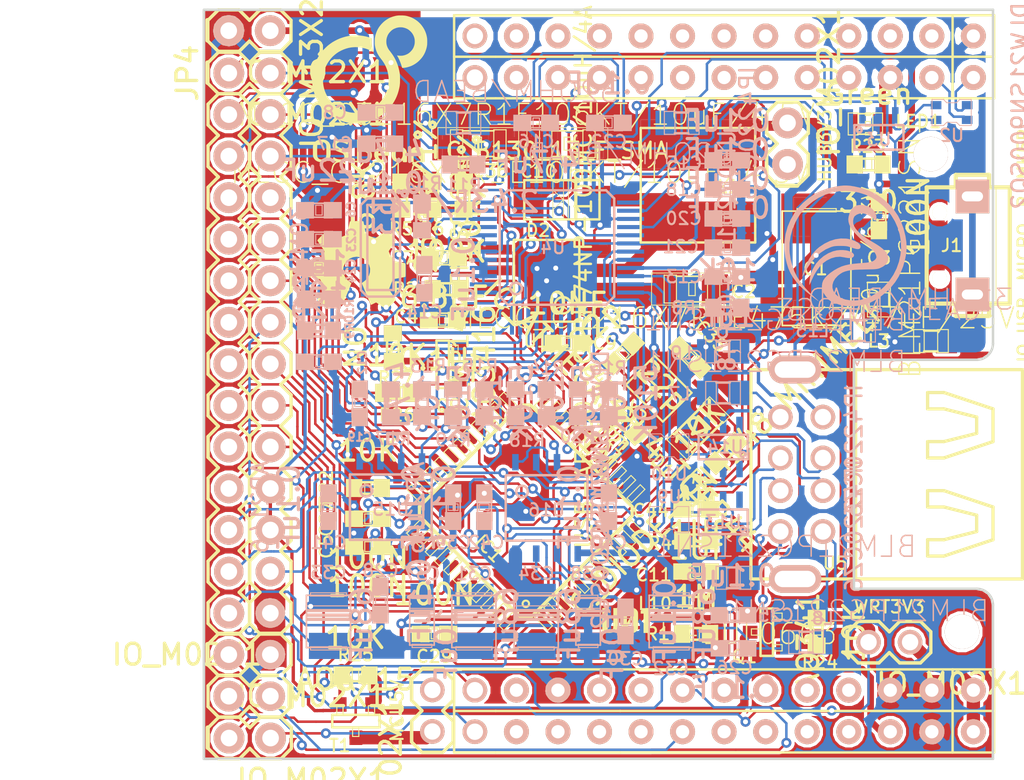
<source format=kicad_pcb>
(kicad_pcb (version 3) (host pcbnew "(2013-03-19 BZR 4004)-stable")
  (layers (15 F.Cu signal) (0 B.Cu signal) (18 B.Paste user hide) (19 F.Paste user) (20 B.SilkS user hide) (21 F.SilkS user) (22 B.Mask user) (23 F.Mask user hide) (28 Edge.Cuts user))
  (net 0 "")
  (net 1 +3.3V)
  (net 2 +5V)
  (net 3 /ATMEGA32U4/A0)
  (net 4 /ATMEGA32U4/A1)
  (net 5 /ATMEGA32U4/A2)
  (net 6 /ATMEGA32U4/A3)
  (net 7 /ATMEGA32U4/A4)
  (net 8 /ATMEGA32U4/A5)
  (net 9 /ATMEGA32U4/AREF)
  (net 10 /ATMEGA32U4/AVCC)
  (net 11 /ATMEGA32U4/D0/RX)
  (net 12 /ATMEGA32U4/D1/TX)
  (net 13 /ATMEGA32U4/D2/SDA)
  (net 14 /ATMEGA32U4/D3/SCL)
  (net 15 /ATMEGA32U4/D4)
  (net 16 /ATMEGA32U4/D5*)
  (net 17 /ATMEGA32U4/D6*)
  (net 18 /ATMEGA32U4/D7)
  (net 19 /ATMEGA32U4/HWB)
  (net 20 /ATMEGA32U4/IO10*)
  (net 21 /ATMEGA32U4/IO11*)
  (net 22 /ATMEGA32U4/IO12)
  (net 23 /ATMEGA32U4/IO13*)
  (net 24 /ATMEGA32U4/IO8)
  (net 25 /ATMEGA32U4/IO9*)
  (net 26 /ATMEGA32U4/MCU5V)
  (net 27 /ATMEGA32U4/MISO)
  (net 28 /ATMEGA32U4/MOSI)
  (net 29 /ATMEGA32U4/RESET)
  (net 30 /ATMEGA32U4/SCK)
  (net 31 /ATMEGA32U4/UGND)
  (net 32 /ATMEGA32U4/VBUS4)
  (net 33 /I2C_SCLK)
  (net 34 /I2C_SD)
  (net 35 /LINK3)
  (net 36 /LINK4)
  (net 37 /MCU5V)
  (net 38 /WLED_N)
  (net 39 /WRT33V)
  (net 40 /uPD720114/D+)
  (net 41 /uPD720114/D-)
  (net 42 /uPD720114/DP+)
  (net 43 /uPD720114/DP-)
  (net 44 /uPD720114/HUB33V)
  (net 45 /uPD720114/VBUS1)
  (net 46 /uPD720114/VBUS2)
  (net 47 /uPD720114/VBUS3)
  (net 48 AGND)
  (net 49 GND)
  (net 50 N-000001)
  (net 51 N-00000100)
  (net 52 N-00000101)
  (net 53 N-00000102)
  (net 54 N-00000105)
  (net 55 N-00000106)
  (net 56 N-00000107)
  (net 57 N-00000108)
  (net 58 N-00000109)
  (net 59 N-0000011)
  (net 60 N-00000110)
  (net 61 N-00000112)
  (net 62 N-00000113)
  (net 63 N-00000114)
  (net 64 N-00000116)
  (net 65 N-0000012)
  (net 66 N-0000013)
  (net 67 N-00000139)
  (net 68 N-00000146)
  (net 69 N-0000016)
  (net 70 N-0000017)
  (net 71 N-0000018)
  (net 72 N-0000019)
  (net 73 N-0000020)
  (net 74 N-0000022)
  (net 75 N-0000027)
  (net 76 N-0000052)
  (net 77 N-0000071)
  (net 78 N-0000072)
  (net 79 N-0000073)
  (net 80 N-0000074)
  (net 81 N-0000075)
  (net 82 N-0000076)
  (net 83 N-0000077)
  (net 84 N-0000078)
  (net 85 N-0000080)
  (net 86 N-0000081)
  (net 87 N-0000082)
  (net 88 N-0000083)
  (net 89 N-0000084)
  (net 90 N-0000085)
  (net 91 N-0000087)
  (net 92 N-0000088)
  (net 93 N-0000089)
  (net 94 N-0000090)
  (net 95 N-0000091)
  (net 96 N-0000094)
  (net 97 N-0000097)
  (net 98 N-0000098)
  (net 99 N-0000099)
  (module rcl-L7070 (layer F.Cu) (at 187.96 60.325 90)
    (fp_text reference L1 (at -0.09144 2.85496 360) (layer F.SilkS) (effects (font (size 0.762 0.762) (thickness 0.127))))
    (fp_text value CDRH74NP-100MC/10uH/4A (at 0 -6 90) (layer F.SilkS))
    (pad 1 smd rect (at -2.5 1 90) (size 3 7) (layers F.Cu F.Paste F.Mask) (net 72 N-0000019))
    (pad 2 smd rect (at 2.5 1 90) (size 3 7) (layers F.Cu F.Paste F.Mask) (net 1 +3.3V))
  )
  (module rcl-C1206 (layer F.Cu) (at 180.975 57.785 180)
    (fp_text reference C10 (at 1.77038 -1.6891 180) (layer F.SilkS) (effects (font (size 0.762 0.762) (thickness 0.127))))
    (fp_text value MLCC_C3216X7R1E106KT/10uF/4.5V (at 2.54 1.778 180) (layer F.SilkS) (effects (font (size 1.27 1.27) (thickness 0.0889))))
    (pad 1 smd rect (at -1.39954 0 180) (size 1.59766 1.79832) (layers F.Cu F.Paste F.Mask) (net 1 +3.3V))
    (pad 2 smd rect (at 1.39954 0 180) (size 1.59766 1.79832) (layers F.Cu F.Paste F.Mask) (net 49 GND))
  )
  (module rcl-C1206 (layer F.Cu) (at 188.595 66.675)
    (fp_text reference C2 (at 3.175 0.1524) (layer F.SilkS) (effects (font (size 0.762 0.762) (thickness 0.127))))
    (fp_text value MLCC_C3216X7R1E475K/4.7uF/25V (at 2.54 1.778) (layer F.SilkS) (effects (font (size 1.27 1.27) (thickness 0.0889))))
    (pad 1 smd rect (at -1.39954 0) (size 1.59766 1.79832) (layers F.Cu F.Paste F.Mask) (net 2 +5V))
    (pad 2 smd rect (at 1.39954 0) (size 1.59766 1.79832) (layers F.Cu F.Paste F.Mask) (net 49 GND))
  )
  (module IC_MP1484EN_SOIC08 (layer F.Cu) (at 179.705 66.167 90)
    (fp_text reference U1 (at -3.683 -0.635 360) (layer F.SilkS) (effects (font (size 0.762 0.762) (thickness 0.127))))
    (fp_text value IC_MP1484EN_SOIC08 (at -0.4 -5.3 90) (layer F.SilkS))
    (pad 1 smd rect (at -1.905 2.921 90) (size 0.6 1.6) (layers F.Cu F.Paste F.Mask) (net 73 N-0000020))
    (pad 2 smd rect (at -0.635 2.921 90) (size 0.6 1.6) (layers F.Cu F.Paste F.Mask) (net 2 +5V))
    (pad 3 smd rect (at 0.635 2.921 90) (size 0.6 1.6) (layers F.Cu F.Paste F.Mask) (net 72 N-0000019))
    (pad 4 smd rect (at 1.905 2.921 90) (size 0.6 1.6) (layers F.Cu F.Paste F.Mask) (net 49 GND))
    (pad 5 smd rect (at 1.905 -2.921 90) (size 0.6 1.6) (layers F.Cu F.Paste F.Mask) (net 65 N-0000012))
    (pad 6 smd rect (at 0.635 -2.921 90) (size 0.6 1.6) (layers F.Cu F.Paste F.Mask) (net 70 N-0000017))
    (pad 7 smd rect (at -0.635 -2.921 90) (size 0.6 1.6) (layers F.Cu F.Paste F.Mask) (net 66 N-0000013))
    (pad 8 smd rect (at -1.905 -2.921 90) (size 0.6 1.6) (layers F.Cu F.Paste F.Mask) (net 71 N-0000018))
    (pad 9 smd rect (at 0 0 90) (size 3.3 2.3) (layers F.Cu F.Paste F.Mask) (net 49 GND))
  )
  (module C_R_0603 (layer F.Cu) (at 172.72 60.96 90)
    (fp_text reference R6 (at -2.032 0 360) (layer F.SilkS) (effects (font (size 0.762 0.762) (thickness 0.127))))
    (fp_text value 10K/1% (at 0 2.286 90) (layer F.SilkS) (effects (font (size 1.27 1.27) (thickness 0.2032))))
    (pad 1 smd rect (at -0.84836 0 90) (size 0.99822 1.09982) (layers F.Cu F.Adhes F.Paste F.SilkS F.Mask) (net 65 N-0000012))
    (pad 2 smd rect (at 0.84836 0 90) (size 0.99822 1.09982) (layers F.Cu F.Adhes F.Paste F.SilkS F.Mask) (net 49 GND))
  )
  (module C_R_0603 (layer F.Cu) (at 173.58868 66.675 180)
    (fp_text reference R2 (at 2.54 0 180) (layer F.SilkS) (effects (font (size 0.762 0.762) (thickness 0.127))))
    (fp_text value 100K (at 0 2.286 180) (layer F.SilkS) (effects (font (size 1.27 1.27) (thickness 0.2032))))
    (pad 1 smd rect (at -0.84836 0 180) (size 0.99822 1.09982) (layers F.Cu F.Adhes F.Paste F.SilkS F.Mask) (net 66 N-0000013))
    (pad 2 smd rect (at 0.84836 0 180) (size 0.99822 1.09982) (layers F.Cu F.Adhes F.Paste F.SilkS F.Mask) (net 2 +5V))
  )
  (module C_R_0603 (layer F.Cu) (at 170.815 60.96 270)
    (fp_text reference R5 (at 2.032 0 540) (layer F.SilkS) (effects (font (size 0.762 0.762) (thickness 0.127))))
    (fp_text value 6.8K (at 0 2.286 270) (layer F.SilkS) (effects (font (size 1.27 1.27) (thickness 0.2032))))
    (pad 1 smd rect (at -0.84836 0 270) (size 0.99822 1.09982) (layers F.Cu F.Adhes F.Paste F.SilkS F.Mask) (net 49 GND))
    (pad 2 smd rect (at 0.84836 0 270) (size 0.99822 1.09982) (layers F.Cu F.Adhes F.Paste F.SilkS F.Mask) (net 69 N-0000016))
  )
  (module C_R_0603 (layer F.Cu) (at 174.625 60.96 270)
    (fp_text reference R7 (at 2.032 0 540) (layer F.SilkS) (effects (font (size 0.762 0.762) (thickness 0.127))))
    (fp_text value 26.1K/1% (at 0 2.286 270) (layer F.SilkS) (effects (font (size 1.27 1.27) (thickness 0.2032))))
    (pad 1 smd rect (at -0.84836 0 270) (size 0.99822 1.09982) (layers F.Cu F.Adhes F.Paste F.SilkS F.Mask) (net 1 +3.3V))
    (pad 2 smd rect (at 0.84836 0 270) (size 0.99822 1.09982) (layers F.Cu F.Adhes F.Paste F.SilkS F.Mask) (net 65 N-0000012))
  )
  (module C_C_0603 (layer F.Cu) (at 180.975 69.977 180)
    (fp_text reference C9 (at -2.286 0 180) (layer F.SilkS) (effects (font (size 0.762 0.762) (thickness 0.127))))
    (fp_text value 10NF (at 0 2.413 180) (layer F.SilkS) (effects (font (size 1.27 1.27) (thickness 0.2032))))
    (pad 1 smd rect (at -0.84836 0 180) (size 1.09982 0.99822) (layers F.Cu F.Adhes F.Paste F.SilkS F.Mask) (net 73 N-0000020))
    (pad 2 smd rect (at 0.84836 0 180) (size 1.09982 0.99822) (layers F.Cu F.Adhes F.Paste F.SilkS F.Mask) (net 72 N-0000019))
  )
  (module C_C_0603 (layer F.Cu) (at 173.4312 64.77)
    (fp_text reference C7 (at -2.54 0) (layer F.SilkS) (effects (font (size 0.762 0.762) (thickness 0.127))))
    (fp_text value 6.8NF (at 0 2.413) (layer F.SilkS) (effects (font (size 1.27 1.27) (thickness 0.2032))))
    (pad 1 smd rect (at -0.84836 0) (size 1.09982 0.99822) (layers F.Cu F.Adhes F.Paste F.SilkS F.Mask) (net 69 N-0000016))
    (pad 2 smd rect (at 0.84836 0) (size 1.09982 0.99822) (layers F.Cu F.Adhes F.Paste F.SilkS F.Mask) (net 70 N-0000017))
  )
  (module C_C_0603 (layer F.Cu) (at 173.355 68.58)
    (fp_text reference C4 (at -2.22504 -0.20574) (layer F.SilkS) (effects (font (size 0.762 0.762) (thickness 0.127))))
    (fp_text value 0.1UF (at 0 2.413) (layer F.SilkS) (effects (font (size 1.27 1.27) (thickness 0.2032))))
    (pad 1 smd rect (at -0.84836 0) (size 1.09982 0.99822) (layers F.Cu F.Adhes F.Paste F.SilkS F.Mask) (net 49 GND))
    (pad 2 smd rect (at 0.84836 0) (size 1.09982 0.99822) (layers F.Cu F.Adhes F.Paste F.SilkS F.Mask) (net 71 N-0000018))
  )
  (module C_CPOL_SMCE (layer F.Cu) (at 196.215 65.405 90)
    (fp_text reference C1 (at -0.0254 -0.0762 180) (layer F.SilkS) (effects (font (size 0.762 0.762) (thickness 0.127))))
    (fp_text value 470uF/6.3V (at 0.508 3.302 90) (layer F.SilkS) (effects (font (size 1.016 1.016) (thickness 0.0889))))
    (pad 1 smd rect (at -3.1496 0 90) (size 2.39776 2.79908) (layers F.Cu F.Paste F.Mask) (net 2 +5V))
    (pad 2 smd rect (at 3.1496 0 90) (size 2.39776 2.79908) (layers F.Cu F.Paste F.Mask) (net 49 GND))
  )
  (module UPD720114-QFP48 (layer B.Cu) (at 180.34 64.135 90)
    (fp_text reference U4 (at 0 -0.254 180) (layer B.SilkS) (effects (font (size 0.762 0.762) (thickness 0.127)) (justify mirror)))
    (fp_text value UPD720114-QFP48 (at -0.2 10.4 90) (layer B.SilkS) (effects (justify mirror)))
    (pad 1 smd rect (at -2.75 -4.5 90) (size 0.25 1.65) (layers B.Cu B.Paste B.Mask) (net 63 N-00000114))
    (pad 2 smd rect (at -2.25 -4.5 90) (size 0.25 1.65) (layers B.Cu B.Paste B.Mask) (net 49 GND))
    (pad 3 smd rect (at -1.75 -4.5 90) (size 0.25 1.65) (layers B.Cu B.Paste B.Mask) (net 49 GND))
    (pad 4 smd rect (at -1.25 -4.5 90) (size 0.25 1.65) (layers B.Cu B.Paste B.Mask) (net 49 GND))
    (pad 5 smd rect (at -0.75 -4.5 90) (size 0.25 1.65) (layers B.Cu B.Paste B.Mask) (net 49 GND))
    (pad 6 smd rect (at -0.25 -4.5 90) (size 0.25 1.65) (layers B.Cu B.Paste B.Mask) (net 49 GND))
    (pad 7 smd rect (at 0.25 -4.5 90) (size 0.25 1.65) (layers B.Cu B.Paste B.Mask) (net 54 N-00000105))
    (pad 8 smd rect (at 0.75 -4.5 90) (size 0.25 1.65) (layers B.Cu B.Paste B.Mask) (net 54 N-00000105))
    (pad 9 smd rect (at 1.25 -4.5 90) (size 0.25 1.65) (layers B.Cu B.Paste B.Mask) (net 44 /uPD720114/HUB33V))
    (pad 10 smd rect (at 1.75 -4.5 90) (size 0.25 1.65) (layers B.Cu B.Paste B.Mask) (net 56 N-00000107))
    (pad 11 smd rect (at 2.25 -4.5 90) (size 0.25 1.65) (layers B.Cu B.Paste B.Mask) (net 79 N-0000073))
    (pad 12 smd rect (at 2.75 -4.5 90) (size 0.25 1.65) (layers B.Cu B.Paste B.Mask) (net 63 N-00000114))
    (pad 13 smd rect (at 4.5 -2.75 90) (size 1.65 0.25) (layers B.Cu B.Paste B.Mask) (net 44 /uPD720114/HUB33V))
    (pad 14 smd rect (at 4.5 -2.25 90) (size 1.65 0.25) (layers B.Cu B.Paste B.Mask) (net 49 GND))
    (pad 15 smd rect (at 4.5 -1.75 90) (size 1.65 0.25) (layers B.Cu B.Paste B.Mask) (net 81 N-0000075))
    (pad 16 smd rect (at 4.5 -1.25 90) (size 1.65 0.25) (layers B.Cu B.Paste B.Mask) (net 61 N-00000112))
    (pad 17 smd rect (at 4.5 -0.75 90) (size 1.65 0.25) (layers B.Cu B.Paste B.Mask) (net 62 N-00000113))
    (pad 18 smd rect (at 4.5 -0.25 90) (size 1.65 0.25) (layers B.Cu B.Paste B.Mask) (net 61 N-00000112))
    (pad 19 smd rect (at 4.5 0.25 90) (size 1.65 0.25) (layers B.Cu B.Paste B.Mask) (net 62 N-00000113))
    (pad 20 smd rect (at 4.5 0.75 90) (size 1.65 0.25) (layers B.Cu B.Paste B.Mask) (net 44 /uPD720114/HUB33V))
    (pad 21 smd rect (at 4.5 1.25 90) (size 1.65 0.25) (layers B.Cu B.Paste B.Mask) (net 80 N-0000074))
    (pad 22 smd rect (at 4.5 1.75 90) (size 1.65 0.25) (layers B.Cu B.Paste B.Mask) (net 78 N-0000072))
    (pad 23 smd rect (at 4.5 2.25 90) (size 1.65 0.25) (layers B.Cu B.Paste B.Mask) (net 49 GND))
    (pad 24 smd rect (at 4.5 2.75 90) (size 1.65 0.25) (layers B.Cu B.Paste B.Mask) (net 63 N-00000114))
    (pad 25 smd rect (at 2.75 4.5 90) (size 0.25 1.65) (layers B.Cu B.Paste B.Mask) (net 43 /uPD720114/DP-))
    (pad 26 smd rect (at 2.25 4.5 90) (size 0.25 1.65) (layers B.Cu B.Paste B.Mask) (net 42 /uPD720114/DP+))
    (pad 27 smd rect (at 1.75 4.5 90) (size 0.25 1.65) (layers B.Cu B.Paste B.Mask) (net 49 GND))
    (pad 28 smd rect (at 1.25 4.5 90) (size 0.25 1.65) (layers B.Cu B.Paste B.Mask) (net 94 N-0000090))
    (pad 29 smd rect (at 0.75 4.5 90) (size 0.25 1.65) (layers B.Cu B.Paste B.Mask) (net 93 N-0000089))
    (pad 30 smd rect (at 0.25 4.5 90) (size 0.25 1.65) (layers B.Cu B.Paste B.Mask) (net 44 /uPD720114/HUB33V))
    (pad 31 smd rect (at -0.25 4.5 90) (size 0.25 1.65) (layers B.Cu B.Paste B.Mask) (net 97 N-0000097))
    (pad 32 smd rect (at -0.75 4.5 90) (size 0.25 1.65) (layers B.Cu B.Paste B.Mask) (net 98 N-0000098))
    (pad 33 smd rect (at -1.25 4.5 90) (size 0.25 1.65) (layers B.Cu B.Paste B.Mask) (net 63 N-00000114))
    (pad 34 smd rect (at -1.75 4.5 90) (size 0.25 1.65) (layers B.Cu B.Paste B.Mask) (net 58 N-00000109))
    (pad 35 smd rect (at -2.25 4.5 90) (size 0.25 1.65) (layers B.Cu B.Paste B.Mask) (net 96 N-0000094))
    (pad 36 smd rect (at -2.75 4.5 90) (size 0.25 1.65) (layers B.Cu B.Paste B.Mask) (net 49 GND))
    (pad 37 smd rect (at -4.5 2.75 90) (size 1.65 0.25) (layers B.Cu B.Paste B.Mask) (net 82 N-0000076))
    (pad 38 smd rect (at -4.5 2.25 90) (size 1.65 0.25) (layers B.Cu B.Paste B.Mask) (net 84 N-0000078))
    (pad 39 smd rect (at -4.5 1.75 90) (size 1.65 0.25) (layers B.Cu B.Paste B.Mask) (net 89 N-0000084))
    (pad 40 smd rect (at -4.5 1.25 90) (size 1.65 0.25) (layers B.Cu B.Paste B.Mask) (net 90 N-0000085))
    (pad 41 smd rect (at -4.5 0.75 90) (size 1.65 0.25) (layers B.Cu B.Paste B.Mask) (net 83 N-0000077))
    (pad 42 smd rect (at -4.5 0.25 90) (size 1.65 0.25) (layers B.Cu B.Paste B.Mask) (net 49 GND))
    (pad 43 smd rect (at -4.5 -0.25 90) (size 1.65 0.25) (layers B.Cu B.Paste B.Mask) (net 88 N-0000083))
    (pad 44 smd rect (at -4.5 -0.75 90) (size 1.65 0.25) (layers B.Cu B.Paste B.Mask) (net 86 N-0000081))
    (pad 45 smd rect (at -4.5 -1.25 90) (size 1.65 0.25) (layers B.Cu B.Paste B.Mask) (net 85 N-0000080))
    (pad 46 smd rect (at -4.5 -1.75 90) (size 1.65 0.25) (layers B.Cu B.Paste B.Mask) (net 87 N-0000082))
    (pad 47 smd rect (at -4.5 -2.25 90) (size 1.65 0.25) (layers B.Cu B.Paste B.Mask) (net 77 N-0000071))
    (pad 48 smd rect (at -4.5 -2.75 90) (size 1.65 0.25) (layers B.Cu B.Paste B.Mask) (net 44 /uPD720114/HUB33V))
  )
  (module rcl-L0805 (layer B.Cu) (at 174.625 56.515)
    (fp_text reference L5 hide)
    (fp_text value 32OHM/BEAD (at 3.175 -1.905) (layer B.SilkS) (effects (font (size 1.27 1.27) (thickness 0.0889)) (justify mirror)))
    (pad 1 smd rect (at -0.94996 0) (size 1.29794 1.4986) (layers B.Cu B.Paste B.Mask) (net 49 GND))
    (pad 2 smd rect (at 0.94996 0) (size 1.29794 1.4986) (layers B.Cu B.Paste B.Mask) (net 61 N-00000112))
  )
  (module rcl-L0805 (layer B.Cu) (at 191.135 84.328)
    (fp_text reference L6 (at -2.25044 -0.19558) (layer B.SilkS) (effects (font (size 0.762 0.762) (thickness 0.127)) (justify mirror)))
    (fp_text value BLM21PG221SN1 (at 3.175 -1.905) (layer B.SilkS) (effects (font (size 1.27 1.27) (thickness 0.0889)) (justify mirror)))
    (pad 1 smd rect (at -0.94996 0) (size 1.29794 1.4986) (layers B.Cu B.Paste B.Mask) (net 46 /uPD720114/VBUS2))
    (pad 2 smd rect (at 0.94996 0) (size 1.29794 1.4986) (layers B.Cu B.Paste B.Mask) (net 52 N-00000101))
  )
  (module rcl-L0805 (layer B.Cu) (at 190.5 73.025)
    (fp_text reference L7 (at -2.67208 0.0508) (layer B.SilkS) (effects (font (size 0.762 0.762) (thickness 0.127)) (justify mirror)))
    (fp_text value BLM21PG221SN1 (at 3.175 -1.905) (layer B.SilkS) (effects (font (size 1.27 1.27) (thickness 0.0889)) (justify mirror)))
    (pad 1 smd rect (at -0.94996 0) (size 1.29794 1.4986) (layers B.Cu B.Paste B.Mask) (net 49 GND))
    (pad 2 smd rect (at 0.94996 0) (size 1.29794 1.4986) (layers B.Cu B.Paste B.Mask) (net 53 N-00000102))
  )
  (module rcl-L0805 (layer B.Cu) (at 195.58 88.265)
    (fp_text reference L8 (at 1.016 -1.45288) (layer B.SilkS) (effects (font (size 0.762 0.762) (thickness 0.127)) (justify mirror)))
    (fp_text value BLM21PG221SN1 (at 3.175 -1.905) (layer B.SilkS) (effects (font (size 1.27 1.27) (thickness 0.0889)) (justify mirror)))
    (pad 1 smd rect (at -0.94996 0) (size 1.29794 1.4986) (layers B.Cu B.Paste B.Mask) (net 45 /uPD720114/VBUS1))
    (pad 2 smd rect (at 0.94996 0) (size 1.29794 1.4986) (layers B.Cu B.Paste B.Mask) (net 51 N-00000100))
  )
  (module rcl-L0805 (layer B.Cu) (at 187.96 56.515 180)
    (fp_text reference L4 hide)
    (fp_text value 32OHM/BEAD (at 3.175 -1.905 180) (layer B.SilkS) (effects (font (size 1.27 1.27) (thickness 0.0889)) (justify mirror)))
    (pad 1 smd rect (at -0.94996 0 180) (size 1.29794 1.4986) (layers B.Cu B.Paste B.Mask) (net 63 N-00000114))
    (pad 2 smd rect (at 0.94996 0 180) (size 1.29794 1.4986) (layers B.Cu B.Paste B.Mask) (net 62 N-00000113))
  )
  (module rcl-L0805 (layer B.Cu) (at 190.5 70.485)
    (fp_text reference L9 (at -2.5654 0.1016) (layer B.SilkS) (effects (font (size 0.762 0.762) (thickness 0.127)) (justify mirror)))
    (fp_text value BLM21PG221SN1 (at 3.175 -1.905) (layer B.SilkS) (effects (font (size 1.27 1.27) (thickness 0.0889)) (justify mirror)))
    (pad 1 smd rect (at -0.94996 0) (size 1.29794 1.4986) (layers B.Cu B.Paste B.Mask) (net 49 GND))
    (pad 2 smd rect (at 0.94996 0) (size 1.29794 1.4986) (layers B.Cu B.Paste B.Mask) (net 99 N-0000099))
  )
  (module rcl-L0805 (layer F.Cu) (at 203.2 69.85 180)
    (fp_text reference L2 hide)
    (fp_text value 32OHM/BEAD (at 3.175 1.905 180) (layer B.SilkS) (effects (font (size 1.27 1.27) (thickness 0.0889))))
    (pad 1 smd rect (at -0.94996 0 180) (size 1.29794 1.4986) (layers F.Cu F.Paste F.Mask) (net 75 N-0000027))
    (pad 2 smd rect (at 0.94996 0 180) (size 1.29794 1.4986) (layers F.Cu F.Paste F.Mask) (net 49 GND))
  )
  (module rcl-L0805 (layer F.Cu) (at 200.025 67.31 90)
    (fp_text reference L3 (at -2.54 0 360) (layer F.SilkS) (effects (font (size 0.762 0.762) (thickness 0.127))))
    (fp_text value BLM21PG221SN1 (at 3.175 1.905 90) (layer F.SilkS) (effects (font (size 1.27 1.27) (thickness 0.0889))))
    (pad 1 smd rect (at -0.94996 0 90) (size 1.29794 1.4986) (layers F.Cu F.Paste F.Mask) (net 50 N-000001))
    (pad 2 smd rect (at 0.94996 0 90) (size 1.29794 1.4986) (layers F.Cu F.Paste F.Mask) (net 2 +5V))
  )
  (module rcl-L0805 (layer B.Cu) (at 198.755 69.215)
    (fp_text reference L15 (at -2.794 0) (layer B.SilkS) (effects (font (size 0.762 0.762) (thickness 0.127)) (justify mirror)))
    (fp_text value 32OHM/BEAD (at 3.175 -1.905) (layer B.SilkS) (effects (font (size 1.27 1.27) (thickness 0.0889)) (justify mirror)))
    (pad 1 smd rect (at -0.94996 0) (size 1.29794 1.4986) (layers B.Cu B.Paste B.Mask) (net 92 N-0000088))
    (pad 2 smd rect (at 0.94996 0) (size 1.29794 1.4986) (layers B.Cu B.Paste B.Mask) (net 49 GND))
  )
  (module IO_FM13X2 (layer F.Cu) (at 205.8 91.2)
    (fp_text reference JP1 hide)
    (fp_text value IO_FM13X2 hide)
    (pad 1 thru_hole circle (at 0 0 180) (size 1.524 1.524) (drill 0.812799) (layers *.Cu *.Paste *.SilkS *.Mask) (net 76 N-0000052))
    (pad 2 thru_hole circle (at 0 2.54 180) (size 1.524 1.524) (drill 0.812799) (layers *.Cu *.Paste *.SilkS *.Mask) (net 76 N-0000052))
    (pad 3 thru_hole circle (at -2.54 0 180) (size 1.524 1.524) (drill 0.812799) (layers *.Cu *.Paste *.SilkS *.Mask) (net 49 GND))
    (pad 4 thru_hole circle (at -2.54 2.54 180) (size 1.524 1.524) (drill 0.812799) (layers *.Cu *.Paste *.SilkS *.Mask) (net 49 GND))
    (pad 5 thru_hole circle (at -5.08 0 180) (size 1.524 1.524) (drill 0.812799) (layers *.Cu *.Paste *.SilkS *.Mask) (net 49 GND))
    (pad 6 thru_hole circle (at -5.08 2.54 180) (size 1.524 1.524) (drill 0.812799) (layers *.Cu *.Paste *.SilkS *.Mask) (net 38 /WLED_N))
    (pad 7 thru_hole circle (at -7.62 0 180) (size 1.524 1.524) (drill 0.812799) (layers *.Cu *.Paste *.SilkS *.Mask))
    (pad 8 thru_hole circle (at -7.62 2.54 180) (size 1.524 1.524) (drill 0.812799) (layers *.Cu *.Paste *.SilkS *.Mask))
    (pad 9 thru_hole circle (at -10.16 0 180) (size 1.524 1.524) (drill 0.812799) (layers *.Cu *.Paste *.SilkS *.Mask))
    (pad 10 thru_hole circle (at -10.16 2.54 180) (size 1.524 1.524) (drill 0.812799) (layers *.Cu *.Paste *.SilkS *.Mask))
    (pad 11 thru_hole circle (at -12.7 0 180) (size 1.524 1.524) (drill 0.812799) (layers *.Cu *.Paste *.SilkS *.Mask))
    (pad 12 thru_hole circle (at -12.7 2.54 180) (size 1.524 1.524) (drill 0.812799) (layers *.Cu *.Paste *.SilkS *.Mask))
    (pad 13 thru_hole circle (at -15.24 0 180) (size 1.524 1.524) (drill 0.812799) (layers *.Cu *.Paste *.SilkS *.Mask))
    (pad 14 thru_hole circle (at -15.24 2.54 180) (size 1.524 1.524) (drill 0.812799) (layers *.Cu *.Paste *.SilkS *.Mask))
    (pad 15 thru_hole circle (at -17.78 0 180) (size 1.524 1.524) (drill 0.812799) (layers *.Cu *.Paste *.SilkS *.Mask) (net 33 /I2C_SCLK))
    (pad 16 thru_hole circle (at -17.78 2.54 180) (size 1.524 1.524) (drill 0.812799) (layers *.Cu *.Paste *.SilkS *.Mask) (net 34 /I2C_SD))
    (pad 17 thru_hole circle (at -20.32 0 180) (size 1.524 1.524) (drill 0.812799) (layers *.Cu *.Paste *.SilkS *.Mask))
    (pad 18 thru_hole circle (at -20.32 2.54 180) (size 1.524 1.524) (drill 0.812799) (layers *.Cu *.Paste *.SilkS *.Mask))
    (pad 19 thru_hole circle (at -22.86 0) (size 1.524 1.524) (drill 0.812799) (layers *.Cu *.Paste *.SilkS *.Mask))
    (pad 20 thru_hole circle (at -22.86 2.54) (size 1.524 1.524) (drill 0.812799) (layers *.Cu *.Paste *.SilkS *.Mask))
    (pad 21 thru_hole circle (at -25.4 0) (size 1.524 1.524) (drill 0.812799) (layers *.Cu *.Paste *.SilkS *.Mask) (net 49 GND))
    (pad 22 thru_hole circle (at -25.4 2.54) (size 1.524 1.524) (drill 0.812799) (layers *.Cu *.Paste *.SilkS *.Mask))
    (pad 23 thru_hole circle (at -27.94 0) (size 1.524 1.524) (drill 0.812799) (layers *.Cu *.Paste *.SilkS *.Mask))
    (pad 24 thru_hole circle (at -27.94 2.54) (size 1.524 1.524) (drill 0.812799) (layers *.Cu *.Paste *.SilkS *.Mask))
    (pad 25 thru_hole circle (at -30.48 0) (size 1.50622 1.50622) (drill 0.998218) (layers *.Cu *.Paste *.SilkS *.Mask) (net 35 /LINK3))
    (pad 26 thru_hole circle (at -30.48 2.54) (size 1.50622 1.50622) (drill 0.998218) (layers *.Cu *.Paste *.SilkS *.Mask) (net 36 /LINK4))
  )
  (module IO_FM13X2 (layer F.Cu) (at 205.8 51.2)
    (fp_text reference JP2 hide)
    (fp_text value IO_FM13X2 hide)
    (pad 1 thru_hole circle (at 0 0 180) (size 1.524 1.524) (drill 0.812799) (layers *.Cu *.Paste *.SilkS *.Mask) (net 49 GND))
    (pad 2 thru_hole circle (at 0 2.54 180) (size 1.524 1.524) (drill 0.812799) (layers *.Cu *.Paste *.SilkS *.Mask) (net 41 /uPD720114/D-))
    (pad 3 thru_hole circle (at -2.54 0 180) (size 1.524 1.524) (drill 0.812799) (layers *.Cu *.Paste *.SilkS *.Mask))
    (pad 4 thru_hole circle (at -2.54 2.54 180) (size 1.524 1.524) (drill 0.812799) (layers *.Cu *.Paste *.SilkS *.Mask) (net 40 /uPD720114/D+))
    (pad 5 thru_hole circle (at -5.08 0 180) (size 1.524 1.524) (drill 0.812799) (layers *.Cu *.Paste *.SilkS *.Mask))
    (pad 6 thru_hole circle (at -5.08 2.54 180) (size 1.524 1.524) (drill 0.812799) (layers *.Cu *.Paste *.SilkS *.Mask) (net 49 GND))
    (pad 7 thru_hole circle (at -7.62 0 180) (size 1.524 1.524) (drill 0.812799) (layers *.Cu *.Paste *.SilkS *.Mask))
    (pad 8 thru_hole circle (at -7.62 2.54 180) (size 1.524 1.524) (drill 0.812799) (layers *.Cu *.Paste *.SilkS *.Mask))
    (pad 9 thru_hole circle (at -10.16 0 180) (size 1.524 1.524) (drill 0.812799) (layers *.Cu *.Paste *.SilkS *.Mask))
    (pad 10 thru_hole circle (at -10.16 2.54 180) (size 1.524 1.524) (drill 0.812799) (layers *.Cu *.Paste *.SilkS *.Mask))
    (pad 11 thru_hole circle (at -12.7 0 180) (size 1.524 1.524) (drill 0.812799) (layers *.Cu *.Paste *.SilkS *.Mask))
    (pad 12 thru_hole circle (at -12.7 2.54 180) (size 1.524 1.524) (drill 0.812799) (layers *.Cu *.Paste *.SilkS *.Mask))
    (pad 13 thru_hole circle (at -15.24 0 180) (size 1.524 1.524) (drill 0.812799) (layers *.Cu *.Paste *.SilkS *.Mask))
    (pad 14 thru_hole circle (at -15.24 2.54 180) (size 1.524 1.524) (drill 0.812799) (layers *.Cu *.Paste *.SilkS *.Mask))
    (pad 15 thru_hole circle (at -17.78 0 180) (size 1.524 1.524) (drill 0.812799) (layers *.Cu *.Paste *.SilkS *.Mask))
    (pad 16 thru_hole circle (at -17.78 2.54 180) (size 1.524 1.524) (drill 0.812799) (layers *.Cu *.Paste *.SilkS *.Mask))
    (pad 17 thru_hole circle (at -20.32 0 180) (size 1.524 1.524) (drill 0.812799) (layers *.Cu *.Paste *.SilkS *.Mask))
    (pad 18 thru_hole circle (at -20.32 2.54 180) (size 1.524 1.524) (drill 0.812799) (layers *.Cu *.Paste *.SilkS *.Mask))
    (pad 19 thru_hole circle (at -22.86 0) (size 1.524 1.524) (drill 0.812799) (layers *.Cu *.Paste *.SilkS *.Mask))
    (pad 20 thru_hole circle (at -22.86 2.54) (size 1.524 1.524) (drill 0.812799) (layers *.Cu *.Paste *.SilkS *.Mask))
    (pad 21 thru_hole circle (at -25.4 0) (size 1.524 1.524) (drill 0.812799) (layers *.Cu *.Paste *.SilkS *.Mask))
    (pad 22 thru_hole circle (at -25.4 2.54) (size 1.524 1.524) (drill 0.812799) (layers *.Cu *.Paste *.SilkS *.Mask))
    (pad 23 thru_hole circle (at -27.94 0) (size 1.524 1.524) (drill 0.812799) (layers *.Cu *.Paste *.SilkS *.Mask))
    (pad 24 thru_hole circle (at -27.94 2.54) (size 1.524 1.524) (drill 0.812799) (layers *.Cu *.Paste *.SilkS *.Mask))
    (pad 25 thru_hole circle (at -30.48 0) (size 1.50622 1.50622) (drill 0.998218) (layers *.Cu *.Paste *.SilkS *.Mask))
    (pad 26 thru_hole circle (at -30.48 2.54) (size 1.50622 1.50622) (drill 0.998218) (layers *.Cu *.Paste *.SilkS *.Mask))
  )
  (module C_R_0603 (layer B.Cu) (at 165.7858 67.31)
    (fp_text reference R10 (at 1.85928 0.7112 90) (layer B.SilkS) (effects (font (size 0.508 0.508) (thickness 0.127)) (justify mirror)))
    (fp_text value 15k (at 0 -2.286) (layer B.SilkS) (effects (font (size 1.27 1.27) (thickness 0.2032)) (justify mirror)))
    (pad 1 smd rect (at -0.84836 0) (size 0.99822 1.09982) (layers B.Cu B.Adhes B.Paste B.SilkS B.Mask) (net 49 GND))
    (pad 2 smd rect (at 0.84836 0) (size 0.99822 1.09982) (layers B.Cu B.Adhes B.Paste B.SilkS B.Mask) (net 77 N-0000071))
  )
  (module C_R_0603 (layer B.Cu) (at 174.625 59.055 180)
    (fp_text reference R11 (at 0 -1.27 180) (layer B.SilkS) (effects (font (size 0.762 0.762) (thickness 0.127)) (justify mirror)))
    (fp_text value 2.43k/1% (at 0 -2.286 180) (layer B.SilkS) (effects (font (size 1.27 1.27) (thickness 0.2032)) (justify mirror)))
    (pad 1 smd rect (at -0.84836 0 180) (size 0.99822 1.09982) (layers B.Cu B.Adhes B.Paste B.SilkS B.Mask) (net 61 N-00000112))
    (pad 2 smd rect (at 0.84836 0 180) (size 0.99822 1.09982) (layers B.Cu B.Adhes B.Paste B.SilkS B.Mask) (net 81 N-0000075))
  )
  (module C_R_0603 (layer B.Cu) (at 190.754 67.818)
    (fp_text reference R8 (at -2.667 0) (layer B.SilkS) (effects (font (size 0.762 0.762) (thickness 0.127)) (justify mirror)))
    (fp_text value 10K (at 0 -2.286) (layer B.SilkS) (effects (font (size 1.27 1.27) (thickness 0.2032)) (justify mirror)))
    (pad 1 smd rect (at -0.84836 0) (size 0.99822 1.09982) (layers B.Cu B.Adhes B.Paste B.SilkS B.Mask) (net 82 N-0000076))
    (pad 2 smd rect (at 0.84836 0) (size 0.99822 1.09982) (layers B.Cu B.Adhes B.Paste B.SilkS B.Mask) (net 1 +3.3V))
  )
  (module C_R_0603 (layer B.Cu) (at 165.7858 69.215)
    (fp_text reference R9 (at 1.87706 0.00508 90) (layer B.SilkS) (effects (font (size 0.508 0.508) (thickness 0.127)) (justify mirror)))
    (fp_text value 10k (at 0 -2.286) (layer B.SilkS) (effects (font (size 1.27 1.27) (thickness 0.2032)) (justify mirror)))
    (pad 1 smd rect (at -0.84836 0) (size 0.99822 1.09982) (layers B.Cu B.Adhes B.Paste B.SilkS B.Mask) (net 2 +5V))
    (pad 2 smd rect (at 0.84836 0) (size 0.99822 1.09982) (layers B.Cu B.Adhes B.Paste B.SilkS B.Mask) (net 77 N-0000071))
  )
  (module C_R_0603 (layer B.Cu) (at 181.61 73.66 270)
    (fp_text reference R20 (at 2.032 0 360) (layer B.SilkS) (effects (font (size 0.762 0.762) (thickness 0.127)) (justify mirror)))
    (fp_text value 10K (at 0 -2.286 270) (layer B.SilkS) (effects (font (size 1.27 1.27) (thickness 0.2032)) (justify mirror)))
    (pad 1 smd rect (at -0.84836 0 270) (size 0.99822 1.09982) (layers B.Cu B.Adhes B.Paste B.SilkS B.Mask) (net 89 N-0000084))
    (pad 2 smd rect (at 0.84836 0 270) (size 0.99822 1.09982) (layers B.Cu B.Adhes B.Paste B.SilkS B.Mask) (net 44 /uPD720114/HUB33V))
  )
  (module C_R_0603 (layer B.Cu) (at 183.515 73.66 270)
    (fp_text reference R16 (at -2.159 0 360) (layer B.SilkS) (effects (font (size 0.762 0.762) (thickness 0.127)) (justify mirror)))
    (fp_text value 510K (at 0 -2.286 270) (layer B.SilkS) (effects (font (size 1.27 1.27) (thickness 0.2032)) (justify mirror)))
    (pad 1 smd rect (at -0.84836 0 270) (size 0.99822 1.09982) (layers B.Cu B.Adhes B.Paste B.SilkS B.Mask) (net 84 N-0000078))
    (pad 2 smd rect (at 0.84836 0 270) (size 0.99822 1.09982) (layers B.Cu B.Adhes B.Paste B.SilkS B.Mask) (net 44 /uPD720114/HUB33V))
  )
  (module C_R_0603 (layer B.Cu) (at 179.705 73.66 270)
    (fp_text reference R14 (at -2.159 0 360) (layer B.SilkS) (effects (font (size 0.762 0.762) (thickness 0.127)) (justify mirror)))
    (fp_text value 510K (at 0 -2.286 270) (layer B.SilkS) (effects (font (size 1.27 1.27) (thickness 0.2032)) (justify mirror)))
    (pad 1 smd rect (at -0.84836 0 270) (size 0.99822 1.09982) (layers B.Cu B.Adhes B.Paste B.SilkS B.Mask) (net 90 N-0000085))
    (pad 2 smd rect (at 0.84836 0 270) (size 0.99822 1.09982) (layers B.Cu B.Adhes B.Paste B.SilkS B.Mask) (net 44 /uPD720114/HUB33V))
  )
  (module C_R_0603 (layer B.Cu) (at 173.99 73.66 270)
    (fp_text reference R19 (at 2.24282 -0.00508 360) (layer B.SilkS) (effects (font (size 0.762 0.762) (thickness 0.127)) (justify mirror)))
    (fp_text value 10K (at 0 -2.286 270) (layer B.SilkS) (effects (font (size 1.27 1.27) (thickness 0.2032)) (justify mirror)))
    (pad 1 smd rect (at -0.84836 0 270) (size 0.99822 1.09982) (layers B.Cu B.Adhes B.Paste B.SilkS B.Mask) (net 86 N-0000081))
    (pad 2 smd rect (at 0.84836 0 270) (size 0.99822 1.09982) (layers B.Cu B.Adhes B.Paste B.SilkS B.Mask) (net 44 /uPD720114/HUB33V))
  )
  (module C_R_0603 (layer B.Cu) (at 170.18 73.66 270)
    (fp_text reference R17 (at 2.15646 -0.14986 360) (layer B.SilkS) (effects (font (size 0.762 0.762) (thickness 0.127)) (justify mirror)))
    (fp_text value 10K (at 0 -2.286 270) (layer B.SilkS) (effects (font (size 1.27 1.27) (thickness 0.2032)) (justify mirror)))
    (pad 1 smd rect (at -0.84836 0 270) (size 0.99822 1.09982) (layers B.Cu B.Adhes B.Paste B.SilkS B.Mask) (net 87 N-0000082))
    (pad 2 smd rect (at 0.84836 0 270) (size 0.99822 1.09982) (layers B.Cu B.Adhes B.Paste B.SilkS B.Mask) (net 44 /uPD720114/HUB33V))
  )
  (module C_R_0603 (layer B.Cu) (at 175.895 73.66 270)
    (fp_text reference R15 (at -2.286 0.254 360) (layer B.SilkS) (effects (font (size 0.762 0.762) (thickness 0.127)) (justify mirror)))
    (fp_text value 510K (at 0 -2.286 270) (layer B.SilkS) (effects (font (size 1.27 1.27) (thickness 0.2032)) (justify mirror)))
    (pad 1 smd rect (at -0.84836 0 270) (size 0.99822 1.09982) (layers B.Cu B.Adhes B.Paste B.SilkS B.Mask) (net 88 N-0000083))
    (pad 2 smd rect (at 0.84836 0 270) (size 0.99822 1.09982) (layers B.Cu B.Adhes B.Paste B.SilkS B.Mask) (net 44 /uPD720114/HUB33V))
  )
  (module C_R_0603 (layer B.Cu) (at 177.8 73.66 270)
    (fp_text reference R18 (at 2.2606 -0.7112 360) (layer B.SilkS) (effects (font (size 0.762 0.762) (thickness 0.127)) (justify mirror)))
    (fp_text value 10K (at 0 -2.286 270) (layer B.SilkS) (effects (font (size 1.27 1.27) (thickness 0.2032)) (justify mirror)))
    (pad 1 smd rect (at -0.84836 0 270) (size 0.99822 1.09982) (layers B.Cu B.Adhes B.Paste B.SilkS B.Mask) (net 83 N-0000077))
    (pad 2 smd rect (at 0.84836 0 270) (size 0.99822 1.09982) (layers B.Cu B.Adhes B.Paste B.SilkS B.Mask) (net 44 /uPD720114/HUB33V))
  )
  (module C_R_0603 (layer F.Cu) (at 188.849 87.757 180)
    (fp_text reference R1 (at 2.3368 0 180) (layer F.SilkS) (effects (font (size 0.762 0.762) (thickness 0.127))))
    (fp_text value 1M (at 0 2.286 180) (layer F.SilkS) (effects (font (size 1.27 1.27) (thickness 0.2032))))
    (pad 1 smd rect (at -0.84836 0 180) (size 0.99822 1.09982) (layers F.Cu F.Adhes F.Paste F.SilkS F.Mask) (net 49 GND))
    (pad 2 smd rect (at 0.84836 0 180) (size 0.99822 1.09982) (layers F.Cu F.Adhes F.Paste F.SilkS F.Mask) (net 48 AGND))
  )
  (module C_R_0603 (layer B.Cu) (at 172.085 62.23 90)
    (fp_text reference R12 (at 2.032 0.127 180) (layer B.SilkS) (effects (font (size 0.762 0.762) (thickness 0.127)) (justify mirror)))
    (fp_text value 33 (at 0 -2.286 90) (layer B.SilkS) (effects (font (size 1.27 1.27) (thickness 0.2032)) (justify mirror)))
    (pad 1 smd rect (at -0.84836 0 90) (size 0.99822 1.09982) (layers B.Cu B.Adhes B.Paste B.SilkS B.Mask) (net 79 N-0000073))
    (pad 2 smd rect (at 0.84836 0 90) (size 0.99822 1.09982) (layers B.Cu B.Adhes B.Paste B.SilkS B.Mask) (net 57 N-00000108))
  )
  (module C_R_0603 (layer B.Cu) (at 172.085 73.66 270)
    (fp_text reference R13 (at -2.286 -0.381 360) (layer B.SilkS) (effects (font (size 0.762 0.762) (thickness 0.127)) (justify mirror)))
    (fp_text value 510K (at 0 -2.286 270) (layer B.SilkS) (effects (font (size 1.27 1.27) (thickness 0.2032)) (justify mirror)))
    (pad 1 smd rect (at -0.84836 0 270) (size 0.99822 1.09982) (layers B.Cu B.Adhes B.Paste B.SilkS B.Mask) (net 85 N-0000080))
    (pad 2 smd rect (at 0.84836 0 270) (size 0.99822 1.09982) (layers B.Cu B.Adhes B.Paste B.SilkS B.Mask) (net 44 /uPD720114/HUB33V))
  )
  (module C_CRY_5.0-3.2 (layer B.Cu) (at 169.545 64.135 270)
    (fp_text reference X1 (at -3.7846 0.1524 360) (layer B.SilkS) (effects (font (size 0.762 0.762) (thickness 0.127)) (justify mirror)))
    (fp_text value 30MHz (at -0.09 4.95 270) (layer B.SilkS) (effects (justify mirror)))
    (pad 1 smd rect (at -2 0 270) (size 2 2.4) (layers B.Cu B.Paste B.Mask) (net 57 N-00000108))
    (pad 2 smd rect (at 2 0 270) (size 2 2.4) (layers B.Cu B.Paste B.Mask) (net 56 N-00000107))
  )
  (module C_C_0603 (layer B.Cu) (at 169.545 85.725 270)
    (fp_text reference C28 (at -1.8415 0 360) (layer B.SilkS) (effects (font (size 0.762 0.762) (thickness 0.127)) (justify mirror)))
    (fp_text value 0.1uF (at 0 -2.413 270) (layer B.SilkS) (effects (font (size 1.27 1.27) (thickness 0.2032)) (justify mirror)))
    (pad 1 smd rect (at -0.84836 0 270) (size 1.09982 0.99822) (layers B.Cu B.Adhes B.Paste B.SilkS B.Mask) (net 2 +5V))
    (pad 2 smd rect (at 0.84836 0 270) (size 1.09982 0.99822) (layers B.Cu B.Adhes B.Paste B.SilkS B.Mask) (net 49 GND))
  )
  (module C_C_0603 (layer F.Cu) (at 200.025 62.23 90)
    (fp_text reference C3 (at -2.54 0 360) (layer F.SilkS) (effects (font (size 0.762 0.762) (thickness 0.127))))
    (fp_text value 100N (at 0 2.413 90) (layer F.SilkS) (effects (font (size 1.27 1.27) (thickness 0.2032))))
    (pad 1 smd rect (at -0.84836 0 90) (size 1.09982 0.99822) (layers F.Cu F.Adhes F.Paste F.SilkS F.Mask) (net 2 +5V))
    (pad 2 smd rect (at 0.84836 0 90) (size 1.09982 0.99822) (layers F.Cu F.Adhes F.Paste F.SilkS F.Mask) (net 49 GND))
  )
  (module C_C_0603 (layer F.Cu) (at 168.783 82.423)
    (fp_text reference C5 (at -2.54 0 90) (layer F.SilkS) (effects (font (size 0.762 0.762) (thickness 0.127))))
    (fp_text value 100N (at 0 2.413) (layer F.SilkS) (effects (font (size 1.27 1.27) (thickness 0.2032))))
    (pad 1 smd rect (at -0.84836 0) (size 1.09982 0.99822) (layers F.Cu F.Adhes F.Paste F.SilkS F.Mask) (net 49 GND))
    (pad 2 smd rect (at 0.84836 0) (size 1.09982 0.99822) (layers F.Cu F.Adhes F.Paste F.SilkS F.Mask) (net 26 /ATMEGA32U4/MCU5V))
  )
  (module C_C_0603 (layer B.Cu) (at 184.531 86.995 270)
    (fp_text reference C30 (at 2.286 0 360) (layer B.SilkS) (effects (font (size 0.762 0.762) (thickness 0.127)) (justify mirror)))
    (fp_text value 0.1uF (at 0 -2.413 270) (layer B.SilkS) (effects (font (size 1.27 1.27) (thickness 0.2032)) (justify mirror)))
    (pad 1 smd rect (at -0.84836 0 270) (size 1.09982 0.99822) (layers B.Cu B.Adhes B.Paste B.SilkS B.Mask) (net 2 +5V))
    (pad 2 smd rect (at 0.84836 0 270) (size 1.09982 0.99822) (layers B.Cu B.Adhes B.Paste B.SilkS B.Mask) (net 49 GND))
  )
  (module C_C_0603 (layer B.Cu) (at 190.754 65.913 180)
    (fp_text reference C13 (at 2.667 0 180) (layer B.SilkS) (effects (font (size 0.762 0.762) (thickness 0.127)) (justify mirror)))
    (fp_text value 1uF (at 0 -2.413 180) (layer B.SilkS) (effects (font (size 1.27 1.27) (thickness 0.2032)) (justify mirror)))
    (pad 1 smd rect (at -0.84836 0 180) (size 1.09982 0.99822) (layers B.Cu B.Adhes B.Paste B.SilkS B.Mask) (net 49 GND))
    (pad 2 smd rect (at 0.84836 0 180) (size 1.09982 0.99822) (layers B.Cu B.Adhes B.Paste B.SilkS B.Mask) (net 82 N-0000076))
  )
  (module C_C_0603 (layer B.Cu) (at 190.754 64.135)
    (fp_text reference C21 (at -2.8448 -0.0508) (layer B.SilkS) (effects (font (size 0.762 0.762) (thickness 0.127)) (justify mirror)))
    (fp_text value 0.1uF (at 0 -2.413) (layer B.SilkS) (effects (font (size 1.27 1.27) (thickness 0.2032)) (justify mirror)))
    (pad 1 smd rect (at -0.84836 0) (size 1.09982 0.99822) (layers B.Cu B.Adhes B.Paste B.SilkS B.Mask) (net 63 N-00000114))
    (pad 2 smd rect (at 0.84836 0) (size 1.09982 0.99822) (layers B.Cu B.Adhes B.Paste B.SilkS B.Mask) (net 49 GND))
  )
  (module C_C_0603 (layer B.Cu) (at 190.754 62.357)
    (fp_text reference C20 (at -2.667 0) (layer B.SilkS) (effects (font (size 0.762 0.762) (thickness 0.127)) (justify mirror)))
    (fp_text value 0.1uF (at 0 -2.413) (layer B.SilkS) (effects (font (size 1.27 1.27) (thickness 0.2032)) (justify mirror)))
    (pad 1 smd rect (at -0.84836 0) (size 1.09982 0.99822) (layers B.Cu B.Adhes B.Paste B.SilkS B.Mask) (net 63 N-00000114))
    (pad 2 smd rect (at 0.84836 0) (size 1.09982 0.99822) (layers B.Cu B.Adhes B.Paste B.SilkS B.Mask) (net 49 GND))
  )
  (module C_C_0603 (layer B.Cu) (at 169.545 57.785 180)
    (fp_text reference C17 (at 2.794 0 180) (layer B.SilkS) (effects (font (size 0.762 0.762) (thickness 0.127)) (justify mirror)))
    (fp_text value 0.1uF (at 0 -2.413 180) (layer B.SilkS) (effects (font (size 1.27 1.27) (thickness 0.2032)) (justify mirror)))
    (pad 1 smd rect (at -0.84836 0 180) (size 1.09982 0.99822) (layers B.Cu B.Adhes B.Paste B.SilkS B.Mask) (net 63 N-00000114))
    (pad 2 smd rect (at 0.84836 0 180) (size 1.09982 0.99822) (layers B.Cu B.Adhes B.Paste B.SilkS B.Mask) (net 49 GND))
  )
  (module C_C_0603 (layer B.Cu) (at 165.7858 63.627 180)
    (fp_text reference C23 (at -1.98628 -0.04318 270) (layer B.SilkS) (effects (font (size 0.508 0.508) (thickness 0.127)) (justify mirror)))
    (fp_text value 12p (at 0 -2.413 180) (layer B.SilkS) (effects (font (size 1.27 1.27) (thickness 0.2032)) (justify mirror)))
    (pad 1 smd rect (at -0.84836 0 180) (size 1.09982 0.99822) (layers B.Cu B.Adhes B.Paste B.SilkS B.Mask) (net 57 N-00000108))
    (pad 2 smd rect (at 0.84836 0 180) (size 1.09982 0.99822) (layers B.Cu B.Adhes B.Paste B.SilkS B.Mask) (net 49 GND))
  )
  (module C_C_0603 (layer B.Cu) (at 165.7858 65.405 180)
    (fp_text reference C24 (at -1.9685 -0.14986 270) (layer B.SilkS) (effects (font (size 0.508 0.508) (thickness 0.127)) (justify mirror)))
    (fp_text value 12p (at 0 -2.413 180) (layer B.SilkS) (effects (font (size 1.27 1.27) (thickness 0.2032)) (justify mirror)))
    (pad 1 smd rect (at -0.84836 0 180) (size 1.09982 0.99822) (layers B.Cu B.Adhes B.Paste B.SilkS B.Mask) (net 56 N-00000107))
    (pad 2 smd rect (at 0.84836 0 180) (size 1.09982 0.99822) (layers B.Cu B.Adhes B.Paste B.SilkS B.Mask) (net 49 GND))
  )
  (module C_C_0603 (layer B.Cu) (at 169.545 55.88 180)
    (fp_text reference C8 (at 2.794 0 180) (layer B.SilkS) (effects (font (size 0.762 0.762) (thickness 0.127)) (justify mirror)))
    (fp_text value 4.7uF (at 0 -2.413 180) (layer B.SilkS) (effects (font (size 1.27 1.27) (thickness 0.2032)) (justify mirror)))
    (pad 1 smd rect (at -0.84836 0 180) (size 1.09982 0.99822) (layers B.Cu B.Adhes B.Paste B.SilkS B.Mask) (net 63 N-00000114))
    (pad 2 smd rect (at 0.84836 0 180) (size 1.09982 0.99822) (layers B.Cu B.Adhes B.Paste B.SilkS B.Mask) (net 49 GND))
  )
  (module C_C_0603 (layer B.Cu) (at 179.07 56.515 180)
    (fp_text reference C16 (at 0 -1.143 180) (layer B.SilkS) (effects (font (size 0.762 0.762) (thickness 0.127)) (justify mirror)))
    (fp_text value 4.7uF (at 0 -2.413 180) (layer B.SilkS) (effects (font (size 1.27 1.27) (thickness 0.2032)) (justify mirror)))
    (pad 1 smd rect (at -0.84836 0 180) (size 1.09982 0.99822) (layers B.Cu B.Adhes B.Paste B.SilkS B.Mask) (net 62 N-00000113))
    (pad 2 smd rect (at 0.84836 0 180) (size 1.09982 0.99822) (layers B.Cu B.Adhes B.Paste B.SilkS B.Mask) (net 61 N-00000112))
  )
  (module C_C_0603 (layer B.Cu) (at 183.515 56.515)
    (fp_text reference C22 (at 0 1.143) (layer B.SilkS) (effects (font (size 0.762 0.762) (thickness 0.127)) (justify mirror)))
    (fp_text value 0.1uF (at 0 -2.413) (layer B.SilkS) (effects (font (size 1.27 1.27) (thickness 0.2032)) (justify mirror)))
    (pad 1 smd rect (at -0.84836 0) (size 1.09982 0.99822) (layers B.Cu B.Adhes B.Paste B.SilkS B.Mask) (net 62 N-00000113))
    (pad 2 smd rect (at 0.84836 0) (size 1.09982 0.99822) (layers B.Cu B.Adhes B.Paste B.SilkS B.Mask) (net 61 N-00000112))
  )
  (module C_C_0603 (layer B.Cu) (at 165.7858 61.849)
    (fp_text reference C6 (at 1.96088 -0.04572 90) (layer B.SilkS) (effects (font (size 0.508 0.508) (thickness 0.127)) (justify mirror)))
    (fp_text value 22uF (at 0 -2.413) (layer B.SilkS) (effects (font (size 1.27 1.27) (thickness 0.2032)) (justify mirror)))
    (pad 1 smd rect (at -0.84836 0) (size 1.09982 0.99822) (layers B.Cu B.Adhes B.Paste B.SilkS B.Mask) (net 49 GND))
    (pad 2 smd rect (at 0.84836 0) (size 1.09982 0.99822) (layers B.Cu B.Adhes B.Paste B.SilkS B.Mask) (net 63 N-00000114))
  )
  (module C_C_0603 (layer B.Cu) (at 168.275 73.66 270)
    (fp_text reference C19 (at 2.06502 0.00508 360) (layer B.SilkS) (effects (font (size 0.508 0.508) (thickness 0.127)) (justify mirror)))
    (fp_text value 4.7uF (at 0 -2.413 270) (layer B.SilkS) (effects (font (size 1.27 1.27) (thickness 0.2032)) (justify mirror)))
    (pad 1 smd rect (at -0.84836 0 270) (size 1.09982 0.99822) (layers B.Cu B.Adhes B.Paste B.SilkS B.Mask) (net 44 /uPD720114/HUB33V))
    (pad 2 smd rect (at 0.84836 0 270) (size 1.09982 0.99822) (layers B.Cu B.Adhes B.Paste B.SilkS B.Mask) (net 49 GND))
  )
  (module C_C_0603 (layer B.Cu) (at 190.754 60.579)
    (fp_text reference C18 (at -2.667 0) (layer B.SilkS) (effects (font (size 0.762 0.762) (thickness 0.127)) (justify mirror)))
    (fp_text value 0.1uF (at 0 -2.413) (layer B.SilkS) (effects (font (size 1.27 1.27) (thickness 0.2032)) (justify mirror)))
    (pad 1 smd rect (at -0.84836 0) (size 1.09982 0.99822) (layers B.Cu B.Adhes B.Paste B.SilkS B.Mask) (net 44 /uPD720114/HUB33V))
    (pad 2 smd rect (at 0.84836 0) (size 1.09982 0.99822) (layers B.Cu B.Adhes B.Paste B.SilkS B.Mask) (net 49 GND))
  )
  (module C_C_0603 (layer B.Cu) (at 190.754 58.801)
    (fp_text reference C15 (at -2.6416 0.1778) (layer B.SilkS) (effects (font (size 0.762 0.762) (thickness 0.127)) (justify mirror)))
    (fp_text value 0.1uF (at 0 -2.413) (layer B.SilkS) (effects (font (size 1.27 1.27) (thickness 0.2032)) (justify mirror)))
    (pad 1 smd rect (at -0.84836 0) (size 1.09982 0.99822) (layers B.Cu B.Adhes B.Paste B.SilkS B.Mask) (net 44 /uPD720114/HUB33V))
    (pad 2 smd rect (at 0.84836 0) (size 1.09982 0.99822) (layers B.Cu B.Adhes B.Paste B.SilkS B.Mask) (net 49 GND))
  )
  (module C_C_0603 (layer B.Cu) (at 172.23232 66.04508 270)
    (fp_text reference C14 (at 2.032 0 360) (layer B.SilkS) (effects (font (size 0.762 0.762) (thickness 0.127)) (justify mirror)))
    (fp_text value 0.1uF (at 0 -2.413 270) (layer B.SilkS) (effects (font (size 1.27 1.27) (thickness 0.2032)) (justify mirror)))
    (pad 1 smd rect (at -0.84836 0 270) (size 1.09982 0.99822) (layers B.Cu B.Adhes B.Paste B.SilkS B.Mask) (net 44 /uPD720114/HUB33V))
    (pad 2 smd rect (at 0.84836 0 270) (size 1.09982 0.99822) (layers B.Cu B.Adhes B.Paste B.SilkS B.Mask) (net 49 GND))
  )
  (module C_C_0603 (layer B.Cu) (at 165.7858 71.12)
    (fp_text reference C12 (at 2.6543 0.0508 90) (layer B.SilkS) (effects (font (size 0.508 0.508) (thickness 0.127)) (justify mirror)))
    (fp_text value 1uF (at 0 -2.413) (layer B.SilkS) (effects (font (size 1.27 1.27) (thickness 0.2032)) (justify mirror)))
    (pad 1 smd rect (at -0.84836 0) (size 1.09982 0.99822) (layers B.Cu B.Adhes B.Paste B.SilkS B.Mask) (net 2 +5V))
    (pad 2 smd rect (at 0.84836 0) (size 1.09982 0.99822) (layers B.Cu B.Adhes B.Paste B.SilkS B.Mask) (net 49 GND))
  )
  (module C_C_0603 (layer B.Cu) (at 191.135 88.646 180)
    (fp_text reference C26 (at -0.07112 -1.17856 180) (layer B.SilkS) (effects (font (size 0.762 0.762) (thickness 0.127)) (justify mirror)))
    (fp_text value 0.1uF (at 0 -2.413 180) (layer B.SilkS) (effects (font (size 1.27 1.27) (thickness 0.2032)) (justify mirror)))
    (pad 1 smd rect (at -0.84836 0 180) (size 1.09982 0.99822) (layers B.Cu B.Adhes B.Paste B.SilkS B.Mask) (net 45 /uPD720114/VBUS1))
    (pad 2 smd rect (at 0.84836 0 180) (size 1.09982 0.99822) (layers B.Cu B.Adhes B.Paste B.SilkS B.Mask) (net 49 GND))
  )
  (module C_C_0603 (layer B.Cu) (at 191.135 86.614)
    (fp_text reference C25 (at 2.59334 0.00254) (layer B.SilkS) (effects (font (size 0.762 0.762) (thickness 0.127)) (justify mirror)))
    (fp_text value 0.1uF (at 0 -2.413) (layer B.SilkS) (effects (font (size 1.27 1.27) (thickness 0.2032)) (justify mirror)))
    (pad 1 smd rect (at -0.84836 0) (size 1.09982 0.99822) (layers B.Cu B.Adhes B.Paste B.SilkS B.Mask) (net 46 /uPD720114/VBUS2))
    (pad 2 smd rect (at 0.84836 0) (size 1.09982 0.99822) (layers B.Cu B.Adhes B.Paste B.SilkS B.Mask) (net 49 GND))
  )
  (module C_C_0603 (layer F.Cu) (at 168.783 80.7212)
    (fp_text reference C27 (at -2.54 0 270) (layer F.SilkS) (effects (font (size 0.762 0.762) (thickness 0.127))))
    (fp_text value 100N (at 0 2.413) (layer F.SilkS) (effects (font (size 1.27 1.27) (thickness 0.2032))))
    (pad 1 smd rect (at -0.84836 0) (size 1.09982 0.99822) (layers F.Cu F.Adhes F.Paste F.SilkS F.Mask) (net 49 GND))
    (pad 2 smd rect (at 0.84836 0) (size 1.09982 0.99822) (layers F.Cu F.Adhes F.Paste F.SilkS F.Mask) (net 26 /ATMEGA32U4/MCU5V))
  )
  (module C_C_0603 (layer F.Cu) (at 172.847 87.757 180)
    (fp_text reference C29 (at 0.00254 -1.38176 180) (layer F.SilkS) (effects (font (size 0.762 0.762) (thickness 0.127))))
    (fp_text value 100N (at 0 2.413 180) (layer F.SilkS) (effects (font (size 1.27 1.27) (thickness 0.2032))))
    (pad 1 smd rect (at -0.84836 0 180) (size 1.09982 0.99822) (layers F.Cu F.Adhes F.Paste F.SilkS F.Mask) (net 48 AGND))
    (pad 2 smd rect (at 0.84836 0 180) (size 1.09982 0.99822) (layers F.Cu F.Adhes F.Paste F.SilkS F.Mask) (net 9 /ATMEGA32U4/AREF))
  )
  (module C_R_0603 (layer F.Cu) (at 168.783 78.8416 180)
    (fp_text reference R22 (at 2.54 0 270) (layer F.SilkS) (effects (font (size 0.762 0.762) (thickness 0.127))))
    (fp_text value 10K (at 0 2.286 180) (layer F.SilkS) (effects (font (size 1.27 1.27) (thickness 0.2032))))
    (pad 1 smd rect (at -0.84836 0 180) (size 0.99822 1.09982) (layers F.Cu F.Adhes F.Paste F.SilkS F.Mask) (net 19 /ATMEGA32U4/HWB))
    (pad 2 smd rect (at 0.84836 0 180) (size 0.99822 1.09982) (layers F.Cu F.Adhes F.Paste F.SilkS F.Mask) (net 49 GND))
  )
  (module C_R_0603 (layer F.Cu) (at 188.849 82.042 180)
    (fp_text reference R4 (at 2.2098 -0.1778 180) (layer F.SilkS) (effects (font (size 0.762 0.762) (thickness 0.127))))
    (fp_text value 1M (at 0 2.286 180) (layer F.SilkS) (effects (font (size 1.27 1.27) (thickness 0.2032))))
    (pad 1 smd rect (at -0.84836 0 180) (size 0.99822 1.09982) (layers F.Cu F.Adhes F.Paste F.SilkS F.Mask) (net 31 /ATMEGA32U4/UGND))
    (pad 2 smd rect (at 0.84836 0 180) (size 0.99822 1.09982) (layers F.Cu F.Adhes F.Paste F.SilkS F.Mask) (net 49 GND))
  )
  (module C_R_0603 (layer F.Cu) (at 184.531 74.93 315)
    (fp_text reference R21 (at 0.127 1.143 315) (layer F.SilkS) (effects (font (size 0.762 0.762) (thickness 0.127))))
    (fp_text value 1M (at 0 2.286 315) (layer F.SilkS) (effects (font (size 1.27 1.27) (thickness 0.2032))))
    (pad 1 smd rect (at -0.84836 0 315) (size 0.99822 1.09982) (layers F.Cu F.Adhes F.Paste F.SilkS F.Mask) (net 67 N-00000139))
    (pad 2 smd rect (at 0.84836 0 315) (size 0.99822 1.09982) (layers F.Cu F.Adhes F.Paste F.SilkS F.Mask) (net 68 N-00000146))
  )
  (module C_R_0603 (layer F.Cu) (at 190.627 76.708 225)
    (fp_text reference R3 (at 2.327682 -0.028737 315) (layer F.SilkS) (effects (font (size 0.762 0.762) (thickness 0.127))))
    (fp_text value 10K (at 0 2.286 225) (layer F.SilkS) (effects (font (size 1.27 1.27) (thickness 0.2032))))
    (pad 1 smd rect (at -0.84836 0 225) (size 0.99822 1.09982) (layers F.Cu F.Adhes F.Paste F.SilkS F.Mask) (net 29 /ATMEGA32U4/RESET))
    (pad 2 smd rect (at 0.84836 0 225) (size 0.99822 1.09982) (layers F.Cu F.Adhes F.Paste F.SilkS F.Mask) (net 26 /ATMEGA32U4/MCU5V))
  )
  (module C_C_0603 (layer F.Cu) (at 188.468 70.866 315)
    (fp_text reference C35 (at -0.021553 -1.831972 315) (layer F.SilkS) (effects (font (size 0.762 0.762) (thickness 0.127))))
    (fp_text value 22p (at 0 2.413 315) (layer F.SilkS) (effects (font (size 1.27 1.27) (thickness 0.2032))))
    (pad 1 smd rect (at -0.84836 0 315) (size 1.09982 0.99822) (layers F.Cu F.Adhes F.Paste F.SilkS F.Mask) (net 49 GND))
    (pad 2 smd rect (at 0.84836 0 315) (size 1.09982 0.99822) (layers F.Cu F.Adhes F.Paste F.SilkS F.Mask) (net 68 N-00000146))
  )
  (module C_C_0603 (layer F.Cu) (at 188.849 83.947 180)
    (fp_text reference C11 (at 2.5908 -0.2032 180) (layer F.SilkS) (effects (font (size 0.762 0.762) (thickness 0.127))))
    (fp_text value 1Uf (at 0 2.413 180) (layer F.SilkS) (effects (font (size 1.27 1.27) (thickness 0.2032))))
    (pad 1 smd rect (at -0.84836 0 180) (size 1.09982 0.99822) (layers F.Cu F.Adhes F.Paste F.SilkS F.Mask) (net 10 /ATMEGA32U4/AVCC))
    (pad 2 smd rect (at 0.84836 0 180) (size 1.09982 0.99822) (layers F.Cu F.Adhes F.Paste F.SilkS F.Mask) (net 49 GND))
  )
  (module IO_HOLE-3.2 (layer F.Cu) (at 205.105 87.63)
    (fp_text reference P2 hide)
    (fp_text value IO_HOLE-3.2 hide)
    (pad "" thru_hole circle (at 0 0) (size 2.1 2.1) (drill 2.1) (layers *.Cu *.Paste *.SilkS *.Mask))
  )
  (module IO_HOLE-3.2 (layer F.Cu) (at 203.2 58.42)
    (fp_text reference P3 hide)
    (fp_text value IO_HOLE-3.2 hide)
    (pad "" thru_hole circle (at 0 0) (size 2.1 2.1) (drill 2.1) (layers *.Cu *.Paste *.SilkS *.Mask))
  )
  (module AP1212_SOP8 (layer B.Cu) (at 170.18 80.01 270)
    (fp_text reference U15 (at 0.127 0 540) (layer B.SilkS) (effects (font (size 0.762 0.762) (thickness 0.127)) (justify mirror)))
    (fp_text value AP2146 (at 0 8 270) (layer B.SilkS) (effects (justify mirror)))
    (pad 1 smd rect (at -2.794 1.905 270) (size 1 0.4) (layers B.Cu B.Paste B.Mask) (net 88 N-0000083))
    (pad 2 smd rect (at -2.794 0.635 270) (size 1 0.4) (layers B.Cu B.Paste B.Mask) (net 86 N-0000081))
    (pad 3 smd rect (at -2.794 -0.635 270) (size 1 0.4) (layers B.Cu B.Paste B.Mask) (net 87 N-0000082))
    (pad 4 smd rect (at -2.794 -1.905 270) (size 1 0.4) (layers B.Cu B.Paste B.Mask) (net 85 N-0000080))
    (pad 8 smd rect (at 2.794 1.905 270) (size 1 0.4) (layers B.Cu B.Paste B.Mask) (net 46 /uPD720114/VBUS2))
    (pad 7 smd rect (at 2.794 0.635 270) (size 1 0.4) (layers B.Cu B.Paste B.Mask) (net 2 +5V))
    (pad 6 smd rect (at 2.794 -0.635 270) (size 1 0.4) (layers B.Cu B.Paste B.Mask) (net 49 GND))
    (pad 5 smd rect (at 2.794 -1.905 270) (size 1 0.4) (layers B.Cu B.Paste B.Mask) (net 45 /uPD720114/VBUS1))
  )
  (module AP1212_SOP8 (layer B.Cu) (at 179.705 80.05572 270)
    (fp_text reference U16 (at 0.127 0 360) (layer B.SilkS) (effects (font (size 0.762 0.762) (thickness 0.127)) (justify mirror)))
    (fp_text value AP2146 (at 0 8 270) (layer B.SilkS) (effects (justify mirror)))
    (pad 1 smd rect (at -2.794 1.905 270) (size 1 0.4) (layers B.Cu B.Paste B.Mask) (net 84 N-0000078))
    (pad 2 smd rect (at -2.794 0.635 270) (size 1 0.4) (layers B.Cu B.Paste B.Mask) (net 89 N-0000084))
    (pad 3 smd rect (at -2.794 -0.635 270) (size 1 0.4) (layers B.Cu B.Paste B.Mask) (net 83 N-0000077))
    (pad 4 smd rect (at -2.794 -1.905 270) (size 1 0.4) (layers B.Cu B.Paste B.Mask) (net 90 N-0000085))
    (pad 8 smd rect (at 2.794 1.905 270) (size 1 0.4) (layers B.Cu B.Paste B.Mask) (net 32 /ATMEGA32U4/VBUS4))
    (pad 7 smd rect (at 2.794 0.635 270) (size 1 0.4) (layers B.Cu B.Paste B.Mask) (net 2 +5V))
    (pad 6 smd rect (at 2.794 -0.635 270) (size 1 0.4) (layers B.Cu B.Paste B.Mask) (net 49 GND))
    (pad 5 smd rect (at 2.794 -1.905 270) (size 1 0.4) (layers B.Cu B.Paste B.Mask) (net 47 /uPD720114/VBUS3))
  )
  (module IP4220CZ6_SOT23_6 (layer B.Cu) (at 190.5 81.153 90)
    (fp_text reference U13 (at 0.254 0 180) (layer B.SilkS) (effects (font (size 0.762 0.762) (thickness 0.127)) (justify mirror)))
    (fp_text value IP4220CZ6 (at 0 8 90) (layer B.SilkS) (effects (justify mirror)))
    (pad 2 smd rect (at -1.1 0 90) (size 1 0.4) (layers B.Cu B.Paste B.Mask) (net 49 GND))
    (pad 3 smd rect (at -1.1 -1 90) (size 1 0.4) (layers B.Cu B.Paste B.Mask) (net 95 N-0000091))
    (pad 4 smd rect (at 1.6 -1 90) (size 1 0.4) (layers B.Cu B.Paste B.Mask) (net 60 N-00000110))
    (pad 5 smd rect (at 1.6 0 90) (size 1 0.4) (layers B.Cu B.Paste B.Mask) (net 46 /uPD720114/VBUS2))
    (pad 6 smd rect (at 1.6 1 90) (size 1 0.4) (layers B.Cu B.Paste B.Mask))
    (pad 1 smd rect (at -1.1 1 90) (size 1 0.4) (layers B.Cu B.Paste B.Mask))
  )
  (module IP4220CZ6_SOT23_6 (layer B.Cu) (at 200.025 57.15 270)
    (fp_text reference U3 (at 0.381 0 360) (layer B.SilkS) (effects (font (size 0.762 0.762) (thickness 0.127)) (justify mirror)))
    (fp_text value IP4220CZ6 (at 0 8 270) (layer B.SilkS) (effects (justify mirror)))
    (pad 2 smd rect (at -1.1 0 270) (size 1 0.4) (layers B.Cu B.Paste B.Mask) (net 49 GND))
    (pad 3 smd rect (at -1.1 -1 270) (size 1 0.4) (layers B.Cu B.Paste B.Mask) (net 80 N-0000074))
    (pad 4 smd rect (at 1.6 -1 270) (size 1 0.4) (layers B.Cu B.Paste B.Mask) (net 78 N-0000072))
    (pad 5 smd rect (at 1.6 0 270) (size 1 0.4) (layers B.Cu B.Paste B.Mask) (net 2 +5V))
    (pad 6 smd rect (at 1.6 1 270) (size 1 0.4) (layers B.Cu B.Paste B.Mask))
    (pad 1 smd rect (at -1.1 1 270) (size 1 0.4) (layers B.Cu B.Paste B.Mask))
  )
  (module IP4220CZ6_SOT23_6 (layer B.Cu) (at 190.5 76.581 90)
    (fp_text reference U14 (at 0.254 0.127 180) (layer B.SilkS) (effects (font (size 0.762 0.762) (thickness 0.127)) (justify mirror)))
    (fp_text value IP4220CZ6 (at 0 8 90) (layer B.SilkS) (effects (justify mirror)))
    (pad 2 smd rect (at -1.1 0 90) (size 1 0.4) (layers B.Cu B.Paste B.Mask) (net 49 GND))
    (pad 3 smd rect (at -1.1 -1 90) (size 1 0.4) (layers B.Cu B.Paste B.Mask) (net 91 N-0000087))
    (pad 4 smd rect (at 1.6 -1 90) (size 1 0.4) (layers B.Cu B.Paste B.Mask) (net 55 N-00000106))
    (pad 5 smd rect (at 1.6 0 90) (size 1 0.4) (layers B.Cu B.Paste B.Mask) (net 45 /uPD720114/VBUS1))
    (pad 6 smd rect (at 1.6 1 90) (size 1 0.4) (layers B.Cu B.Paste B.Mask))
    (pad 1 smd rect (at -1.1 1 90) (size 1 0.4) (layers B.Cu B.Paste B.Mask))
  )
  (module rcl-C1206 (layer F.Cu) (at 175.5267 57.785)
    (fp_text reference C36 (at 0.74422 1.67132) (layer F.SilkS) (effects (font (size 0.762 0.762) (thickness 0.127))))
    (fp_text value MLCC_C3216X7R1E106KT/10uF/4.5V (at 2.54 1.778) (layer F.SilkS) (effects (font (size 1.27 1.27) (thickness 0.0889))))
    (pad 1 smd rect (at -1.39954 0) (size 1.59766 1.79832) (layers F.Cu F.Paste F.Mask) (net 1 +3.3V))
    (pad 2 smd rect (at 1.39954 0) (size 1.59766 1.79832) (layers F.Cu F.Paste F.Mask) (net 49 GND))
  )
  (module C_R_0603 (layer F.Cu) (at 199.39 59.055)
    (fp_text reference R23 (at -0.0508 -1.1049) (layer F.SilkS) (effects (font (size 0.762 0.762) (thickness 0.127))))
    (fp_text value 330 (at 0 2.286) (layer F.SilkS) (effects (font (size 1.27 1.27) (thickness 0.2032))))
    (pad 1 smd rect (at -0.84836 0) (size 0.99822 1.09982) (layers F.Cu F.Adhes F.Paste F.SilkS F.Mask) (net 1 +3.3V))
    (pad 2 smd rect (at 0.84836 0) (size 0.99822 1.09982) (layers F.Cu F.Adhes F.Paste F.SilkS F.Mask) (net 59 N-0000011))
  )
  (module C_LED_0805 (layer F.Cu) (at 199.39 56.515)
    (fp_text reference LED1 (at 3.0353 -0.08128) (layer F.SilkS) (effects (font (size 0.762 0.762) (thickness 0.127))))
    (fp_text value Green (at 0 -1.778) (layer F.SilkS) (effects (font (size 1.27 1.27) (thickness 0.2032))))
    (pad 1 smd rect (at -1.23952 0.0635 270) (size 1.19888 1.19888) (layers F.Cu F.Paste F.Mask) (net 59 N-0000011))
    (pad 2 smd rect (at 0.85852 0.0635 270) (size 1.19888 1.19888) (layers F.Cu F.Paste F.Mask) (net 49 GND))
  )
  (module C_B130 (layer F.Cu) (at 180.34 61.214)
    (fp_text reference D2 (at -1.15316 1.86944) (layer F.SilkS) (effects (font (size 0.762 0.762) (thickness 0.127))))
    (fp_text value C_B130_13_F_SMA (at 0 -3) (layer F.SilkS))
    (pad A smd rect (at -1.8 0) (size 1.7 1.7) (layers F.Cu F.Paste F.Mask) (net 49 GND))
    (pad C smd rect (at 2.4 0) (size 1.7 1.7) (layers F.Cu F.Paste F.Mask) (net 72 N-0000019))
  )
  (module DLW21SN900SQ2 (layer B.Cu) (at 204.47 55.88 90)
    (fp_text reference U2 (at -1.397 0 180) (layer B.SilkS) (effects (font (size 0.762 0.762) (thickness 0.127)) (justify mirror)))
    (fp_text value DLW21SN900SQ2 (at 0.4 4.2 90) (layer B.SilkS) (effects (justify mirror)))
    (pad 4 smd rect (at -0.45 0.95 90) (size 0.5 0.65) (layers B.Cu B.Paste B.Mask) (net 40 /uPD720114/D+))
    (pad 1 smd rect (at 0.45 0.95 90) (size 0.5 0.65) (layers B.Cu B.Paste B.Mask) (net 41 /uPD720114/D-))
    (pad 2 smd rect (at 0.45 -0.95 90) (size 0.5 0.65) (layers B.Cu B.Paste B.Mask) (net 80 N-0000074))
    (pad 3 smd rect (at -0.45 -0.95 90) (size 0.5 0.65) (layers B.Cu B.Paste B.Mask) (net 78 N-0000072))
  )
  (module DLW21SN900SQ2 (layer B.Cu) (at 187.198 80.772 270)
    (fp_text reference U9 (at -1.397 0 360) (layer B.SilkS) (effects (font (size 0.762 0.762) (thickness 0.127)) (justify mirror)))
    (fp_text value DLW21SN900SQ2 (at 0.4 4.2 270) (layer B.SilkS) (effects (justify mirror)))
    (pad 4 smd rect (at -0.45 0.95 270) (size 0.5 0.65) (layers B.Cu B.Paste B.Mask) (net 96 N-0000094))
    (pad 1 smd rect (at 0.45 0.95 270) (size 0.5 0.65) (layers B.Cu B.Paste B.Mask) (net 58 N-00000109))
    (pad 2 smd rect (at 0.45 -0.95 270) (size 0.5 0.65) (layers B.Cu B.Paste B.Mask) (net 95 N-0000091))
    (pad 3 smd rect (at -0.45 -0.95 270) (size 0.5 0.65) (layers B.Cu B.Paste B.Mask) (net 60 N-00000110))
  )
  (module DLW21SN900SQ2 (layer B.Cu) (at 187.198 76.327 270)
    (fp_text reference U10 (at 1.651 0 360) (layer B.SilkS) (effects (font (size 0.762 0.762) (thickness 0.127)) (justify mirror)))
    (fp_text value DLW21SN900SQ2 (at 0.4 4.2 270) (layer B.SilkS) (effects (justify mirror)))
    (pad 4 smd rect (at -0.45 0.95 270) (size 0.5 0.65) (layers B.Cu B.Paste B.Mask) (net 98 N-0000098))
    (pad 1 smd rect (at 0.45 0.95 270) (size 0.5 0.65) (layers B.Cu B.Paste B.Mask) (net 97 N-0000097))
    (pad 2 smd rect (at 0.45 -0.95 270) (size 0.5 0.65) (layers B.Cu B.Paste B.Mask) (net 91 N-0000087))
    (pad 3 smd rect (at -0.45 -0.95 270) (size 0.5 0.65) (layers B.Cu B.Paste B.Mask) (net 55 N-00000106))
  )
  (module C_CPOL_SMCB (layer B.Cu) (at 175.26 86.995 270)
    (fp_text reference C31 (at -2.921 0 540) (layer B.SilkS) (effects (font (size 0.762 0.762) (thickness 0.127)) (justify mirror)))
    (fp_text value 68uF (at 0.2032 -2.032 270) (layer B.SilkS) (effects (font (size 1.27 1.27) (thickness 0.2032)) (justify mirror)))
    (pad 1 smd rect (at -1.4986 0 270) (size 1.59766 2.39776) (layers B.Cu B.Paste B.Mask) (net 45 /uPD720114/VBUS1))
    (pad 2 smd rect (at 1.4986 0 270) (size 1.59766 2.39776) (layers B.Cu B.Paste B.Mask) (net 49 GND))
  )
  (module C_CPOL_SMCB (layer B.Cu) (at 166.37 86.995 270)
    (fp_text reference C33 (at -2.9845 0 540) (layer B.SilkS) (effects (font (size 0.762 0.762) (thickness 0.127)) (justify mirror)))
    (fp_text value 68uF (at 0.2032 -2.032 270) (layer B.SilkS) (effects (font (size 1.27 1.27) (thickness 0.2032)) (justify mirror)))
    (pad 1 smd rect (at -1.4986 0 270) (size 1.59766 2.39776) (layers B.Cu B.Paste B.Mask) (net 46 /uPD720114/VBUS2))
    (pad 2 smd rect (at 1.4986 0 270) (size 1.59766 2.39776) (layers B.Cu B.Paste B.Mask) (net 49 GND))
  )
  (module C_CPOL_SMCB (layer B.Cu) (at 187.325 86.995 270)
    (fp_text reference C32 (at 2.8829 0.0254 540) (layer B.SilkS) (effects (font (size 0.762 0.762) (thickness 0.127)) (justify mirror)))
    (fp_text value 68uF (at 0.2032 -2.032 270) (layer B.SilkS) (effects (font (size 1.27 1.27) (thickness 0.2032)) (justify mirror)))
    (pad 1 smd rect (at -1.4986 0 270) (size 1.59766 2.39776) (layers B.Cu B.Paste B.Mask) (net 47 /uPD720114/VBUS3))
    (pad 2 smd rect (at 1.4986 0 270) (size 1.59766 2.39776) (layers B.Cu B.Paste B.Mask) (net 49 GND))
  )
  (module C_CPOL_SMCB (layer B.Cu) (at 179.07 86.995 270)
    (fp_text reference C34 (at -2.921 0 540) (layer B.SilkS) (effects (font (size 0.762 0.762) (thickness 0.127)) (justify mirror)))
    (fp_text value 68uF (at 0.2032 -2.032 270) (layer B.SilkS) (effects (font (size 1.27 1.27) (thickness 0.2032)) (justify mirror)))
    (pad 1 smd rect (at -1.4986 0 270) (size 1.59766 2.39776) (layers B.Cu B.Paste B.Mask) (net 32 /ATMEGA32U4/VBUS4))
    (pad 2 smd rect (at 1.4986 0 270) (size 1.59766 2.39776) (layers B.Cu B.Paste B.Mask) (net 49 GND))
  )
  (module C_CPOL_SMCA (layer B.Cu) (at 172.085 86.995 270)
    (fp_text reference C37 (at -2.921 0 360) (layer B.SilkS) (effects (font (size 0.762 0.762) (thickness 0.127)) (justify mirror)))
    (fp_text value 10uF (at 1.4478 -1.49098 270) (layer B.SilkS) (effects (font (size 1.27 1.27) (thickness 0.2032)) (justify mirror)))
    (pad 1 smd rect (at -1.4986 0 270) (size 1.59766 1.39954) (layers B.Cu B.Paste B.Mask) (net 2 +5V))
    (pad 2 smd rect (at 1.4986 0 270) (size 1.59766 1.39954) (layers B.Cu B.Paste B.Mask) (net 49 GND))
  )
  (module C_CPOL_SMCA (layer B.Cu) (at 182.245 86.995 270)
    (fp_text reference C38 (at -2.921 0 360) (layer B.SilkS) (effects (font (size 0.762 0.762) (thickness 0.127)) (justify mirror)))
    (fp_text value 10uF (at 1.4478 -1.49098 270) (layer B.SilkS) (effects (font (size 1.27 1.27) (thickness 0.2032)) (justify mirror)))
    (pad 1 smd rect (at -1.4986 0 270) (size 1.59766 1.39954) (layers B.Cu B.Paste B.Mask) (net 2 +5V))
    (pad 2 smd rect (at 1.4986 0 270) (size 1.59766 1.39954) (layers B.Cu B.Paste B.Mask) (net 49 GND))
  )
  (module C_C_0603 (layer B.Cu) (at 173.99 80.01 90)
    (fp_text reference C39 (at -2.159 0 360) (layer B.SilkS) (effects (font (size 0.762 0.762) (thickness 0.127)) (justify mirror)))
    (fp_text value 0.1uF (at 0 -2.413 90) (layer B.SilkS) (effects (font (size 1.27 1.27) (thickness 0.2032)) (justify mirror)))
    (pad 1 smd rect (at -0.84836 0 90) (size 1.09982 0.99822) (layers B.Cu B.Adhes B.Paste B.SilkS B.Mask) (net 45 /uPD720114/VBUS1))
    (pad 2 smd rect (at 0.84836 0 90) (size 1.09982 0.99822) (layers B.Cu B.Adhes B.Paste B.SilkS B.Mask) (net 49 GND))
  )
  (module C_C_0603 (layer B.Cu) (at 166.37 80.01 90)
    (fp_text reference C41 (at -2.159 0 360) (layer B.SilkS) (effects (font (size 0.762 0.762) (thickness 0.127)) (justify mirror)))
    (fp_text value 0.1uF (at 0 -2.413 90) (layer B.SilkS) (effects (font (size 1.27 1.27) (thickness 0.2032)) (justify mirror)))
    (pad 1 smd rect (at -0.84836 0 90) (size 1.09982 0.99822) (layers B.Cu B.Adhes B.Paste B.SilkS B.Mask) (net 46 /uPD720114/VBUS2))
    (pad 2 smd rect (at 0.84836 0 90) (size 1.09982 0.99822) (layers B.Cu B.Adhes B.Paste B.SilkS B.Mask) (net 49 GND))
  )
  (module C_C_0603 (layer B.Cu) (at 183.515 80.01 90)
    (fp_text reference C40 (at -2.159 0 360) (layer B.SilkS) (effects (font (size 0.762 0.762) (thickness 0.127)) (justify mirror)))
    (fp_text value 0.1uF (at 0 -2.413 90) (layer B.SilkS) (effects (font (size 1.27 1.27) (thickness 0.2032)) (justify mirror)))
    (pad 1 smd rect (at -0.84836 0 90) (size 1.09982 0.99822) (layers B.Cu B.Adhes B.Paste B.SilkS B.Mask) (net 47 /uPD720114/VBUS3))
    (pad 2 smd rect (at 0.84836 0 90) (size 1.09982 0.99822) (layers B.Cu B.Adhes B.Paste B.SilkS B.Mask) (net 49 GND))
  )
  (module C_C_0603 (layer B.Cu) (at 175.895 80.01 90)
    (fp_text reference C42 (at -2.159 0.127 360) (layer B.SilkS) (effects (font (size 0.762 0.762) (thickness 0.127)) (justify mirror)))
    (fp_text value 0.1uF (at 0 -2.413 90) (layer B.SilkS) (effects (font (size 1.27 1.27) (thickness 0.2032)) (justify mirror)))
    (pad 1 smd rect (at -0.84836 0 90) (size 1.09982 0.99822) (layers B.Cu B.Adhes B.Paste B.SilkS B.Mask) (net 32 /ATMEGA32U4/VBUS4))
    (pad 2 smd rect (at 0.84836 0 90) (size 1.09982 0.99822) (layers B.Cu B.Adhes B.Paste B.SilkS B.Mask) (net 49 GND))
  )
  (module IO_M02X1 (layer F.Cu) (at 172.72 93.726 270)
    (fp_text reference JP6 hide)
    (fp_text value IO_M02X1 (at 2.54 2.54 270) (layer F.SilkS) (effects (font (size 1.27 1.27) (thickness 0.2032))))
    (pad 1 thru_hole circle (at 0 0 90) (size 1.5 1.5) (drill 1) (layers *.Cu *.Paste *.SilkS *.Mask) (net 37 /MCU5V))
    (pad 2 thru_hole circle (at -2.54 0 90) (size 1.5 1.5) (drill 1) (layers *.Cu *.Paste *.SilkS *.Mask) (net 26 /ATMEGA32U4/MCU5V))
  )
  (module IO_M02X1 (layer F.Cu) (at 194.437 56.515 90)
    (fp_text reference JP7 hide)
    (fp_text value IO_M02X1 (at 2.54 2.54 90) (layer F.SilkS) (effects (font (size 1.27 1.27) (thickness 0.2032))))
    (pad 1 thru_hole circle (at 0 0 270) (size 1.8796 1.8796) (drill 1.016) (layers *.Cu *.Paste *.SilkS *.Mask) (net 1 +3.3V))
    (pad 2 thru_hole circle (at -2.54 0 270) (size 1.8796 1.8796) (drill 1.016) (layers *.Cu *.Paste *.SilkS *.Mask) (net 44 /uPD720114/HUB33V))
  )
  (module IO_M02X1 (layer F.Cu) (at 201.93 88.265)
    (fp_text reference JP5 hide)
    (fp_text value IO_M02X1 (at 2.54 2.54) (layer F.SilkS) (effects (font (size 1.27 1.27) (thickness 0.2032))))
    (pad 1 thru_hole circle (at 0 0 180) (size 1.5 1.5) (drill 1) (layers *.Cu *.Paste *.SilkS *.Mask) (net 76 N-0000052))
    (pad 2 thru_hole circle (at -2.54 0 180) (size 1.5 1.5) (drill 1) (layers *.Cu *.Paste *.SilkS *.Mask) (net 39 /WRT33V))
  )
  (module IC_ATMEGA32U4_TQFP44 (layer F.Cu) (at 178.435 80.264 135)
    (fp_text reference IC1 (at -0.017961 -3.214932 135) (layer F.SilkS) (effects (font (size 0.762 0.762) (thickness 0.127))))
    (fp_text value IC_ATMEGA32U4_TQFP44 (at 0 8.255 135) (layer F.SilkS) (effects (font (size 1.27 1.27) (thickness 0.2032))))
    (pad 1 smd oval (at -5.79882 -3.99796 135) (size 1.39954 0.44958) (layers F.Cu F.Paste F.Mask) (net 18 /ATMEGA32U4/D7) (clearance 0.127))
    (pad 2 smd oval (at -5.79882 -3.19786 135) (size 1.39954 0.44958) (layers F.Cu F.Paste F.Mask) (net 26 /ATMEGA32U4/MCU5V) (clearance 0.127))
    (pad 3 smd oval (at -5.79882 -2.39776 135) (size 1.39954 0.44958) (layers F.Cu F.Paste F.Mask) (net 43 /uPD720114/DP-) (clearance 0.127))
    (pad 4 smd oval (at -5.79882 -1.59766 135) (size 1.39954 0.44958) (layers F.Cu F.Paste F.Mask) (net 42 /uPD720114/DP+) (clearance 0.127))
    (pad 5 smd oval (at -5.79882 -0.79756 135) (size 1.39954 0.44958) (layers F.Cu F.Paste F.Mask) (net 31 /ATMEGA32U4/UGND) (clearance 0.127))
    (pad 6 smd oval (at -5.79882 0 135) (size 1.39954 0.44958) (layers F.Cu F.Paste F.Mask) (net 64 N-00000116) (clearance 0.127))
    (pad 7 smd oval (at -5.79882 0.79756 135) (size 1.39954 0.44958) (layers F.Cu F.Paste F.Mask) (net 32 /ATMEGA32U4/VBUS4) (clearance 0.127))
    (pad 8 smd oval (at -5.79882 1.59766 135) (size 1.39954 0.44958) (layers F.Cu F.Paste F.Mask) (clearance 0.127))
    (pad 9 smd oval (at -5.79882 2.39776 135) (size 1.39954 0.44958) (layers F.Cu F.Paste F.Mask) (net 30 /ATMEGA32U4/SCK) (clearance 0.127))
    (pad 10 smd oval (at -5.79882 3.19786 135) (size 1.39954 0.44958) (layers F.Cu F.Paste F.Mask) (net 28 /ATMEGA32U4/MOSI) (clearance 0.127))
    (pad 11 smd oval (at -5.79882 3.99796 135) (size 1.39954 0.44958) (layers F.Cu F.Paste F.Mask) (net 27 /ATMEGA32U4/MISO) (clearance 0.127))
    (pad 12 smd oval (at -3.99796 5.79882 135) (size 0.44958 1.39954) (layers F.Cu F.Paste F.Mask) (net 21 /ATMEGA32U4/IO11*) (clearance 0.127))
    (pad 13 smd oval (at -3.19786 5.79882 135) (size 0.44958 1.39954) (layers F.Cu F.Paste F.Mask) (net 29 /ATMEGA32U4/RESET) (clearance 0.127))
    (pad 14 smd oval (at -2.39776 5.79882 135) (size 0.44958 1.39954) (layers F.Cu F.Paste F.Mask) (net 26 /ATMEGA32U4/MCU5V) (clearance 0.127))
    (pad 15 smd oval (at -1.59766 5.79882 135) (size 0.44958 1.39954) (layers F.Cu F.Paste F.Mask) (net 49 GND) (clearance 0.127))
    (pad 16 smd oval (at -0.79756 5.79882 135) (size 0.44958 1.39954) (layers F.Cu F.Paste F.Mask) (net 68 N-00000146) (clearance 0.127))
    (pad 17 smd oval (at 0 5.79882 135) (size 0.44958 1.39954) (layers F.Cu F.Paste F.Mask) (net 67 N-00000139) (clearance 0.127))
    (pad 18 smd oval (at 0.79756 5.79882 135) (size 0.44958 1.39954) (layers F.Cu F.Paste F.Mask) (net 14 /ATMEGA32U4/D3/SCL) (clearance 0.127))
    (pad 19 smd oval (at 1.59766 5.79882 135) (size 0.44958 1.39954) (layers F.Cu F.Paste F.Mask) (net 13 /ATMEGA32U4/D2/SDA) (clearance 0.127))
    (pad 20 smd oval (at 2.39776 5.79882 135) (size 0.44958 1.39954) (layers F.Cu F.Paste F.Mask) (net 11 /ATMEGA32U4/D0/RX) (clearance 0.127))
    (pad 21 smd oval (at 3.19786 5.79882 135) (size 0.44958 1.39954) (layers F.Cu F.Paste F.Mask) (net 12 /ATMEGA32U4/D1/TX) (clearance 0.127))
    (pad 22 smd oval (at 3.99796 5.79882 135) (size 0.44958 1.39954) (layers F.Cu F.Paste F.Mask) (clearance 0.127))
    (pad 23 smd oval (at 5.79882 3.99796 135) (size 1.39954 0.44958) (layers F.Cu F.Paste F.Mask) (net 49 GND) (clearance 0.127))
    (pad 24 smd oval (at 5.79882 3.19786 135) (size 1.39954 0.44958) (layers F.Cu F.Paste F.Mask) (net 10 /ATMEGA32U4/AVCC) (clearance 0.127))
    (pad 25 smd oval (at 5.79882 2.39776 135) (size 1.39954 0.44958) (layers F.Cu F.Paste F.Mask) (net 15 /ATMEGA32U4/D4) (clearance 0.127))
    (pad 26 smd oval (at 5.79882 1.59766 135) (size 1.39954 0.44958) (layers F.Cu F.Paste F.Mask) (net 22 /ATMEGA32U4/IO12) (clearance 0.127))
    (pad 27 smd oval (at 5.79882 0.79756 135) (size 1.39954 0.44958) (layers F.Cu F.Paste F.Mask) (net 17 /ATMEGA32U4/D6*) (clearance 0.127))
    (pad 28 smd oval (at 5.79882 0 135) (size 1.39954 0.44958) (layers F.Cu F.Paste F.Mask) (net 24 /ATMEGA32U4/IO8) (clearance 0.127))
    (pad 29 smd oval (at 5.79882 -0.79756 135) (size 1.39954 0.44958) (layers F.Cu F.Paste F.Mask) (net 25 /ATMEGA32U4/IO9*) (clearance 0.127))
    (pad 30 smd oval (at 5.79882 -1.59766 135) (size 1.39954 0.44958) (layers F.Cu F.Paste F.Mask) (net 20 /ATMEGA32U4/IO10*) (clearance 0.127))
    (pad 31 smd oval (at 5.79882 -2.39776 135) (size 1.39954 0.44958) (layers F.Cu F.Paste F.Mask) (net 16 /ATMEGA32U4/D5*) (clearance 0.127))
    (pad 32 smd oval (at 5.79882 -3.19786 135) (size 1.39954 0.44958) (layers F.Cu F.Paste F.Mask) (net 23 /ATMEGA32U4/IO13*) (clearance 0.127))
    (pad 33 smd oval (at 5.79882 -3.99796 135) (size 1.39954 0.44958) (layers F.Cu F.Paste F.Mask) (net 19 /ATMEGA32U4/HWB) (clearance 0.127))
    (pad 34 smd oval (at 3.99796 -5.79882 135) (size 0.44958 1.39954) (layers F.Cu F.Paste F.Mask) (net 26 /ATMEGA32U4/MCU5V) (clearance 0.127))
    (pad 35 smd oval (at 3.19786 -5.79882 135) (size 0.44958 1.39954) (layers F.Cu F.Paste F.Mask) (net 49 GND) (clearance 0.127))
    (pad 36 smd oval (at 2.39776 -5.79882 135) (size 0.44958 1.39954) (layers F.Cu F.Paste F.Mask) (net 3 /ATMEGA32U4/A0) (clearance 0.127))
    (pad 37 smd oval (at 1.59766 -5.79882 135) (size 0.44958 1.39954) (layers F.Cu F.Paste F.Mask) (net 4 /ATMEGA32U4/A1) (clearance 0.127))
    (pad 38 smd oval (at 0.79756 -5.79882 135) (size 0.44958 1.39954) (layers F.Cu F.Paste F.Mask) (net 5 /ATMEGA32U4/A2) (clearance 0.127))
    (pad 39 smd oval (at 0 -5.79882 135) (size 0.44958 1.39954) (layers F.Cu F.Paste F.Mask) (net 6 /ATMEGA32U4/A3) (clearance 0.127))
    (pad 40 smd oval (at -0.79756 -5.79882 135) (size 0.44958 1.39954) (layers F.Cu F.Paste F.Mask) (net 7 /ATMEGA32U4/A4) (clearance 0.127))
    (pad 41 smd oval (at -1.59766 -5.79882 135) (size 0.44958 1.39954) (layers F.Cu F.Paste F.Mask) (net 8 /ATMEGA32U4/A5) (clearance 0.127))
    (pad 42 smd oval (at -2.39776 -5.79882 135) (size 0.44958 1.39954) (layers F.Cu F.Paste F.Mask) (net 9 /ATMEGA32U4/AREF) (clearance 0.127))
    (pad 43 smd oval (at -3.19786 -5.79882 135) (size 0.44958 1.39954) (layers F.Cu F.Paste F.Mask) (net 48 AGND) (clearance 0.127))
    (pad 44 smd oval (at -3.99796 -5.79882 135) (size 0.44958 1.39954) (layers F.Cu F.Paste F.Mask) (net 10 /ATMEGA32U4/AVCC) (clearance 0.127))
    (pad EXP smd circle (at 0 0 135) (size 0.99822 0.99822) (layers F.Cu F.Paste F.Mask) (net 49 GND))
  )
  (module C_DIODE-1N4148_MINIMELF (layer F.Cu) (at 188.976 75.184 45)
    (fp_text reference D1 (at -3.193379 0.061066 135) (layer F.SilkS) (effects (font (size 0.762 0.762) (thickness 0.127))))
    (fp_text value C_DIODE-1N4148_MINIMELF (at 0 2.54 45) (layer F.SilkS) (effects (font (size 1.27 1.27) (thickness 0.2032))))
    (pad 1 smd rect (at 1.69926 0 45) (size 1.39954 1.79832) (layers F.Cu F.Paste F.Mask) (net 29 /ATMEGA32U4/RESET))
    (pad 2 smd rect (at -1.69926 0 45) (size 1.39954 1.79832) (layers F.Cu F.Paste F.Mask) (net 26 /ATMEGA32U4/MCU5V))
  )
  (module C_CRY_3.2-2.5 (layer F.Cu) (at 186.563 72.771 315)
    (fp_text reference X2 (at 0 2.032 315) (layer F.SilkS) (effects (font (size 0.762 0.762) (thickness 0.127))))
    (fp_text value 16m (at 0 3.81 315) (layer F.SilkS) (effects (font (size 0.762 0.762) (thickness 0.127))))
    (pad 1 smd rect (at -1.1 0.9 45) (size 1.15 1.3) (layers F.Cu F.Paste F.Mask) (net 67 N-00000139))
    (pad 2 smd rect (at 1.1 0.9 45) (size 1.15 1.3) (layers F.Cu F.Paste F.Mask) (net 49 GND))
    (pad 3 smd rect (at 1.1 -0.9 45) (size 1.15 1.3) (layers F.Cu F.Paste F.Mask) (net 68 N-00000146))
    (pad 4 smd rect (at -1.1 -0.9 45) (size 1.15 1.3) (layers F.Cu F.Paste F.Mask) (net 49 GND))
  )
  (module C_C_0603 (layer F.Cu) (at 184.404 70.612 225)
    (fp_text reference C43 (at 2.159 0 315) (layer F.SilkS) (effects (font (size 0.762 0.762) (thickness 0.127))))
    (fp_text value 22p (at 0 2.413 225) (layer F.SilkS) (effects (font (size 1.27 1.27) (thickness 0.2032))))
    (pad 1 smd rect (at -0.84836 0 225) (size 1.09982 0.99822) (layers F.Cu F.Adhes F.Paste F.SilkS F.Mask) (net 49 GND))
    (pad 2 smd rect (at 0.84836 0 225) (size 1.09982 0.99822) (layers F.Cu F.Adhes F.Paste F.SilkS F.Mask) (net 67 N-00000139))
  )
  (module C_C_0603 (layer F.Cu) (at 188.849 80.137)
    (fp_text reference C44 (at -2.7686 0.0762) (layer F.SilkS) (effects (font (size 0.762 0.762) (thickness 0.127))))
    (fp_text value 1Uf (at 0 2.413) (layer F.SilkS) (effects (font (size 1.27 1.27) (thickness 0.2032))))
    (pad 1 smd rect (at -0.84836 0) (size 1.09982 0.99822) (layers F.Cu F.Adhes F.Paste F.SilkS F.Mask) (net 64 N-00000116))
    (pad 2 smd rect (at 0.84836 0) (size 1.09982 0.99822) (layers F.Cu F.Adhes F.Paste F.SilkS F.Mask) (net 31 /ATMEGA32U4/UGND))
  )
  (module rcl-L0603 (layer F.Cu) (at 188.849 85.852)
    (fp_text reference L10 (at -2.5146 0.0508) (layer F.SilkS) (effects (font (size 0.762 0.762) (thickness 0.127))))
    (fp_text value L-EUL0603 (at 3.175 1.905) (layer F.SilkS) (effects (font (size 1.27 1.27) (thickness 0.0889))))
    (pad 1 smd rect (at -0.84836 0) (size 0.99822 1.09982) (layers F.Cu F.Paste F.Mask) (net 26 /ATMEGA32U4/MCU5V))
    (pad 2 smd rect (at 0.84836 0) (size 0.99822 1.09982) (layers F.Cu F.Paste F.Mask) (net 10 /ATMEGA32U4/AVCC))
  )
  (module USB-AF-90 (layer F.Cu) (at 195 78 90)
    (fp_text reference U5 (at -5.439 2.358 180) (layer F.SilkS) (effects (font (size 0.762 0.762) (thickness 0.127))))
    (fp_text value USB-AF-90 (at 0 -13 90) (layer F.SilkS))
    (pad 6 thru_hole circle (at -1 1.6 90) (size 1.5 1.5) (drill 1) (layers *.Cu *.Paste *.SilkS *.Mask) (net 91 N-0000087))
    (pad 7 thru_hole circle (at 1 1.6 90) (size 1.5 1.5) (drill 1) (layers *.Cu *.Paste *.SilkS *.Mask) (net 55 N-00000106))
    (pad 2 thru_hole circle (at -1 -1 90) (size 1.5 1.5) (drill 1) (layers *.Cu *.Paste *.SilkS *.Mask) (net 95 N-0000091))
    (pad 3 thru_hole circle (at 1 -1 90) (size 1.5 1.5) (drill 1) (layers *.Cu *.Paste *.SilkS *.Mask) (net 60 N-00000110))
    (pad 1 thru_hole circle (at -3.5 -1 90) (size 1.5 1.5) (drill 1) (layers *.Cu *.Paste *.SilkS *.Mask) (net 52 N-00000101))
    (pad 5 thru_hole circle (at -3.5 1.6 90) (size 1.5 1.5) (drill 1) (layers *.Cu *.Paste *.SilkS *.Mask) (net 51 N-00000100))
    (pad 4 thru_hole circle (at 3.5 -1 90) (size 1.5 1.5) (drill 1) (layers *.Cu *.Paste *.SilkS *.Mask) (net 53 N-00000102))
    (pad 8 thru_hole circle (at 3.5 1.6 90) (size 1.5 1.5) (drill 1) (layers *.Cu *.Paste *.SilkS *.Mask) (net 99 N-0000099))
    (pad 9 thru_hole oval (at -6.4 -0.1 90) (size 1.7 3.2) (drill oval 1 2.5) (layers *.Cu *.Paste *.SilkS *.Mask) (net 92 N-0000088))
    (pad 10 thru_hole oval (at 6.4 -0.1 90) (size 1.7 3.2) (drill oval 1 2.5) (layers *.Cu *.Paste *.SilkS *.Mask) (net 92 N-0000088))
  )
  (module IO_USB-MICRO-B-MK5P (layer F.Cu) (at 205.74 64.008 90)
    (fp_text reference J1 (at 0 -1.27 180) (layer F.SilkS) (effects (font (size 0.762 0.762) (thickness 0.127))))
    (fp_text value IO_USB-MICRO-B-MK5P (at 0 3.175 90) (layer F.SilkS) (effects (font (size 0.762 0.762) (thickness 0.127))))
    (pad P1 smd rect (at -1.3208 -2.6924 90) (size 0.4064 2) (layers F.Cu F.Paste F.Mask) (net 50 N-000001))
    (pad P2 smd rect (at -0.6604 -2.6924 90) (size 0.4064 2) (layers F.Cu F.Paste F.Mask))
    (pad P3 smd rect (at 0 -2.6924 90) (size 0.4064 2) (layers F.Cu F.Paste F.Mask))
    (pad P4 smd rect (at 0.6604 -2.6924 90) (size 0.4064 2) (layers F.Cu F.Paste F.Mask))
    (pad P5 smd rect (at 1.3208 -2.6924 90) (size 0.4064 2) (layers F.Cu F.Paste F.Mask) (net 49 GND))
    (pad S1 thru_hole rect (at -3 0 90) (size 2.0574 2.0574) (drill oval 0.6096 1.3) (layers *.Cu *.Paste *.SilkS *.Mask) (net 75 N-0000027))
    (pad S2 thru_hole rect (at 3 0 90) (size 2.0574 2.0574) (drill oval 0.6096 1.3) (layers *.Cu *.Paste *.SilkS *.Mask) (net 75 N-0000027))
    (pad "" np_thru_hole circle (at -2 -2 180) (size 0.9 0.9) (drill 0.9) (layers *.Cu *.Mask F.SilkS))
    (pad "" np_thru_hole circle (at 2 -2 180) (size 0.9 0.9) (drill 0.9) (layers *.Cu *.Mask F.SilkS))
  )
  (module C_R_0603 (layer F.Cu) (at 196.215 87.63 90)
    (fp_text reference R24 (at -1.8796 0.2032 180) (layer F.SilkS) (effects (font (size 0.762 0.762) (thickness 0.127))))
    (fp_text value 10K (at 0 2.286 90) (layer F.SilkS) (effects (font (size 1.27 1.27) (thickness 0.2032))))
    (pad 1 smd rect (at -0.84836 0 90) (size 0.99822 1.09982) (layers F.Cu F.Adhes F.Paste F.SilkS F.Mask) (net 38 /WLED_N))
    (pad 2 smd rect (at 0.84836 0 90) (size 0.99822 1.09982) (layers F.Cu F.Adhes F.Paste F.SilkS F.Mask) (net 39 /WRT33V))
  )
  (module C_R_0603 (layer F.Cu) (at 170.561 73.025 180)
    (fp_text reference R26 (at 0.00254 -1.35128 180) (layer F.SilkS) (effects (font (size 0.762 0.762) (thickness 0.127))))
    (fp_text value 10K (at 0 2.286 180) (layer F.SilkS) (effects (font (size 1.27 1.27) (thickness 0.2032))))
    (pad 1 smd rect (at -0.84836 0 180) (size 0.99822 1.09982) (layers F.Cu F.Adhes F.Paste F.SilkS F.Mask) (net 15 /ATMEGA32U4/D4))
    (pad 2 smd rect (at 0.84836 0 180) (size 0.99822 1.09982) (layers F.Cu F.Adhes F.Paste F.SilkS F.Mask) (net 2 +5V))
  )
  (module C_R_0603 (layer F.Cu) (at 170.307 70.231 270)
    (fp_text reference R27 (at 1.88214 -0.18288 360) (layer F.SilkS) (effects (font (size 0.762 0.762) (thickness 0.127))))
    (fp_text value NO (at 0 2.286 270) (layer F.SilkS) (effects (font (size 1.27 1.27) (thickness 0.2032))))
    (pad 1 smd rect (at -0.84836 0 270) (size 0.99822 1.09982) (layers F.Cu F.Adhes F.Paste F.SilkS F.Mask) (net 39 /WRT33V))
    (pad 2 smd rect (at 0.84836 0 270) (size 0.99822 1.09982) (layers F.Cu F.Adhes F.Paste F.SilkS F.Mask) (net 1 +3.3V))
  )
  (module C_R_0603 (layer F.Cu) (at 168.021 90.297 180)
    (fp_text reference R25 (at -0.0127 1.26746 180) (layer F.SilkS) (effects (font (size 0.762 0.762) (thickness 0.127))))
    (fp_text value 10K (at 0 2.286 180) (layer F.SilkS) (effects (font (size 1.27 1.27) (thickness 0.2032))))
    (pad 1 smd rect (at -0.84836 0 180) (size 0.99822 1.09982) (layers F.Cu F.Adhes F.Paste F.SilkS F.Mask) (net 74 N-0000022))
    (pad 2 smd rect (at 0.84836 0 180) (size 0.99822 1.09982) (layers F.Cu F.Adhes F.Paste F.SilkS F.Mask) (net 2 +5V))
  )
  (module C_MOS-P-FDN340P_SOT23 (layer F.Cu) (at 173.355 71.247 270)
    (fp_text reference Q2 (at 2.58064 -0.37084 360) (layer F.SilkS) (effects (font (size 0.762 0.762) (thickness 0.127))))
    (fp_text value AO3416 (at 0 -2.54 270) (layer F.SilkS) (effects (font (size 1.27 1.27) (thickness 0.2032))))
    (pad 1 smd rect (at 0.0254 1.016 270) (size 0.7874 0.889) (layers F.Cu F.Paste F.Mask) (net 1 +3.3V))
    (pad 2 smd rect (at -0.9398 -1.016 270) (size 0.7874 0.889) (layers F.Cu F.Paste F.Mask) (net 39 /WRT33V))
    (pad 3 smd rect (at 0.9906 -1.016 270) (size 0.7874 0.889) (layers F.Cu F.Paste F.Mask) (net 15 /ATMEGA32U4/D4))
  )
  (module C_MOS-P-FDN340P_SOT23 (layer F.Cu) (at 168.021 93.091)
    (fp_text reference T1 (at -0.96012 1.4986) (layer F.SilkS) (effects (font (size 0.762 0.762) (thickness 0.127))))
    (fp_text value AO3415 (at 0 -2.54) (layer F.SilkS) (effects (font (size 1.27 1.27) (thickness 0.2032))))
    (pad 1 smd rect (at 0.0254 1.016) (size 0.7874 0.889) (layers F.Cu F.Paste F.Mask) (net 37 /MCU5V))
    (pad 2 smd rect (at -0.9398 -1.016) (size 0.7874 0.889) (layers F.Cu F.Paste F.Mask) (net 2 +5V))
    (pad 3 smd rect (at 0.9906 -1.016) (size 0.7874 0.889) (layers F.Cu F.Paste F.Mask) (net 74 N-0000022))
  )
  (module C_MOS-P-FDN340P_SOT23 (layer F.Cu) (at 193.167 87.63 270)
    (fp_text reference Q1 (at 1.51892 1.35636 360) (layer F.SilkS) (effects (font (size 0.762 0.762) (thickness 0.127))))
    (fp_text value AO3416 (at 0 -2.54 270) (layer F.SilkS) (effects (font (size 1.27 1.27) (thickness 0.2032))))
    (pad 1 smd rect (at 0.0254 1.016 270) (size 0.7874 0.889) (layers F.Cu F.Paste F.Mask) (net 74 N-0000022))
    (pad 2 smd rect (at -0.9398 -1.016 270) (size 0.7874 0.889) (layers F.Cu F.Paste F.Mask) (net 49 GND))
    (pad 3 smd rect (at 0.9906 -1.016 270) (size 0.7874 0.889) (layers F.Cu F.Paste F.Mask) (net 38 /WLED_N))
  )
  (module IO_M13X2 (layer F.Cu) (at 160.274 56.007 90)
    (fp_text reference JP4 (at 2.54 -2.54 90) (layer F.SilkS) (effects (font (size 1.27 1.27) (thickness 0.2032))))
    (fp_text value IO_M13X2 (at 2.54 5.08 90) (layer F.SilkS) (effects (font (size 1.27 1.27) (thickness 0.2032))))
    (pad 24 thru_hole circle (at -27.94 2.54 270) (size 1.8 1.8) (drill 1.016) (layers *.Cu *.Paste *.SilkS *.Mask) (net 28 /ATMEGA32U4/MOSI))
    (pad 23 thru_hole circle (at -27.94 0 270) (size 1.8 1.8) (drill 1.016) (layers *.Cu *.Paste *.SilkS *.Mask) (net 30 /ATMEGA32U4/SCK))
    (pad 1 thru_hole circle (at 0 0 270) (size 1.8796 1.8796) (drill 1.016) (layers *.Cu *.Paste *.SilkS *.Mask) (net 11 /ATMEGA32U4/D0/RX))
    (pad 2 thru_hole circle (at 0 2.54 270) (size 1.8796 1.8796) (drill 1.016) (layers *.Cu *.Paste *.SilkS *.Mask) (net 12 /ATMEGA32U4/D1/TX))
    (pad 3 thru_hole circle (at -2.54 0 270) (size 1.8796 1.8796) (drill 1.016) (layers *.Cu *.Paste *.SilkS *.Mask) (net 13 /ATMEGA32U4/D2/SDA))
    (pad 4 thru_hole circle (at -2.54 2.54 270) (size 1.8796 1.8796) (drill 1.016) (layers *.Cu *.Paste *.SilkS *.Mask) (net 14 /ATMEGA32U4/D3/SCL))
    (pad 5 thru_hole circle (at -5.08 0 270) (size 1.8796 1.8796) (drill 1.016) (layers *.Cu *.Paste *.SilkS *.Mask) (net 22 /ATMEGA32U4/IO12))
    (pad 6 thru_hole circle (at -5.08 2.54 270) (size 1.8796 1.8796) (drill 1.016) (layers *.Cu *.Paste *.SilkS *.Mask) (net 17 /ATMEGA32U4/D6*))
    (pad 7 thru_hole circle (at -7.62 0 270) (size 1.8796 1.8796) (drill 1.016) (layers *.Cu *.Paste *.SilkS *.Mask) (net 24 /ATMEGA32U4/IO8))
    (pad 8 thru_hole circle (at -7.62 2.54 270) (size 1.8796 1.8796) (drill 1.016) (layers *.Cu *.Paste *.SilkS *.Mask) (net 25 /ATMEGA32U4/IO9*))
    (pad 9 thru_hole circle (at -10.16 0 270) (size 1.8796 1.8796) (drill 1.016) (layers *.Cu *.Paste *.SilkS *.Mask) (net 20 /ATMEGA32U4/IO10*))
    (pad 10 thru_hole circle (at -10.16 2.54 270) (size 1.8796 1.8796) (drill 1.016) (layers *.Cu *.Paste *.SilkS *.Mask) (net 16 /ATMEGA32U4/D5*))
    (pad 11 thru_hole circle (at -12.7 0 270) (size 1.8796 1.8796) (drill 1.016) (layers *.Cu *.Paste *.SilkS *.Mask) (net 23 /ATMEGA32U4/IO13*))
    (pad 12 thru_hole circle (at -12.7 2.54 270) (size 1.8796 1.8796) (drill 1.016) (layers *.Cu *.Paste *.SilkS *.Mask) (net 18 /ATMEGA32U4/D7))
    (pad 13 thru_hole circle (at -15.24 0 270) (size 1.8796 1.8796) (drill 1.016) (layers *.Cu *.Paste *.SilkS *.Mask) (net 21 /ATMEGA32U4/IO11*))
    (pad 14 thru_hole circle (at -15.24 2.54 270) (size 1.8796 1.8796) (drill 1.016) (layers *.Cu *.Paste *.SilkS *.Mask) (net 3 /ATMEGA32U4/A0))
    (pad 15 thru_hole circle (at -17.78 0 270) (size 1.8796 1.8796) (drill 1.016) (layers *.Cu *.Paste *.SilkS *.Mask) (net 4 /ATMEGA32U4/A1))
    (pad 16 thru_hole circle (at -17.78 2.54 270) (size 1.8796 1.8796) (drill 1.016) (layers *.Cu *.Paste *.SilkS *.Mask) (net 5 /ATMEGA32U4/A2))
    (pad 17 thru_hole circle (at -20.32 0 270) (size 1.8796 1.8796) (drill 1.016) (layers *.Cu *.Paste *.SilkS *.Mask) (net 6 /ATMEGA32U4/A3))
    (pad 18 thru_hole circle (at -20.32 2.54 270) (size 1.8796 1.8796) (drill 1.016) (layers *.Cu *.Paste *.SilkS *.Mask) (net 7 /ATMEGA32U4/A4))
    (pad 19 thru_hole circle (at -22.86 0 270) (size 1.8 1.8) (drill 1.016) (layers *.Cu *.Paste *.SilkS *.Mask) (net 8 /ATMEGA32U4/A5))
    (pad 20 thru_hole circle (at -22.86 2.54 270) (size 1.8 1.8) (drill 1.016) (layers *.Cu *.Paste *.SilkS *.Mask) (net 2 +5V))
    (pad 21 thru_hole circle (at -25.4 0 270) (size 1.8 1.8) (drill 1.016) (layers *.Cu *.Paste *.SilkS *.Mask) (net 27 /ATMEGA32U4/MISO))
    (pad 22 thru_hole circle (at -25.4 2.54 270) (size 1.8 1.8) (drill 1.016) (layers *.Cu *.Paste *.SilkS *.Mask) (net 2 +5V))
    (pad 25 thru_hole circle (at -30.48 0 270) (size 1.8796 1.8796) (drill 1.016) (layers *.Cu *.Paste *.SilkS *.Mask) (net 29 /ATMEGA32U4/RESET))
    (pad 26 thru_hole circle (at -30.48 2.54 270) (size 1.8 1.8) (drill 1.016) (layers *.Cu *.Paste *.SilkS *.Mask) (net 49 GND))
  )
  (module IO_M02X1 (layer F.Cu) (at 162.814 89.027)
    (fp_text reference JP3 hide)
    (fp_text value IO_M02X1 (at 2.54 2.54) (layer F.SilkS) (effects (font (size 1.27 1.27) (thickness 0.2032))))
    (pad 1 thru_hole circle (at 0 0 180) (size 1.8 1.8) (drill 1.016) (layers *.Cu *.Paste *.SilkS *.Mask) (net 49 GND))
    (pad 2 thru_hole circle (at -2.54 0 180) (size 1.8796 1.8796) (drill 1.016) (layers *.Cu *.Paste *.SilkS *.Mask) (net 39 /WRT33V))
  )
  (module IO_M02X1 (layer F.Cu) (at 160.274 91.567 180)
    (fp_text reference JP8 hide)
    (fp_text value IO_M02X1 (at 2.54 2.54 180) (layer F.SilkS) (effects (font (size 1.27 1.27) (thickness 0.2032))))
    (pad 1 thru_hole circle (at 0 0) (size 1.8796 1.8796) (drill 1.016) (layers *.Cu *.Paste *.SilkS *.Mask) (net 33 /I2C_SCLK))
    (pad 2 thru_hole circle (at -2.54 0) (size 1.8 1.8) (drill 1.016) (layers *.Cu *.Paste *.SilkS *.Mask) (net 34 /I2C_SD))
  )
  (module IO_M02X1 (layer F.Cu) (at 162.814 53.467)
    (fp_text reference JP9 hide)
    (fp_text value IO_M02X1 (at 2.54 2.54) (layer F.SilkS) (effects (font (size 1.27 1.27) (thickness 0.2032))))
    (pad 1 thru_hole circle (at 0 0 180) (size 1.8796 1.8796) (drill 1.016) (layers *.Cu *.Paste *.SilkS *.Mask) (net 93 N-0000089))
    (pad 2 thru_hole circle (at -2.54 0 180) (size 1.8796 1.8796) (drill 1.016) (layers *.Cu *.Paste *.SilkS *.Mask) (net 94 N-0000090))
  )
  (module IO_M02X1 (layer F.Cu) (at 162.80892 50.8762)
    (fp_text reference JP11 hide)
    (fp_text value IO_M02X1 (at 2.54 2.54) (layer F.SilkS) (effects (font (size 1.27 1.27) (thickness 0.2032))))
    (pad 1 thru_hole circle (at 0 0 180) (size 1.8796 1.8796) (drill 1.016) (layers *.Cu *.Paste *.SilkS *.Mask) (net 2 +5V))
    (pad 2 thru_hole circle (at -2.54 0 180) (size 1.8796 1.8796) (drill 1.016) (layers *.Cu *.Paste *.SilkS *.Mask) (net 49 GND))
  )
  (module IO_M02X1 (layer F.Cu) (at 162.82924 94.12732)
    (fp_text reference JP10 hide)
    (fp_text value IO_M02X1 (at 2.54 2.54) (layer F.SilkS) (effects (font (size 1.27 1.27) (thickness 0.2032))))
    (pad 1 thru_hole circle (at 0 0 180) (size 1.8796 1.8796) (drill 1.016) (layers *.Cu *.Paste *.SilkS *.Mask) (net 36 /LINK4))
    (pad 2 thru_hole circle (at -2.54 0 180) (size 1.8796 1.8796) (drill 1.016) (layers *.Cu *.Paste *.SilkS *.Mask) (net 35 /LINK3))
  )
  (module LOGO (layer B.Cu) (at 198.1708 63.9318)
    (fp_text reference G*** hide)
    (fp_text value LOGO hide)
  )
  (module OSB2 (layer F.Cu) (at 168.8592 54.5084)
    (fp_text reference VAL hide)
    (fp_text value REF hide)
  )
  (module OSHW-logo_silkscreen-front_6mm (layer F.Cu) (at 168.08704 65.21196)
    (fp_text reference G*** hide)
    (fp_text value OSHW-logo_silkscreen-front_6mm hide)
  )
  (module LOGO (layer F.Cu) (at 184.53862 87.19312)
    (fp_text reference G*** hide)
    (fp_text value LOGO hide)
  )
  (gr_line (start 158.85 95.4) (end 159.05 95.4) (angle 90) (layer Edge.Cuts) (width 0.15))
  (gr_line (start 158.75 95.4) (end 158.75 95.25) (angle 90) (layer Edge.Cuts) (width 0.15))
  (gr_line (start 158.95 95.4) (end 158.75 95.4) (angle 90) (layer Edge.Cuts) (width 0.15))
  (gr_line (start 158.75 49.75) (end 158.75 49.6) (angle 90) (layer Edge.Cuts) (width 0.15))
  (gr_line (start 159 49.6) (end 158.8 49.6) (angle 90) (layer Edge.Cuts) (width 0.15))
  (gr_line (start 158.75 95.25) (end 158.75 49.75) (angle 90) (layer Edge.Cuts) (width 0.15))
  (gr_text MCU5V (at 170.561 92.456 90) (layer F.SilkS) (effects (font (size 0.762 0.762) (thickness 0.127))))
  (gr_text WRT3V3 (at 200.66 86.106) (layer F.SilkS) (effects (font (size 0.762 0.762) (thickness 0.127))))
  (gr_text HUB3V3 (at 196.723 57.912 90) (layer F.SilkS) (effects (font (size 0.762 0.762) (thickness 0.127))))
  (gr_line (start 207 95.4) (end 207 94.8) (angle 90) (layer Edge.Cuts) (width 0.15))
  (gr_line (start 159 95.4) (end 207 95.4) (angle 90) (layer Edge.Cuts) (width 0.15))
  (gr_line (start 207 49.6) (end 207 50) (angle 90) (layer Edge.Cuts) (width 0.15))
  (gr_line (start 159 49.6) (end 207 49.6) (angle 90) (layer Edge.Cuts) (width 0.15))
  (gr_line (start 207 86) (end 207 95) (angle 90) (layer Edge.Cuts) (width 0.15))
  (gr_line (start 207 70) (end 207 50) (angle 90) (layer Edge.Cuts) (width 0.15))
  (gr_arc (start 206 70) (end 207 70) (angle 90) (layer Edge.Cuts) (width 0.15))
  (gr_line (start 198.5 71) (end 206 71) (angle 90) (layer Edge.Cuts) (width 0.15))
  (gr_line (start 198.5 71.5) (end 198.5 71) (angle 90) (layer Edge.Cuts) (width 0.15))
  (gr_line (start 198.5 84) (end 198.5 71.5) (angle 90) (layer Edge.Cuts) (width 0.15))
  (gr_line (start 198.5 85) (end 198.5 84) (angle 90) (layer Edge.Cuts) (width 0.15))
  (gr_line (start 199 85) (end 198.5 85) (angle 90) (layer Edge.Cuts) (width 0.15))
  (gr_line (start 206 85) (end 199 85) (angle 90) (layer Edge.Cuts) (width 0.15))
  (gr_arc (start 206 86) (end 206 85) (angle 90) (layer Edge.Cuts) (width 0.15))
  (segment (start 177.40122 60.45708) (end 177.40122 59.36742) (width 0.1524) (layer F.Cu) (net 1))
  (segment (start 175.09236 59.16168) (end 174.625 58.69432) (width 0.1524) (layer F.Cu) (net 1))
  (segment (start 177.19548 59.16168) (end 175.09236 59.16168) (width 0.1524) (layer F.Cu) (net 1))
  (segment (start 177.40122 59.36742) (end 177.19548 59.16168) (width 0.1524) (layer F.Cu) (net 1))
  (segment (start 178.562 63.10884) (end 178.562 62.52718) (width 0.1524) (layer F.Cu) (net 1))
  (segment (start 177.40122 62.19952) (end 177.40122 60.45708) (width 0.1524) (layer F.Cu) (net 1))
  (segment (start 177.56632 62.36462) (end 177.40122 62.19952) (width 0.1524) (layer F.Cu) (net 1))
  (segment (start 178.39944 62.36462) (end 177.56632 62.36462) (width 0.1524) (layer F.Cu) (net 1))
  (segment (start 178.562 62.52718) (end 178.39944 62.36462) (width 0.1524) (layer F.Cu) (net 1))
  (segment (start 177.62474 67.23634) (end 178.054 66.80708) (width 0.1524) (layer B.Cu) (net 1))
  (segment (start 178.0794 64.5795) (end 178.7398 63.9191) (width 0.1524) (layer B.Cu) (net 1))
  (segment (start 178.054 64.5795) (end 178.0794 64.5795) (width 0.1524) (layer B.Cu) (net 1))
  (segment (start 178.054 66.80708) (end 178.054 64.5795) (width 0.1524) (layer B.Cu) (net 1))
  (via (at 178.7398 63.9191) (size 0.6096) (layers F.Cu B.Cu) (net 1))
  (segment (start 170.25112 69.10832) (end 170.4975 68.86194) (width 0.1524) (layer B.Cu) (net 1))
  (segment (start 177.3174 67.54368) (end 176.85258 68.0085) (width 0.1524) (layer B.Cu) (net 1))
  (segment (start 176.85258 68.0085) (end 176.85258 68.45554) (width 0.1524) (layer B.Cu) (net 1))
  (segment (start 177.3174 67.54368) (end 177.62474 67.23634) (width 0.1524) (layer B.Cu) (net 1))
  (segment (start 168.58234 70.02526) (end 168.23436 69.67728) (width 0.1524) (layer F.Cu) (net 1))
  (via (at 168.23436 69.67728) (size 0.6096) (layers F.Cu B.Cu) (net 1))
  (segment (start 168.23436 69.67728) (end 168.34104 69.5706) (width 0.1524) (layer B.Cu) (net 1))
  (segment (start 168.34104 69.5706) (end 169.78884 69.5706) (width 0.1524) (layer B.Cu) (net 1))
  (segment (start 169.78884 69.5706) (end 170.25112 69.10832) (width 0.1524) (layer B.Cu) (net 1))
  (segment (start 168.65092 70.87362) (end 168.58234 70.80504) (width 0.1524) (layer F.Cu) (net 1))
  (segment (start 169.01922 71.24192) (end 168.65092 70.87362) (width 0.1524) (layer F.Cu) (net 1))
  (segment (start 169.72788 71.07936) (end 170.307 71.07936) (width 0.1524) (layer F.Cu) (net 1))
  (segment (start 169.56532 71.24192) (end 169.14876 71.24192) (width 0.1524) (layer F.Cu) (net 1))
  (segment (start 169.72788 71.07936) (end 169.56532 71.24192) (width 0.1524) (layer F.Cu) (net 1))
  (segment (start 169.14876 71.24192) (end 169.01922 71.24192) (width 0.1524) (layer F.Cu) (net 1))
  (segment (start 168.58234 70.80504) (end 168.58234 70.2564) (width 0.1524) (layer F.Cu) (net 1))
  (segment (start 168.58234 70.2564) (end 168.58234 70.02526) (width 0.1524) (layer F.Cu) (net 1))
  (segment (start 176.44618 68.86194) (end 176.85258 68.45554) (width 0.1524) (layer B.Cu) (net 1))
  (segment (start 170.4975 68.86194) (end 176.44618 68.86194) (width 0.1524) (layer B.Cu) (net 1))
  (segment (start 178.562 63.7413) (end 178.7398 63.9191) (width 0.1524) (layer F.Cu) (net 1))
  (segment (start 178.562 63.10884) (end 178.562 63.7413) (width 0.1524) (layer F.Cu) (net 1))
  (segment (start 191.60236 67.818) (end 193.93916 67.818) (width 0.508) (layer B.Cu) (net 1))
  (segment (start 194.49288 60.92952) (end 194.970402 60.451998) (width 0.508) (layer B.Cu) (net 1))
  (segment (start 194.49288 67.26428) (end 194.49288 60.92952) (width 0.508) (layer B.Cu) (net 1))
  (segment (start 193.93916 67.818) (end 194.49288 67.26428) (width 0.508) (layer B.Cu) (net 1))
  (segment (start 194.437 56.515) (end 194.2592 56.6928) (width 0.6096) (layer F.Cu) (net 1))
  (segment (start 190.0922 56.6928) (end 188.96 57.825) (width 0.6096) (layer F.Cu) (net 1))
  (segment (start 194.2592 56.6928) (end 190.0922 56.6928) (width 0.6096) (layer F.Cu) (net 1))
  (segment (start 182.37454 57.785) (end 182.37454 56.37784) (width 0.8128) (layer F.Cu) (net 1))
  (segment (start 174.12716 56.31434) (end 174.12716 57.785) (width 0.8128) (layer F.Cu) (net 1))
  (segment (start 174.6504 55.7911) (end 174.12716 56.31434) (width 0.8128) (layer F.Cu) (net 1))
  (segment (start 181.7878 55.7911) (end 174.6504 55.7911) (width 0.8128) (layer F.Cu) (net 1))
  (segment (start 182.37454 56.37784) (end 181.7878 55.7911) (width 0.8128) (layer F.Cu) (net 1))
  (segment (start 174.625 60.11164) (end 174.625 58.69432) (width 0.8128) (layer F.Cu) (net 1))
  (segment (start 174.625 58.69432) (end 174.625 58.28284) (width 0.8128) (layer F.Cu) (net 1))
  (segment (start 174.625 58.28284) (end 174.12716 57.785) (width 0.8128) (layer F.Cu) (net 1))
  (segment (start 195.961 58.547) (end 195.961 57.023) (width 0.508) (layer B.Cu) (net 1))
  (segment (start 195.453002 60.451998) (end 195.961 59.944) (width 0.508) (layer B.Cu) (net 1))
  (segment (start 195.961 59.944) (end 195.961 58.547) (width 0.508) (layer B.Cu) (net 1))
  (segment (start 194.970402 60.451998) (end 195.326 60.451998) (width 0.508) (layer B.Cu) (net 1))
  (segment (start 195.326 60.451998) (end 195.453002 60.451998) (width 0.4064) (layer B.Cu) (net 1))
  (segment (start 195.453 56.515) (end 194.437 56.515) (width 0.508) (layer B.Cu) (net 1))
  (segment (start 195.961 57.023) (end 195.453 56.515) (width 0.508) (layer B.Cu) (net 1))
  (segment (start 172.339 71.2724) (end 172.14596 71.07936) (width 0.4064) (layer F.Cu) (net 1))
  (segment (start 172.14596 71.07936) (end 170.307 71.07936) (width 0.4064) (layer F.Cu) (net 1))
  (segment (start 188.96 57.825) (end 182.41454 57.825) (width 0.8128) (layer F.Cu) (net 1))
  (segment (start 182.41454 57.825) (end 182.37454 57.785) (width 0.8128) (layer F.Cu) (net 1))
  (segment (start 198.54164 59.055) (end 197.485 59.055) (width 0.6096) (layer F.Cu) (net 1))
  (segment (start 196.088 56.515) (end 194.437 56.515) (width 0.6096) (layer F.Cu) (net 1))
  (segment (start 196.723 57.15) (end 196.088 56.515) (width 0.6096) (layer F.Cu) (net 1))
  (segment (start 196.723 58.293) (end 196.723 57.15) (width 0.6096) (layer F.Cu) (net 1))
  (segment (start 197.485 59.055) (end 196.723 58.293) (width 0.6096) (layer F.Cu) (net 1))
  (segment (start 162.814 81.407) (end 162.814 78.867) (width 0.2032) (layer F.Cu) (net 2))
  (segment (start 162.814 78.867) (end 162.814 78.53172) (width 0.2032) (layer B.Cu) (net 2))
  (segment (start 162.814 78.53172) (end 164.93744 76.40828) (width 0.2032) (layer B.Cu) (net 2))
  (segment (start 164.15512 61.02604) (end 164.8206 60.36056) (width 0.3048) (layer B.Cu) (net 2))
  (segment (start 168.69156 59.80176) (end 165.3794 59.80176) (width 0.4064) (layer B.Cu) (net 2))
  (via (at 168.69156 59.80176) (size 0.6096) (layers F.Cu B.Cu) (net 2))
  (segment (start 165.20414 59.97702) (end 164.8206 60.36056) (width 0.4064) (layer B.Cu) (net 2))
  (segment (start 171.91736 67.26428) (end 171.2722 67.26428) (width 0.1524) (layer F.Cu) (net 2))
  (segment (start 171.2722 67.26428) (end 170.43908 66.43116) (width 0.1524) (layer F.Cu) (net 2))
  (segment (start 170.43908 66.43116) (end 169.69232 66.43116) (width 0.1524) (layer F.Cu) (net 2))
  (segment (start 169.69232 66.43116) (end 168.4782 65.21704) (width 0.1524) (layer F.Cu) (net 2))
  (segment (start 168.4782 65.21704) (end 168.4782 60.01512) (width 0.1524) (layer F.Cu) (net 2))
  (segment (start 168.4782 60.01512) (end 168.69156 59.80176) (width 0.1524) (layer F.Cu) (net 2))
  (segment (start 172.50664 66.675) (end 171.91736 67.26428) (width 0.1524) (layer F.Cu) (net 2))
  (segment (start 165.3794 59.80176) (end 165.20414 59.97702) (width 0.4064) (layer B.Cu) (net 2))
  (segment (start 167.02024 54.67096) (end 167.88892 54.67096) (width 0.4064) (layer B.Cu) (net 2))
  (via (at 164.8206 59.48934) (size 0.6096) (layers F.Cu B.Cu) (net 2))
  (segment (start 164.8206 59.48934) (end 164.8206 56.66232) (width 0.4064) (layer F.Cu) (net 2))
  (segment (start 164.8206 56.66232) (end 164.85108 56.63184) (width 0.2032) (layer F.Cu) (net 2))
  (via (at 164.85108 56.63184) (size 0.6096) (layers F.Cu B.Cu) (net 2))
  (segment (start 164.85108 56.63184) (end 164.85108 55.39486) (width 0.4064) (layer B.Cu) (net 2))
  (segment (start 164.85108 55.39486) (end 165.57498 54.67096) (width 0.4064) (layer B.Cu) (net 2))
  (segment (start 165.57498 54.67096) (end 167.02024 54.67096) (width 0.4064) (layer B.Cu) (net 2))
  (segment (start 164.8206 60.36056) (end 164.8206 59.48934) (width 0.4064) (layer B.Cu) (net 2))
  (via (at 168.27246 50.85334) (size 0.6096) (layers F.Cu B.Cu) (net 2))
  (segment (start 168.65092 51.2318) (end 168.27246 50.85334) (width 0.4064) (layer B.Cu) (net 2))
  (segment (start 168.65092 52.82184) (end 168.65092 51.2318) (width 0.4064) (layer B.Cu) (net 2))
  (via (at 168.65092 52.82184) (size 0.6096) (layers F.Cu B.Cu) (net 2))
  (segment (start 168.27246 50.85334) (end 168.27246 50.8762) (width 0.2032) (layer F.Cu) (net 2))
  (segment (start 168.38676 53.086) (end 168.65092 52.82184) (width 0.4064) (layer F.Cu) (net 2))
  (via (at 167.88892 54.67096) (size 0.6096) (layers F.Cu B.Cu) (net 2))
  (segment (start 167.88892 54.67096) (end 168.38676 54.17312) (width 0.4064) (layer F.Cu) (net 2))
  (segment (start 168.38676 54.17312) (end 168.38676 53.086) (width 0.4064) (layer F.Cu) (net 2))
  (segment (start 179.07 82.84972) (end 179.07 84.0486) (width 0.1524) (layer B.Cu) (net 2))
  (segment (start 180.88356 85.4964) (end 182.245 85.4964) (width 0.1524) (layer B.Cu) (net 2))
  (segment (start 180.5686 85.18144) (end 180.88356 85.4964) (width 0.1524) (layer B.Cu) (net 2))
  (segment (start 180.5686 84.56422) (end 180.5686 85.18144) (width 0.1524) (layer B.Cu) (net 2))
  (segment (start 180.39334 84.38896) (end 180.5686 84.56422) (width 0.1524) (layer B.Cu) (net 2))
  (segment (start 179.41036 84.38896) (end 180.39334 84.38896) (width 0.1524) (layer B.Cu) (net 2))
  (segment (start 179.07 84.0486) (end 179.41036 84.38896) (width 0.1524) (layer B.Cu) (net 2))
  (segment (start 167.0812 92.075) (end 167.07612 92.06992) (width 0.762) (layer F.Cu) (net 2))
  (segment (start 167.07612 90.39352) (end 167.17264 90.297) (width 0.762) (layer F.Cu) (net 2))
  (segment (start 167.07612 92.06992) (end 167.07612 90.39352) (width 0.2032) (layer F.Cu) (net 2))
  (segment (start 164.1348 87.8586) (end 164.21608 87.93988) (width 0.2032) (layer F.Cu) (net 2))
  (segment (start 165.14826 92.06992) (end 165.52418 92.44584) (width 0.2032) (layer F.Cu) (net 2))
  (segment (start 165.14826 91.58986) (end 165.14826 92.06992) (width 0.2032) (layer F.Cu) (net 2))
  (segment (start 164.21608 90.65768) (end 165.14826 91.58986) (width 0.2032) (layer F.Cu) (net 2))
  (segment (start 164.21608 87.93988) (end 164.21608 90.65768) (width 0.2032) (layer F.Cu) (net 2))
  (segment (start 169.545 82.804) (end 169.545 83.33232) (width 0.4064) (layer B.Cu) (net 2))
  (segment (start 170.16476 83.95208) (end 171.67352 83.95208) (width 0.4064) (layer F.Cu) (net 2))
  (segment (start 169.6466 83.43392) (end 170.16476 83.95208) (width 0.4064) (layer F.Cu) (net 2))
  (via (at 169.6466 83.43392) (size 0.6096) (layers F.Cu B.Cu) (net 2))
  (segment (start 169.545 83.33232) (end 169.6466 83.43392) (width 0.4064) (layer B.Cu) (net 2))
  (segment (start 165.67404 92.44584) (end 165.52418 92.44584) (width 0.2032) (layer F.Cu) (net 2))
  (segment (start 166.04996 92.44076) (end 166.71544 92.44076) (width 0.2032) (layer F.Cu) (net 2))
  (segment (start 166.71544 92.44076) (end 167.0812 92.075) (width 0.2032) (layer F.Cu) (net 2))
  (segment (start 165.67404 92.44584) (end 166.04996 92.44584) (width 0.2032) (layer F.Cu) (net 2))
  (segment (start 166.04996 92.44584) (end 166.04996 92.44076) (width 0.2032) (layer F.Cu) (net 2))
  (segment (start 164.1348 82.7278) (end 162.814 81.407) (width 0.2032) (layer F.Cu) (net 2))
  (segment (start 164.1348 87.8586) (end 164.1348 82.7278) (width 0.2032) (layer F.Cu) (net 2))
  (segment (start 167.76573 71.49465) (end 166.98468 70.7136) (width 0.1524) (layer F.Cu) (net 2))
  (segment (start 166.98468 67.79768) (end 167.73144 67.05092) (width 0.1524) (layer F.Cu) (net 2))
  (segment (start 166.98468 70.7136) (end 166.98468 67.79768) (width 0.1524) (layer F.Cu) (net 2))
  (segment (start 168.83126 73.025) (end 169.71264 73.025) (width 0.1524) (layer F.Cu) (net 2))
  (segment (start 168.473122 72.666862) (end 168.83126 73.025) (width 0.1524) (layer F.Cu) (net 2))
  (segment (start 168.473122 72.202042) (end 168.473122 72.666862) (width 0.1524) (layer F.Cu) (net 2))
  (segment (start 167.76573 71.49465) (end 168.473122 72.202042) (width 0.1524) (layer F.Cu) (net 2))
  (segment (start 165.77056 68.38188) (end 164.93744 69.215) (width 0.1524) (layer B.Cu) (net 2))
  (via (at 167.73144 67.05092) (size 0.6096) (layers F.Cu B.Cu) (net 2))
  (segment (start 167.73144 67.05092) (end 167.73144 66.69024) (width 0.1524) (layer B.Cu) (net 2))
  (segment (start 167.73144 66.69024) (end 167.39616 66.35496) (width 0.1524) (layer B.Cu) (net 2))
  (segment (start 167.39616 66.35496) (end 165.92804 66.35496) (width 0.1524) (layer B.Cu) (net 2))
  (segment (start 165.92804 66.35496) (end 165.77056 66.51244) (width 0.1524) (layer B.Cu) (net 2))
  (segment (start 165.77056 66.51244) (end 165.77056 68.38188) (width 0.1524) (layer B.Cu) (net 2))
  (segment (start 162.80892 50.8762) (end 168.27246 50.8762) (width 0.4064) (layer F.Cu) (net 2))
  (segment (start 168.27246 50.8762) (end 171.6278 50.8762) (width 0.4064) (layer F.Cu) (net 2))
  (segment (start 171.6278 50.8762) (end 173.18482 52.43322) (width 0.4064) (layer F.Cu) (net 2))
  (segment (start 173.18482 52.43322) (end 201.40168 52.43322) (width 0.4064) (layer F.Cu) (net 2))
  (segment (start 201.40168 52.43322) (end 202.02652 53.05806) (width 0.4064) (layer F.Cu) (net 2))
  (segment (start 202.02652 53.05806) (end 202.02652 56.85282) (width 0.4064) (layer F.Cu) (net 2))
  (segment (start 202.02652 56.85282) (end 201.38644 57.4929) (width 0.4064) (layer F.Cu) (net 2))
  (segment (start 201.38644 57.4929) (end 201.38644 59.83224) (width 0.4064) (layer F.Cu) (net 2))
  (segment (start 201.38644 59.83224) (end 200.96988 60.2488) (width 0.4064) (layer F.Cu) (net 2))
  (segment (start 200.96988 60.2488) (end 200.03008 60.2488) (width 0.4064) (layer F.Cu) (net 2))
  (via (at 200.03008 60.2488) (size 0.6096) (layers F.Cu B.Cu) (net 2))
  (segment (start 200.03008 60.2488) (end 200.025 60.2488) (width 0.4064) (layer B.Cu) (net 2))
  (segment (start 200.025 58.75) (end 200.025 60.2488) (width 0.4064) (layer B.Cu) (net 2))
  (segment (start 200.025 60.2488) (end 200.025 62.2046) (width 0.4064) (layer B.Cu) (net 2))
  (segment (start 200.025 62.2046) (end 199.03948 63.19012) (width 0.4064) (layer B.Cu) (net 2))
  (via (at 199.03948 63.19012) (size 0.6096) (layers F.Cu B.Cu) (net 2))
  (segment (start 199.03948 63.19012) (end 199.15124 63.07836) (width 0.4064) (layer F.Cu) (net 2))
  (segment (start 199.15124 63.07836) (end 200.025 63.07836) (width 0.4064) (layer F.Cu) (net 2))
  (segment (start 172.085 85.4964) (end 172.085 84.36356) (width 0.381) (layer B.Cu) (net 2))
  (segment (start 172.085 84.36356) (end 171.67352 83.95208) (width 0.381) (layer B.Cu) (net 2))
  (segment (start 171.67352 83.95208) (end 172.085 84.36356) (width 0.1524) (layer B.Cu) (net 2))
  (via (at 171.67352 83.95208) (size 0.6096) (layers F.Cu B.Cu) (net 2))
  (segment (start 164.55644 69.215) (end 164.06876 68.72732) (width 0.2032) (layer B.Cu) (net 2))
  (segment (start 164.93744 69.215) (end 164.55644 69.215) (width 0.2032) (layer B.Cu) (net 2))
  (segment (start 164.06876 61.1124) (end 164.15512 61.02604) (width 0.2032) (layer B.Cu) (net 2))
  (segment (start 164.06876 68.72732) (end 164.06876 61.1124) (width 0.2032) (layer B.Cu) (net 2))
  (segment (start 164.93744 76.40828) (end 164.93744 71.12) (width 0.2032) (layer B.Cu) (net 2))
  (segment (start 164.93744 71.12) (end 164.93744 69.215) (width 0.2032) (layer B.Cu) (net 2))
  (segment (start 169.545 84.87664) (end 169.83964 84.87664) (width 0.2032) (layer B.Cu) (net 2))
  (segment (start 169.83964 84.87664) (end 170.4594 85.4964) (width 0.2032) (layer B.Cu) (net 2))
  (segment (start 170.4594 85.4964) (end 172.085 85.4964) (width 0.2032) (layer B.Cu) (net 2))
  (segment (start 167.98925 89.16035) (end 168.0464 89.1032) (width 0.2032) (layer F.Cu) (net 2))
  (via (at 170.82516 87.13216) (size 0.6096) (layers F.Cu B.Cu) (net 2))
  (segment (start 167.17264 89.97696) (end 167.98925 89.16035) (width 0.2032) (layer F.Cu) (net 2))
  (segment (start 167.17264 90.297) (end 167.17264 89.97696) (width 0.762) (layer F.Cu) (net 2))
  (segment (start 168.0464 89.1032) (end 170.6118 89.1032) (width 0.2032) (layer F.Cu) (net 2))
  (segment (start 170.6118 89.1032) (end 170.82516 88.88984) (width 0.2032) (layer F.Cu) (net 2))
  (segment (start 170.82516 88.88984) (end 170.82516 87.13216) (width 0.2032) (layer F.Cu) (net 2))
  (segment (start 170.82516 87.13216) (end 170.93692 87.24392) (width 0.2032) (layer B.Cu) (net 2))
  (segment (start 180.49748 87.24392) (end 182.245 85.4964) (width 0.2032) (layer B.Cu) (net 2))
  (segment (start 170.93692 87.24392) (end 180.49748 87.24392) (width 0.2032) (layer B.Cu) (net 2))
  (segment (start 172.085 85.87232) (end 172.085 85.4964) (width 0.8128) (layer B.Cu) (net 2))
  (segment (start 170.82516 87.13216) (end 172.085 85.87232) (width 0.2032) (layer B.Cu) (net 2))
  (segment (start 187.19546 66.675) (end 187.19546 67.53606) (width 0.8128) (layer F.Cu) (net 2))
  (segment (start 195.9102 68.2498) (end 196.215 68.5546) (width 0.8128) (layer F.Cu) (net 2))
  (segment (start 187.9092 68.2498) (end 195.9102 68.2498) (width 0.8128) (layer F.Cu) (net 2))
  (segment (start 187.19546 67.53606) (end 187.9092 68.2498) (width 0.8128) (layer F.Cu) (net 2))
  (segment (start 182.245 85.4964) (end 183.88076 85.4964) (width 0.2032) (layer B.Cu) (net 2))
  (segment (start 183.88076 85.4964) (end 184.531 86.14664) (width 0.2032) (layer B.Cu) (net 2))
  (segment (start 182.626 66.802) (end 187.06846 66.802) (width 0.8128) (layer F.Cu) (net 2))
  (segment (start 187.06846 66.802) (end 187.19546 66.675) (width 0.8128) (layer F.Cu) (net 2))
  (segment (start 200.025 66.36004) (end 196.78396 66.36004) (width 0.2032) (layer F.Cu) (net 2))
  (segment (start 196.215 66.929) (end 196.215 68.5546) (width 0.2032) (layer F.Cu) (net 2))
  (segment (start 196.78396 66.36004) (end 196.215 66.929) (width 0.2032) (layer F.Cu) (net 2))
  (segment (start 200.025 66.36004) (end 200.025 63.07836) (width 0.2032) (layer F.Cu) (net 2))
  (segment (start 165.19652 74.64552) (end 165.19652 75.3872) (width 0.1524) (layer F.Cu) (net 3))
  (segment (start 167.04564 77.23632) (end 167.06088 77.23632) (width 0.1524) (layer F.Cu) (net 3))
  (segment (start 165.19652 75.3872) (end 167.04564 77.23632) (width 0.1524) (layer F.Cu) (net 3))
  (segment (start 172.2882 83.67268) (end 172.2882 84.411818) (width 0.1524) (layer F.Cu) (net 3))
  (segment (start 167.06088 81.71688) (end 167.06088 77.23632) (width 0.1524) (layer F.Cu) (net 3))
  (segment (start 169.16908 84.1629) (end 167.655242 84.1629) (width 0.1524) (layer F.Cu) (net 3))
  (segment (start 167.655242 84.1629) (end 167.06088 83.568538) (width 0.1524) (layer F.Cu) (net 3))
  (segment (start 167.06088 83.568538) (end 167.06088 81.71688) (width 0.1524) (layer F.Cu) (net 3))
  (segment (start 172.2882 83.67268) (end 172.2882 83.019856) (width 0.1524) (layer F.Cu) (net 3))
  (segment (start 172.2882 83.019856) (end 172.639143 82.668913) (width 0.1524) (layer F.Cu) (net 3))
  (segment (start 172.2882 84.411818) (end 172.135798 84.56422) (width 0.1524) (layer F.Cu) (net 3))
  (segment (start 172.135798 84.56422) (end 169.65676 84.56422) (width 0.1524) (layer F.Cu) (net 3))
  (segment (start 169.65676 84.56422) (end 169.25544 84.1629) (width 0.1524) (layer F.Cu) (net 3))
  (segment (start 169.25544 84.1629) (end 169.16908 84.1629) (width 0.1524) (layer F.Cu) (net 3))
  (segment (start 165.19652 73.62952) (end 162.814 71.247) (width 0.1524) (layer F.Cu) (net 3))
  (segment (start 165.19652 74.64552) (end 165.19652 73.62952) (width 0.1524) (layer F.Cu) (net 3))
  (segment (start 164.82568 74.43216) (end 164.82568 75.565) (width 0.1524) (layer F.Cu) (net 4))
  (segment (start 166.705278 77.56652) (end 166.7002 77.56652) (width 0.1524) (layer F.Cu) (net 4))
  (segment (start 166.705278 77.444598) (end 166.705278 77.56652) (width 0.1524) (layer F.Cu) (net 4))
  (segment (start 164.82568 75.565) (end 166.705278 77.444598) (width 0.1524) (layer F.Cu) (net 4))
  (segment (start 172.88256 84.27212) (end 172.88256 84.792818) (width 0.1524) (layer F.Cu) (net 4))
  (segment (start 166.7002 83.34756) (end 166.7002 77.56652) (width 0.1524) (layer F.Cu) (net 4))
  (segment (start 166.7002 83.728582) (end 167.502818 84.5312) (width 0.1524) (layer F.Cu) (net 4))
  (segment (start 167.502818 84.5312) (end 168.99382 84.5312) (width 0.1524) (layer F.Cu) (net 4))
  (segment (start 166.7002 83.34756) (end 166.7002 83.728582) (width 0.1524) (layer F.Cu) (net 4))
  (segment (start 172.88256 84.27212) (end 172.88256 83.557008) (width 0.1524) (layer F.Cu) (net 4))
  (segment (start 172.88256 83.557008) (end 173.204899 83.234669) (width 0.1524) (layer F.Cu) (net 4))
  (segment (start 172.88256 84.792818) (end 172.750478 84.9249) (width 0.1524) (layer F.Cu) (net 4))
  (segment (start 172.750478 84.9249) (end 169.50182 84.9249) (width 0.1524) (layer F.Cu) (net 4))
  (segment (start 169.50182 84.9249) (end 169.10558 84.52866) (width 0.1524) (layer F.Cu) (net 4))
  (segment (start 169.10558 84.52866) (end 168.99382 84.52866) (width 0.1524) (layer F.Cu) (net 4))
  (segment (start 168.99382 84.52866) (end 168.99382 84.5312) (width 0.1524) (layer F.Cu) (net 4))
  (segment (start 164.338 73.31456) (end 164.82568 73.80224) (width 0.1524) (layer F.Cu) (net 4))
  (segment (start 164.82568 73.80224) (end 164.82568 74.43216) (width 0.1524) (layer F.Cu) (net 4))
  (segment (start 161.55924 72.50176) (end 160.274 73.787) (width 0.1524) (layer F.Cu) (net 4))
  (segment (start 163.5252 72.50176) (end 161.55924 72.50176) (width 0.1524) (layer F.Cu) (net 4))
  (segment (start 164.338 73.31456) (end 163.5252 72.50176) (width 0.1524) (layer F.Cu) (net 4))
  (segment (start 164.470078 75.0824) (end 164.470078 75.727558) (width 0.1524) (layer F.Cu) (net 5))
  (segment (start 167.36822 84.909658) (end 167.36822 84.8995) (width 0.1524) (layer F.Cu) (net 5))
  (segment (start 166.31412 83.855558) (end 167.36822 84.909658) (width 0.1524) (layer F.Cu) (net 5))
  (segment (start 166.31412 77.5716) (end 166.31412 83.855558) (width 0.1524) (layer F.Cu) (net 5))
  (segment (start 164.470078 75.727558) (end 166.31412 77.5716) (width 0.1524) (layer F.Cu) (net 5))
  (segment (start 173.770655 83.800425) (end 173.4693 84.10178) (width 0.1524) (layer F.Cu) (net 5))
  (segment (start 168.94556 84.8995) (end 168.91762 84.8995) (width 0.1524) (layer F.Cu) (net 5))
  (segment (start 169.3418 85.29574) (end 168.94556 84.8995) (width 0.1524) (layer F.Cu) (net 5))
  (segment (start 173.309276 85.29574) (end 169.3418 85.29574) (width 0.1524) (layer F.Cu) (net 5))
  (segment (start 173.4693 85.135716) (end 173.309276 85.29574) (width 0.1524) (layer F.Cu) (net 5))
  (segment (start 173.4693 84.10178) (end 173.4693 85.135716) (width 0.1524) (layer F.Cu) (net 5))
  (segment (start 167.36822 84.8995) (end 167.36822 84.8995) (width 0.1524) (layer F.Cu) (net 5))
  (segment (start 168.91762 84.8995) (end 167.36822 84.8995) (width 0.1524) (layer F.Cu) (net 5))
  (segment (start 162.814 73.787) (end 164.084 73.787) (width 0.1524) (layer F.Cu) (net 5))
  (segment (start 164.470078 74.173078) (end 164.470078 75.0824) (width 0.1524) (layer F.Cu) (net 5))
  (segment (start 164.084 73.787) (end 164.470078 74.173078) (width 0.1524) (layer F.Cu) (net 5))
  (segment (start 163.2966 75.02652) (end 163.2966 75.07224) (width 0.1524) (layer F.Cu) (net 6))
  (segment (start 165.94582 84.01558) (end 167.1955 85.26526) (width 0.1524) (layer F.Cu) (net 6))
  (segment (start 165.94582 77.72146) (end 165.94582 84.01558) (width 0.1524) (layer F.Cu) (net 6))
  (segment (start 163.2966 75.07224) (end 165.94582 77.72146) (width 0.1524) (layer F.Cu) (net 6))
  (segment (start 174.03318 85.0138) (end 174.03318 85.4964) (width 0.1524) (layer F.Cu) (net 6))
  (segment (start 168.78046 85.26526) (end 168.70172 85.26526) (width 0.1524) (layer F.Cu) (net 6))
  (segment (start 169.181778 85.666578) (end 168.78046 85.26526) (width 0.1524) (layer F.Cu) (net 6))
  (segment (start 173.863002 85.666578) (end 169.181778 85.666578) (width 0.1524) (layer F.Cu) (net 6))
  (segment (start 174.03318 85.4964) (end 173.863002 85.666578) (width 0.1524) (layer F.Cu) (net 6))
  (segment (start 174.03318 84.66582) (end 174.334615 84.364385) (width 0.1524) (layer F.Cu) (net 6))
  (segment (start 174.03318 85.0138) (end 174.03318 84.66582) (width 0.1524) (layer F.Cu) (net 6))
  (segment (start 167.1955 85.26526) (end 168.70172 85.26526) (width 0.1524) (layer F.Cu) (net 6))
  (segment (start 160.274 76.327) (end 161.57448 75.02652) (width 0.1524) (layer F.Cu) (net 6))
  (segment (start 161.57448 75.02652) (end 163.2966 75.02652) (width 0.1524) (layer F.Cu) (net 6))
  (segment (start 165.58768 78.67396) (end 165.58768 77.91196) (width 0.1524) (layer F.Cu) (net 7))
  (segment (start 164.00272 76.327) (end 162.814 76.327) (width 0.1524) (layer F.Cu) (net 7))
  (segment (start 165.58768 77.91196) (end 164.00272 76.327) (width 0.1524) (layer F.Cu) (net 7))
  (segment (start 174.898575 84.928345) (end 174.898575 85.187265) (width 0.1524) (layer F.Cu) (net 7))
  (segment (start 168.61028 85.63102) (end 168.5163 85.63102) (width 0.1524) (layer F.Cu) (net 7))
  (segment (start 169.00144 86.02218) (end 168.61028 85.63102) (width 0.1524) (layer F.Cu) (net 7))
  (segment (start 174.251618 86.02218) (end 169.00144 86.02218) (width 0.1524) (layer F.Cu) (net 7))
  (segment (start 174.36592 85.907878) (end 174.251618 86.02218) (width 0.1524) (layer F.Cu) (net 7))
  (segment (start 174.36592 85.71992) (end 174.36592 85.907878) (width 0.1524) (layer F.Cu) (net 7))
  (segment (start 174.898575 85.187265) (end 174.36592 85.71992) (width 0.1524) (layer F.Cu) (net 7))
  (segment (start 166.50716 85.09508) (end 167.0431 85.63102) (width 0.1524) (layer F.Cu) (net 7))
  (segment (start 167.0431 85.63102) (end 168.5163 85.63102) (width 0.1524) (layer F.Cu) (net 7))
  (segment (start 165.58768 84.1756) (end 165.58768 78.67396) (width 0.1524) (layer F.Cu) (net 7))
  (segment (start 166.50716 85.09508) (end 165.58768 84.1756) (width 0.1524) (layer F.Cu) (net 7))
  (segment (start 168.20388 85.99424) (end 168.45026 85.99424) (width 0.1524) (layer F.Cu) (net 8))
  (segment (start 174.578112 86.38032) (end 175.464331 85.494101) (width 0.1524) (layer F.Cu) (net 8))
  (segment (start 168.83634 86.38032) (end 174.578112 86.38032) (width 0.1524) (layer F.Cu) (net 8))
  (segment (start 168.45026 85.99424) (end 168.83634 86.38032) (width 0.1524) (layer F.Cu) (net 8))
  (segment (start 165.73246 84.85886) (end 166.86784 85.99424) (width 0.1524) (layer F.Cu) (net 8))
  (segment (start 166.86784 85.99424) (end 168.20388 85.99424) (width 0.1524) (layer F.Cu) (net 8))
  (segment (start 163.45916 77.6224) (end 164.77996 77.6224) (width 0.1524) (layer F.Cu) (net 8))
  (segment (start 165.21176 78.0542) (end 165.21176 78.90764) (width 0.1524) (layer F.Cu) (net 8))
  (segment (start 164.77996 77.6224) (end 165.21176 78.0542) (width 0.1524) (layer F.Cu) (net 8))
  (segment (start 161.5186 77.6224) (end 160.274 78.867) (width 0.1524) (layer F.Cu) (net 8))
  (segment (start 163.45916 77.6224) (end 161.5186 77.6224) (width 0.1524) (layer F.Cu) (net 8))
  (segment (start 165.21176 84.33816) (end 165.21176 78.90764) (width 0.1524) (layer F.Cu) (net 8))
  (segment (start 165.73246 84.85886) (end 165.21176 84.33816) (width 0.1524) (layer F.Cu) (net 8))
  (segment (start 176.030087 86.059857) (end 175.221944 86.868) (width 0.2032) (layer F.Cu) (net 9))
  (segment (start 171.99864 87.33536) (end 171.99864 87.757) (width 0.2032) (layer F.Cu) (net 9))
  (segment (start 172.466 86.868) (end 171.99864 87.33536) (width 0.2032) (layer F.Cu) (net 9))
  (segment (start 175.221944 86.868) (end 172.466 86.868) (width 0.2032) (layer F.Cu) (net 9))
  (segment (start 175.55464 88.95588) (end 175.55464 89.02192) (width 0.1524) (layer F.Cu) (net 10))
  (segment (start 185.32348 89.26576) (end 185.55462 89.4969) (width 0.1524) (layer F.Cu) (net 10))
  (segment (start 175.79848 89.26576) (end 185.32348 89.26576) (width 0.1524) (layer F.Cu) (net 10))
  (segment (start 175.55464 89.02192) (end 175.79848 89.26576) (width 0.1524) (layer F.Cu) (net 10))
  (segment (start 188.2902 89.62644) (end 189.25794 89.62644) (width 0.1524) (layer B.Cu) (net 10))
  (segment (start 189.69736 85.94344) (end 189.69736 85.852) (width 0.1524) (layer F.Cu) (net 10))
  (segment (start 190.8048 87.05088) (end 189.69736 85.94344) (width 0.1524) (layer F.Cu) (net 10))
  (segment (start 190.8048 89.24544) (end 190.8048 87.05088) (width 0.1524) (layer F.Cu) (net 10))
  (segment (start 190.4619 89.58834) (end 190.8048 89.24544) (width 0.1524) (layer F.Cu) (net 10))
  (segment (start 189.29604 89.58834) (end 190.4619 89.58834) (width 0.1524) (layer F.Cu) (net 10))
  (via (at 189.29604 89.58834) (size 0.6096) (layers F.Cu B.Cu) (net 10))
  (segment (start 189.25794 89.62644) (end 189.29604 89.58834) (width 0.1524) (layer B.Cu) (net 10))
  (segment (start 185.68416 89.62644) (end 188.2902 89.62644) (width 0.1524) (layer B.Cu) (net 10))
  (via (at 185.55462 89.4969) (size 0.6096) (layers F.Cu B.Cu) (net 10))
  (segment (start 185.55462 89.4969) (end 185.68416 89.62644) (width 0.1524) (layer B.Cu) (net 10))
  (segment (start 188.2902 89.62644) (end 188.30036 89.62644) (width 0.1524) (layer B.Cu) (net 10))
  (segment (start 177.25644 78.56982) (end 176.8475 78.56982) (width 0.1524) (layer F.Cu) (net 10))
  (segment (start 175.5902 77.25156) (end 175.58893 77.25156) (width 0.1524) (layer F.Cu) (net 10))
  (segment (start 175.5902 77.31252) (end 175.5902 77.25156) (width 0.1524) (layer F.Cu) (net 10))
  (segment (start 176.8475 78.56982) (end 175.5902 77.31252) (width 0.1524) (layer F.Cu) (net 10))
  (segment (start 175.58893 76.35113) (end 175.58893 77.25156) (width 0.1524) (layer F.Cu) (net 10))
  (segment (start 177.037998 74.344541) (end 177.037998 74.902062) (width 0.1524) (layer F.Cu) (net 10))
  (segment (start 177.037998 74.902062) (end 175.58893 76.35113) (width 0.1524) (layer F.Cu) (net 10))
  (segment (start 176.595844 73.902387) (end 177.037998 74.344541) (width 0.1524) (layer F.Cu) (net 10))
  (segment (start 177.0888 79.84236) (end 177.6349 79.84236) (width 0.1524) (layer F.Cu) (net 10))
  (segment (start 177.6349 79.84236) (end 178.16322 79.31404) (width 0.1524) (layer F.Cu) (net 10))
  (segment (start 178.16322 79.31404) (end 178.16322 78.77048) (width 0.1524) (layer F.Cu) (net 10))
  (segment (start 178.16322 78.77048) (end 177.96256 78.56982) (width 0.1524) (layer F.Cu) (net 10))
  (segment (start 177.96256 78.56982) (end 177.25644 78.56982) (width 0.1524) (layer F.Cu) (net 10))
  (segment (start 174.95012 80.7339) (end 174.95012 80.30464) (width 0.1524) (layer F.Cu) (net 10))
  (segment (start 175.4124 79.84236) (end 177.0888 79.84236) (width 0.1524) (layer F.Cu) (net 10))
  (segment (start 174.95012 80.30464) (end 175.4124 79.84236) (width 0.1524) (layer F.Cu) (net 10))
  (segment (start 174.95012 81.65592) (end 174.95012 80.7339) (width 0.1524) (layer F.Cu) (net 10))
  (via (at 175.96104 84.10194) (size 0.6096) (layers F.Cu B.Cu) (net 10))
  (segment (start 177.74412 86.60885) (end 177.74412 85.88502) (width 0.1524) (layer F.Cu) (net 10))
  (segment (start 177.74412 85.88502) (end 175.96104 84.10194) (width 0.1524) (layer F.Cu) (net 10))
  (segment (start 177.1616 87.19137) (end 177.74412 86.60885) (width 0.1524) (layer F.Cu) (net 10))
  (segment (start 174.95012 83.09102) (end 174.95012 81.65592) (width 0.1524) (layer B.Cu) (net 10))
  (segment (start 175.96104 84.10194) (end 174.95012 83.09102) (width 0.1524) (layer B.Cu) (net 10))
  (via (at 174.95012 81.65592) (size 0.6096) (layers F.Cu B.Cu) (net 10))
  (segment (start 177.1616 87.19137) (end 177.02959 87.19137) (width 0.1524) (layer F.Cu) (net 10))
  (segment (start 175.55464 88.66632) (end 175.55464 88.95588) (width 0.1524) (layer F.Cu) (net 10))
  (segment (start 177.02959 87.19137) (end 175.55464 88.66632) (width 0.1524) (layer F.Cu) (net 10))
  (segment (start 189.69736 83.947) (end 189.69736 85.852) (width 0.2032) (layer F.Cu) (net 10))
  (segment (start 173.6344 67.6529) (end 175.1711 67.6529) (width 0.1524) (layer F.Cu) (net 11))
  (segment (start 175.1711 67.6529) (end 175.3997 67.4243) (width 0.1524) (layer F.Cu) (net 11))
  (segment (start 170.9928 67.49796) (end 171.14774 67.6529) (width 0.1524) (layer F.Cu) (net 11))
  (segment (start 171.14774 67.6529) (end 171.81068 67.6529) (width 0.1524) (layer F.Cu) (net 11))
  (segment (start 172.3771 67.6529) (end 171.81068 67.6529) (width 0.1524) (layer F.Cu) (net 11))
  (segment (start 172.90288 67.6529) (end 172.3771 67.6529) (width 0.1524) (layer F.Cu) (net 11))
  (segment (start 177.6476 67.4243) (end 177.8889 67.6656) (width 0.1524) (layer F.Cu) (net 11))
  (segment (start 175.3997 67.4243) (end 177.6476 67.4243) (width 0.1524) (layer F.Cu) (net 11))
  (segment (start 178.9049 71.1073) (end 179.5018 71.7042) (width 0.1524) (layer F.Cu) (net 11))
  (segment (start 179.5018 71.7042) (end 180.0606 71.7042) (width 0.1524) (layer F.Cu) (net 11))
  (segment (start 180.839913 74.468143) (end 181.1782 74.129856) (width 0.1524) (layer F.Cu) (net 11))
  (segment (start 181.1782 74.129856) (end 181.1782 72.8218) (width 0.1524) (layer F.Cu) (net 11))
  (segment (start 181.1782 72.8218) (end 180.0606 71.7042) (width 0.1524) (layer F.Cu) (net 11))
  (segment (start 177.873649 69.522351) (end 177.873649 69.491849) (width 0.1524) (layer F.Cu) (net 11))
  (segment (start 178.1302 69.778902) (end 177.873649 69.522351) (width 0.1524) (layer F.Cu) (net 11))
  (segment (start 178.1302 70.865998) (end 178.1302 69.778902) (width 0.1524) (layer F.Cu) (net 11))
  (segment (start 178.371502 71.1073) (end 178.1302 70.865998) (width 0.1524) (layer F.Cu) (net 11))
  (segment (start 178.9049 71.1073) (end 178.371502 71.1073) (width 0.1524) (layer F.Cu) (net 11))
  (segment (start 177.873649 69.491849) (end 177.8889 69.5071) (width 0.1524) (layer F.Cu) (net 11))
  (segment (start 177.8889 69.5071) (end 177.8889 67.6656) (width 0.1524) (layer F.Cu) (net 11))
  (segment (start 173.6344 67.6529) (end 172.90288 67.6529) (width 0.1524) (layer F.Cu) (net 11))
  (segment (start 169.35958 66.62928) (end 169.35958 66.6369) (width 0.1524) (layer F.Cu) (net 11))
  (segment (start 169.53992 66.80962) (end 169.35958 66.62928) (width 0.1524) (layer F.Cu) (net 11))
  (segment (start 170.30446 66.80962) (end 169.53992 66.80962) (width 0.1524) (layer F.Cu) (net 11))
  (segment (start 170.9928 67.49796) (end 170.30446 66.80962) (width 0.1524) (layer F.Cu) (net 11))
  (segment (start 165.40988 54.7243) (end 165.94074 54.7243) (width 0.1524) (layer F.Cu) (net 11))
  (segment (start 161.5567 54.7243) (end 165.40988 54.7243) (width 0.1524) (layer F.Cu) (net 11))
  (segment (start 160.274 56.007) (end 161.5567 54.7243) (width 0.1524) (layer F.Cu) (net 11))
  (segment (start 165.94074 54.7243) (end 168.05656 56.84012) (width 0.1524) (layer F.Cu) (net 11))
  (segment (start 168.05656 56.84012) (end 168.05656 65.33388) (width 0.1524) (layer F.Cu) (net 11))
  (segment (start 168.05656 65.33388) (end 169.35958 66.6369) (width 0.1524) (layer F.Cu) (net 11))
  (segment (start 171.5135 69.05244) (end 170.688 68.22694) (width 0.1524) (layer F.Cu) (net 12))
  (segment (start 169.23512 67.17792) (end 169.23004 67.17284) (width 0.1524) (layer F.Cu) (net 12))
  (segment (start 170.1546 67.17792) (end 169.23512 67.17792) (width 0.1524) (layer F.Cu) (net 12))
  (segment (start 170.688 67.71132) (end 170.1546 67.17792) (width 0.1524) (layer F.Cu) (net 12))
  (segment (start 170.688 68.22694) (end 170.688 67.71132) (width 0.1524) (layer F.Cu) (net 12))
  (segment (start 167.6654 57.10428) (end 166.56812 56.007) (width 0.1524) (layer F.Cu) (net 12))
  (segment (start 166.56812 56.007) (end 162.814 56.007) (width 0.1524) (layer F.Cu) (net 12))
  (segment (start 169.23004 67.17284) (end 167.6654 65.6082) (width 0.1524) (layer F.Cu) (net 12))
  (segment (start 167.6654 65.6082) (end 167.6654 57.10428) (width 0.1524) (layer F.Cu) (net 12))
  (segment (start 171.5135 69.05244) (end 171.5135 69.0626) (width 0.1524) (layer F.Cu) (net 12))
  (segment (start 177.2285 69.3801) (end 177.65395 69.80555) (width 0.1524) (layer F.Cu) (net 12))
  (segment (start 171.831 69.3801) (end 177.2285 69.3801) (width 0.1524) (layer F.Cu) (net 12))
  (segment (start 171.5135 69.0626) (end 171.831 69.3801) (width 0.1524) (layer F.Cu) (net 12))
  (segment (start 178.6763 71.4756) (end 179.324 72.1233) (width 0.1524) (layer F.Cu) (net 12))
  (segment (start 177.7619 69.9135) (end 177.65395 69.80555) (width 0.1524) (layer F.Cu) (net 12))
  (segment (start 177.7619 71.0565) (end 178.181 71.4756) (width 0.1524) (layer F.Cu) (net 12))
  (segment (start 178.181 71.4756) (end 178.6763 71.4756) (width 0.1524) (layer F.Cu) (net 12))
  (segment (start 177.7619 69.9135) (end 177.7619 71.0565) (width 0.1524) (layer F.Cu) (net 12))
  (segment (start 180.7464 72.9107) (end 179.959 72.1233) (width 0.1524) (layer F.Cu) (net 12))
  (segment (start 180.7464 73.430143) (end 180.7464 72.9107) (width 0.1524) (layer F.Cu) (net 12))
  (segment (start 180.274156 73.902387) (end 180.7464 73.430143) (width 0.1524) (layer F.Cu) (net 12))
  (segment (start 179.324 72.1233) (end 179.959 72.1233) (width 0.1524) (layer F.Cu) (net 12))
  (segment (start 171.5897 64.97574) (end 171.5897 65.24498) (width 0.1524) (layer F.Cu) (net 13))
  (segment (start 173.49724 65.57264) (end 173.6217 65.6971) (width 0.1524) (layer F.Cu) (net 13))
  (segment (start 171.91736 65.57264) (end 173.49724 65.57264) (width 0.1524) (layer F.Cu) (net 13))
  (segment (start 171.5897 65.24498) (end 171.91736 65.57264) (width 0.1524) (layer F.Cu) (net 13))
  (segment (start 163.22802 54.74208) (end 163.57854 54.74208) (width 0.1524) (layer B.Cu) (net 13))
  (segment (start 164.36086 53.95976) (end 165.44036 53.95976) (width 0.1524) (layer B.Cu) (net 13))
  (segment (start 163.57854 54.74208) (end 164.36086 53.95976) (width 0.1524) (layer B.Cu) (net 13))
  (via (at 169.926 54.34584) (size 0.6096) (layers F.Cu B.Cu) (net 13))
  (segment (start 179.6669 71.2851) (end 178.5239 70.1421) (width 0.1524) (layer F.Cu) (net 13))
  (segment (start 180.213 71.2851) (end 179.6669 71.2851) (width 0.1524) (layer F.Cu) (net 13))
  (segment (start 177.165 66.1797) (end 175.5648 66.1797) (width 0.1524) (layer F.Cu) (net 13))
  (segment (start 175.5648 66.1797) (end 175.0822 65.6971) (width 0.1524) (layer F.Cu) (net 13))
  (segment (start 175.0822 65.6971) (end 173.6217 65.6971) (width 0.1524) (layer F.Cu) (net 13))
  (segment (start 180.213 71.2851) (end 180.28285 71.35495) (width 0.1524) (layer F.Cu) (net 13))
  (segment (start 177.8254 66.1797) (end 177.165 66.1797) (width 0.1524) (layer F.Cu) (net 13))
  (segment (start 178.244502 66.598802) (end 177.8254 66.1797) (width 0.1524) (layer F.Cu) (net 13))
  (segment (start 178.244502 69.227702) (end 178.244502 66.598802) (width 0.1524) (layer F.Cu) (net 13))
  (segment (start 178.5239 69.5071) (end 178.244502 69.227702) (width 0.1524) (layer F.Cu) (net 13))
  (segment (start 178.5239 70.1421) (end 178.5239 69.5071) (width 0.1524) (layer F.Cu) (net 13))
  (segment (start 169.926 62.6618) (end 169.926 54.34584) (width 0.1524) (layer F.Cu) (net 13))
  (segment (start 171.5897 64.61506) (end 169.92092 62.94628) (width 0.1524) (layer F.Cu) (net 13))
  (segment (start 169.92092 62.94628) (end 169.92092 62.6618) (width 0.1524) (layer F.Cu) (net 13))
  (segment (start 169.92092 62.6618) (end 169.926 62.6618) (width 0.1524) (layer F.Cu) (net 13))
  (segment (start 171.5897 64.97574) (end 171.5897 64.61506) (width 0.1524) (layer F.Cu) (net 13))
  (segment (start 165.44036 53.95976) (end 169.53992 53.95976) (width 0.1524) (layer B.Cu) (net 13))
  (segment (start 169.53992 53.95976) (end 169.926 54.34584) (width 0.1524) (layer B.Cu) (net 13))
  (segment (start 160.274 58.547) (end 160.52292 58.547) (width 0.1524) (layer B.Cu) (net 13))
  (segment (start 162.01644 54.74208) (end 163.22802 54.74208) (width 0.1524) (layer B.Cu) (net 13))
  (segment (start 163.22802 54.74208) (end 163.62172 54.74208) (width 0.1524) (layer B.Cu) (net 13))
  (segment (start 163.62172 54.74208) (end 163.68776 54.74208) (width 0.1524) (layer B.Cu) (net 13))
  (segment (start 161.57448 55.18404) (end 162.01644 54.74208) (width 0.1524) (layer B.Cu) (net 13))
  (segment (start 161.57448 57.49544) (end 161.57448 55.18404) (width 0.1524) (layer B.Cu) (net 13))
  (segment (start 160.52292 58.547) (end 161.57448 57.49544) (width 0.1524) (layer B.Cu) (net 13))
  (segment (start 181.405669 75.033899) (end 182.0545 74.385068) (width 0.1524) (layer F.Cu) (net 13))
  (segment (start 182.0545 73.1266) (end 180.28285 71.35495) (width 0.1524) (layer F.Cu) (net 13))
  (segment (start 182.0545 74.385068) (end 182.0545 73.1266) (width 0.1524) (layer F.Cu) (net 13))
  (segment (start 180.28285 71.35495) (end 180.2765 71.3486) (width 0.1524) (layer F.Cu) (net 13))
  (segment (start 178.028598 73.98766) (end 178.028598 74.350878) (width 0.1524) (layer F.Cu) (net 14))
  (segment (start 181.26456 77.1906) (end 181.59222 76.86294) (width 0.1524) (layer F.Cu) (net 14))
  (segment (start 179.84216 77.1906) (end 181.26456 77.1906) (width 0.1524) (layer F.Cu) (net 14))
  (segment (start 179.56276 76.9112) (end 179.84216 77.1906) (width 0.1524) (layer F.Cu) (net 14))
  (segment (start 179.56276 75.88504) (end 179.56276 76.9112) (width 0.1524) (layer F.Cu) (net 14))
  (segment (start 178.028598 74.350878) (end 179.56276 75.88504) (width 0.1524) (layer F.Cu) (net 14))
  (segment (start 181.59222 75.97886) (end 181.971425 75.599655) (width 0.1524) (layer F.Cu) (net 14))
  (segment (start 181.59222 76.86294) (end 181.59222 75.97886) (width 0.1524) (layer F.Cu) (net 14))
  (segment (start 170.40352 68.13804) (end 171.03852 67.50304) (width 0.1524) (layer B.Cu) (net 14))
  (segment (start 171.03852 64.93256) (end 170.67276 64.5668) (width 0.1524) (layer B.Cu) (net 14))
  (segment (start 171.03852 67.50304) (end 171.03852 64.93256) (width 0.1524) (layer B.Cu) (net 14))
  (segment (start 169.27576 68.707) (end 169.83456 68.707) (width 0.1524) (layer B.Cu) (net 14))
  (segment (start 169.83456 68.707) (end 170.40352 68.13804) (width 0.1524) (layer B.Cu) (net 14))
  (segment (start 169.37228 69.58584) (end 169.37228 69.82714) (width 0.1524) (layer F.Cu) (net 14))
  (segment (start 171.02836 70.1802) (end 171.1198 70.27164) (width 0.1524) (layer F.Cu) (net 14))
  (segment (start 169.63136 70.1802) (end 171.02836 70.1802) (width 0.1524) (layer F.Cu) (net 14))
  (segment (start 169.37228 69.92112) (end 169.63136 70.1802) (width 0.1524) (layer F.Cu) (net 14))
  (segment (start 169.37228 69.82714) (end 169.37228 69.92112) (width 0.1524) (layer F.Cu) (net 14))
  (segment (start 167.50284 58.547) (end 167.58412 58.62828) (width 0.1524) (layer B.Cu) (net 14))
  (segment (start 169.56024 59.46648) (end 169.56024 60.51804) (width 0.1524) (layer F.Cu) (net 14))
  (segment (start 169.33164 59.23788) (end 169.56024 59.46648) (width 0.1524) (layer F.Cu) (net 14))
  (via (at 169.33164 59.23788) (size 0.6096) (layers F.Cu B.Cu) (net 14))
  (segment (start 168.72204 58.62828) (end 169.33164 59.23788) (width 0.1524) (layer B.Cu) (net 14))
  (segment (start 167.58412 58.62828) (end 168.72204 58.62828) (width 0.1524) (layer B.Cu) (net 14))
  (segment (start 162.814 58.547) (end 167.50284 58.547) (width 0.1524) (layer B.Cu) (net 14))
  (segment (start 169.56024 60.51804) (end 169.56024 60.706) (width 0.1524) (layer F.Cu) (net 14))
  (via (at 170.67276 64.5668) (size 0.6096) (layers F.Cu B.Cu) (net 14))
  (segment (start 170.67276 64.22644) (end 170.67276 64.5668) (width 0.1524) (layer F.Cu) (net 14))
  (segment (start 169.56024 63.11392) (end 170.67276 64.22644) (width 0.1524) (layer F.Cu) (net 14))
  (segment (start 169.56024 60.706) (end 169.56024 63.11392) (width 0.1524) (layer F.Cu) (net 14))
  (segment (start 169.27576 68.707) (end 169.27322 68.70954) (width 0.1524) (layer F.Cu) (net 14))
  (via (at 169.27576 68.707) (size 0.6096) (layers F.Cu B.Cu) (net 14))
  (segment (start 173.04004 70.27164) (end 171.1198 70.27164) (width 0.1524) (layer F.Cu) (net 14))
  (segment (start 176.8729 71.1073) (end 177.292 71.5264) (width 0.1524) (layer F.Cu) (net 14))
  (segment (start 173.8757 71.1073) (end 176.8729 71.1073) (width 0.1524) (layer F.Cu) (net 14))
  (segment (start 173.04004 70.27164) (end 173.8757 71.1073) (width 0.1524) (layer F.Cu) (net 14))
  (segment (start 177.292 72.6313) (end 177.292 71.5264) (width 0.1524) (layer F.Cu) (net 14))
  (segment (start 178.028598 73.367898) (end 177.292 72.6313) (width 0.1524) (layer F.Cu) (net 14))
  (segment (start 178.028598 73.98766) (end 178.028598 73.367898) (width 0.1524) (layer F.Cu) (net 14))
  (segment (start 169.37228 68.8086) (end 169.27322 68.70954) (width 0.1524) (layer F.Cu) (net 14))
  (segment (start 169.37228 69.58584) (end 169.37228 68.8086) (width 0.1524) (layer F.Cu) (net 14))
  (segment (start 171.40936 73.025) (end 171.94276 72.4916) (width 0.1524) (layer F.Cu) (net 15))
  (segment (start 174.117 72.4916) (end 174.371 72.2376) (width 0.1524) (layer F.Cu) (net 15))
  (segment (start 171.94276 72.4916) (end 174.117 72.4916) (width 0.1524) (layer F.Cu) (net 15))
  (segment (start 176.030087 74.468143) (end 175.7172 74.155256) (width 0.1524) (layer F.Cu) (net 15))
  (segment (start 175.7172 74.155256) (end 175.7172 72.5932) (width 0.1524) (layer F.Cu) (net 15))
  (segment (start 175.7172 72.5932) (end 175.3616 72.2376) (width 0.1524) (layer F.Cu) (net 15))
  (segment (start 175.3616 72.2376) (end 174.371 72.2376) (width 0.1524) (layer F.Cu) (net 15))
  (segment (start 162.814 66.167) (end 164.14496 66.167) (width 0.1524) (layer F.Cu) (net 16))
  (segment (start 167.83304 75.24496) (end 167.89908 75.311) (width 0.1524) (layer F.Cu) (net 16))
  (segment (start 167.06088 75.24496) (end 167.83304 75.24496) (width 0.1524) (layer F.Cu) (net 16))
  (segment (start 166.30396 74.48804) (end 167.06088 75.24496) (width 0.1524) (layer F.Cu) (net 16))
  (segment (start 166.30396 73.16216) (end 166.30396 74.48804) (width 0.1524) (layer F.Cu) (net 16))
  (segment (start 164.805362 71.663562) (end 166.30396 73.16216) (width 0.1524) (layer F.Cu) (net 16))
  (segment (start 164.805362 66.827402) (end 164.805362 71.663562) (width 0.1524) (layer F.Cu) (net 16))
  (segment (start 164.14496 66.167) (end 164.805362 66.827402) (width 0.1524) (layer F.Cu) (net 16))
  (segment (start 172.168776 77.38872) (end 172.639143 77.859087) (width 0.1524) (layer F.Cu) (net 16))
  (segment (start 171.55668 77.38872) (end 170.24096 76.073) (width 0.1524) (layer F.Cu) (net 16))
  (segment (start 172.168776 77.38872) (end 171.55668 77.38872) (width 0.1524) (layer F.Cu) (net 16))
  (segment (start 168.66108 76.073) (end 170.24096 76.073) (width 0.1524) (layer F.Cu) (net 16))
  (segment (start 167.89908 75.311) (end 168.66108 76.073) (width 0.1524) (layer F.Cu) (net 16))
  (segment (start 166.76115 71.54673) (end 167.75176 72.53734) (width 0.1524) (layer F.Cu) (net 17))
  (segment (start 162.814 61.16828) (end 164.5158 62.87008) (width 0.1524) (layer F.Cu) (net 17))
  (segment (start 164.5158 62.87008) (end 164.5158 64.262) (width 0.1524) (layer F.Cu) (net 17))
  (segment (start 164.5158 64.262) (end 166.258242 66.004442) (width 0.1524) (layer F.Cu) (net 17))
  (segment (start 166.258242 66.004442) (end 166.258242 71.043822) (width 0.1524) (layer F.Cu) (net 17))
  (segment (start 166.258242 71.043822) (end 166.76115 71.54673) (width 0.1524) (layer F.Cu) (net 17))
  (segment (start 162.814 61.087) (end 162.814 61.16828) (width 0.1524) (layer F.Cu) (net 17))
  (segment (start 167.75176 73.07072) (end 168.70934 74.0283) (width 0.1524) (layer F.Cu) (net 17))
  (segment (start 167.75176 72.53734) (end 167.75176 73.07072) (width 0.1524) (layer F.Cu) (net 17))
  (segment (start 173.60916 74.31024) (end 174.898575 75.599655) (width 0.1524) (layer F.Cu) (net 17))
  (segment (start 168.92016 74.23912) (end 168.70934 74.0283) (width 0.1524) (layer F.Cu) (net 17))
  (segment (start 173.60916 74.31024) (end 168.99128 74.31024) (width 0.1524) (layer F.Cu) (net 17))
  (segment (start 168.99128 74.31024) (end 168.92016 74.23912) (width 0.1524) (layer F.Cu) (net 17))
  (segment (start 166.75354 89.73312) (end 164.95776 89.73312) (width 0.1524) (layer B.Cu) (net 18))
  (segment (start 161.53892 87.51824) (end 161.55416 87.51824) (width 0.1524) (layer F.Cu) (net 18))
  (via (at 161.53892 87.51824) (size 0.6096) (layers F.Cu B.Cu) (net 18))
  (segment (start 161.79292 87.77224) (end 161.53892 87.51824) (width 0.1524) (layer B.Cu) (net 18))
  (segment (start 164.04336 87.77224) (end 161.79292 87.77224) (width 0.1524) (layer B.Cu) (net 18))
  (segment (start 164.5158 88.24468) (end 164.04336 87.77224) (width 0.1524) (layer B.Cu) (net 18))
  (segment (start 164.5158 89.29116) (end 164.5158 88.24468) (width 0.1524) (layer B.Cu) (net 18))
  (segment (start 164.95776 89.73312) (end 164.5158 89.29116) (width 0.1524) (layer B.Cu) (net 18))
  (segment (start 177.1904 88.99398) (end 177.1904 88.66632) (width 0.1524) (layer B.Cu) (net 18))
  (segment (start 178.66027 87.19137) (end 179.7084 87.19137) (width 0.1524) (layer F.Cu) (net 18))
  (segment (start 177.18786 88.66378) (end 178.66027 87.19137) (width 0.1524) (layer F.Cu) (net 18))
  (via (at 177.18786 88.66378) (size 0.6096) (layers F.Cu B.Cu) (net 18))
  (segment (start 177.1904 88.66632) (end 177.18786 88.66378) (width 0.1524) (layer B.Cu) (net 18))
  (segment (start 177.1904 88.99398) (end 177.1904 89.55532) (width 0.1524) (layer B.Cu) (net 18))
  (segment (start 177.1904 89.55532) (end 177.0126 89.73312) (width 0.1524) (layer B.Cu) (net 18))
  (segment (start 177.0126 89.73312) (end 166.75354 89.73312) (width 0.1524) (layer B.Cu) (net 18))
  (segment (start 177.1904 88.89492) (end 177.1904 88.99398) (width 0.1524) (layer B.Cu) (net 18))
  (segment (start 161.53892 69.98208) (end 162.814 68.707) (width 0.1524) (layer B.Cu) (net 18))
  (segment (start 161.55416 87.51824) (end 161.55416 79.55788) (width 0.1524) (layer F.Cu) (net 18))
  (segment (start 161.55416 79.55788) (end 161.53892 79.54264) (width 0.1524) (layer F.Cu) (net 18))
  (via (at 161.53892 79.54264) (size 0.6096) (layers F.Cu B.Cu) (net 18))
  (segment (start 161.53892 79.54264) (end 161.53892 69.98208) (width 0.1524) (layer B.Cu) (net 18))
  (segment (start 171.50763 78.9906) (end 171.35863 78.8416) (width 0.1524) (layer F.Cu) (net 19))
  (segment (start 171.35863 78.8416) (end 169.63136 78.8416) (width 0.1524) (layer F.Cu) (net 19))
  (segment (start 171.50763 78.9906) (end 171.47883 79.0194) (width 0.1524) (layer F.Cu) (net 19))
  (segment (start 163.35248 64.8843) (end 163.43122 64.8843) (width 0.1524) (layer F.Cu) (net 20))
  (segment (start 167.995598 74.889358) (end 168.06164 74.9554) (width 0.1524) (layer F.Cu) (net 20))
  (segment (start 167.23868 74.889358) (end 167.995598 74.889358) (width 0.1524) (layer F.Cu) (net 20))
  (segment (start 166.667169 74.317847) (end 167.23868 74.889358) (width 0.1524) (layer F.Cu) (net 20))
  (segment (start 166.667169 72.997049) (end 166.667169 74.317847) (width 0.1524) (layer F.Cu) (net 20))
  (segment (start 165.1762 71.50608) (end 166.667169 72.997049) (width 0.1524) (layer F.Cu) (net 20))
  (segment (start 165.1762 66.62928) (end 165.1762 71.50608) (width 0.1524) (layer F.Cu) (net 20))
  (segment (start 163.43122 64.8843) (end 165.1762 66.62928) (width 0.1524) (layer F.Cu) (net 20))
  (segment (start 160.274 66.167) (end 161.5567 64.8843) (width 0.1524) (layer F.Cu) (net 20))
  (segment (start 161.5567 64.8843) (end 163.35248 64.8843) (width 0.1524) (layer F.Cu) (net 20))
  (segment (start 170.23588 75.699631) (end 169.56024 75.699631) (width 0.1524) (layer F.Cu) (net 20))
  (segment (start 172.853248 76.94168) (end 173.204899 77.293331) (width 0.1524) (layer F.Cu) (net 20))
  (segment (start 170.23588 75.692006) (end 170.23588 75.699631) (width 0.1524) (layer F.Cu) (net 20))
  (segment (start 170.439086 75.692006) (end 170.23588 75.692006) (width 0.1524) (layer F.Cu) (net 20))
  (segment (start 171.68876 76.94168) (end 170.439086 75.692006) (width 0.1524) (layer F.Cu) (net 20))
  (segment (start 172.853248 76.94168) (end 171.68876 76.94168) (width 0.1524) (layer F.Cu) (net 20))
  (segment (start 169.56024 75.699631) (end 168.805871 75.699631) (width 0.1524) (layer F.Cu) (net 20))
  (segment (start 168.805871 75.699631) (end 168.06164 74.9554) (width 0.1524) (layer F.Cu) (net 20))
  (segment (start 177.0634 77.91196) (end 177.89144 77.91196) (width 0.1524) (layer F.Cu) (net 21))
  (segment (start 178.86172 78.88224) (end 179.50688 79.5274) (width 0.1524) (layer B.Cu) (net 21))
  (via (at 178.86172 78.88224) (size 0.6096) (layers F.Cu B.Cu) (net 21))
  (segment (start 177.89144 77.91196) (end 178.86172 78.88224) (width 0.1524) (layer F.Cu) (net 21))
  (segment (start 167.4876 77.66304) (end 166.85768 77.03312) (width 0.1524) (layer B.Cu) (net 21))
  (segment (start 166.85768 77.03312) (end 166.85768 76.21016) (width 0.1524) (layer B.Cu) (net 21))
  (segment (start 165.56228 74.65568) (end 165.56228 74.91476) (width 0.1524) (layer F.Cu) (net 21))
  (via (at 166.85768 76.21016) (size 0.6096) (layers F.Cu B.Cu) (net 21))
  (segment (start 165.56228 74.91476) (end 166.85768 76.21016) (width 0.1524) (layer F.Cu) (net 21))
  (segment (start 179.50688 79.5274) (end 180.36286 79.5274) (width 0.1524) (layer B.Cu) (net 21))
  (segment (start 181.63032 79.45374) (end 181.65318 79.45374) (width 0.1524) (layer F.Cu) (net 21))
  (via (at 181.63032 79.45374) (size 0.6096) (layers F.Cu B.Cu) (net 21))
  (segment (start 181.67604 79.43088) (end 181.80812 79.43088) (width 0.1524) (layer F.Cu) (net 21))
  (segment (start 181.65318 79.45374) (end 181.67604 79.43088) (width 0.1524) (layer F.Cu) (net 21))
  (segment (start 180.36286 79.5274) (end 180.51526 79.6798) (width 0.1524) (layer B.Cu) (net 21))
  (segment (start 180.51526 79.6798) (end 181.40426 79.6798) (width 0.1524) (layer B.Cu) (net 21))
  (segment (start 181.40426 79.6798) (end 181.63032 79.45374) (width 0.1524) (layer B.Cu) (net 21))
  (segment (start 177.0634 77.91196) (end 173.530238 77.91196) (width 0.1524) (layer B.Cu) (net 21))
  (segment (start 173.530238 77.91196) (end 172.697118 78.74508) (width 0.1524) (layer B.Cu) (net 21))
  (via (at 177.0634 77.91196) (size 0.6096) (layers F.Cu B.Cu) (net 21))
  (segment (start 171.59224 78.74508) (end 172.697118 78.74508) (width 0.1524) (layer B.Cu) (net 21))
  (segment (start 169.49039 78.54823) (end 169.68724 78.74508) (width 0.1524) (layer B.Cu) (net 21))
  (segment (start 169.68724 78.74508) (end 171.59224 78.74508) (width 0.1524) (layer B.Cu) (net 21))
  (segment (start 163.04768 69.977) (end 163.49472 69.977) (width 0.1524) (layer F.Cu) (net 21))
  (segment (start 165.56228 73.46188) (end 165.56228 74.65568) (width 0.1524) (layer F.Cu) (net 21))
  (segment (start 164.08908 71.98868) (end 165.56228 73.46188) (width 0.1524) (layer F.Cu) (net 21))
  (segment (start 164.08908 70.57136) (end 164.08908 71.98868) (width 0.1524) (layer F.Cu) (net 21))
  (segment (start 163.49472 69.977) (end 164.08908 70.57136) (width 0.1524) (layer F.Cu) (net 21))
  (segment (start 168.02608 78.20152) (end 168.21912 78.39456) (width 0.1524) (layer B.Cu) (net 21))
  (segment (start 167.4876 77.66304) (end 168.02608 78.20152) (width 0.1524) (layer B.Cu) (net 21))
  (segment (start 169.33672 78.39456) (end 169.49039 78.54823) (width 0.1524) (layer B.Cu) (net 21))
  (segment (start 168.21912 78.39456) (end 169.33672 78.39456) (width 0.1524) (layer B.Cu) (net 21))
  (segment (start 160.274 71.247) (end 161.544 69.977) (width 0.1524) (layer F.Cu) (net 21))
  (segment (start 161.544 69.977) (end 163.04768 69.977) (width 0.1524) (layer F.Cu) (net 21))
  (segment (start 185.36237 78.9906) (end 184.92209 79.43088) (width 0.1524) (layer F.Cu) (net 21))
  (segment (start 184.92209 79.43088) (end 181.80812 79.43088) (width 0.1524) (layer F.Cu) (net 21))
  (segment (start 181.80812 79.43088) (end 181.71668 79.43088) (width 0.1524) (layer F.Cu) (net 21))
  (segment (start 162.70732 59.7916) (end 163.42868 59.7916) (width 0.1524) (layer F.Cu) (net 22))
  (segment (start 169.108098 73.92416) (end 169.30116 73.92416) (width 0.1524) (layer F.Cu) (net 22))
  (segment (start 168.11752 72.933582) (end 169.108098 73.92416) (width 0.1524) (layer F.Cu) (net 22))
  (segment (start 168.11752 72.38492) (end 168.11752 72.933582) (width 0.1524) (layer F.Cu) (net 22))
  (segment (start 166.624 70.8914) (end 168.11752 72.38492) (width 0.1524) (layer F.Cu) (net 22))
  (segment (start 166.624 65.84696) (end 166.624 70.8914) (width 0.1524) (layer F.Cu) (net 22))
  (segment (start 164.89172 64.11468) (end 166.624 65.84696) (width 0.1524) (layer F.Cu) (net 22))
  (segment (start 164.89172 61.25464) (end 164.89172 64.11468) (width 0.1524) (layer F.Cu) (net 22))
  (segment (start 163.42868 59.7916) (end 164.89172 61.25464) (width 0.1524) (layer F.Cu) (net 22))
  (segment (start 161.5694 59.7916) (end 162.70732 59.7916) (width 0.1524) (layer F.Cu) (net 22))
  (segment (start 160.274 61.087) (end 161.5694 59.7916) (width 0.1524) (layer F.Cu) (net 22))
  (segment (start 175.464331 75.033899) (end 174.354592 73.92416) (width 0.1524) (layer F.Cu) (net 22))
  (segment (start 174.354592 73.92416) (end 169.30116 73.92416) (width 0.1524) (layer F.Cu) (net 22))
  (segment (start 167.71112 75.68184) (end 167.65524 75.62596) (width 0.1524) (layer F.Cu) (net 23))
  (segment (start 160.274 68.5419) (end 161.3535 67.4624) (width 0.1524) (layer F.Cu) (net 23))
  (segment (start 161.3535 67.4624) (end 162.65144 67.4624) (width 0.1524) (layer F.Cu) (net 23))
  (segment (start 160.274 68.5419) (end 160.274 68.707) (width 0.1524) (layer F.Cu) (net 23))
  (segment (start 163.6522 67.4624) (end 164.44976 68.25996) (width 0.1524) (layer F.Cu) (net 23))
  (segment (start 164.44976 68.25996) (end 164.44976 71.82612) (width 0.1524) (layer F.Cu) (net 23))
  (segment (start 164.44976 71.82612) (end 165.938189 73.314549) (width 0.1524) (layer F.Cu) (net 23))
  (segment (start 165.938189 73.314549) (end 165.938189 74.640429) (width 0.1524) (layer F.Cu) (net 23))
  (segment (start 165.938189 74.640429) (end 166.92372 75.62596) (width 0.1524) (layer F.Cu) (net 23))
  (segment (start 166.92372 75.62596) (end 167.65524 75.62596) (width 0.1524) (layer F.Cu) (net 23))
  (segment (start 162.65144 67.4624) (end 163.6522 67.4624) (width 0.1524) (layer F.Cu) (net 23))
  (segment (start 168.48328 76.454) (end 167.71112 75.68184) (width 0.1524) (layer F.Cu) (net 23))
  (segment (start 167.71112 75.68184) (end 167.68572 75.65644) (width 0.1524) (layer F.Cu) (net 23))
  (segment (start 170.102543 76.454) (end 168.48328 76.454) (width 0.1524) (layer F.Cu) (net 23))
  (segment (start 170.102543 76.454) (end 172.073387 78.424844) (width 0.1524) (layer F.Cu) (net 23))
  (segment (start 171.524943 77.8764) (end 172.073387 78.424844) (width 0.1524) (layer F.Cu) (net 23))
  (segment (start 172.073387 78.424844) (end 171.524943 77.8764) (width 0.1524) (layer F.Cu) (net 23))
  (segment (start 168.4655 74.3077) (end 168.28516 74.12736) (width 0.1524) (layer F.Cu) (net 24))
  (segment (start 164.1348 63.03772) (end 163.46678 62.3697) (width 0.1524) (layer F.Cu) (net 24))
  (segment (start 164.1348 64.40932) (end 164.1348 63.03772) (width 0.1524) (layer F.Cu) (net 24))
  (segment (start 165.90264 66.17716) (end 164.1348 64.40932) (width 0.1524) (layer F.Cu) (net 24))
  (segment (start 165.90264 71.191118) (end 165.90264 66.17716) (width 0.1524) (layer F.Cu) (net 24))
  (segment (start 167.39108 72.679558) (end 165.90264 71.191118) (width 0.1524) (layer F.Cu) (net 24))
  (segment (start 167.39108 73.959718) (end 167.39108 72.679558) (width 0.1524) (layer F.Cu) (net 24))
  (segment (start 167.558722 74.12736) (end 167.39108 73.959718) (width 0.1524) (layer F.Cu) (net 24))
  (segment (start 168.28516 74.12736) (end 167.558722 74.12736) (width 0.1524) (layer F.Cu) (net 24))
  (segment (start 161.5313 62.3697) (end 163.46678 62.3697) (width 0.1524) (layer F.Cu) (net 24))
  (segment (start 160.274 63.627) (end 161.5313 62.3697) (width 0.1524) (layer F.Cu) (net 24))
  (segment (start 174.334615 76.163615) (end 173.97984 75.80884) (width 0.1524) (layer F.Cu) (net 24))
  (segment (start 171.65828 75.80884) (end 170.830242 74.980802) (width 0.1524) (layer F.Cu) (net 24))
  (segment (start 171.66844 75.80884) (end 171.65828 75.80884) (width 0.1524) (layer F.Cu) (net 24))
  (segment (start 173.97984 75.80884) (end 171.66844 75.80884) (width 0.1524) (layer F.Cu) (net 24))
  (segment (start 169.75328 74.980802) (end 169.138602 74.980802) (width 0.1524) (layer F.Cu) (net 24))
  (segment (start 169.138602 74.980802) (end 168.4655 74.3077) (width 0.1524) (layer F.Cu) (net 24))
  (segment (start 170.830242 74.980802) (end 169.75328 74.980802) (width 0.1524) (layer F.Cu) (net 24))
  (segment (start 168.17594 74.55662) (end 168.13784 74.51852) (width 0.1524) (layer F.Cu) (net 25))
  (segment (start 165.53688 66.34988) (end 162.814 63.627) (width 0.1524) (layer F.Cu) (net 25))
  (segment (start 165.53688 71.35876) (end 165.53688 66.34988) (width 0.1524) (layer F.Cu) (net 25))
  (segment (start 167.02532 72.8472) (end 165.53688 71.35876) (width 0.1524) (layer F.Cu) (net 25))
  (segment (start 167.02532 74.14768) (end 167.02532 72.8472) (width 0.1524) (layer F.Cu) (net 25))
  (segment (start 167.37074 74.4931) (end 167.02532 74.14768) (width 0.1524) (layer F.Cu) (net 25))
  (segment (start 167.37074 74.51852) (end 167.37074 74.4931) (width 0.1524) (layer F.Cu) (net 25))
  (segment (start 168.13784 74.51852) (end 167.37074 74.51852) (width 0.1524) (layer F.Cu) (net 25))
  (segment (start 173.770655 76.727575) (end 173.42088 76.3778) (width 0.1524) (layer F.Cu) (net 25))
  (segment (start 171.68876 76.3778) (end 170.647364 75.336404) (width 0.1524) (layer F.Cu) (net 25))
  (segment (start 173.42088 76.3778) (end 171.68876 76.3778) (width 0.1524) (layer F.Cu) (net 25))
  (segment (start 170.11396 75.336404) (end 168.955724 75.336404) (width 0.1524) (layer F.Cu) (net 25))
  (segment (start 168.955724 75.336404) (end 168.17594 74.55662) (width 0.1524) (layer F.Cu) (net 25))
  (segment (start 170.647364 75.336404) (end 170.11396 75.336404) (width 0.1524) (layer F.Cu) (net 25))
  (segment (start 184.230857 77.859087) (end 184.538664 77.55128) (width 0.2032) (layer F.Cu) (net 26))
  (segment (start 186.60872 77.55128) (end 187.774442 76.385558) (width 0.2032) (layer F.Cu) (net 26))
  (segment (start 184.538664 77.55128) (end 186.60872 77.55128) (width 0.2032) (layer F.Cu) (net 26))
  (segment (start 166.51732 90.7288) (end 166.12616 90.7288) (width 0.1524) (layer B.Cu) (net 26))
  (segment (start 166.26459 90.59037) (end 166.26459 89.67851) (width 0.1524) (layer F.Cu) (net 26))
  (segment (start 166.12616 90.7288) (end 166.26459 90.59037) (width 0.1524) (layer F.Cu) (net 26))
  (via (at 166.12616 90.7288) (size 0.6096) (layers F.Cu B.Cu) (net 26))
  (segment (start 171.50763 81.5374) (end 171.81583 81.2292) (width 0.1524) (layer F.Cu) (net 26))
  (segment (start 174.85614 83.48472) (end 179.15382 83.48472) (width 0.1524) (layer F.Cu) (net 26))
  (segment (start 172.60062 81.2292) (end 174.85614 83.48472) (width 0.1524) (layer F.Cu) (net 26))
  (segment (start 171.81583 81.2292) (end 172.60062 81.2292) (width 0.1524) (layer F.Cu) (net 26))
  (segment (start 179.15382 83.48472) (end 179.81676 84.14766) (width 0.1524) (layer F.Cu) (net 26))
  (segment (start 179.81676 86.168217) (end 180.274156 86.625613) (width 0.1524) (layer F.Cu) (net 26))
  (segment (start 179.81676 84.14766) (end 179.81676 86.168217) (width 0.1524) (layer F.Cu) (net 26))
  (segment (start 179.82438 86.175837) (end 180.274156 86.625613) (width 0.2032) (layer F.Cu) (net 26))
  (segment (start 180.064411 85.17763) (end 179.82438 85.417661) (width 0.1524) (layer F.Cu) (net 26))
  (segment (start 180.1622 85.079841) (end 180.064411 85.17763) (width 0.1524) (layer F.Cu) (net 26))
  (segment (start 180.1622 81.3054) (end 180.1622 85.079841) (width 0.1524) (layer F.Cu) (net 26))
  (segment (start 180.46192 81.00568) (end 180.1622 81.3054) (width 0.1524) (layer F.Cu) (net 26))
  (segment (start 184.230857 77.859087) (end 183.634424 78.45552) (width 0.1524) (layer F.Cu) (net 26))
  (segment (start 180.46192 79.77632) (end 180.46192 80.24368) (width 0.1524) (layer F.Cu) (net 26))
  (segment (start 180.13172 79.44612) (end 180.46192 79.77632) (width 0.1524) (layer F.Cu) (net 26))
  (segment (start 180.13172 78.6892) (end 180.13172 79.44612) (width 0.1524) (layer F.Cu) (net 26))
  (segment (start 180.3654 78.45552) (end 180.13172 78.6892) (width 0.1524) (layer F.Cu) (net 26))
  (segment (start 183.634424 78.45552) (end 180.3654 78.45552) (width 0.1524) (layer F.Cu) (net 26))
  (segment (start 180.46192 80.24368) (end 180.46192 81.00568) (width 0.1524) (layer F.Cu) (net 26))
  (segment (start 179.82438 85.417661) (end 179.82438 86.175837) (width 0.1524) (layer F.Cu) (net 26))
  (segment (start 179.82438 86.175837) (end 180.274156 86.625613) (width 0.1524) (layer F.Cu) (net 26))
  (segment (start 169.63136 80.7212) (end 169.63136 82.423) (width 0.1524) (layer F.Cu) (net 26))
  (segment (start 168.01592 84.83092) (end 168.01592 84.17052) (width 0.1524) (layer B.Cu) (net 26))
  (segment (start 168.01592 84.17052) (end 168.9354 83.25104) (width 0.1524) (layer B.Cu) (net 26))
  (segment (start 167.91559 88.02751) (end 168.01592 87.92718) (width 0.1524) (layer F.Cu) (net 26))
  (segment (start 168.9354 83.25104) (end 168.9354 81.915) (width 0.1524) (layer B.Cu) (net 26))
  (segment (start 168.9354 81.915) (end 169.23512 81.61528) (width 0.1524) (layer B.Cu) (net 26))
  (via (at 169.23512 81.61528) (size 0.6096) (layers F.Cu B.Cu) (net 26))
  (segment (start 169.23512 81.61528) (end 169.63136 82.01152) (width 0.1524) (layer F.Cu) (net 26))
  (segment (start 169.63136 82.01152) (end 169.63136 82.423) (width 0.1524) (layer F.Cu) (net 26))
  (segment (start 168.01592 86.5886) (end 168.01592 84.83092) (width 0.1524) (layer B.Cu) (net 26))
  (via (at 168.01592 86.5886) (size 0.6096) (layers F.Cu B.Cu) (net 26))
  (segment (start 168.01592 87.92718) (end 168.01592 86.5886) (width 0.1524) (layer F.Cu) (net 26))
  (segment (start 167.87368 88.06942) (end 167.91559 88.02751) (width 0.1524) (layer F.Cu) (net 26))
  (segment (start 167.04437 88.89873) (end 167.87368 88.06942) (width 0.1524) (layer F.Cu) (net 26))
  (segment (start 166.26459 89.67851) (end 167.04437 88.89873) (width 0.1524) (layer F.Cu) (net 26))
  (segment (start 167.91559 88.02751) (end 167.92956 88.01354) (width 0.1524) (layer F.Cu) (net 26))
  (segment (start 172.72 91.186) (end 172.2628 90.7288) (width 0.1524) (layer B.Cu) (net 26))
  (segment (start 166.00932 90.7288) (end 166.51732 90.7288) (width 0.1524) (layer B.Cu) (net 26))
  (segment (start 166.51732 90.7288) (end 172.2628 90.7288) (width 0.1524) (layer B.Cu) (net 26))
  (segment (start 188.00064 85.852) (end 187.071 85.852) (width 0.2032) (layer F.Cu) (net 26))
  (segment (start 187.071 85.852) (end 185.547 87.376) (width 0.2032) (layer F.Cu) (net 26))
  (segment (start 185.547 87.376) (end 181.024543 87.376) (width 0.2032) (layer F.Cu) (net 26))
  (segment (start 181.024543 87.376) (end 180.274156 86.625613) (width 0.2032) (layer F.Cu) (net 26))
  (segment (start 171.50763 81.5374) (end 170.62203 82.423) (width 0.2032) (layer F.Cu) (net 26))
  (segment (start 170.62203 82.423) (end 169.63136 82.423) (width 0.2032) (layer F.Cu) (net 26))
  (segment (start 190.027119 77.307881) (end 189.104796 76.385558) (width 0.2032) (layer F.Cu) (net 26))
  (segment (start 189.104796 76.385558) (end 187.774442 76.385558) (width 0.2032) (layer F.Cu) (net 26))
  (segment (start 169.99712 79.48676) (end 170.77436 79.48676) (width 0.1524) (layer B.Cu) (net 27))
  (segment (start 172.25264 79.84744) (end 172.58284 79.51724) (width 0.1524) (layer F.Cu) (net 27))
  (segment (start 171.13504 79.84744) (end 172.25264 79.84744) (width 0.1524) (layer F.Cu) (net 27))
  (segment (start 170.8658 79.5782) (end 171.13504 79.84744) (width 0.1524) (layer F.Cu) (net 27))
  (via (at 170.8658 79.5782) (size 0.6096) (layers F.Cu B.Cu) (net 27))
  (segment (start 170.77436 79.48676) (end 170.8658 79.5782) (width 0.1524) (layer B.Cu) (net 27))
  (segment (start 172.58284 79.51724) (end 173.9646 78.13548) (width 0.1524) (layer F.Cu) (net 27))
  (segment (start 173.9646 78.13548) (end 175.87468 78.13548) (width 0.1524) (layer F.Cu) (net 27))
  (segment (start 176.90592 79.16672) (end 177.4444 79.16672) (width 0.1524) (layer F.Cu) (net 27))
  (segment (start 175.87468 78.13548) (end 176.90592 79.16672) (width 0.1524) (layer F.Cu) (net 27))
  (segment (start 178.87188 79.73568) (end 179.2605 80.1243) (width 0.1524) (layer B.Cu) (net 27))
  (segment (start 185.36237 80.94647) (end 185.36237 81.5374) (width 0.1524) (layer F.Cu) (net 27))
  (segment (start 185.37428 80.93456) (end 185.36237 80.94647) (width 0.1524) (layer F.Cu) (net 27))
  (via (at 185.37428 80.93456) (size 0.6096) (layers F.Cu B.Cu) (net 27))
  (segment (start 184.44972 80.01) (end 185.37428 80.93456) (width 0.1524) (layer B.Cu) (net 27))
  (segment (start 182.48376 80.01) (end 184.44972 80.01) (width 0.1524) (layer B.Cu) (net 27))
  (via (at 177.4444 79.16672) (size 0.6096) (layers F.Cu B.Cu) (net 27))
  (segment (start 177.4444 79.16672) (end 178.30292 79.16672) (width 0.1524) (layer B.Cu) (net 27))
  (segment (start 178.30292 79.16672) (end 178.87188 79.73568) (width 0.1524) (layer B.Cu) (net 27))
  (segment (start 179.2605 80.1243) (end 182.36946 80.1243) (width 0.1524) (layer B.Cu) (net 27))
  (segment (start 182.36946 80.1243) (end 182.48376 80.01) (width 0.1524) (layer B.Cu) (net 27))
  (segment (start 164.3253 79.89062) (end 165.06444 79.15148) (width 0.1524) (layer B.Cu) (net 27))
  (segment (start 165.06444 78.31328) (end 165.49116 77.88656) (width 0.1524) (layer B.Cu) (net 27))
  (segment (start 165.06444 79.15148) (end 165.06444 78.31328) (width 0.1524) (layer B.Cu) (net 27))
  (segment (start 163.47948 80.137) (end 164.07892 80.137) (width 0.1524) (layer B.Cu) (net 27))
  (segment (start 164.07892 80.137) (end 164.3253 79.89062) (width 0.1524) (layer B.Cu) (net 27))
  (segment (start 169.88028 79.48676) (end 169.99712 79.48676) (width 0.1524) (layer B.Cu) (net 27))
  (segment (start 169.14876 78.75524) (end 169.88028 79.48676) (width 0.1524) (layer B.Cu) (net 27))
  (segment (start 168.04132 78.75524) (end 169.14876 78.75524) (width 0.1524) (layer B.Cu) (net 27))
  (segment (start 167.17264 77.88656) (end 168.04132 78.75524) (width 0.1524) (layer B.Cu) (net 27))
  (segment (start 165.49116 77.88656) (end 167.17264 77.88656) (width 0.1524) (layer B.Cu) (net 27))
  (segment (start 161.544 80.137) (end 160.274 81.407) (width 0.1524) (layer B.Cu) (net 27))
  (segment (start 163.47948 80.137) (end 161.544 80.137) (width 0.1524) (layer B.Cu) (net 27))
  (segment (start 169.53484 79.88935) (end 170.29811 79.88935) (width 0.1524) (layer F.Cu) (net 28))
  (segment (start 172.63872 80.23352) (end 172.65904 80.25384) (width 0.1524) (layer F.Cu) (net 28))
  (segment (start 170.64228 80.23352) (end 172.63872 80.23352) (width 0.1524) (layer F.Cu) (net 28))
  (segment (start 170.29811 79.88935) (end 170.64228 80.23352) (width 0.1524) (layer F.Cu) (net 28))
  (segment (start 166.60876 79.9973) (end 166.9923 79.9973) (width 0.1524) (layer B.Cu) (net 28))
  (segment (start 168.7957 80.63738) (end 168.7957 79.781402) (width 0.1524) (layer B.Cu) (net 28))
  (segment (start 168.60012 80.83296) (end 168.7957 80.63738) (width 0.1524) (layer B.Cu) (net 28))
  (segment (start 167.82796 80.83296) (end 168.60012 80.83296) (width 0.1524) (layer B.Cu) (net 28))
  (segment (start 166.9923 79.9973) (end 167.82796 80.83296) (width 0.1524) (layer B.Cu) (net 28))
  (segment (start 179.23764 80.76184) (end 179.28336 80.71612) (width 0.1524) (layer F.Cu) (net 28))
  (segment (start 184.466217 81.77276) (end 183.30926 81.77276) (width 0.1524) (layer F.Cu) (net 28))
  (via (at 182.49138 80.95488) (size 0.6096) (layers F.Cu B.Cu) (net 28))
  (segment (start 184.796613 82.103156) (end 184.466217 81.77276) (width 0.1524) (layer F.Cu) (net 28))
  (segment (start 183.30926 81.77276) (end 182.49138 80.95488) (width 0.1524) (layer F.Cu) (net 28))
  (segment (start 179.28336 80.71612) (end 179.65928 80.71612) (width 0.1524) (layer F.Cu) (net 28))
  (via (at 179.65928 80.71612) (size 0.6096) (layers F.Cu B.Cu) (net 28))
  (segment (start 179.65928 80.71612) (end 182.25262 80.71612) (width 0.1524) (layer B.Cu) (net 28))
  (segment (start 182.25262 80.71612) (end 182.49138 80.95488) (width 0.1524) (layer B.Cu) (net 28))
  (segment (start 179.15636 80.84312) (end 178.91252 81.08696) (width 0.1524) (layer F.Cu) (net 28))
  (segment (start 175.63084 82.3722) (end 175.29556 82.70748) (width 0.1524) (layer F.Cu) (net 28))
  (segment (start 175.63084 80.58912) (end 175.63084 82.3722) (width 0.1524) (layer F.Cu) (net 28))
  (segment (start 176.01184 80.20812) (end 175.63084 80.58912) (width 0.1524) (layer F.Cu) (net 28))
  (segment (start 177.20056 80.20812) (end 176.01184 80.20812) (width 0.1524) (layer F.Cu) (net 28))
  (segment (start 178.0794 81.08696) (end 177.20056 80.20812) (width 0.1524) (layer F.Cu) (net 28))
  (segment (start 178.91252 81.08696) (end 178.0794 81.08696) (width 0.1524) (layer F.Cu) (net 28))
  (segment (start 179.15636 80.84312) (end 179.23764 80.76184) (width 0.1524) (layer F.Cu) (net 28))
  (segment (start 175.11268 82.70748) (end 175.29556 82.70748) (width 0.1524) (layer F.Cu) (net 28))
  (segment (start 172.65904 80.25384) (end 175.11268 82.70748) (width 0.1524) (layer F.Cu) (net 28))
  (segment (start 168.7957 79.781402) (end 168.903648 79.88935) (width 0.1524) (layer F.Cu) (net 28))
  (segment (start 168.903648 79.88935) (end 169.53484 79.88935) (width 0.1524) (layer F.Cu) (net 28))
  (via (at 168.7957 79.781402) (size 0.6096) (layers F.Cu B.Cu) (net 28))
  (segment (start 165.3794 79.9973) (end 166.60876 79.9973) (width 0.1524) (layer B.Cu) (net 28))
  (segment (start 165.1 80.2767) (end 165.3794 79.9973) (width 0.1524) (layer B.Cu) (net 28))
  (segment (start 165.1 81.8134) (end 165.1 80.2767) (width 0.1524) (layer B.Cu) (net 28))
  (segment (start 165.09492 81.81848) (end 165.1 81.8134) (width 0.1524) (layer B.Cu) (net 28))
  (segment (start 164.71392 83.947) (end 165.09492 83.566) (width 0.1524) (layer B.Cu) (net 28))
  (segment (start 165.09492 83.566) (end 165.09492 81.81848) (width 0.1524) (layer B.Cu) (net 28))
  (segment (start 162.814 83.947) (end 164.71392 83.947) (width 0.1524) (layer B.Cu) (net 28))
  (segment (start 178.69408 78.11008) (end 178.95316 78.11008) (width 0.1524) (layer B.Cu) (net 29))
  (segment (start 179.684682 78.841602) (end 180.3654 78.841602) (width 0.1524) (layer B.Cu) (net 29))
  (segment (start 178.95316 78.11008) (end 179.684682 78.841602) (width 0.1524) (layer B.Cu) (net 29))
  (segment (start 176.801022 78.53172) (end 177.3174 78.53172) (width 0.1524) (layer B.Cu) (net 29))
  (segment (start 177.73904 78.11008) (end 178.69408 78.11008) (width 0.1524) (layer B.Cu) (net 29))
  (segment (start 177.3174 78.53172) (end 177.73904 78.11008) (width 0.1524) (layer B.Cu) (net 29))
  (segment (start 184.796613 78.424844) (end 185.096137 78.12532) (width 0.1524) (layer F.Cu) (net 29))
  (segment (start 189.4078 78.04912) (end 189.71768 78.359) (width 0.1524) (layer F.Cu) (net 29))
  (segment (start 186.41568 78.04912) (end 189.4078 78.04912) (width 0.1524) (layer F.Cu) (net 29))
  (segment (start 186.33948 78.12532) (end 186.41568 78.04912) (width 0.1524) (layer F.Cu) (net 29))
  (segment (start 185.096137 78.12532) (end 186.33948 78.12532) (width 0.1524) (layer F.Cu) (net 29))
  (segment (start 173.6598 80.01) (end 173.37024 80.01) (width 0.1524) (layer B.Cu) (net 29))
  (segment (start 173.37024 80.01) (end 173.20006 80.18018) (width 0.1524) (layer B.Cu) (net 29))
  (segment (start 173.20006 81.54162) (end 172.85208 81.8896) (width 0.1524) (layer B.Cu) (net 29))
  (segment (start 173.20006 80.18018) (end 173.20006 81.54162) (width 0.1524) (layer B.Cu) (net 29))
  (segment (start 180.517802 78.841602) (end 180.586382 78.841602) (width 0.1524) (layer B.Cu) (net 29))
  (segment (start 180.586382 78.841602) (end 180.8226 79.07782) (width 0.1524) (layer B.Cu) (net 29))
  (via (at 180.8226 79.07782) (size 0.6096) (layers F.Cu B.Cu) (net 29))
  (segment (start 180.8226 79.07782) (end 181.0639 78.83652) (width 0.1524) (layer F.Cu) (net 29))
  (segment (start 181.0639 78.83652) (end 181.18328 78.83652) (width 0.1524) (layer F.Cu) (net 29))
  (segment (start 180.3654 78.841602) (end 180.517802 78.841602) (width 0.1524) (layer B.Cu) (net 29))
  (segment (start 184.384937 78.83652) (end 181.18328 78.83652) (width 0.1524) (layer F.Cu) (net 29))
  (segment (start 184.384937 78.83652) (end 184.796613 78.424844) (width 0.1524) (layer F.Cu) (net 29))
  (segment (start 168.37152 87.2236) (end 168.62552 86.9696) (width 0.1524) (layer B.Cu) (net 29))
  (segment (start 166.73068 87.2236) (end 167.60444 87.2236) (width 0.1524) (layer B.Cu) (net 29))
  (segment (start 161.57956 85.18144) (end 163.8808 85.18144) (width 0.1524) (layer B.Cu) (net 29))
  (segment (start 163.8808 85.18144) (end 164.33292 85.63356) (width 0.1524) (layer B.Cu) (net 29))
  (segment (start 164.33292 85.63356) (end 164.33292 86.56828) (width 0.1524) (layer B.Cu) (net 29))
  (segment (start 164.33292 86.56828) (end 164.98824 87.2236) (width 0.1524) (layer B.Cu) (net 29))
  (segment (start 164.98824 87.2236) (end 166.73068 87.2236) (width 0.1524) (layer B.Cu) (net 29))
  (segment (start 160.274 86.487) (end 161.57956 85.18144) (width 0.1524) (layer B.Cu) (net 29))
  (segment (start 168.51376 85.62848) (end 168.51376 84.78012) (width 0.1524) (layer B.Cu) (net 29))
  (segment (start 168.62552 85.74024) (end 168.51376 85.62848) (width 0.1524) (layer B.Cu) (net 29))
  (segment (start 168.62552 86.9696) (end 168.62552 85.74024) (width 0.1524) (layer B.Cu) (net 29))
  (segment (start 167.60444 87.2236) (end 168.37152 87.2236) (width 0.1524) (layer B.Cu) (net 29))
  (segment (start 175.02632 79.64424) (end 175.02632 78.76032) (width 0.1524) (layer B.Cu) (net 29))
  (segment (start 174.66056 80.01) (end 175.02632 79.64424) (width 0.1524) (layer B.Cu) (net 29))
  (segment (start 173.6598 80.01) (end 174.66056 80.01) (width 0.1524) (layer B.Cu) (net 29))
  (segment (start 172.85208 81.8896) (end 171.79544 81.8896) (width 0.1524) (layer B.Cu) (net 29))
  (segment (start 171.36364 82.3214) (end 171.36364 83.22564) (width 0.1524) (layer B.Cu) (net 29))
  (segment (start 171.79544 81.8896) (end 171.36364 82.3214) (width 0.1524) (layer B.Cu) (net 29))
  (segment (start 170.92676 83.81492) (end 171.36364 83.37804) (width 0.1524) (layer B.Cu) (net 29))
  (segment (start 171.36364 83.37804) (end 171.36364 83.22564) (width 0.1524) (layer B.Cu) (net 29))
  (segment (start 168.51376 84.4042) (end 168.89476 84.0232) (width 0.1524) (layer B.Cu) (net 29))
  (segment (start 168.89476 84.0232) (end 170.71848 84.0232) (width 0.1524) (layer B.Cu) (net 29))
  (segment (start 170.71848 84.0232) (end 170.92676 83.81492) (width 0.1524) (layer B.Cu) (net 29))
  (segment (start 168.51376 84.78012) (end 168.51376 84.4042) (width 0.1524) (layer B.Cu) (net 29))
  (segment (start 175.02632 78.55204) (end 175.26 78.31836) (width 0.1524) (layer B.Cu) (net 29))
  (segment (start 175.26 78.31836) (end 176.587662 78.31836) (width 0.1524) (layer B.Cu) (net 29))
  (segment (start 176.587662 78.31836) (end 176.801022 78.53172) (width 0.1524) (layer B.Cu) (net 29))
  (segment (start 175.02632 78.76032) (end 175.02632 78.55204) (width 0.1524) (layer B.Cu) (net 29))
  (segment (start 190.177558 73.982442) (end 191.226881 75.031765) (width 0.1524) (layer F.Cu) (net 29))
  (segment (start 191.226881 75.031765) (end 191.226881 76.108119) (width 0.1524) (layer F.Cu) (net 29))
  (segment (start 191.6938 76.575038) (end 191.226881 76.108119) (width 0.1524) (layer F.Cu) (net 29))
  (segment (start 191.6938 77.216) (end 191.6938 76.575038) (width 0.1524) (layer F.Cu) (net 29))
  (segment (start 190.5508 78.359) (end 191.6938 77.216) (width 0.1524) (layer F.Cu) (net 29))
  (segment (start 189.71768 78.359) (end 190.5508 78.359) (width 0.1524) (layer F.Cu) (net 29))
  (segment (start 169.50944 79.63408) (end 169.50944 79.82204) (width 0.1524) (layer B.Cu) (net 30))
  (segment (start 171.11472 80.6196) (end 172.26026 80.6196) (width 0.1524) (layer F.Cu) (net 30))
  (segment (start 170.71086 81.02346) (end 171.11472 80.6196) (width 0.1524) (layer F.Cu) (net 30))
  (via (at 170.71086 81.02346) (size 0.6096) (layers F.Cu B.Cu) (net 30))
  (segment (start 169.50944 79.82204) (end 170.71086 81.02346) (width 0.1524) (layer B.Cu) (net 30))
  (segment (start 177.292 81.31556) (end 177.29708 81.31048) (width 0.1524) (layer B.Cu) (net 30))
  (segment (start 181.68112 81.31048) (end 182.08752 81.71688) (width 0.1524) (layer B.Cu) (net 30))
  (segment (start 177.29708 81.31048) (end 181.68112 81.31048) (width 0.1524) (layer B.Cu) (net 30))
  (segment (start 172.26026 80.6196) (end 172.49902 80.6196) (width 0.1524) (layer F.Cu) (net 30))
  (segment (start 174.9679 83.08848) (end 176.96688 83.08848) (width 0.1524) (layer F.Cu) (net 30))
  (segment (start 172.49902 80.6196) (end 174.9679 83.08848) (width 0.1524) (layer F.Cu) (net 30))
  (segment (start 176.96688 83.08848) (end 177.292 82.76336) (width 0.1524) (layer F.Cu) (net 30))
  (segment (start 177.292 82.76336) (end 177.292 81.31556) (width 0.1524) (layer F.Cu) (net 30))
  (segment (start 176.96688 83.08848) (end 177.292 82.76336) (width 0.1524) (layer F.Cu) (net 30))
  (segment (start 164.7063 80.33004) (end 164.7063 80.10906) (width 0.1524) (layer B.Cu) (net 30))
  (segment (start 165.52164 78.53172) (end 165.77056 78.2828) (width 0.1524) (layer B.Cu) (net 30))
  (segment (start 165.52164 79.29372) (end 165.52164 78.53172) (width 0.1524) (layer B.Cu) (net 30))
  (segment (start 164.7063 80.10906) (end 165.52164 79.29372) (width 0.1524) (layer B.Cu) (net 30))
  (segment (start 163.03244 82.7151) (end 164.41166 82.7151) (width 0.1524) (layer B.Cu) (net 30))
  (segment (start 164.7063 82.42046) (end 164.7063 81.4959) (width 0.1524) (layer B.Cu) (net 30))
  (segment (start 164.41166 82.7151) (end 164.7063 82.42046) (width 0.1524) (layer B.Cu) (net 30))
  (segment (start 169.0116 79.13624) (end 169.50944 79.63408) (width 0.1524) (layer B.Cu) (net 30))
  (segment (start 167.87368 79.13624) (end 169.0116 79.13624) (width 0.1524) (layer B.Cu) (net 30))
  (segment (start 167.02024 78.2828) (end 167.87368 79.13624) (width 0.1524) (layer B.Cu) (net 30))
  (segment (start 165.77056 78.2828) (end 167.02024 78.2828) (width 0.1524) (layer B.Cu) (net 30))
  (segment (start 182.68188 82.31124) (end 182.08752 81.71688) (width 0.1524) (layer F.Cu) (net 30))
  (segment (start 183.873184 82.31124) (end 182.68188 82.31124) (width 0.1524) (layer F.Cu) (net 30))
  (via (at 182.08752 81.71688) (size 0.6096) (layers F.Cu B.Cu) (net 30))
  (segment (start 184.230857 82.668913) (end 183.873184 82.31124) (width 0.1524) (layer F.Cu) (net 30))
  (via (at 177.292 81.31556) (size 0.6096) (layers F.Cu B.Cu) (net 30))
  (segment (start 162.8648 82.7151) (end 163.03244 82.7151) (width 0.1524) (layer B.Cu) (net 30))
  (segment (start 160.6169 83.947) (end 161.8488 82.7151) (width 0.1524) (layer B.Cu) (net 30))
  (segment (start 161.8488 82.7151) (end 162.8648 82.7151) (width 0.1524) (layer B.Cu) (net 30))
  (segment (start 160.274 83.947) (end 160.6169 83.947) (width 0.1524) (layer B.Cu) (net 30))
  (segment (start 164.7063 81.4959) (end 164.7063 80.33004) (width 0.1524) (layer B.Cu) (net 30))
  (segment (start 189.69736 82.042) (end 189.69736 81.74736) (width 0.2032) (layer F.Cu) (net 31))
  (segment (start 182.76808 85.725) (end 181.971425 84.928345) (width 0.2032) (layer F.Cu) (net 31))
  (segment (start 183.642 85.725) (end 182.76808 85.725) (width 0.2032) (layer F.Cu) (net 31))
  (segment (start 186.817 82.55) (end 183.642 85.725) (width 0.2032) (layer F.Cu) (net 31))
  (segment (start 186.817 81.534) (end 186.817 82.55) (width 0.2032) (layer F.Cu) (net 31))
  (segment (start 187.325 81.026) (end 186.817 81.534) (width 0.2032) (layer F.Cu) (net 31))
  (segment (start 188.976 81.026) (end 187.325 81.026) (width 0.2032) (layer F.Cu) (net 31))
  (segment (start 189.69736 81.74736) (end 188.976 81.026) (width 0.2032) (layer F.Cu) (net 31))
  (segment (start 189.69736 82.042) (end 189.69736 80.137) (width 0.2032) (layer F.Cu) (net 31))
  (segment (start 179.70246 83.08594) (end 179.70246 83.804758) (width 0.1524) (layer B.Cu) (net 32))
  (segment (start 183.4388 84.4042) (end 183.55818 84.28482) (width 0.1524) (layer B.Cu) (net 32))
  (segment (start 180.93436 84.4042) (end 183.4388 84.4042) (width 0.1524) (layer B.Cu) (net 32))
  (segment (start 180.55336 84.0232) (end 180.93436 84.4042) (width 0.1524) (layer B.Cu) (net 32))
  (segment (start 179.920902 84.0232) (end 180.55336 84.0232) (width 0.1524) (layer B.Cu) (net 32))
  (segment (start 179.70246 83.804758) (end 179.920902 84.0232) (width 0.1524) (layer B.Cu) (net 32))
  (segment (start 183.099345 83.825985) (end 183.099345 83.800425) (width 0.1524) (layer F.Cu) (net 32))
  (via (at 183.55818 84.28482) (size 0.6096) (layers F.Cu B.Cu) (net 32))
  (segment (start 183.55818 84.28482) (end 183.099345 83.825985) (width 0.1524) (layer F.Cu) (net 32))
  (segment (start 177.8 82.84972) (end 177.8 82.64144) (width 0.1524) (layer B.Cu) (net 32))
  (segment (start 183.124585 83.800425) (end 183.099345 83.800425) (width 0.1524) (layer F.Cu) (net 32))
  (segment (start 183.41086 84.0867) (end 183.124585 83.800425) (width 0.1524) (layer F.Cu) (net 32))
  (segment (start 179.70246 82.35696) (end 179.70246 83.08594) (width 0.1524) (layer B.Cu) (net 32))
  (segment (start 179.39258 82.04708) (end 179.70246 82.35696) (width 0.1524) (layer B.Cu) (net 32))
  (segment (start 178.39436 82.04708) (end 179.39258 82.04708) (width 0.1524) (layer B.Cu) (net 32))
  (segment (start 177.8 82.64144) (end 178.39436 82.04708) (width 0.1524) (layer B.Cu) (net 32))
  (segment (start 175.895 80.85836) (end 175.895 82.55) (width 0.8128) (layer B.Cu) (net 32))
  (segment (start 178.8414 85.4964) (end 179.07 85.4964) (width 0.8128) (layer B.Cu) (net 32))
  (segment (start 175.895 82.55) (end 178.8414 85.4964) (width 0.8128) (layer B.Cu) (net 32))
  (segment (start 177.8 82.804) (end 177.8 84.2264) (width 0.8128) (layer B.Cu) (net 32))
  (segment (start 177.8 84.2264) (end 179.07 85.4964) (width 0.8128) (layer B.Cu) (net 32))
  (segment (start 175.895 80.85836) (end 175.895 82.0166) (width 0.8128) (layer B.Cu) (net 32))
  (segment (start 160.274 91.567) (end 161.5694 92.8624) (width 0.1524) (layer B.Cu) (net 33))
  (segment (start 161.5694 92.8624) (end 163.34232 92.8624) (width 0.1524) (layer B.Cu) (net 33))
  (segment (start 164.73932 94.5642) (end 165.01872 94.8436) (width 0.1524) (layer F.Cu) (net 33))
  (via (at 164.73932 94.5642) (size 0.6096) (layers F.Cu B.Cu) (net 33))
  (segment (start 164.73932 94.2594) (end 164.73932 94.5642) (width 0.1524) (layer B.Cu) (net 33))
  (segment (start 163.34232 92.8624) (end 164.73932 94.2594) (width 0.1524) (layer B.Cu) (net 33))
  (segment (start 165.01872 94.8436) (end 165.49624 94.8436) (width 0.1524) (layer F.Cu) (net 33))
  (segment (start 189.60846 91.93022) (end 189.93104 92.2528) (width 0.1524) (layer B.Cu) (net 33))
  (segment (start 165.49624 94.8436) (end 186.1058 94.8436) (width 0.1524) (layer F.Cu) (net 33))
  (segment (start 186.1058 94.8436) (end 186.11088 94.83852) (width 0.1524) (layer F.Cu) (net 33))
  (segment (start 191.27216 94.83852) (end 186.11088 94.83852) (width 0.1524) (layer F.Cu) (net 33))
  (segment (start 193.43116 92.29344) (end 194.36588 93.22816) (width 0.1524) (layer B.Cu) (net 33))
  (segment (start 194.36588 93.22816) (end 194.36588 94.41688) (width 0.1524) (layer B.Cu) (net 33))
  (via (at 194.36588 94.41688) (size 0.6096) (layers F.Cu B.Cu) (net 33))
  (segment (start 194.36588 94.41688) (end 193.94424 94.83852) (width 0.1524) (layer F.Cu) (net 33))
  (segment (start 193.94424 94.83852) (end 191.27216 94.83852) (width 0.1524) (layer F.Cu) (net 33))
  (segment (start 188.87824 91.2) (end 188.02 91.2) (width 0.1524) (layer B.Cu) (net 33))
  (segment (start 189.60846 91.93022) (end 188.87824 91.2) (width 0.1524) (layer B.Cu) (net 33))
  (segment (start 189.93104 92.2528) (end 193.39052 92.2528) (width 0.1524) (layer B.Cu) (net 33))
  (segment (start 193.39052 92.2528) (end 193.43116 92.29344) (width 0.1524) (layer B.Cu) (net 33))
  (segment (start 165.4937 94.8436) (end 165.49624 94.8436) (width 0.1524) (layer F.Cu) (net 33))
  (segment (start 165.88232 94.8436) (end 166.52748 94.8436) (width 0.1524) (layer B.Cu) (net 34))
  (segment (start 166.52748 94.8436) (end 187.0202 94.8436) (width 0.1524) (layer B.Cu) (net 34))
  (segment (start 188.02 93.8438) (end 188.02 93.74) (width 0.1524) (layer B.Cu) (net 34))
  (segment (start 188.02 93.8438) (end 187.0202 94.8436) (width 0.1524) (layer B.Cu) (net 34))
  (segment (start 162.814 91.567) (end 162.814 91.77528) (width 0.1524) (layer B.Cu) (net 34))
  (segment (start 162.814 91.77528) (end 165.88232 94.8436) (width 0.1524) (layer B.Cu) (net 34))
  (segment (start 165.608 93.12656) (end 164.49548 93.12656) (width 0.1524) (layer F.Cu) (net 35))
  (segment (start 168.03243 91.35237) (end 168.03243 92.81541) (width 0.1524) (layer F.Cu) (net 35))
  (segment (start 168.03243 92.81541) (end 167.72128 93.12656) (width 0.1524) (layer F.Cu) (net 35))
  (segment (start 165.608 93.12656) (end 167.72128 93.12656) (width 0.1524) (layer F.Cu) (net 35))
  (via (at 168.03243 91.35237) (size 0.6096) (layers F.Cu B.Cu) (net 35))
  (segment (start 161.53384 92.88272) (end 160.28924 94.12732) (width 0.1524) (layer F.Cu) (net 35))
  (segment (start 164.25164 92.88272) (end 161.53384 92.88272) (width 0.1524) (layer F.Cu) (net 35))
  (segment (start 164.49548 93.12656) (end 164.25164 92.88272) (width 0.1524) (layer F.Cu) (net 35))
  (segment (start 175.32 91.2) (end 174.09696 89.97696) (width 0.1524) (layer F.Cu) (net 35))
  (segment (start 168.12006 91.44) (end 168.03243 91.35237) (width 0.1524) (layer B.Cu) (net 35))
  (segment (start 168.03243 91.35237) (end 168.01338 91.33332) (width 0.1524) (layer B.Cu) (net 35))
  (segment (start 170.17746 91.44) (end 168.12006 91.44) (width 0.1524) (layer B.Cu) (net 35))
  (via (at 170.17746 91.44) (size 0.6096) (layers F.Cu B.Cu) (net 35))
  (segment (start 171.6405 89.97696) (end 170.17746 91.44) (width 0.1524) (layer F.Cu) (net 35))
  (segment (start 174.09696 89.97696) (end 171.6405 89.97696) (width 0.1524) (layer F.Cu) (net 35))
  (via (at 166.2049 93.8403) (size 0.6096) (layers F.Cu B.Cu) (net 36))
  (segment (start 163.11626 93.8403) (end 166.2049 93.8403) (width 0.1524) (layer F.Cu) (net 36))
  (segment (start 162.82924 94.12732) (end 163.11626 93.8403) (width 0.1524) (layer F.Cu) (net 36))
  (segment (start 174.22396 92.64396) (end 175.32 93.74) (width 0.1524) (layer B.Cu) (net 36))
  (segment (start 171.88434 92.64396) (end 174.22396 92.64396) (width 0.1524) (layer B.Cu) (net 36))
  (segment (start 170.688 93.8403) (end 171.88434 92.64396) (width 0.1524) (layer B.Cu) (net 36))
  (segment (start 166.2049 93.8403) (end 170.688 93.8403) (width 0.1524) (layer B.Cu) (net 36))
  (segment (start 172.72 93.726) (end 172.339 94.107) (width 0.8128) (layer F.Cu) (net 37))
  (segment (start 172.339 94.107) (end 168.0464 94.107) (width 0.8128) (layer F.Cu) (net 37))
  (segment (start 200.72 93.74) (end 200.166 93.74) (width 0.4064) (layer F.Cu) (net 38))
  (segment (start 196.215 89.281) (end 196.215 88.47836) (width 0.4064) (layer F.Cu) (net 38))
  (segment (start 196.85 89.916) (end 196.215 89.281) (width 0.4064) (layer F.Cu) (net 38))
  (segment (start 199.009 89.916) (end 196.85 89.916) (width 0.4064) (layer F.Cu) (net 38))
  (segment (start 199.517 90.424) (end 199.009 89.916) (width 0.4064) (layer F.Cu) (net 38))
  (segment (start 199.517 93.091) (end 199.517 90.424) (width 0.4064) (layer F.Cu) (net 38))
  (segment (start 200.166 93.74) (end 199.517 93.091) (width 0.4064) (layer F.Cu) (net 38))
  (segment (start 196.215 88.47836) (end 194.32524 88.47836) (width 0.4064) (layer F.Cu) (net 38))
  (segment (start 194.32524 88.47836) (end 194.183 88.6206) (width 0.4064) (layer F.Cu) (net 38))
  (segment (start 166.34841 92.06865) (end 166.54272 92.26296) (width 0.1524) (layer B.Cu) (net 39))
  (segment (start 178.62804 92.26296) (end 179.0319 92.66682) (width 0.1524) (layer B.Cu) (net 39))
  (segment (start 166.54272 92.26296) (end 178.62804 92.26296) (width 0.1524) (layer B.Cu) (net 39))
  (segment (start 163.4871 90.28176) (end 161.52876 90.28176) (width 0.1524) (layer F.Cu) (net 39))
  (segment (start 161.52876 90.28176) (end 160.274 89.027) (width 0.1524) (layer F.Cu) (net 39))
  (segment (start 163.4744 90.38336) (end 163.4744 90.29446) (width 0.1524) (layer F.Cu) (net 39))
  (segment (start 164.8079 91.60256) (end 165.88232 91.60256) (width 0.1524) (layer B.Cu) (net 39))
  (segment (start 163.4871 90.28176) (end 164.8079 91.60256) (width 0.1524) (layer B.Cu) (net 39))
  (via (at 163.4871 90.28176) (size 0.6096) (layers F.Cu B.Cu) (net 39))
  (segment (start 163.4744 90.29446) (end 163.4871 90.28176) (width 0.1524) (layer F.Cu) (net 39))
  (segment (start 163.4744 90.38336) (end 163.47948 90.38336) (width 0.1524) (layer F.Cu) (net 39))
  (segment (start 191.86652 93.13164) (end 191.4017 92.66682) (width 0.1524) (layer B.Cu) (net 39))
  (segment (start 191.4017 92.66682) (end 179.0319 92.66682) (width 0.1524) (layer B.Cu) (net 39))
  (segment (start 199.39 92.02928) (end 199.39 88.265) (width 0.1524) (layer B.Cu) (net 39))
  (segment (start 198.90232 92.51696) (end 199.39 92.02928) (width 0.1524) (layer B.Cu) (net 39))
  (segment (start 197.21068 92.51696) (end 198.90232 92.51696) (width 0.1524) (layer B.Cu) (net 39))
  (segment (start 197.13956 92.44584) (end 197.21068 92.51696) (width 0.1524) (layer B.Cu) (net 39))
  (via (at 197.13956 92.44584) (size 0.6096) (layers F.Cu B.Cu) (net 39))
  (segment (start 197.08368 92.50172) (end 197.13956 92.44584) (width 0.1524) (layer F.Cu) (net 39))
  (segment (start 192.49644 92.50172) (end 197.08368 92.50172) (width 0.1524) (layer F.Cu) (net 39))
  (segment (start 191.86652 93.13164) (end 192.49644 92.50172) (width 0.1524) (layer F.Cu) (net 39))
  (via (at 191.86652 93.13164) (size 0.6096) (layers F.Cu B.Cu) (net 39))
  (segment (start 166.34841 92.06865) (end 165.88232 91.60256) (width 0.1524) (layer B.Cu) (net 39))
  (segment (start 165.88232 91.60256) (end 165.88232 91.3892) (width 0.1524) (layer F.Cu) (net 39))
  (segment (start 165.5318 89.70264) (end 166.07028 89.16416) (width 0.1524) (layer F.Cu) (net 39))
  (segment (start 165.5318 91.03868) (end 165.5318 89.70264) (width 0.1524) (layer F.Cu) (net 39))
  (segment (start 165.88232 91.3892) (end 165.5318 91.03868) (width 0.1524) (layer F.Cu) (net 39))
  (segment (start 166.07028 85.86216) (end 164.83584 84.62772) (width 0.1524) (layer F.Cu) (net 39))
  (segment (start 166.1922 72.8472) (end 166.1922 72.3646) (width 0.1524) (layer B.Cu) (net 39))
  (via (at 164.3634 78.38948) (size 0.6096) (layers F.Cu B.Cu) (net 39))
  (segment (start 166.15664 72.88276) (end 166.1922 72.8472) (width 0.1524) (layer B.Cu) (net 39))
  (segment (start 167.55872 69.99732) (end 167.55872 69.58076) (width 0.1524) (layer B.Cu) (net 39))
  (segment (start 167.3606 70.19544) (end 167.55872 69.99732) (width 0.1524) (layer B.Cu) (net 39))
  (segment (start 166.0652 70.19544) (end 167.3606 70.19544) (width 0.1524) (layer B.Cu) (net 39))
  (segment (start 165.79088 70.46976) (end 166.0652 70.19544) (width 0.1524) (layer B.Cu) (net 39))
  (segment (start 165.79088 71.96328) (end 165.79088 70.46976) (width 0.1524) (layer B.Cu) (net 39))
  (segment (start 166.1922 72.3646) (end 165.79088 71.96328) (width 0.1524) (layer B.Cu) (net 39))
  (segment (start 164.3634 78.30312) (end 166.15664 76.50988) (width 0.1524) (layer B.Cu) (net 39))
  (segment (start 166.15664 76.50988) (end 166.15664 72.88276) (width 0.1524) (layer B.Cu) (net 39))
  (segment (start 164.3634 78.38948) (end 164.3634 78.30312) (width 0.1524) (layer B.Cu) (net 39))
  (segment (start 164.83584 78.86192) (end 164.83584 84.62772) (width 0.1524) (layer F.Cu) (net 39))
  (segment (start 164.3634 78.38948) (end 164.83584 78.86192) (width 0.1524) (layer F.Cu) (net 39))
  (segment (start 167.55872 69.38772) (end 168.84396 68.10248) (width 0.1524) (layer B.Cu) (net 39))
  (segment (start 167.55872 69.58076) (end 167.55872 69.38772) (width 0.1524) (layer B.Cu) (net 39))
  (segment (start 170.307 68.199) (end 169.89552 67.78752) (width 0.1524) (layer F.Cu) (net 39))
  (via (at 169.89552 67.78752) (size 0.6096) (layers F.Cu B.Cu) (net 39))
  (segment (start 169.89552 67.78752) (end 169.58056 68.10248) (width 0.1524) (layer B.Cu) (net 39))
  (segment (start 169.58056 68.10248) (end 168.84396 68.10248) (width 0.1524) (layer B.Cu) (net 39))
  (segment (start 170.307 69.38264) (end 170.307 68.199) (width 0.1524) (layer F.Cu) (net 39))
  (segment (start 166.07028 89.16416) (end 166.07028 85.86216) (width 0.1524) (layer F.Cu) (net 39))
  (via (at 165.88232 91.60256) (size 0.6096) (layers F.Cu B.Cu) (net 39))
  (segment (start 171.33824 69.81444) (end 173.87824 69.81444) (width 0.1524) (layer F.Cu) (net 39))
  (segment (start 173.87824 69.81444) (end 174.371 70.3072) (width 0.1524) (layer F.Cu) (net 39))
  (segment (start 170.90644 69.38264) (end 171.33824 69.81444) (width 0.1524) (layer F.Cu) (net 39))
  (segment (start 170.307 69.38264) (end 170.90644 69.38264) (width 0.1524) (layer F.Cu) (net 39))
  (segment (start 199.39 88.265) (end 199.39 87.503) (width 0.8128) (layer F.Cu) (net 39))
  (segment (start 199.39 87.503) (end 198.66864 86.78164) (width 0.8128) (layer F.Cu) (net 39))
  (segment (start 198.66864 86.78164) (end 196.215 86.78164) (width 0.8128) (layer F.Cu) (net 39))
  (segment (start 204.47 56.007) (end 204.597 56.134) (width 0.1524) (layer B.Cu) (net 40))
  (segment (start 204.343 54.61) (end 204.343 54.991) (width 0.1524) (layer B.Cu) (net 40))
  (segment (start 204.343 54.991) (end 204.343 55.88) (width 0.1524) (layer B.Cu) (net 40))
  (segment (start 204.343 55.88) (end 204.47 56.007) (width 0.1524) (layer B.Cu) (net 40))
  (segment (start 203.26 53.74) (end 203.473 53.74) (width 0.1524) (layer B.Cu) (net 40))
  (segment (start 203.473 53.74) (end 204.216 54.483) (width 0.1524) (layer B.Cu) (net 40))
  (segment (start 204.216 54.483) (end 204.343 54.61) (width 0.1524) (layer B.Cu) (net 40))
  (segment (start 205.224 56.134) (end 205.42 56.33) (width 0.1524) (layer B.Cu) (net 40))
  (segment (start 204.597 56.134) (end 205.224 56.134) (width 0.1524) (layer B.Cu) (net 40))
  (segment (start 204.851 55.753) (end 205.105 55.753) (width 0.1524) (layer B.Cu) (net 41))
  (segment (start 204.724 55.626) (end 204.851 55.753) (width 0.1524) (layer B.Cu) (net 41))
  (segment (start 204.851 54.483) (end 204.724 54.61) (width 0.1524) (layer B.Cu) (net 41))
  (segment (start 205.594 53.74) (end 204.851 54.483) (width 0.1524) (layer B.Cu) (net 41))
  (segment (start 205.8 53.74) (end 205.594 53.74) (width 0.1524) (layer B.Cu) (net 41))
  (segment (start 204.724 54.61) (end 204.724 55.245) (width 0.1524) (layer B.Cu) (net 41))
  (segment (start 204.724 55.245) (end 204.724 55.626) (width 0.1524) (layer B.Cu) (net 41))
  (segment (start 205.42 55.438) (end 205.42 55.43) (width 0.1524) (layer B.Cu) (net 41))
  (segment (start 205.105 55.753) (end 205.42 55.438) (width 0.1524) (layer B.Cu) (net 41))
  (segment (start 193.55943 69.10197) (end 194.68719 69.10197) (width 0.1524) (layer B.Cu) (net 42))
  (segment (start 195.04914 61.71946) (end 195.834 60.9346) (width 0.1524) (layer B.Cu) (net 42))
  (segment (start 195.04914 68.74002) (end 195.04914 61.71946) (width 0.1524) (layer B.Cu) (net 42))
  (segment (start 194.68719 69.10197) (end 195.04914 68.74002) (width 0.1524) (layer B.Cu) (net 42))
  (segment (start 181.405669 85.494101) (end 181.08168 85.170112) (width 0.1524) (layer F.Cu) (net 42))
  (segment (start 181.08168 81.48828) (end 182.22976 80.3402) (width 0.1524) (layer F.Cu) (net 42))
  (segment (start 181.08168 85.170112) (end 181.08168 81.48828) (width 0.1524) (layer F.Cu) (net 42))
  (segment (start 184.39892 80.98028) (end 184.45988 80.98028) (width 0.1524) (layer F.Cu) (net 42))
  (segment (start 182.72252 80.3402) (end 183.3626 80.98028) (width 0.1524) (layer F.Cu) (net 42))
  (segment (start 183.3626 80.98028) (end 184.39892 80.98028) (width 0.1524) (layer F.Cu) (net 42))
  (segment (start 182.22976 80.3402) (end 182.72252 80.3402) (width 0.1524) (layer F.Cu) (net 42))
  (segment (start 184.45988 80.98028) (end 185.09996 80.3402) (width 0.1524) (layer F.Cu) (net 42))
  (segment (start 192.8622 70.7644) (end 192.9892 70.6374) (width 0.1524) (layer F.Cu) (net 42))
  (segment (start 190.3222 56.8706) (end 190.3222 56.3626) (width 0.1524) (layer B.Cu) (net 42))
  (segment (start 185.7904 61.885) (end 188.3918 59.2836) (width 0.1524) (layer B.Cu) (net 42))
  (segment (start 188.3918 59.2836) (end 188.3918 58.801) (width 0.1524) (layer B.Cu) (net 42))
  (segment (start 188.3918 58.801) (end 189.23 57.9628) (width 0.1524) (layer B.Cu) (net 42))
  (segment (start 189.23 57.9628) (end 189.8904 57.9628) (width 0.1524) (layer B.Cu) (net 42))
  (segment (start 189.8904 57.9628) (end 190.3222 57.531) (width 0.1524) (layer B.Cu) (net 42))
  (segment (start 190.3222 57.531) (end 190.3222 56.8706) (width 0.1524) (layer B.Cu) (net 42))
  (segment (start 184.84 61.885) (end 185.7904 61.885) (width 0.1524) (layer B.Cu) (net 42))
  (segment (start 196.6214 60.1472) (end 195.834 60.9346) (width 0.1524) (layer B.Cu) (net 42))
  (segment (start 196.6214 56.3626) (end 196.6214 60.1472) (width 0.1524) (layer B.Cu) (net 42))
  (segment (start 195.503802 55.245002) (end 196.6214 56.3626) (width 0.1524) (layer B.Cu) (net 42))
  (segment (start 191.439798 55.245002) (end 195.503802 55.245002) (width 0.1524) (layer B.Cu) (net 42))
  (segment (start 190.3222 56.3626) (end 191.439798 55.245002) (width 0.1524) (layer B.Cu) (net 42))
  (segment (start 192.0494 75.2602) (end 192.0494 71.5772) (width 0.1524) (layer F.Cu) (net 42))
  (segment (start 192.0494 71.5772) (end 192.8622 70.7644) (width 0.1524) (layer F.Cu) (net 42))
  (segment (start 192.6844 76.4286) (end 192.6844 75.8952) (width 0.1524) (layer F.Cu) (net 42))
  (segment (start 192.6844 77.4954) (end 192.6844 76.4286) (width 0.1524) (layer F.Cu) (net 42))
  (segment (start 186.2963 79.4893) (end 186.69 79.0956) (width 0.1524) (layer F.Cu) (net 42))
  (segment (start 186.69 79.0956) (end 191.0842 79.0956) (width 0.1524) (layer F.Cu) (net 42))
  (segment (start 185.4454 80.3402) (end 186.2963 79.4893) (width 0.1524) (layer F.Cu) (net 42))
  (segment (start 185.0898 80.3402) (end 185.09996 80.3402) (width 0.1524) (layer F.Cu) (net 42))
  (segment (start 185.09996 80.3402) (end 185.4454 80.3402) (width 0.1524) (layer F.Cu) (net 42))
  (segment (start 191.0842 79.0956) (end 192.6844 77.4954) (width 0.1524) (layer F.Cu) (net 42))
  (segment (start 192.6844 75.8952) (end 192.3542 75.565) (width 0.1524) (layer F.Cu) (net 42))
  (segment (start 192.3542 75.565) (end 192.0494 75.2602) (width 0.1524) (layer F.Cu) (net 42))
  (segment (start 193.2686 69.3928) (end 193.55943 69.10197) (width 0.1524) (layer B.Cu) (net 42))
  (segment (start 193.2686 70.358) (end 193.2686 69.3928) (width 0.1524) (layer B.Cu) (net 42))
  (segment (start 192.9892 70.6374) (end 193.2686 70.358) (width 0.1524) (layer B.Cu) (net 42))
  (via (at 192.9892 70.6374) (size 0.6096) (layers F.Cu B.Cu) (net 42))
  (segment (start 193.9036 69.8246) (end 194.51066 69.8246) (width 0.1524) (layer B.Cu) (net 43))
  (segment (start 195.41998 62.11062) (end 196.1642 61.3664) (width 0.1524) (layer B.Cu) (net 43))
  (segment (start 195.41998 68.91528) (end 195.41998 62.11062) (width 0.1524) (layer B.Cu) (net 43))
  (segment (start 194.51066 69.8246) (end 195.41998 68.91528) (width 0.1524) (layer B.Cu) (net 43))
  (segment (start 180.839913 86.059857) (end 180.53304 85.752984) (width 0.1524) (layer F.Cu) (net 43))
  (segment (start 184.9374 79.9592) (end 185.2676 79.9592) (width 0.1524) (layer F.Cu) (net 43))
  (segment (start 184.30748 80.58912) (end 184.9374 79.9592) (width 0.1524) (layer F.Cu) (net 43))
  (segment (start 183.515 80.58912) (end 184.30748 80.58912) (width 0.1524) (layer F.Cu) (net 43))
  (segment (start 182.89524 79.96936) (end 183.515 80.58912) (width 0.1524) (layer F.Cu) (net 43))
  (segment (start 182.05704 79.96936) (end 182.89524 79.96936) (width 0.1524) (layer F.Cu) (net 43))
  (segment (start 180.53304 81.49336) (end 182.05704 79.96936) (width 0.1524) (layer F.Cu) (net 43))
  (segment (start 180.53304 85.752984) (end 180.53304 81.49336) (width 0.1524) (layer F.Cu) (net 43))
  (segment (start 192.5701 70.2183) (end 192.9638 69.8246) (width 0.1524) (layer F.Cu) (net 43))
  (via (at 193.9036 69.8246) (size 0.6096) (layers F.Cu B.Cu) (net 43))
  (segment (start 192.9638 69.8246) (end 193.9036 69.8246) (width 0.1524) (layer F.Cu) (net 43))
  (segment (start 187.833 78.4352) (end 189.1792 78.4352) (width 0.1524) (layer F.Cu) (net 43))
  (segment (start 185.2744 61.385) (end 189.0776 57.5818) (width 0.1524) (layer B.Cu) (net 43))
  (segment (start 196.1642 61.3664) (end 197.0024 60.5282) (width 0.1524) (layer B.Cu) (net 43))
  (segment (start 197.0024 60.5282) (end 197.0024 56.0578) (width 0.1524) (layer B.Cu) (net 43))
  (segment (start 197.0024 56.0578) (end 195.834 54.8894) (width 0.1524) (layer B.Cu) (net 43))
  (segment (start 195.834 54.8894) (end 191.2366 54.8894) (width 0.1524) (layer B.Cu) (net 43))
  (segment (start 191.2366 54.8894) (end 190.3222 55.8038) (width 0.1524) (layer B.Cu) (net 43))
  (segment (start 184.84 61.385) (end 185.2744 61.385) (width 0.1524) (layer B.Cu) (net 43))
  (segment (start 189.8904 56.2356) (end 190.3222 55.8038) (width 0.1524) (layer B.Cu) (net 43))
  (segment (start 189.8904 57.3786) (end 189.8904 56.2356) (width 0.1524) (layer B.Cu) (net 43))
  (segment (start 189.6872 57.5818) (end 189.8904 57.3786) (width 0.1524) (layer B.Cu) (net 43))
  (segment (start 189.0776 57.5818) (end 189.6872 57.5818) (width 0.1524) (layer B.Cu) (net 43))
  (segment (start 186.7916 78.4352) (end 187.833 78.4352) (width 0.1524) (layer F.Cu) (net 43))
  (segment (start 185.2676 79.9592) (end 186.4614 78.7654) (width 0.1524) (layer F.Cu) (net 43))
  (segment (start 186.4614 78.7654) (end 186.7916 78.4352) (width 0.1524) (layer F.Cu) (net 43))
  (segment (start 191.6684 71.12) (end 192.5701 70.2183) (width 0.1524) (layer F.Cu) (net 43))
  (segment (start 191.6684 72.8218) (end 191.6684 71.12) (width 0.1524) (layer F.Cu) (net 43))
  (segment (start 191.6684 74.1426) (end 191.6684 72.8218) (width 0.1524) (layer F.Cu) (net 43))
  (segment (start 191.6684 75.4126) (end 191.6684 74.1426) (width 0.1524) (layer F.Cu) (net 43))
  (segment (start 192.3034 76.0476) (end 191.6684 75.4126) (width 0.1524) (layer F.Cu) (net 43))
  (segment (start 192.3034 76.2762) (end 192.3034 76.0476) (width 0.1524) (layer F.Cu) (net 43))
  (segment (start 192.049402 76.530198) (end 192.3034 76.2762) (width 0.1524) (layer F.Cu) (net 43))
  (segment (start 192.049402 77.368398) (end 192.049402 76.530198) (width 0.1524) (layer F.Cu) (net 43))
  (segment (start 190.703198 78.714602) (end 192.049402 77.368398) (width 0.1524) (layer F.Cu) (net 43))
  (segment (start 189.458602 78.714602) (end 190.703198 78.714602) (width 0.1524) (layer F.Cu) (net 43))
  (segment (start 189.1792 78.4352) (end 189.458602 78.714602) (width 0.1524) (layer F.Cu) (net 43))
  (segment (start 172.23232 65.19672) (end 172.67428 65.19672) (width 0.1524) (layer B.Cu) (net 44))
  (segment (start 173.736 63.5762) (end 174.31512 62.99708) (width 0.1524) (layer B.Cu) (net 44))
  (segment (start 173.736 64.135) (end 173.736 63.5762) (width 0.1524) (layer B.Cu) (net 44))
  (segment (start 172.67428 65.19672) (end 173.736 64.135) (width 0.1524) (layer B.Cu) (net 44))
  (segment (start 174.93488 73.15708) (end 174.93488 73.406) (width 0.1524) (layer B.Cu) (net 44))
  (segment (start 175.895 74.36612) (end 175.895 74.50836) (width 0.1524) (layer B.Cu) (net 44))
  (segment (start 174.93488 73.406) (end 175.895 74.36612) (width 0.1524) (layer B.Cu) (net 44))
  (segment (start 173.99 74.50836) (end 173.99 74.33056) (width 0.1524) (layer B.Cu) (net 44))
  (segment (start 174.93488 73.15708) (end 174.92472 73.16724) (width 0.1524) (layer B.Cu) (net 44))
  (segment (start 174.93488 71.99884) (end 174.93488 73.15708) (width 0.1524) (layer B.Cu) (net 44))
  (segment (start 175.1838 71.74992) (end 174.93488 71.99884) (width 0.1524) (layer B.Cu) (net 44))
  (segment (start 175.7426 71.74992) (end 175.1838 71.74992) (width 0.1524) (layer B.Cu) (net 44))
  (via (at 175.7426 71.74992) (size 0.6096) (layers F.Cu B.Cu) (net 44))
  (segment (start 175.4886 71.49592) (end 175.7426 71.74992) (width 0.1524) (layer F.Cu) (net 44))
  (segment (start 173.5074 71.49592) (end 175.4886 71.49592) (width 0.1524) (layer F.Cu) (net 44))
  (segment (start 173.33976 71.66356) (end 173.5074 71.49592) (width 0.1524) (layer F.Cu) (net 44))
  (via (at 173.33976 71.66356) (size 0.6096) (layers F.Cu B.Cu) (net 44))
  (segment (start 172.9994 72.00392) (end 173.33976 71.66356) (width 0.1524) (layer B.Cu) (net 44))
  (segment (start 172.9994 73.33996) (end 172.9994 72.00392) (width 0.1524) (layer B.Cu) (net 44))
  (segment (start 173.99 74.33056) (end 172.9994 73.33996) (width 0.1524) (layer B.Cu) (net 44))
  (segment (start 176.57064 60.27928) (end 176.57064 60.24118) (width 0.1524) (layer F.Cu) (net 44))
  (via (at 174.31512 62.99708) (size 0.6096) (layers F.Cu B.Cu) (net 44))
  (segment (start 175.22698 62.99708) (end 175.55718 62.66688) (width 0.1524) (layer F.Cu) (net 44))
  (segment (start 175.55718 62.66688) (end 175.55718 60.60948) (width 0.1524) (layer F.Cu) (net 44))
  (segment (start 175.55718 60.60948) (end 175.88738 60.27928) (width 0.1524) (layer F.Cu) (net 44))
  (segment (start 175.88738 60.27928) (end 176.57064 60.27928) (width 0.1524) (layer F.Cu) (net 44))
  (segment (start 174.31512 62.99708) (end 175.22698 62.99708) (width 0.1524) (layer F.Cu) (net 44))
  (segment (start 177.17682 59.635) (end 177.59 59.635) (width 0.1524) (layer B.Cu) (net 44))
  (segment (start 176.80432 60.0075) (end 177.17682 59.635) (width 0.1524) (layer B.Cu) (net 44))
  (via (at 176.80432 60.0075) (size 0.6096) (layers F.Cu B.Cu) (net 44))
  (segment (start 176.57064 60.24118) (end 176.80432 60.0075) (width 0.1524) (layer F.Cu) (net 44))
  (segment (start 178.309271 63.460631) (end 178.5112 63.258702) (width 0.1524) (layer B.Cu) (net 44))
  (segment (start 178.5112 63.258702) (end 179.0954 63.258702) (width 0.1524) (layer B.Cu) (net 44))
  (segment (start 177.6857 64.56934) (end 177.6857 64.41694) (width 0.1524) (layer B.Cu) (net 44))
  (segment (start 178.09718 64.00546) (end 178.09718 63.672722) (width 0.1524) (layer B.Cu) (net 44))
  (segment (start 177.6857 64.41694) (end 178.09718 64.00546) (width 0.1524) (layer B.Cu) (net 44))
  (segment (start 177.13198 67.11188) (end 177.6857 66.55816) (width 0.1524) (layer B.Cu) (net 44))
  (segment (start 178.09718 63.672722) (end 178.309271 63.460631) (width 0.1524) (layer B.Cu) (net 44))
  (segment (start 177.6857 66.55816) (end 177.6857 64.56934) (width 0.1524) (layer B.Cu) (net 44))
  (segment (start 177.59 68.635) (end 177.59 67.7867) (width 0.1524) (layer B.Cu) (net 44))
  (segment (start 177.916851 67.459849) (end 178.183551 67.459849) (width 0.1524) (layer B.Cu) (net 44))
  (segment (start 177.59 67.7867) (end 177.916851 67.459849) (width 0.1524) (layer B.Cu) (net 44))
  (segment (start 178.7398 64.56172) (end 178.65598 64.56172) (width 0.1524) (layer B.Cu) (net 44))
  (segment (start 178.4223 67.2211) (end 178.183551 67.459849) (width 0.1524) (layer B.Cu) (net 44))
  (segment (start 178.4223 64.7954) (end 178.4223 67.2211) (width 0.1524) (layer B.Cu) (net 44))
  (segment (start 178.65598 64.56172) (end 178.4223 64.7954) (width 0.1524) (layer B.Cu) (net 44))
  (segment (start 178.7398 64.56172) (end 179.15128 64.56172) (width 0.1524) (layer B.Cu) (net 44))
  (segment (start 179.349398 63.5127) (end 179.0954 63.258702) (width 0.1524) (layer B.Cu) (net 44))
  (segment (start 179.349398 64.363602) (end 179.349398 63.5127) (width 0.1524) (layer B.Cu) (net 44))
  (segment (start 179.15128 64.56172) (end 179.349398 64.363602) (width 0.1524) (layer B.Cu) (net 44))
  (segment (start 194.437 59.055) (end 193.54038 59.055) (width 0.4064) (layer B.Cu) (net 44))
  (segment (start 193.54038 59.055) (end 192.32118 57.8358) (width 0.4064) (layer B.Cu) (net 44))
  (segment (start 180.19776 61.28766) (end 180.21808 61.30798) (width 0.1524) (layer B.Cu) (net 44))
  (segment (start 181.05882 62.89294) (end 181.09 62.92412) (width 0.1524) (layer B.Cu) (net 44))
  (segment (start 181.05882 61.65088) (end 181.05882 62.89294) (width 0.1524) (layer B.Cu) (net 44))
  (segment (start 180.71592 61.30798) (end 181.05882 61.65088) (width 0.1524) (layer B.Cu) (net 44))
  (segment (start 180.21808 61.30798) (end 180.71592 61.30798) (width 0.1524) (layer B.Cu) (net 44))
  (segment (start 179.84724 61.15812) (end 180.08092 61.15812) (width 0.1524) (layer B.Cu) (net 44))
  (segment (start 181.09 60.53004) (end 181.09 59.635) (width 0.1524) (layer B.Cu) (net 44))
  (segment (start 180.82006 60.79998) (end 181.09 60.53004) (width 0.1524) (layer B.Cu) (net 44))
  (segment (start 180.43906 60.79998) (end 180.82006 60.79998) (width 0.1524) (layer B.Cu) (net 44))
  (segment (start 180.08092 61.15812) (end 180.43906 60.79998) (width 0.1524) (layer B.Cu) (net 44))
  (segment (start 180.19776 61.28766) (end 180.06822 61.15812) (width 0.1524) (layer B.Cu) (net 44))
  (segment (start 176.29632 76.47432) (end 176.35728 76.47432) (width 0.1524) (layer F.Cu) (net 44))
  (segment (start 176.1236 76.47432) (end 176.29632 76.47432) (width 0.1524) (layer B.Cu) (net 44))
  (via (at 176.29632 76.47432) (size 0.6096) (layers F.Cu B.Cu) (net 44))
  (segment (start 175.895 74.50836) (end 175.895 76.24572) (width 0.1524) (layer B.Cu) (net 44))
  (segment (start 175.895 76.24572) (end 176.1236 76.47432) (width 0.1524) (layer B.Cu) (net 44))
  (segment (start 176.35728 76.47432) (end 177.17262 75.65898) (width 0.1524) (layer F.Cu) (net 44))
  (via (at 177.17262 75.65898) (size 0.6096) (layers F.Cu B.Cu) (net 44))
  (segment (start 177.17262 75.65898) (end 177.8 75.0316) (width 0.1524) (layer B.Cu) (net 44))
  (segment (start 177.8 75.0316) (end 177.8 74.50836) (width 0.1524) (layer B.Cu) (net 44))
  (segment (start 168.4274 70.96506) (end 168.4274 70.54088) (width 0.2032) (layer B.Cu) (net 44))
  (segment (start 170.72356 69.34962) (end 170.88358 69.34962) (width 0.2032) (layer B.Cu) (net 44))
  (segment (start 170.08348 69.9897) (end 170.72356 69.34962) (width 0.2032) (layer B.Cu) (net 44))
  (segment (start 168.97858 69.9897) (end 170.08348 69.9897) (width 0.2032) (layer B.Cu) (net 44))
  (segment (start 168.4274 70.54088) (end 168.97858 69.9897) (width 0.2032) (layer B.Cu) (net 44))
  (segment (start 168.275 72.81164) (end 168.4274 72.65924) (width 0.2032) (layer B.Cu) (net 44))
  (segment (start 168.4274 72.65924) (end 168.4274 70.96506) (width 0.2032) (layer B.Cu) (net 44))
  (segment (start 176.87538 69.34962) (end 177.59 68.635) (width 0.2032) (layer B.Cu) (net 44))
  (segment (start 170.88358 69.34962) (end 176.87538 69.34962) (width 0.2032) (layer B.Cu) (net 44))
  (segment (start 174.31512 67.08902) (end 174.76978 67.54368) (width 0.1524) (layer B.Cu) (net 44))
  (segment (start 174.31512 62.99708) (end 174.31512 66.97218) (width 0.1524) (layer B.Cu) (net 44))
  (segment (start 174.31512 66.97218) (end 174.31512 67.08902) (width 0.1524) (layer B.Cu) (net 44))
  (segment (start 176.70018 67.54368) (end 177.13198 67.11188) (width 0.1524) (layer B.Cu) (net 44))
  (segment (start 174.76978 67.54368) (end 176.70018 67.54368) (width 0.1524) (layer B.Cu) (net 44))
  (segment (start 177.21492 59.635) (end 177.59 59.635) (width 0.1524) (layer B.Cu) (net 44))
  (segment (start 182.05088 63.885) (end 184.84 63.885) (width 0.1524) (layer B.Cu) (net 44))
  (segment (start 181.09 62.92412) (end 182.05088 63.885) (width 0.1524) (layer B.Cu) (net 44))
  (segment (start 179.53736 61.15812) (end 179.84724 61.15812) (width 0.1524) (layer B.Cu) (net 44))
  (segment (start 177.59 60.63824) (end 178.10988 61.15812) (width 0.1524) (layer B.Cu) (net 44))
  (segment (start 178.10988 61.15812) (end 179.53736 61.15812) (width 0.1524) (layer B.Cu) (net 44))
  (segment (start 177.59 59.635) (end 177.59 60.63824) (width 0.1524) (layer B.Cu) (net 44))
  (segment (start 179.84724 61.15812) (end 180.06822 61.15812) (width 0.1524) (layer B.Cu) (net 44))
  (segment (start 174.4272 62.885) (end 175.84 62.885) (width 0.1524) (layer B.Cu) (net 44))
  (segment (start 174.31512 62.99708) (end 174.4272 62.885) (width 0.1524) (layer B.Cu) (net 44))
  (segment (start 173.63948 75.14844) (end 173.5836 75.20432) (width 0.1524) (layer F.Cu) (net 44))
  (segment (start 172.12564 74.549) (end 172.12564 75.10272) (width 0.1524) (layer B.Cu) (net 44))
  (via (at 172.12564 75.10272) (size 0.6096) (layers F.Cu B.Cu) (net 44))
  (segment (start 172.12564 75.10272) (end 173.59376 75.10272) (width 0.1524) (layer F.Cu) (net 44))
  (segment (start 173.59376 75.10272) (end 173.63948 75.14844) (width 0.1524) (layer F.Cu) (net 44))
  (segment (start 172.085 74.50836) (end 172.12564 74.549) (width 0.1524) (layer B.Cu) (net 44))
  (segment (start 173.53788 74.96048) (end 173.99 74.50836) (width 0.1524) (layer B.Cu) (net 44))
  (segment (start 173.53788 75.20432) (end 173.53788 74.96048) (width 0.1524) (layer B.Cu) (net 44))
  (via (at 173.53788 75.20432) (size 0.6096) (layers F.Cu B.Cu) (net 44))
  (segment (start 173.5836 75.20432) (end 173.53788 75.20432) (width 0.1524) (layer F.Cu) (net 44))
  (segment (start 170.18 74.50836) (end 170.18 74.31532) (width 0.1524) (layer B.Cu) (net 44))
  (segment (start 168.67632 72.81164) (end 168.275 72.81164) (width 0.1524) (layer B.Cu) (net 44))
  (segment (start 170.18 74.31532) (end 168.67632 72.81164) (width 0.1524) (layer B.Cu) (net 44))
  (segment (start 189.90564 58.801) (end 190.87084 57.8358) (width 0.4064) (layer B.Cu) (net 44))
  (segment (start 190.87084 57.8358) (end 192.32118 57.8358) (width 0.4064) (layer B.Cu) (net 44))
  (segment (start 168.275 72.81164) (end 168.36644 72.81164) (width 0.6096) (layer B.Cu) (net 44))
  (segment (start 170.06316 74.50836) (end 170.18 74.50836) (width 0.6096) (layer B.Cu) (net 44))
  (segment (start 181.61 74.50836) (end 183.515 74.50836) (width 0.6096) (layer B.Cu) (net 44))
  (segment (start 179.705 74.50836) (end 181.61 74.50836) (width 0.6096) (layer B.Cu) (net 44))
  (segment (start 177.8 74.50836) (end 179.705 74.50836) (width 0.6096) (layer B.Cu) (net 44))
  (segment (start 170.18 74.50836) (end 172.085 74.50836) (width 0.6096) (layer B.Cu) (net 44))
  (segment (start 189.90564 60.579) (end 188.976 60.579) (width 0.2032) (layer B.Cu) (net 44))
  (segment (start 188.976 60.579) (end 188.849 60.706) (width 0.2032) (layer B.Cu) (net 44))
  (segment (start 188.849 60.706) (end 188.849 63.5) (width 0.2032) (layer B.Cu) (net 44))
  (segment (start 188.849 63.5) (end 188.464 63.885) (width 0.2032) (layer B.Cu) (net 44))
  (segment (start 188.464 63.885) (end 184.84 63.885) (width 0.2032) (layer B.Cu) (net 44))
  (segment (start 189.90564 58.801) (end 189.90564 60.579) (width 0.6096) (layer B.Cu) (net 44))
  (segment (start 175.84 62.885) (end 174.732 62.885) (width 0.2032) (layer B.Cu) (net 44))
  (segment (start 172.42536 65.19164) (end 172.085 65.19164) (width 0.2032) (layer B.Cu) (net 44))
  (segment (start 193.294 88.646) (end 194.24904 88.646) (width 0.1524) (layer B.Cu) (net 45))
  (segment (start 194.24904 88.646) (end 194.63004 88.265) (width 0.1524) (layer B.Cu) (net 45))
  (segment (start 184.52592 83.30692) (end 185.59018 83.30692) (width 0.1524) (layer B.Cu) (net 45))
  (segment (start 185.80608 86.62416) (end 186.17692 86.995) (width 0.1524) (layer B.Cu) (net 45))
  (segment (start 185.80608 83.52282) (end 185.80608 86.62416) (width 0.1524) (layer B.Cu) (net 45))
  (segment (start 185.59018 83.30692) (end 185.80608 83.52282) (width 0.1524) (layer B.Cu) (net 45))
  (segment (start 180.85435 82.06105) (end 181.09692 82.30362) (width 0.1524) (layer B.Cu) (net 45))
  (segment (start 182.2704 83.30692) (end 184.52592 83.30692) (width 0.1524) (layer B.Cu) (net 45))
  (segment (start 181.9402 83.63712) (end 182.2704 83.30692) (width 0.1524) (layer B.Cu) (net 45))
  (segment (start 181.25948 83.63712) (end 181.9402 83.63712) (width 0.1524) (layer B.Cu) (net 45))
  (segment (start 181.09692 83.47456) (end 181.25948 83.63712) (width 0.1524) (layer B.Cu) (net 45))
  (segment (start 181.09692 82.30362) (end 181.09692 83.47456) (width 0.1524) (layer B.Cu) (net 45))
  (segment (start 188.05398 86.995) (end 189.2173 86.995) (width 0.1524) (layer B.Cu) (net 45))
  (segment (start 187.6044 86.995) (end 188.05398 86.995) (width 0.1524) (layer B.Cu) (net 45))
  (segment (start 187.6044 86.995) (end 186.17692 86.995) (width 0.1524) (layer B.Cu) (net 45))
  (segment (start 189.2173 86.995) (end 189.6237 87.4014) (width 0.1524) (layer B.Cu) (net 45))
  (segment (start 189.6237 87.4014) (end 191.3382 87.4014) (width 0.1524) (layer B.Cu) (net 45))
  (segment (start 191.3382 87.4014) (end 191.98336 88.04656) (width 0.1524) (layer B.Cu) (net 45))
  (segment (start 191.98336 88.04656) (end 191.98336 88.646) (width 0.1524) (layer B.Cu) (net 45))
  (segment (start 177.15484 81.93024) (end 177.59172 81.93024) (width 0.1524) (layer B.Cu) (net 45))
  (segment (start 177.59172 81.93024) (end 177.8508 81.67116) (width 0.1524) (layer B.Cu) (net 45))
  (segment (start 180.46446 81.67116) (end 180.85435 82.06105) (width 0.1524) (layer B.Cu) (net 45))
  (segment (start 177.8508 81.67116) (end 180.46446 81.67116) (width 0.1524) (layer B.Cu) (net 45))
  (segment (start 175.26 85.4964) (end 174.0789 85.4964) (width 0.4064) (layer B.Cu) (net 45))
  (segment (start 173.57598 83.40598) (end 173.0248 82.8548) (width 0.4064) (layer B.Cu) (net 45))
  (segment (start 173.57598 84.99348) (end 173.57598 83.40598) (width 0.4064) (layer B.Cu) (net 45))
  (segment (start 174.0789 85.4964) (end 173.57598 84.99348) (width 0.4064) (layer B.Cu) (net 45))
  (segment (start 173.99 80.85836) (end 174.40656 80.85836) (width 0.1524) (layer B.Cu) (net 45))
  (segment (start 175.24984 80.01508) (end 175.54448 80.01508) (width 0.1524) (layer B.Cu) (net 45))
  (segment (start 174.40656 80.85836) (end 175.24984 80.01508) (width 0.1524) (layer B.Cu) (net 45))
  (segment (start 176.15916 80.01508) (end 176.54016 80.01508) (width 0.1524) (layer B.Cu) (net 45))
  (segment (start 176.15916 80.01508) (end 175.54448 80.01508) (width 0.1524) (layer B.Cu) (net 45))
  (segment (start 176.54016 80.01508) (end 176.69764 80.17256) (width 0.1524) (layer B.Cu) (net 45))
  (segment (start 176.69764 80.17256) (end 176.69764 81.56956) (width 0.1524) (layer B.Cu) (net 45))
  (segment (start 176.69764 81.56956) (end 177.05832 81.93024) (width 0.1524) (layer B.Cu) (net 45))
  (segment (start 177.05832 81.93024) (end 177.15484 81.93024) (width 0.1524) (layer B.Cu) (net 45))
  (segment (start 190.5 74.981) (end 190.5 74.5236) (width 0.2032) (layer B.Cu) (net 45))
  (segment (start 190.5 74.5236) (end 190.9064 74.1172) (width 0.2032) (layer B.Cu) (net 45))
  (segment (start 190.9064 74.1172) (end 192.659 74.1172) (width 0.2032) (layer B.Cu) (net 45))
  (via (at 192.659 74.1172) (size 0.6096) (layers F.Cu B.Cu) (net 45))
  (segment (start 192.659 74.1172) (end 192.8876 74.3458) (width 0.1524) (layer F.Cu) (net 45))
  (segment (start 192.8876 74.3458) (end 192.8876 75.2348) (width 0.1524) (layer F.Cu) (net 45))
  (segment (start 192.8876 75.2348) (end 193.3448 75.692) (width 0.1524) (layer F.Cu) (net 45))
  (segment (start 193.3448 75.692) (end 194.8688 75.692) (width 0.1524) (layer F.Cu) (net 45))
  (segment (start 194.8688 75.692) (end 195.1736 75.9968) (width 0.1524) (layer F.Cu) (net 45))
  (segment (start 195.1736 75.9968) (end 195.1736 82.0928) (width 0.1524) (layer F.Cu) (net 45))
  (segment (start 195.1736 82.0928) (end 194.437 82.8294) (width 0.1524) (layer F.Cu) (net 45))
  (segment (start 194.437 82.8294) (end 193.4718 82.8294) (width 0.1524) (layer F.Cu) (net 45))
  (segment (start 193.4718 82.8294) (end 192.9384 83.3628) (width 0.1524) (layer F.Cu) (net 45))
  (segment (start 192.9384 83.3628) (end 192.9384 85.6488) (width 0.1524) (layer F.Cu) (net 45))
  (segment (start 195.1736 79.248) (end 195.1736 82.0928) (width 0.1524) (layer F.Cu) (net 45))
  (segment (start 192.9384 88.2904) (end 193.294 88.646) (width 0.1524) (layer B.Cu) (net 45))
  (segment (start 192.9384 85.6488) (end 192.9384 88.2904) (width 0.1524) (layer B.Cu) (net 45))
  (via (at 192.9384 85.6488) (size 0.6096) (layers F.Cu B.Cu) (net 45))
  (segment (start 192.9384 83.3628) (end 192.9384 85.6488) (width 0.1524) (layer F.Cu) (net 45))
  (segment (start 193.4464 82.8548) (end 192.9384 83.3628) (width 0.1524) (layer F.Cu) (net 45))
  (segment (start 194.4116 82.8548) (end 193.4464 82.8548) (width 0.1524) (layer F.Cu) (net 45))
  (segment (start 195.1736 82.0928) (end 194.4116 82.8548) (width 0.1524) (layer F.Cu) (net 45))
  (segment (start 190.5 74.5236) (end 190.9064 74.1172) (width 0.254) (layer B.Cu) (net 45))
  (segment (start 195.1736 75.9968) (end 195.1736 79.248) (width 0.1524) (layer F.Cu) (net 45))
  (segment (start 195.1736 79.248) (end 195.1736 79.3496) (width 0.1524) (layer F.Cu) (net 45))
  (segment (start 194.8688 75.692) (end 195.1736 75.9968) (width 0.1524) (layer F.Cu) (net 45))
  (segment (start 191.98336 88.646) (end 193.294 88.646) (width 0.1524) (layer B.Cu) (net 45))
  (segment (start 173.0248 82.8548) (end 173.0248 82.804) (width 0.4064) (layer B.Cu) (net 45))
  (segment (start 172.085 82.804) (end 173.0248 82.804) (width 0.4064) (layer B.Cu) (net 45))
  (segment (start 173.0248 82.804) (end 173.4312 82.804) (width 0.4064) (layer B.Cu) (net 45))
  (segment (start 173.4312 82.804) (end 173.99 82.2452) (width 0.4064) (layer B.Cu) (net 45))
  (segment (start 173.99 82.2452) (end 173.99 80.85836) (width 0.4064) (layer B.Cu) (net 45))
  (segment (start 164.71138 88.14816) (end 164.71138 90.09126) (width 0.1524) (layer F.Cu) (net 46))
  (segment (start 165.16604 90.09888) (end 166.58844 90.09888) (width 0.1524) (layer B.Cu) (net 46))
  (segment (start 164.94252 90.3224) (end 165.16604 90.09888) (width 0.1524) (layer B.Cu) (net 46))
  (via (at 164.94252 90.3224) (size 0.6096) (layers F.Cu B.Cu) (net 46))
  (segment (start 164.71138 90.09126) (end 164.94252 90.3224) (width 0.1524) (layer F.Cu) (net 46))
  (segment (start 173.38294 90.09888) (end 178.30292 90.09888) (width 0.1524) (layer B.Cu) (net 46))
  (segment (start 179.0065 91.96578) (end 179.32654 92.28582) (width 0.1524) (layer B.Cu) (net 46))
  (segment (start 179.0065 90.80246) (end 179.0065 91.96578) (width 0.1524) (layer B.Cu) (net 46))
  (segment (start 178.30292 90.09888) (end 179.0065 90.80246) (width 0.1524) (layer B.Cu) (net 46))
  (segment (start 187.9092 90.09888) (end 187.20054 90.09888) (width 0.1524) (layer B.Cu) (net 46))
  (segment (start 188.86932 90.09888) (end 189.25032 90.47988) (width 0.1524) (layer B.Cu) (net 46))
  (via (at 189.25032 90.47988) (size 0.6096) (layers F.Cu B.Cu) (net 46))
  (segment (start 189.25032 90.47988) (end 189.60846 90.12174) (width 0.1524) (layer F.Cu) (net 46))
  (segment (start 189.60846 90.12174) (end 190.881 90.12174) (width 0.1524) (layer F.Cu) (net 46))
  (segment (start 190.881 90.12174) (end 191.21628 89.78646) (width 0.1524) (layer F.Cu) (net 46))
  (segment (start 191.21628 89.78646) (end 191.21628 86.53272) (width 0.1524) (layer F.Cu) (net 46))
  (segment (start 191.21628 86.53272) (end 190.88862 86.20506) (width 0.1524) (layer F.Cu) (net 46))
  (via (at 190.88862 86.20506) (size 0.6096) (layers F.Cu B.Cu) (net 46))
  (segment (start 190.88862 86.20506) (end 190.47714 85.79358) (width 0.1524) (layer B.Cu) (net 46))
  (segment (start 190.47714 85.79358) (end 190.28664 85.79358) (width 0.1524) (layer B.Cu) (net 46))
  (segment (start 187.9092 90.09888) (end 188.86932 90.09888) (width 0.1524) (layer B.Cu) (net 46))
  (segment (start 187.20054 90.09888) (end 186.75096 90.54846) (width 0.1524) (layer B.Cu) (net 46))
  (segment (start 186.75096 90.54846) (end 186.75096 91.82862) (width 0.1524) (layer B.Cu) (net 46))
  (segment (start 186.75096 91.82862) (end 186.29376 92.28582) (width 0.1524) (layer B.Cu) (net 46))
  (segment (start 186.29376 92.28582) (end 179.32654 92.28582) (width 0.1524) (layer B.Cu) (net 46))
  (segment (start 173.588678 90.09888) (end 173.588678 90.088722) (width 0.1524) (layer B.Cu) (net 46))
  (segment (start 173.588678 90.088722) (end 173.588678 90.09888) (width 0.1524) (layer B.Cu) (net 46))
  (segment (start 173.588678 90.09888) (end 173.38294 90.09888) (width 0.1524) (layer B.Cu) (net 46))
  (segment (start 173.38294 90.09888) (end 166.58844 90.09888) (width 0.1524) (layer B.Cu) (net 46))
  (segment (start 165.85692 85.4964) (end 166.37 85.4964) (width 0.1524) (layer B.Cu) (net 46))
  (segment (start 165.2778 86.07552) (end 165.85692 85.4964) (width 0.1524) (layer B.Cu) (net 46))
  (via (at 165.2778 86.07552) (size 0.6096) (layers F.Cu B.Cu) (net 46))
  (segment (start 164.71138 86.64194) (end 165.2778 86.07552) (width 0.1524) (layer F.Cu) (net 46))
  (segment (start 164.71138 88.14816) (end 164.71138 86.64194) (width 0.1524) (layer F.Cu) (net 46))
  (segment (start 168.275 82.804) (end 166.5732 82.804) (width 0.4064) (layer B.Cu) (net 46))
  (segment (start 166.5732 82.804) (end 166.37 83.0072) (width 0.4064) (layer B.Cu) (net 46))
  (segment (start 166.37 85.4964) (end 166.37 83.0072) (width 0.8128) (layer B.Cu) (net 46))
  (segment (start 166.37 83.0072) (end 166.37 80.85836) (width 0.8128) (layer B.Cu) (net 46))
  (segment (start 190.5 79.553) (end 190.5 80.01) (width 0.2032) (layer B.Cu) (net 46))
  (segment (start 192.4304 81.9404) (end 192.7352 81.9404) (width 0.2032) (layer F.Cu) (net 46))
  (segment (start 190.8556 80.3656) (end 192.4304 81.9404) (width 0.2032) (layer F.Cu) (net 46))
  (via (at 190.8556 80.3656) (size 0.6096) (layers F.Cu B.Cu) (net 46))
  (segment (start 190.5 80.01) (end 190.8556 80.3656) (width 0.2032) (layer B.Cu) (net 46))
  (via (at 192.7352 81.9404) (size 0.6096) (layers F.Cu B.Cu) (net 46))
  (segment (start 190.18504 84.328) (end 191.35344 83.1596) (width 0.254) (layer B.Cu) (net 46))
  (segment (start 192.1764 83.1596) (end 192.7352 82.6008) (width 0.254) (layer B.Cu) (net 46))
  (segment (start 191.35344 83.1596) (end 192.1764 83.1596) (width 0.254) (layer B.Cu) (net 46))
  (segment (start 192.7352 82.6008) (end 192.7352 81.9404) (width 0.254) (layer B.Cu) (net 46))
  (segment (start 190.28664 86.614) (end 190.28664 85.79358) (width 0.8128) (layer B.Cu) (net 46))
  (segment (start 190.28664 85.79358) (end 190.28664 84.4296) (width 0.8128) (layer B.Cu) (net 46))
  (segment (start 190.28664 84.4296) (end 190.18504 84.328) (width 0.8128) (layer B.Cu) (net 46))
  (segment (start 183.515 80.85836) (end 183.515 81.87944) (width 0.4064) (layer B.Cu) (net 47))
  (segment (start 183.515 81.87944) (end 184.43956 82.804) (width 0.4064) (layer B.Cu) (net 47))
  (segment (start 187.325 85.4964) (end 187.325 83.80222) (width 0.4064) (layer B.Cu) (net 47))
  (segment (start 186.32678 82.804) (end 184.43956 82.804) (width 0.4064) (layer B.Cu) (net 47))
  (segment (start 184.43956 82.804) (end 181.61 82.804) (width 0.4064) (layer B.Cu) (net 47))
  (segment (start 187.325 83.80222) (end 186.32678 82.804) (width 0.4064) (layer B.Cu) (net 47))
  (segment (start 173.69536 88.91778) (end 173.69536 89.10574) (width 0.1524) (layer F.Cu) (net 48))
  (segment (start 184.818022 89.621362) (end 185.33618 90.13952) (width 0.1524) (layer F.Cu) (net 48))
  (segment (start 174.210982 89.621362) (end 184.818022 89.621362) (width 0.1524) (layer F.Cu) (net 48))
  (segment (start 173.69536 89.10574) (end 174.210982 89.621362) (width 0.1524) (layer F.Cu) (net 48))
  (segment (start 173.69536 87.757) (end 173.69536 88.91778) (width 0.1524) (layer F.Cu) (net 48))
  (segment (start 188.00064 89.60612) (end 188.00064 87.757) (width 0.1524) (layer F.Cu) (net 48))
  (segment (start 187.46724 90.13952) (end 188.00064 89.60612) (width 0.1524) (layer F.Cu) (net 48))
  (segment (start 185.33618 90.13952) (end 187.46724 90.13952) (width 0.1524) (layer F.Cu) (net 48))
  (segment (start 173.69536 87.757) (end 175.464457 87.757) (width 0.1524) (layer F.Cu) (net 48))
  (segment (start 175.464457 87.757) (end 176.595844 86.625613) (width 0.1524) (layer F.Cu) (net 48))
  (segment (start 177.1616 73.33663) (end 177.1616 73.25528) (width 0.2032) (layer F.Cu) (net 49))
  (segment (start 177.1616 73.25528) (end 176.43348 72.52716) (width 0.2032) (layer F.Cu) (net 49))
  (segment (start 185.0517 83.96478) (end 185.0517 84.91728) (width 0.1524) (layer B.Cu) (net 49))
  (segment (start 186.34202 83.947) (end 188.00064 83.947) (width 0.1524) (layer F.Cu) (net 49))
  (segment (start 185.21172 85.0773) (end 186.34202 83.947) (width 0.1524) (layer F.Cu) (net 49))
  (via (at 185.21172 85.0773) (size 0.6096) (layers F.Cu B.Cu) (net 49))
  (segment (start 185.0517 84.91728) (end 185.21172 85.0773) (width 0.1524) (layer B.Cu) (net 49))
  (segment (start 180.34 82.84972) (end 180.34 83.27644) (width 0.1524) (layer B.Cu) (net 49))
  (segment (start 185.0517 83.96478) (end 185.0517 85.13826) (width 0.1524) (layer B.Cu) (net 49))
  (segment (start 184.76468 83.67776) (end 185.0517 83.96478) (width 0.1524) (layer B.Cu) (net 49))
  (segment (start 182.77332 83.67776) (end 184.76468 83.67776) (width 0.1524) (layer B.Cu) (net 49))
  (segment (start 182.43296 84.01812) (end 182.77332 83.67776) (width 0.1524) (layer B.Cu) (net 49))
  (segment (start 181.08168 84.01812) (end 182.43296 84.01812) (width 0.1524) (layer B.Cu) (net 49))
  (segment (start 180.34 83.27644) (end 181.08168 84.01812) (width 0.1524) (layer B.Cu) (net 49))
  (segment (start 178.435 80.264) (end 178.90744 80.264) (width 0.1524) (layer F.Cu) (net 49))
  (segment (start 179.59578 78.08214) (end 179.79136 77.88656) (width 0.1524) (layer F.Cu) (net 49))
  (segment (start 179.59578 79.57566) (end 179.59578 78.08214) (width 0.1524) (layer F.Cu) (net 49))
  (segment (start 178.90744 80.264) (end 179.59578 79.57566) (width 0.1524) (layer F.Cu) (net 49))
  (segment (start 183.665101 77.293331) (end 183.071872 77.88656) (width 0.1524) (layer F.Cu) (net 49))
  (segment (start 183.071872 77.88656) (end 179.79136 77.88656) (width 0.1524) (layer F.Cu) (net 49))
  (segment (start 177.179446 73.33663) (end 177.62982 73.787004) (width 0.1524) (layer F.Cu) (net 49))
  (segment (start 179.79136 77.88656) (end 178.13274 76.22794) (width 0.1524) (layer F.Cu) (net 49))
  (segment (start 178.13274 76.22794) (end 178.13274 75.55992) (width 0.1524) (layer F.Cu) (net 49))
  (segment (start 177.179446 73.33663) (end 177.1616 73.33663) (width 0.1524) (layer F.Cu) (net 49))
  (segment (start 177.62982 75.057) (end 178.13274 75.55992) (width 0.1524) (layer F.Cu) (net 49))
  (segment (start 177.62982 73.787004) (end 177.62982 75.057) (width 0.1524) (layer F.Cu) (net 49))
  (segment (start 200.025 56.05) (end 199.76084 56.31416) (width 0.4064) (layer B.Cu) (net 49))
  (segment (start 199.76084 57.06618) (end 200.24852 56.5785) (width 0.4064) (layer F.Cu) (net 49))
  (segment (start 199.76084 57.15762) (end 199.76084 57.06618) (width 0.4064) (layer F.Cu) (net 49))
  (via (at 199.76084 57.15762) (size 0.6096) (layers F.Cu B.Cu) (net 49))
  (segment (start 199.76084 56.31416) (end 199.76084 57.15762) (width 0.4064) (layer B.Cu) (net 49))
  (segment (start 171.49826 66.12382) (end 171.63288 66.25844) (width 0.1524) (layer F.Cu) (net 49))
  (segment (start 171.64812 66.30924) (end 172.23232 66.89344) (width 0.1524) (layer B.Cu) (net 49))
  (segment (start 171.63288 66.30924) (end 171.64812 66.30924) (width 0.1524) (layer B.Cu) (net 49))
  (via (at 171.63288 66.30924) (size 0.6096) (layers F.Cu B.Cu) (net 49))
  (segment (start 171.63288 66.25844) (end 171.63288 66.30924) (width 0.1524) (layer F.Cu) (net 49))
  (segment (start 164.93744 65.405) (end 164.93744 64.93764) (width 0.1524) (layer B.Cu) (net 49))
  (segment (start 171.40936 66.03492) (end 171.49826 66.12382) (width 0.1524) (layer F.Cu) (net 49))
  (segment (start 171.49826 66.12382) (end 171.51096 66.13652) (width 0.1524) (layer F.Cu) (net 49))
  (segment (start 169.88028 66.03492) (end 171.40936 66.03492) (width 0.1524) (layer F.Cu) (net 49))
  (segment (start 169.12844 65.28308) (end 169.88028 66.03492) (width 0.1524) (layer F.Cu) (net 49))
  (segment (start 169.12844 63.77432) (end 169.12844 65.28308) (width 0.1524) (layer F.Cu) (net 49))
  (via (at 169.12844 63.77432) (size 0.6096) (layers F.Cu B.Cu) (net 49))
  (segment (start 168.36644 64.53632) (end 169.12844 63.77432) (width 0.1524) (layer B.Cu) (net 49))
  (segment (start 165.33876 64.53632) (end 168.36644 64.53632) (width 0.1524) (layer B.Cu) (net 49))
  (segment (start 164.93744 64.93764) (end 165.33876 64.53632) (width 0.1524) (layer B.Cu) (net 49))
  (segment (start 177.19167 62.92977) (end 177.3047 62.81674) (width 0.1524) (layer B.Cu) (net 49))
  (segment (start 179.35194 62.81674) (end 179.705 63.1698) (width 0.1524) (layer B.Cu) (net 49))
  (segment (start 177.3047 62.81674) (end 179.35194 62.81674) (width 0.1524) (layer B.Cu) (net 49))
  (segment (start 176.9618 63.6524) (end 176.9618 63.15964) (width 0.1524) (layer B.Cu) (net 49))
  (segment (start 176.9618 63.15964) (end 177.19167 62.92977) (width 0.1524) (layer B.Cu) (net 49))
  (segment (start 175.84 64.385) (end 176.815 64.385) (width 0.1524) (layer B.Cu) (net 49))
  (segment (start 176.9618 63.6524) (end 176.9618 63.6524) (width 0.1524) (layer B.Cu) (net 49))
  (segment (start 176.9618 64.2382) (end 176.9618 63.6524) (width 0.1524) (layer B.Cu) (net 49))
  (segment (start 176.815 64.385) (end 176.9618 64.2382) (width 0.1524) (layer B.Cu) (net 49))
  (segment (start 179.705 63.1698) (end 179.705 66.167) (width 0.1524) (layer B.Cu) (net 49))
  (segment (start 162.814 89.027) (end 162.127 89.027) (width 0.1524) (layer F.Cu) (net 49))
  (segment (start 159.05 52.09512) (end 160.26892 50.8762) (width 0.1524) (layer F.Cu) (net 49))
  (segment (start 159.05 87.4) (end 159.05 52.09512) (width 0.1524) (layer F.Cu) (net 49))
  (segment (start 159.45 87.8) (end 159.05 87.4) (width 0.1524) (layer F.Cu) (net 49))
  (segment (start 160.9 87.8) (end 159.45 87.8) (width 0.1524) (layer F.Cu) (net 49))
  (segment (start 162.127 89.027) (end 160.9 87.8) (width 0.1524) (layer F.Cu) (net 49))
  (segment (start 167.93464 78.8416) (end 167.54348 78.45044) (width 0.1524) (layer F.Cu) (net 49))
  (segment (start 167.54348 75.23988) (end 168.275 74.50836) (width 0.1524) (layer B.Cu) (net 49))
  (segment (start 167.54348 76.79436) (end 167.54348 75.23988) (width 0.1524) (layer B.Cu) (net 49))
  (via (at 167.54348 76.79436) (size 0.6096) (layers F.Cu B.Cu) (net 49))
  (segment (start 167.54348 78.45044) (end 167.54348 76.79436) (width 0.1524) (layer F.Cu) (net 49))
  (segment (start 183.515 79.16164) (end 185.23458 77.44206) (width 0.2032) (layer B.Cu) (net 49))
  (segment (start 185.66892 76.42098) (end 185.66892 76.45654) (width 0.2032) (layer F.Cu) (net 49))
  (segment (start 185.23458 76.85532) (end 185.66892 76.42098) (width 0.2032) (layer F.Cu) (net 49))
  (segment (start 185.23458 76.89088) (end 185.23458 76.85532) (width 0.2032) (layer F.Cu) (net 49))
  (segment (start 185.23458 76.89342) (end 185.23458 76.89088) (width 0.2032) (layer F.Cu) (net 49))
  (via (at 185.23458 76.89342) (size 0.6096) (layers F.Cu B.Cu) (net 49))
  (segment (start 185.23458 77.44206) (end 185.23458 76.89342) (width 0.2032) (layer B.Cu) (net 49))
  (segment (start 183.665101 77.293331) (end 184.354572 76.60386) (width 0.2032) (layer F.Cu) (net 49))
  (segment (start 186.48172 74.407915) (end 186.704421 74.185214) (width 0.2032) (layer F.Cu) (net 49))
  (segment (start 186.48172 75.64374) (end 186.48172 74.407915) (width 0.2032) (layer F.Cu) (net 49))
  (segment (start 185.5216 76.60386) (end 185.66892 76.45654) (width 0.2032) (layer F.Cu) (net 49))
  (segment (start 185.66892 76.45654) (end 186.48172 75.64374) (width 0.2032) (layer F.Cu) (net 49))
  (segment (start 184.354572 76.60386) (end 185.5216 76.60386) (width 0.2032) (layer F.Cu) (net 49))
  (segment (start 190.5 77.681) (end 190.5 78.41488) (width 0.1524) (layer B.Cu) (net 49))
  (segment (start 187.36056 82.38744) (end 188.0108 83.03768) (width 0.1524) (layer B.Cu) (net 49))
  (segment (start 187.36056 78.78826) (end 187.36056 82.38744) (width 0.1524) (layer B.Cu) (net 49))
  (segment (start 187.53328 78.61554) (end 187.36056 78.78826) (width 0.1524) (layer B.Cu) (net 49))
  (segment (start 190.29934 78.61554) (end 187.53328 78.61554) (width 0.1524) (layer B.Cu) (net 49))
  (segment (start 190.5 78.41488) (end 190.29934 78.61554) (width 0.1524) (layer B.Cu) (net 49))
  (segment (start 190.5 82.253) (end 190.5 82.931) (width 0.2032) (layer B.Cu) (net 49))
  (segment (start 188.0108 83.03768) (end 188.00064 83.03768) (width 0.2032) (layer F.Cu) (net 49))
  (via (at 188.0108 83.03768) (size 0.6096) (layers F.Cu B.Cu) (net 49))
  (segment (start 188.12256 83.14944) (end 188.0108 83.03768) (width 0.2032) (layer B.Cu) (net 49))
  (segment (start 190.28156 83.14944) (end 188.12256 83.14944) (width 0.2032) (layer B.Cu) (net 49))
  (segment (start 190.5 82.931) (end 190.28156 83.14944) (width 0.2032) (layer B.Cu) (net 49))
  (segment (start 164.93744 61.849) (end 165.6969 61.08954) (width 0.4064) (layer B.Cu) (net 49))
  (via (at 166.58844 57.38622) (size 0.6096) (layers F.Cu B.Cu) (net 49))
  (segment (start 165.6969 58.27776) (end 166.58844 57.38622) (width 0.4064) (layer F.Cu) (net 49))
  (segment (start 165.6969 60.63996) (end 165.6969 58.27776) (width 0.4064) (layer F.Cu) (net 49))
  (via (at 165.6969 60.63996) (size 0.6096) (layers F.Cu B.Cu) (net 49))
  (segment (start 165.6969 61.08954) (end 165.6969 60.63996) (width 0.4064) (layer B.Cu) (net 49))
  (segment (start 164.93744 63.627) (end 164.93744 61.849) (width 0.4064) (layer B.Cu) (net 49))
  (segment (start 164.93744 65.405) (end 164.93744 63.627) (width 0.4064) (layer B.Cu) (net 49))
  (segment (start 164.93744 67.31) (end 164.93744 65.405) (width 0.4064) (layer B.Cu) (net 49))
  (segment (start 169.57548 53.20792) (end 169.95394 52.82946) (width 0.4064) (layer F.Cu) (net 49))
  (via (at 170.1927 52.82946) (size 0.6096) (layers F.Cu B.Cu) (net 49))
  (segment (start 169.95394 52.82946) (end 170.1927 52.82946) (width 0.4064) (layer F.Cu) (net 49))
  (segment (start 186.25566 68.14566) (end 186.2709 68.1609) (width 0.1524) (layer B.Cu) (net 49))
  (segment (start 186.2709 68.1609) (end 186.2709 70.2691) (width 0.1524) (layer B.Cu) (net 49))
  (segment (start 184.6834 68.16344) (end 184.65038 68.16344) (width 0.1524) (layer F.Cu) (net 49))
  (segment (start 184.083958 68.31076) (end 183.8071 68.033902) (width 0.1524) (layer B.Cu) (net 49))
  (segment (start 184.50306 68.31076) (end 184.083958 68.31076) (width 0.1524) (layer B.Cu) (net 49))
  (via (at 184.50306 68.31076) (size 0.6096) (layers F.Cu B.Cu) (net 49))
  (segment (start 184.65038 68.16344) (end 184.50306 68.31076) (width 0.1524) (layer F.Cu) (net 49))
  (segment (start 184.84 66.885) (end 185.9094 66.885) (width 0.1524) (layer B.Cu) (net 49))
  (segment (start 186.23788 68.16344) (end 184.6834 68.16344) (width 0.1524) (layer F.Cu) (net 49))
  (segment (start 184.6834 68.16344) (end 184.66308 68.16344) (width 0.1524) (layer F.Cu) (net 49))
  (segment (start 186.25566 68.14566) (end 186.23788 68.16344) (width 0.1524) (layer F.Cu) (net 49))
  (via (at 186.25566 68.14566) (size 0.6096) (layers F.Cu B.Cu) (net 49))
  (segment (start 186.25566 67.23126) (end 186.25566 68.14566) (width 0.1524) (layer B.Cu) (net 49))
  (segment (start 185.9094 66.885) (end 186.25566 67.23126) (width 0.1524) (layer B.Cu) (net 49))
  (segment (start 162.814 86.487) (end 163.46424 86.487) (width 0.1524) (layer B.Cu) (net 49))
  (segment (start 165.47084 88.4936) (end 166.37 88.4936) (width 0.1524) (layer B.Cu) (net 49))
  (segment (start 163.46424 86.487) (end 165.47084 88.4936) (width 0.1524) (layer B.Cu) (net 49))
  (segment (start 170.33494 81.58734) (end 170.815 82.0674) (width 0.1524) (layer B.Cu) (net 49))
  (segment (start 170.815 82.0674) (end 170.815 82.804) (width 0.1524) (layer B.Cu) (net 49))
  (segment (start 167.9194 81.59496) (end 167.93464 81.59496) (width 0.1524) (layer F.Cu) (net 49))
  (via (at 167.9194 81.59496) (size 0.6096) (layers F.Cu B.Cu) (net 49))
  (segment (start 168.39184 81.59496) (end 167.9194 81.59496) (width 0.1524) (layer B.Cu) (net 49))
  (segment (start 169.11828 80.86852) (end 168.39184 81.59496) (width 0.1524) (layer B.Cu) (net 49))
  (segment (start 169.61612 80.86852) (end 169.11828 80.86852) (width 0.1524) (layer B.Cu) (net 49))
  (segment (start 170.59148 81.84388) (end 170.33494 81.58734) (width 0.1524) (layer B.Cu) (net 49))
  (segment (start 170.33494 81.58734) (end 169.61612 80.86852) (width 0.1524) (layer B.Cu) (net 49))
  (segment (start 173.99 79.16164) (end 173.40326 79.16164) (width 0.1524) (layer B.Cu) (net 49))
  (segment (start 173.40326 79.16164) (end 170.815 81.7499) (width 0.1524) (layer B.Cu) (net 49))
  (segment (start 170.815 82.804) (end 170.815 81.84388) (width 0.1524) (layer B.Cu) (net 49))
  (segment (start 170.815 81.84388) (end 170.815 81.7499) (width 0.1524) (layer B.Cu) (net 49))
  (segment (start 173.67504 56.515) (end 173.67504 56.901078) (width 0.1524) (layer B.Cu) (net 49))
  (segment (start 176.05502 57.785) (end 176.92624 57.785) (width 0.1524) (layer F.Cu) (net 49))
  (segment (start 176.01184 57.82818) (end 176.05502 57.785) (width 0.1524) (layer F.Cu) (net 49))
  (via (at 176.01184 57.82818) (size 0.6096) (layers F.Cu B.Cu) (net 49))
  (segment (start 175.10506 57.82818) (end 176.01184 57.82818) (width 0.1524) (layer B.Cu) (net 49))
  (segment (start 174.84598 57.5691) (end 175.10506 57.82818) (width 0.1524) (layer B.Cu) (net 49))
  (segment (start 174.343062 57.5691) (end 174.84598 57.5691) (width 0.1524) (layer B.Cu) (net 49))
  (segment (start 173.67504 56.901078) (end 174.343062 57.5691) (width 0.1524) (layer B.Cu) (net 49))
  (segment (start 191.60236 64.135) (end 192.32118 64.135) (width 0.1524) (layer B.Cu) (net 49))
  (segment (start 192.49644 65.913) (end 191.60236 65.913) (width 0.1524) (layer B.Cu) (net 49))
  (segment (start 193.53276 64.87668) (end 192.49644 65.913) (width 0.1524) (layer B.Cu) (net 49))
  (via (at 193.53276 64.87668) (size 0.6096) (layers F.Cu B.Cu) (net 49))
  (segment (start 193.53276 63.62954) (end 193.53276 64.87668) (width 0.4064) (layer F.Cu) (net 49))
  (segment (start 193.1797 63.27648) (end 193.53276 63.62954) (width 0.4064) (layer F.Cu) (net 49))
  (via (at 193.1797 63.27648) (size 0.6096) (layers F.Cu B.Cu) (net 49))
  (segment (start 192.32118 64.135) (end 193.1797 63.27648) (width 0.1524) (layer B.Cu) (net 49))
  (segment (start 182.59 59.635) (end 182.59 62.36672) (width 0.1524) (layer B.Cu) (net 49))
  (segment (start 182.59 62.36672) (end 182.97652 62.75324) (width 0.1524) (layer B.Cu) (net 49))
  (segment (start 184.84 62.385) (end 183.34476 62.385) (width 0.1524) (layer B.Cu) (net 49))
  (segment (start 182.626 63.10376) (end 182.626 64.262) (width 0.1524) (layer F.Cu) (net 49))
  (segment (start 182.97652 62.75324) (end 182.626 63.10376) (width 0.1524) (layer F.Cu) (net 49))
  (via (at 182.97652 62.75324) (size 0.6096) (layers F.Cu B.Cu) (net 49))
  (segment (start 183.34476 62.385) (end 182.97652 62.75324) (width 0.1524) (layer B.Cu) (net 49))
  (segment (start 179.705 66.167) (end 179.705 63.64478) (width 0.4064) (layer F.Cu) (net 49))
  (segment (start 179.705 63.64478) (end 179.08524 63.02502) (width 0.4064) (layer F.Cu) (net 49))
  (segment (start 179.08524 63.02502) (end 179.08524 61.75924) (width 0.4064) (layer F.Cu) (net 49))
  (segment (start 179.08524 61.75924) (end 178.54 61.214) (width 0.4064) (layer F.Cu) (net 49))
  (segment (start 191.5795 65.9638) (end 194.83324 65.9638) (width 0.8128) (layer F.Cu) (net 49))
  (segment (start 196.215 64.58204) (end 196.215 62.2554) (width 0.8128) (layer F.Cu) (net 49))
  (segment (start 196.215 64.58204) (end 196.18452 64.61252) (width 0.8128) (layer F.Cu) (net 49))
  (via (at 196.18452 64.61252) (size 0.6096) (layers F.Cu B.Cu) (net 49))
  (segment (start 194.83324 65.9638) (end 196.18452 64.61252) (width 0.8128) (layer F.Cu) (net 49))
  (segment (start 172.085 66.88836) (end 172.085 67.85864) (width 0.1524) (layer B.Cu) (net 49))
  (segment (start 172.50664 68.28028) (end 172.50664 68.58) (width 0.1524) (layer F.Cu) (net 49))
  (segment (start 172.466 68.23964) (end 172.50664 68.28028) (width 0.1524) (layer F.Cu) (net 49))
  (via (at 172.466 68.23964) (size 0.6096) (layers F.Cu B.Cu) (net 49))
  (segment (start 172.085 67.85864) (end 172.466 68.23964) (width 0.1524) (layer B.Cu) (net 49))
  (segment (start 160.26892 50.8762) (end 161.53638 52.14366) (width 0.2032) (layer B.Cu) (net 49))
  (segment (start 161.53638 52.14366) (end 164.3634 52.14366) (width 0.2032) (layer B.Cu) (net 49))
  (segment (start 173.67504 56.515) (end 172.32122 56.515) (width 0.4064) (layer B.Cu) (net 49))
  (segment (start 170.815 58.02122) (end 170.815 60.11164) (width 0.4064) (layer F.Cu) (net 49))
  (segment (start 172.30344 56.53278) (end 170.815 58.02122) (width 0.4064) (layer F.Cu) (net 49))
  (via (at 172.30344 56.53278) (size 0.6096) (layers F.Cu B.Cu) (net 49))
  (segment (start 172.32122 56.515) (end 172.30344 56.53278) (width 0.4064) (layer B.Cu) (net 49))
  (segment (start 168.69918 56.95188) (end 168.69918 57.78246) (width 0.4064) (layer B.Cu) (net 49))
  (segment (start 168.69918 57.78246) (end 168.69664 57.785) (width 0.4064) (layer B.Cu) (net 49))
  (segment (start 170.815 60.11164) (end 170.815 54.02326) (width 0.4064) (layer F.Cu) (net 49))
  (segment (start 168.69664 56.94934) (end 168.69664 55.88) (width 0.4064) (layer B.Cu) (net 49))
  (segment (start 168.69918 56.95188) (end 168.69664 56.94934) (width 0.4064) (layer B.Cu) (net 49))
  (via (at 168.69918 56.95188) (size 0.6096) (layers F.Cu B.Cu) (net 49))
  (segment (start 169.17162 56.47944) (end 168.69918 56.95188) (width 0.4064) (layer F.Cu) (net 49))
  (segment (start 169.17162 53.61178) (end 169.17162 56.47944) (width 0.4064) (layer F.Cu) (net 49))
  (segment (start 169.57548 53.20792) (end 169.17162 53.61178) (width 0.4064) (layer F.Cu) (net 49))
  (segment (start 169.99966 53.20792) (end 169.57548 53.20792) (width 0.4064) (layer F.Cu) (net 49))
  (segment (start 170.815 54.02326) (end 169.99966 53.20792) (width 0.4064) (layer F.Cu) (net 49))
  (segment (start 166.37 79.16164) (end 167.13708 79.16164) (width 0.1524) (layer B.Cu) (net 49))
  (segment (start 167.9194 79.94396) (end 167.93464 79.94396) (width 0.1524) (layer F.Cu) (net 49))
  (via (at 167.9194 79.94396) (size 0.6096) (layers F.Cu B.Cu) (net 49))
  (segment (start 167.13708 79.16164) (end 167.9194 79.94396) (width 0.1524) (layer B.Cu) (net 49))
  (segment (start 172.073387 82.103156) (end 171.072823 83.10372) (width 0.1524) (layer F.Cu) (net 49))
  (segment (start 171.072823 83.10372) (end 170.70832 83.10372) (width 0.1524) (layer F.Cu) (net 49))
  (via (at 170.70832 83.10372) (size 0.6096) (layers F.Cu B.Cu) (net 49))
  (segment (start 170.70832 83.10372) (end 170.70832 82.91068) (width 0.1524) (layer B.Cu) (net 49))
  (segment (start 170.70832 82.91068) (end 170.815 82.804) (width 0.1524) (layer B.Cu) (net 49))
  (segment (start 179.07 88.4936) (end 179.07 89.87) (width 0.4064) (layer B.Cu) (net 49))
  (segment (start 179.07 89.87) (end 180.4 91.2) (width 0.4064) (layer B.Cu) (net 49))
  (segment (start 194.183 86.6902) (end 192.32626 86.6902) (width 0.254) (layer F.Cu) (net 49))
  (segment (start 191.98336 86.36762) (end 191.98336 86.614) (width 0.254) (layer B.Cu) (net 49))
  (segment (start 191.99352 86.35746) (end 191.98336 86.36762) (width 0.254) (layer B.Cu) (net 49))
  (via (at 191.99352 86.35746) (size 0.6096) (layers F.Cu B.Cu) (net 49))
  (segment (start 192.32626 86.6902) (end 191.99352 86.35746) (width 0.254) (layer F.Cu) (net 49))
  (segment (start 189.69736 87.757) (end 189.69736 88.27516) (width 0.1524) (layer F.Cu) (net 49))
  (segment (start 190.0682 88.646) (end 190.28664 88.646) (width 0.1524) (layer B.Cu) (net 49))
  (segment (start 190.02248 88.60028) (end 190.0682 88.646) (width 0.1524) (layer B.Cu) (net 49))
  (via (at 190.02248 88.60028) (size 0.6096) (layers F.Cu B.Cu) (net 49))
  (segment (start 189.69736 88.27516) (end 190.02248 88.60028) (width 0.1524) (layer F.Cu) (net 49))
  (segment (start 188.00064 83.947) (end 188.4934 83.947) (width 0.1524) (layer F.Cu) (net 49))
  (segment (start 188.4934 83.947) (end 188.83376 84.28736) (width 0.1524) (layer F.Cu) (net 49))
  (segment (start 188.83376 84.28736) (end 188.83376 86.8934) (width 0.1524) (layer F.Cu) (net 49))
  (segment (start 188.83376 86.8934) (end 189.69736 87.757) (width 0.1524) (layer F.Cu) (net 49))
  (via (at 175.895 79.16164) (size 0.6096) (layers F.Cu B.Cu) (net 49))
  (segment (start 175.895 79.16164) (end 175.7807 79.27594) (width 0.1524) (layer F.Cu) (net 49))
  (segment (start 175.7807 79.27594) (end 174.26178 79.27594) (width 0.1524) (layer F.Cu) (net 49))
  (via (at 174.26178 79.27594) (size 0.6096) (layers F.Cu B.Cu) (net 49))
  (segment (start 174.26178 79.27594) (end 174.14748 79.16164) (width 0.1524) (layer B.Cu) (net 49))
  (segment (start 174.14748 79.16164) (end 173.99 79.16164) (width 0.1524) (layer B.Cu) (net 49))
  (segment (start 178.435 80.264) (end 177.51044 80.264) (width 0.4064) (layer B.Cu) (net 49))
  (segment (start 176.40808 79.16164) (end 175.895 79.16164) (width 0.4064) (layer B.Cu) (net 49))
  (segment (start 177.51044 80.264) (end 176.40808 79.16164) (width 0.4064) (layer B.Cu) (net 49))
  (segment (start 178.6382 80.0608) (end 178.435 80.264) (width 0.1524) (layer F.Cu) (net 49))
  (via (at 178.435 80.264) (size 0.6096) (layers F.Cu B.Cu) (net 49))
  (segment (start 178.54 61.214) (end 178.54 58.82046) (width 0.8128) (layer F.Cu) (net 49))
  (segment (start 178.54 58.82046) (end 179.57546 57.785) (width 0.8128) (layer F.Cu) (net 49))
  (segment (start 167.93464 80.7212) (end 167.93464 79.94396) (width 0.4064) (layer F.Cu) (net 49))
  (segment (start 167.93464 79.94396) (end 167.93464 78.8416) (width 0.4064) (layer F.Cu) (net 49))
  (segment (start 167.93464 82.423) (end 167.93464 81.59496) (width 0.4064) (layer F.Cu) (net 49))
  (segment (start 167.93464 81.59496) (end 167.93464 80.7212) (width 0.4064) (layer F.Cu) (net 49))
  (segment (start 175.84 65.885) (end 175.84 66.385) (width 0.1524) (layer B.Cu) (net 49))
  (segment (start 175.84 65.385) (end 175.84 65.885) (width 0.1524) (layer B.Cu) (net 49))
  (segment (start 175.84 64.885) (end 175.84 65.385) (width 0.1524) (layer B.Cu) (net 49))
  (segment (start 175.84 64.385) (end 175.84 64.885) (width 0.1524) (layer B.Cu) (net 49))
  (segment (start 162.814 86.487) (end 162.814 89.027) (width 0.8128) (layer F.Cu) (net 49))
  (segment (start 175.26 88.4936) (end 175.83912 87.91448) (width 0.4064) (layer B.Cu) (net 49))
  (segment (start 178.49088 87.91448) (end 179.07 88.4936) (width 0.4064) (layer B.Cu) (net 49))
  (segment (start 175.83912 87.91448) (end 178.49088 87.91448) (width 0.4064) (layer B.Cu) (net 49))
  (segment (start 189.55004 70.485) (end 189.55004 69.89826) (width 0.2032) (layer B.Cu) (net 49))
  (segment (start 189.55004 69.89826) (end 190.7794 68.6689) (width 0.2032) (layer B.Cu) (net 49))
  (segment (start 190.7794 68.6689) (end 190.7794 66.73596) (width 0.2032) (layer B.Cu) (net 49))
  (segment (start 190.7794 66.73596) (end 191.60236 65.913) (width 0.2032) (layer B.Cu) (net 49))
  (segment (start 189.99454 66.675) (end 190.8683 66.675) (width 0.4064) (layer F.Cu) (net 49))
  (segment (start 190.8683 66.675) (end 191.5795 65.9638) (width 0.4064) (layer F.Cu) (net 49))
  (via (at 191.5795 65.9638) (size 0.6096) (layers F.Cu B.Cu) (net 49))
  (segment (start 191.5795 65.9638) (end 191.60236 65.94094) (width 0.4064) (layer B.Cu) (net 49))
  (segment (start 191.60236 65.94094) (end 191.60236 65.913) (width 0.4064) (layer B.Cu) (net 49))
  (segment (start 186.421579 71.356786) (end 186.421579 70.419779) (width 0.4064) (layer F.Cu) (net 49))
  (via (at 186.2709 70.2691) (size 0.6096) (layers F.Cu B.Cu) (net 49))
  (segment (start 186.421579 70.419779) (end 186.2709 70.2691) (width 0.4064) (layer F.Cu) (net 49))
  (segment (start 186.2709 70.2691) (end 186.2709 74.0918) (width 0.4064) (layer B.Cu) (net 49))
  (segment (start 186.364314 74.185214) (end 186.704421 74.185214) (width 0.4064) (layer F.Cu) (net 49))
  (segment (start 186.2709 74.0918) (end 186.364314 74.185214) (width 0.4064) (layer F.Cu) (net 49))
  (via (at 186.2709 74.0918) (size 0.6096) (layers F.Cu B.Cu) (net 49))
  (segment (start 199.70496 69.215) (end 200.39076 69.9008) (width 0.4064) (layer B.Cu) (net 49))
  (segment (start 200.39076 69.9008) (end 201.0029 69.9008) (width 0.4064) (layer B.Cu) (net 49))
  (via (at 201.0029 69.9008) (size 0.6096) (layers F.Cu B.Cu) (net 49))
  (segment (start 201.0029 69.9008) (end 202.19924 69.9008) (width 0.4064) (layer F.Cu) (net 49))
  (segment (start 202.19924 69.9008) (end 202.25004 69.85) (width 0.4064) (layer F.Cu) (net 49))
  (segment (start 187.868119 70.266119) (end 189.385381 70.266119) (width 0.4064) (layer F.Cu) (net 49))
  (segment (start 189.385381 70.266119) (end 189.4459 70.2056) (width 0.4064) (layer F.Cu) (net 49))
  (segment (start 187.868119 70.266119) (end 189.385381 70.266119) (width 0.1524) (layer F.Cu) (net 49))
  (segment (start 189.385381 70.266119) (end 189.4459 70.2056) (width 0.1524) (layer F.Cu) (net 49))
  (via (at 189.4459 70.2056) (size 0.6096) (layers F.Cu B.Cu) (net 49))
  (segment (start 189.4459 70.2056) (end 189.55004 70.30974) (width 0.1524) (layer B.Cu) (net 49))
  (segment (start 189.55004 70.30974) (end 189.55004 70.485) (width 0.1524) (layer B.Cu) (net 49))
  (segment (start 178.09 59.635) (end 178.09 58.5576) (width 0.1524) (layer B.Cu) (net 49))
  (segment (start 178.09 58.5576) (end 177.8508 58.3184) (width 0.1524) (layer B.Cu) (net 49))
  (segment (start 177.8508 58.3184) (end 177.1777 58.3184) (width 0.1524) (layer B.Cu) (net 49))
  (segment (start 177.1777 58.3184) (end 177.0253 58.4708) (width 0.1524) (layer B.Cu) (net 49))
  (segment (start 177.0253 58.4708) (end 177.0253 58.547) (width 0.1524) (layer B.Cu) (net 49))
  (via (at 177.0253 58.547) (size 0.6096) (layers F.Cu B.Cu) (net 49))
  (segment (start 177.0253 58.547) (end 176.65954 58.18124) (width 0.1524) (layer F.Cu) (net 49))
  (segment (start 176.65954 58.18124) (end 176.65954 57.785) (width 0.1524) (layer F.Cu) (net 49))
  (segment (start 180.59 68.635) (end 180.59 66.6456) (width 0.1524) (layer B.Cu) (net 49))
  (segment (start 180.59 66.6456) (end 180.213 66.2686) (width 0.1524) (layer B.Cu) (net 49))
  (segment (start 179.705 66.167) (end 179.705 66.548) (width 0.8128) (layer B.Cu) (net 49))
  (segment (start 179.705 66.548) (end 180.2257 67.0687) (width 0.8128) (layer B.Cu) (net 49))
  (via (at 180.2257 67.0687) (size 0.6096) (layers F.Cu B.Cu) (net 49))
  (segment (start 180.2257 67.0687) (end 179.705 66.548) (width 0.8128) (layer F.Cu) (net 49))
  (segment (start 179.705 66.548) (end 179.705 66.167) (width 0.8128) (layer F.Cu) (net 49))
  (segment (start 179.705 66.167) (end 179.705 66.4972) (width 0.8128) (layer B.Cu) (net 49))
  (segment (start 179.705 66.4972) (end 179.197 67.0052) (width 0.8128) (layer B.Cu) (net 49))
  (via (at 179.197 67.0052) (size 0.6096) (layers F.Cu B.Cu) (net 49))
  (segment (start 179.197 67.0052) (end 179.705 66.4972) (width 0.8128) (layer F.Cu) (net 49))
  (segment (start 179.705 66.4972) (end 179.705 66.167) (width 0.8128) (layer F.Cu) (net 49))
  (segment (start 179.705 66.167) (end 179.705 66.0019) (width 0.8128) (layer B.Cu) (net 49))
  (segment (start 179.705 66.0019) (end 179.1208 65.4177) (width 0.8128) (layer B.Cu) (net 49))
  (via (at 179.1208 65.4177) (size 0.6096) (layers F.Cu B.Cu) (net 49))
  (segment (start 179.1208 65.4177) (end 179.705 66.0019) (width 0.8128) (layer F.Cu) (net 49))
  (segment (start 179.705 66.0019) (end 179.705 66.167) (width 0.8128) (layer F.Cu) (net 49))
  (segment (start 179.705 66.167) (end 179.705 65.9511) (width 0.8128) (layer B.Cu) (net 49))
  (segment (start 179.705 65.9511) (end 180.2638 65.3923) (width 0.8128) (layer B.Cu) (net 49))
  (via (at 180.2638 65.3923) (size 0.6096) (layers F.Cu B.Cu) (net 49))
  (segment (start 180.2638 65.3923) (end 179.705 65.9511) (width 0.8128) (layer F.Cu) (net 49))
  (segment (start 179.705 65.9511) (end 179.705 66.167) (width 0.8128) (layer F.Cu) (net 49))
  (via (at 179.705 66.167) (size 0.6096) (layers F.Cu B.Cu) (net 49))
  (segment (start 200.24852 56.5785) (end 200.24852 54.21148) (width 0.4064) (layer F.Cu) (net 49))
  (segment (start 200.24852 54.21148) (end 200.72 53.74) (width 0.4064) (layer F.Cu) (net 49))
  (segment (start 196.215 83.058) (end 195.707 83.058) (width 0.1524) (layer B.Cu) (net 49))
  (segment (start 196.342 86.106) (end 196.85 85.598) (width 0.1524) (layer B.Cu) (net 49))
  (segment (start 196.85 85.598) (end 196.85 83.693) (width 0.1524) (layer B.Cu) (net 49))
  (segment (start 196.85 83.693) (end 196.215 83.058) (width 0.1524) (layer B.Cu) (net 49))
  (segment (start 194.183 86.6902) (end 194.3608 86.6902) (width 0.1524) (layer F.Cu) (net 49))
  (via (at 194.945 86.106) (size 0.6096) (layers F.Cu B.Cu) (net 49))
  (segment (start 194.3608 86.6902) (end 194.945 86.106) (width 0.1524) (layer F.Cu) (net 49))
  (segment (start 194.945 86.106) (end 196.342 86.106) (width 0.1524) (layer B.Cu) (net 49))
  (segment (start 197.993 85.725) (end 198.628 86.36) (width 0.1524) (layer B.Cu) (net 49))
  (segment (start 197.993 80.899) (end 197.993 85.725) (width 0.1524) (layer B.Cu) (net 49))
  (segment (start 197.358 80.264) (end 197.993 80.899) (width 0.1524) (layer B.Cu) (net 49))
  (segment (start 195.707 80.264) (end 197.358 80.264) (width 0.1524) (layer B.Cu) (net 49))
  (segment (start 195.326 80.645) (end 195.707 80.264) (width 0.1524) (layer B.Cu) (net 49))
  (segment (start 195.326 82.677) (end 195.326 80.645) (width 0.1524) (layer B.Cu) (net 49))
  (segment (start 195.707 83.058) (end 195.326 82.677) (width 0.1524) (layer B.Cu) (net 49))
  (segment (start 200.025 61.38164) (end 197.08876 61.38164) (width 0.8128) (layer F.Cu) (net 49))
  (segment (start 197.08876 61.38164) (end 196.215 62.2554) (width 0.8128) (layer F.Cu) (net 49))
  (segment (start 203.0476 62.6872) (end 202.5142 62.6872) (width 0.254) (layer F.Cu) (net 49))
  (segment (start 201.20864 61.38164) (end 200.025 61.38164) (width 0.254) (layer F.Cu) (net 49))
  (segment (start 202.5142 62.6872) (end 201.20864 61.38164) (width 0.254) (layer F.Cu) (net 49))
  (segment (start 190.28664 88.646) (end 187.4774 88.646) (width 0.4064) (layer B.Cu) (net 49))
  (segment (start 187.4774 88.646) (end 187.325 88.4936) (width 0.4064) (layer B.Cu) (net 49))
  (segment (start 187.325 88.4936) (end 185.18124 88.4936) (width 0.4064) (layer B.Cu) (net 49))
  (segment (start 185.18124 88.4936) (end 184.531 87.84336) (width 0.4064) (layer B.Cu) (net 49))
  (segment (start 182.245 88.4936) (end 183.88076 88.4936) (width 0.4064) (layer B.Cu) (net 49))
  (segment (start 183.88076 88.4936) (end 184.531 87.84336) (width 0.4064) (layer B.Cu) (net 49))
  (segment (start 179.07 88.4936) (end 182.245 88.4936) (width 0.4064) (layer B.Cu) (net 49))
  (segment (start 172.085 88.4936) (end 175.26 88.4936) (width 0.4064) (layer B.Cu) (net 49))
  (segment (start 169.545 86.57336) (end 169.545 88.1634) (width 0.4064) (layer B.Cu) (net 49))
  (segment (start 169.545 88.1634) (end 169.8752 88.4936) (width 0.4064) (layer B.Cu) (net 49))
  (segment (start 166.37 88.4936) (end 169.8752 88.4936) (width 0.4064) (layer B.Cu) (net 49))
  (segment (start 169.8752 88.4936) (end 172.085 88.4936) (width 0.4064) (layer B.Cu) (net 49))
  (segment (start 203.26 91.2) (end 203.26 93.74) (width 0.8128) (layer F.Cu) (net 49))
  (segment (start 200.72 91.2) (end 203.26 91.2) (width 0.8128) (layer F.Cu) (net 49))
  (segment (start 170.815 60.11164) (end 172.72 60.11164) (width 0.8128) (layer F.Cu) (net 49))
  (segment (start 182.626 64.262) (end 180.721 64.262) (width 0.8128) (layer F.Cu) (net 49))
  (segment (start 180.721 64.262) (end 179.705 65.278) (width 0.8128) (layer F.Cu) (net 49))
  (segment (start 179.705 65.278) (end 179.705 66.167) (width 0.8128) (layer F.Cu) (net 49))
  (segment (start 176.65954 57.785) (end 179.57546 57.785) (width 0.8128) (layer F.Cu) (net 49))
  (segment (start 186.421579 71.356786) (end 186.348548 71.356786) (width 0.8128) (layer F.Cu) (net 49))
  (segment (start 186.348548 71.356786) (end 185.003881 70.012119) (width 0.8128) (layer F.Cu) (net 49))
  (segment (start 186.421579 71.356786) (end 186.777452 71.356786) (width 0.8128) (layer F.Cu) (net 49))
  (segment (start 186.777452 71.356786) (end 187.868119 70.266119) (width 0.8128) (layer F.Cu) (net 49))
  (segment (start 188.00064 83.947) (end 188.00064 83.03768) (width 0.2032) (layer F.Cu) (net 49))
  (segment (start 188.00064 83.03768) (end 188.00064 82.042) (width 0.2032) (layer F.Cu) (net 49))
  (segment (start 200.025 68.25996) (end 201.86904 68.25996) (width 0.2032) (layer F.Cu) (net 50))
  (segment (start 202.6412 65.3288) (end 203.0476 65.3288) (width 0.2032) (layer F.Cu) (net 50))
  (segment (start 202.184 65.786) (end 202.6412 65.3288) (width 0.2032) (layer F.Cu) (net 50))
  (segment (start 202.184 67.945) (end 202.184 65.786) (width 0.2032) (layer F.Cu) (net 50))
  (segment (start 201.86904 68.25996) (end 202.184 67.945) (width 0.2032) (layer F.Cu) (net 50))
  (segment (start 196.52996 88.265) (end 196.52996 88.20404) (width 0.1524) (layer B.Cu) (net 51))
  (segment (start 197.358 82.258) (end 196.6 81.5) (width 0.1524) (layer B.Cu) (net 51))
  (segment (start 197.358 87.376) (end 197.358 82.258) (width 0.1524) (layer B.Cu) (net 51))
  (segment (start 196.52996 88.20404) (end 197.358 87.376) (width 0.1524) (layer B.Cu) (net 51))
  (segment (start 192.08496 84.328) (end 194 82.41296) (width 0.2032) (layer B.Cu) (net 52))
  (segment (start 194 82.41296) (end 194 81.5) (width 0.2032) (layer B.Cu) (net 52))
  (segment (start 194 74.5) (end 192.525 73.025) (width 0.1524) (layer B.Cu) (net 53))
  (segment (start 192.525 73.025) (end 191.44996 73.025) (width 0.1524) (layer B.Cu) (net 53))
  (segment (start 175.84 63.385) (end 175.84 63.885) (width 0.2032) (layer B.Cu) (net 54))
  (segment (start 188.148 75.877) (end 189.669 75.877) (width 0.1524) (layer B.Cu) (net 55))
  (segment (start 189.669 75.877) (end 189.865 76.073) (width 0.1524) (layer B.Cu) (net 55))
  (segment (start 195.707 77.851) (end 196.342 77.851) (width 0.1524) (layer B.Cu) (net 55))
  (segment (start 195.453 77.597) (end 195.707 77.851) (width 0.1524) (layer B.Cu) (net 55))
  (segment (start 194.564 75.565) (end 195.072 75.565) (width 0.1524) (layer B.Cu) (net 55))
  (segment (start 192.024 76.073) (end 192.532 75.565) (width 0.1524) (layer B.Cu) (net 55))
  (segment (start 192.532 75.565) (end 194.564 75.565) (width 0.1524) (layer B.Cu) (net 55))
  (segment (start 191.897 76.073) (end 190.5 76.073) (width 0.1524) (layer B.Cu) (net 55))
  (segment (start 189.5 75.708) (end 189.865 76.073) (width 0.1524) (layer B.Cu) (net 55))
  (segment (start 189.865 76.073) (end 190.5 76.073) (width 0.1524) (layer B.Cu) (net 55))
  (segment (start 189.5 74.981) (end 189.5 75.708) (width 0.1524) (layer B.Cu) (net 55))
  (segment (start 191.897 76.073) (end 192.024 76.073) (width 0.1524) (layer B.Cu) (net 55))
  (segment (start 195.453 75.946) (end 195.453 76.581) (width 0.1524) (layer B.Cu) (net 55))
  (segment (start 195.072 75.565) (end 195.453 75.946) (width 0.1524) (layer B.Cu) (net 55))
  (segment (start 195.453 76.581) (end 195.453 77.597) (width 0.1524) (layer B.Cu) (net 55))
  (segment (start 196.6 77.593) (end 196.6 77) (width 0.1524) (layer B.Cu) (net 55))
  (segment (start 196.342 77.851) (end 196.6 77.593) (width 0.1524) (layer B.Cu) (net 55))
  (segment (start 172.38472 63.95212) (end 172.73524 63.95212) (width 0.1524) (layer B.Cu) (net 56))
  (segment (start 173.4032 62.385) (end 175.84 62.385) (width 0.1524) (layer B.Cu) (net 56))
  (segment (start 172.97908 62.80912) (end 173.4032 62.385) (width 0.1524) (layer B.Cu) (net 56))
  (segment (start 172.97908 63.70828) (end 172.97908 62.80912) (width 0.1524) (layer B.Cu) (net 56))
  (segment (start 172.73524 63.95212) (end 172.97908 63.70828) (width 0.1524) (layer B.Cu) (net 56))
  (segment (start 169.545 66.135) (end 169.545 64.24676) (width 0.1524) (layer B.Cu) (net 56))
  (segment (start 169.83964 63.95212) (end 172.38472 63.95212) (width 0.1524) (layer B.Cu) (net 56))
  (segment (start 169.545 64.24676) (end 169.83964 63.95212) (width 0.1524) (layer B.Cu) (net 56))
  (segment (start 166.58336 65.405) (end 168.815 65.405) (width 0.2032) (layer B.Cu) (net 56))
  (segment (start 168.815 65.405) (end 169.545 66.135) (width 0.2032) (layer B.Cu) (net 56))
  (segment (start 166.58336 63.627) (end 168.053 63.627) (width 0.2032) (layer B.Cu) (net 57))
  (segment (start 168.053 63.627) (end 169.545 62.135) (width 0.2032) (layer B.Cu) (net 57))
  (segment (start 172.085 61.38164) (end 170.29836 61.38164) (width 0.2032) (layer B.Cu) (net 57))
  (segment (start 170.29836 61.38164) (end 169.545 62.135) (width 0.2032) (layer B.Cu) (net 57))
  (segment (start 186.248 81.222) (end 186.61084 81.222) (width 0.1524) (layer B.Cu) (net 58))
  (segment (start 186.87796 77.724) (end 187.223402 77.378558) (width 0.1524) (layer B.Cu) (net 58))
  (segment (start 186.87796 80.95488) (end 186.87796 77.724) (width 0.1524) (layer B.Cu) (net 58))
  (segment (start 186.61084 81.222) (end 186.87796 80.95488) (width 0.1524) (layer B.Cu) (net 58))
  (segment (start 187.223402 77.1144) (end 187.223402 77.378558) (width 0.1524) (layer B.Cu) (net 58))
  (segment (start 187.223402 66.319402) (end 186.789 65.885) (width 0.1524) (layer B.Cu) (net 58))
  (segment (start 187.223402 77.1144) (end 187.223402 66.319402) (width 0.1524) (layer B.Cu) (net 58))
  (segment (start 186.789 65.885) (end 184.84 65.885) (width 0.1524) (layer B.Cu) (net 58))
  (segment (start 200.23836 59.055) (end 200.23836 58.50636) (width 0.4064) (layer F.Cu) (net 59))
  (segment (start 198.15048 57.56148) (end 198.15048 56.5785) (width 0.4064) (layer F.Cu) (net 59))
  (segment (start 198.501 57.912) (end 198.15048 57.56148) (width 0.4064) (layer F.Cu) (net 59))
  (segment (start 199.644 57.912) (end 198.501 57.912) (width 0.4064) (layer F.Cu) (net 59))
  (segment (start 200.23836 58.50636) (end 199.644 57.912) (width 0.4064) (layer F.Cu) (net 59))
  (segment (start 188.148 80.322) (end 189.2118 80.322) (width 0.1524) (layer B.Cu) (net 60))
  (segment (start 189.2118 80.322) (end 189.5 80.6102) (width 0.1524) (layer B.Cu) (net 60))
  (segment (start 189.5 79.553) (end 189.5 80.6102) (width 0.1524) (layer B.Cu) (net 60))
  (segment (start 189.5 80.6102) (end 189.5 80.8388) (width 0.1524) (layer B.Cu) (net 60))
  (segment (start 192.405 80.695798) (end 192.405 80.1116) (width 0.1524) (layer B.Cu) (net 60))
  (segment (start 192.074798 81.026) (end 192.405 80.695798) (width 0.1524) (layer B.Cu) (net 60))
  (segment (start 189.6872 81.026) (end 192.074798 81.026) (width 0.1524) (layer B.Cu) (net 60))
  (segment (start 189.5 80.8388) (end 189.6872 81.026) (width 0.1524) (layer B.Cu) (net 60))
  (segment (start 193.167 77.724) (end 193.548 77.724) (width 0.1524) (layer B.Cu) (net 60))
  (segment (start 193.548 77.724) (end 194 77.272) (width 0.1524) (layer B.Cu) (net 60))
  (segment (start 194 77.272) (end 194 77) (width 0.1524) (layer B.Cu) (net 60))
  (segment (start 193.167 77.724) (end 193.04 77.724) (width 0.1524) (layer B.Cu) (net 60))
  (segment (start 192.405 80.1116) (end 192.405 77.978) (width 0.1524) (layer B.Cu) (net 60))
  (segment (start 192.405 77.978) (end 192.659 77.724) (width 0.1524) (layer B.Cu) (net 60))
  (segment (start 192.659 77.724) (end 193.04 77.724) (width 0.1524) (layer B.Cu) (net 60))
  (segment (start 175.47336 59.055) (end 174.44974 58.03138) (width 0.1524) (layer B.Cu) (net 61))
  (segment (start 174.38116 55.3212) (end 175.57496 56.515) (width 0.1524) (layer B.Cu) (net 61))
  (segment (start 172.1358 55.3212) (end 174.38116 55.3212) (width 0.1524) (layer B.Cu) (net 61))
  (segment (start 171.64558 55.81142) (end 172.1358 55.3212) (width 0.1524) (layer B.Cu) (net 61))
  (segment (start 171.64558 57.1627) (end 171.64558 55.81142) (width 0.1524) (layer B.Cu) (net 61))
  (segment (start 172.51426 58.03138) (end 171.64558 57.1627) (width 0.1524) (layer B.Cu) (net 61))
  (segment (start 174.44974 58.03138) (end 172.51426 58.03138) (width 0.1524) (layer B.Cu) (net 61))
  (segment (start 182.53964 52.25796) (end 184.07888 52.25796) (width 0.1524) (layer B.Cu) (net 61))
  (segment (start 184.42432 56.45404) (end 184.36336 56.515) (width 0.1524) (layer B.Cu) (net 61))
  (segment (start 184.42432 52.6034) (end 184.42432 56.45404) (width 0.1524) (layer B.Cu) (net 61))
  (segment (start 184.07888 52.25796) (end 184.42432 52.6034) (width 0.1524) (layer B.Cu) (net 61))
  (segment (start 178.22164 55.8292) (end 178.22164 56.515) (width 0.1524) (layer B.Cu) (net 61))
  (segment (start 178.92776 55.12308) (end 178.22164 55.8292) (width 0.1524) (layer B.Cu) (net 61))
  (segment (start 178.92776 52.8066) (end 178.92776 55.12308) (width 0.1524) (layer B.Cu) (net 61))
  (segment (start 179.4764 52.25796) (end 178.92776 52.8066) (width 0.1524) (layer B.Cu) (net 61))
  (segment (start 182.53964 52.25796) (end 179.4764 52.25796) (width 0.1524) (layer B.Cu) (net 61))
  (segment (start 179.09 59.635) (end 179.09 60.63964) (width 0.1524) (layer B.Cu) (net 61))
  (segment (start 180.09 60.61056) (end 180.09 59.635) (width 0.1524) (layer B.Cu) (net 61))
  (segment (start 179.91328 60.78728) (end 180.09 60.61056) (width 0.1524) (layer B.Cu) (net 61))
  (segment (start 179.23764 60.78728) (end 179.91328 60.78728) (width 0.1524) (layer B.Cu) (net 61))
  (segment (start 179.09 60.63964) (end 179.23764 60.78728) (width 0.1524) (layer B.Cu) (net 61))
  (segment (start 179.09 59.635) (end 179.09 57.38336) (width 0.2032) (layer B.Cu) (net 61))
  (segment (start 179.09 57.38336) (end 178.22164 56.515) (width 0.2032) (layer B.Cu) (net 61))
  (segment (start 175.57496 56.515) (end 178.22164 56.515) (width 0.2032) (layer B.Cu) (net 61))
  (segment (start 180.59 59.635) (end 180.59 58.59888) (width 0.1524) (layer B.Cu) (net 62))
  (segment (start 179.91836 57.92724) (end 179.91836 56.515) (width 0.1524) (layer B.Cu) (net 62))
  (segment (start 180.59 58.59888) (end 179.91836 57.92724) (width 0.1524) (layer B.Cu) (net 62))
  (segment (start 183.16956 52.613562) (end 183.657242 52.613562) (width 0.1524) (layer B.Cu) (net 62))
  (segment (start 184.05856 55.12308) (end 182.66664 56.515) (width 0.1524) (layer B.Cu) (net 62))
  (segment (start 184.05856 53.01488) (end 184.05856 55.12308) (width 0.1524) (layer B.Cu) (net 62))
  (segment (start 183.657242 52.613562) (end 184.05856 53.01488) (width 0.1524) (layer B.Cu) (net 62))
  (segment (start 179.91836 56.515) (end 179.91836 55.6006) (width 0.1524) (layer B.Cu) (net 62))
  (segment (start 179.750718 52.613562) (end 183.16956 52.613562) (width 0.1524) (layer B.Cu) (net 62))
  (segment (start 183.16956 52.613562) (end 183.1848 52.613562) (width 0.1524) (layer B.Cu) (net 62))
  (segment (start 179.283362 53.080918) (end 179.750718 52.613562) (width 0.1524) (layer B.Cu) (net 62))
  (segment (start 179.283362 54.965602) (end 179.283362 53.080918) (width 0.1524) (layer B.Cu) (net 62))
  (segment (start 179.91836 55.6006) (end 179.283362 54.965602) (width 0.1524) (layer B.Cu) (net 62))
  (segment (start 182.66664 56.515) (end 183.50484 57.3532) (width 0.1524) (layer B.Cu) (net 62))
  (segment (start 183.50484 57.3532) (end 185.0136 57.3532) (width 0.1524) (layer B.Cu) (net 62))
  (segment (start 185.0136 57.3532) (end 185.2168 57.15) (width 0.1524) (layer B.Cu) (net 62))
  (segment (start 185.2168 57.15) (end 185.2168 55.4736) (width 0.1524) (layer B.Cu) (net 62))
  (via (at 185.2168 55.4736) (size 0.6096) (layers F.Cu B.Cu) (net 62))
  (segment (start 185.2168 55.4736) (end 185.42 55.2704) (width 0.1524) (layer F.Cu) (net 62))
  (segment (start 185.42 55.2704) (end 186.7408 55.2704) (width 0.1524) (layer F.Cu) (net 62))
  (via (at 186.7408 55.2704) (size 0.6096) (layers F.Cu B.Cu) (net 62))
  (segment (start 186.7408 55.2704) (end 187.01004 55.53964) (width 0.1524) (layer B.Cu) (net 62))
  (segment (start 187.01004 55.53964) (end 187.01004 56.515) (width 0.1524) (layer B.Cu) (net 62))
  (segment (start 179.59 59.635) (end 179.59 56.84336) (width 0.2032) (layer B.Cu) (net 62))
  (segment (start 179.59 56.84336) (end 179.91836 56.515) (width 0.2032) (layer B.Cu) (net 62))
  (segment (start 175.84 66.885) (end 176.78736 66.885) (width 0.1524) (layer B.Cu) (net 63))
  (segment (start 177.30724 66.36512) (end 177.30724 64.736978) (width 0.1524) (layer B.Cu) (net 63))
  (segment (start 176.78736 66.885) (end 177.30724 66.36512) (width 0.1524) (layer B.Cu) (net 63))
  (segment (start 178.13782 62.1665) (end 177.419 62.1665) (width 0.1524) (layer B.Cu) (net 63))
  (segment (start 177.419 62.1665) (end 177.02276 61.77026) (width 0.1524) (layer B.Cu) (net 63))
  (segment (start 176.7586 62.43066) (end 176.7586 61.28004) (width 0.1524) (layer F.Cu) (net 63))
  (segment (start 177.589169 63.446649) (end 177.55362 63.4111) (width 0.1524) (layer B.Cu) (net 63))
  (via (at 177.55362 63.4111) (size 0.6096) (layers F.Cu B.Cu) (net 63))
  (segment (start 177.55362 63.4111) (end 176.7586 62.61608) (width 0.1524) (layer F.Cu) (net 63))
  (segment (start 176.7586 62.61608) (end 176.7586 62.43066) (width 0.1524) (layer F.Cu) (net 63))
  (segment (start 177.30724 64.736978) (end 177.32248 64.721738) (width 0.1524) (layer B.Cu) (net 63))
  (segment (start 177.32248 63.781918) (end 177.657749 63.446649) (width 0.1524) (layer B.Cu) (net 63))
  (segment (start 177.32248 64.721738) (end 177.32248 63.781918) (width 0.1524) (layer B.Cu) (net 63))
  (segment (start 177.657749 63.446649) (end 177.589169 63.446649) (width 0.1524) (layer B.Cu) (net 63))
  (segment (start 176.54696 61.385) (end 175.84 61.385) (width 0.1524) (layer B.Cu) (net 63))
  (segment (start 176.70526 61.2267) (end 176.54696 61.385) (width 0.1524) (layer B.Cu) (net 63))
  (via (at 176.70526 61.2267) (size 0.6096) (layers F.Cu B.Cu) (net 63))
  (segment (start 176.7586 61.28004) (end 176.70526 61.2267) (width 0.1524) (layer F.Cu) (net 63))
  (segment (start 180.63464 63.3222) (end 180.63464 62.98184) (width 0.1524) (layer B.Cu) (net 63))
  (segment (start 179.8193 62.1665) (end 178.13782 62.1665) (width 0.1524) (layer B.Cu) (net 63))
  (segment (start 180.63464 62.98184) (end 179.8193 62.1665) (width 0.1524) (layer B.Cu) (net 63))
  (segment (start 191.35344 65.05702) (end 192.45326 65.05702) (width 0.1524) (layer B.Cu) (net 63))
  (segment (start 193.91376 60.69584) (end 192.9638 59.74588) (width 0.1524) (layer B.Cu) (net 63))
  (segment (start 193.91376 63.59652) (end 193.91376 60.69584) (width 0.1524) (layer B.Cu) (net 63))
  (segment (start 192.45326 65.05702) (end 193.91376 63.59652) (width 0.1524) (layer B.Cu) (net 63))
  (segment (start 189.90564 64.135) (end 189.90564 64.1985) (width 0.1524) (layer B.Cu) (net 63))
  (segment (start 190.76416 65.05702) (end 191.35344 65.05702) (width 0.1524) (layer B.Cu) (net 63))
  (segment (start 189.90564 64.1985) (end 190.76416 65.05702) (width 0.1524) (layer B.Cu) (net 63))
  (via (at 193.34988 57.69356) (size 0.6096) (layers F.Cu B.Cu) (net 63))
  (segment (start 192.9638 58.07964) (end 193.34988 57.69356) (width 0.1524) (layer F.Cu) (net 63))
  (segment (start 192.9638 58.07964) (end 192.9638 59.74588) (width 0.1524) (layer F.Cu) (net 63))
  (via (at 192.9638 59.74588) (size 0.6096) (layers F.Cu B.Cu) (net 63))
  (segment (start 192.97396 55.51678) (end 192.97396 55.84444) (width 0.1524) (layer F.Cu) (net 63))
  (segment (start 192.97396 55.84444) (end 192.96888 55.84952) (width 0.1524) (layer F.Cu) (net 63))
  (via (at 192.96888 55.84952) (size 0.6096) (layers F.Cu B.Cu) (net 63))
  (segment (start 192.96888 55.84952) (end 192.96888 57.31256) (width 0.1524) (layer B.Cu) (net 63))
  (segment (start 192.96888 57.31256) (end 193.34988 57.69356) (width 0.1524) (layer B.Cu) (net 63))
  (segment (start 188.90996 56.515) (end 188.90996 56.25338) (width 0.1524) (layer B.Cu) (net 63))
  (segment (start 192.4939 55.03672) (end 192.97396 55.51678) (width 0.1524) (layer F.Cu) (net 63))
  (segment (start 190.12662 55.03672) (end 192.4939 55.03672) (width 0.1524) (layer F.Cu) (net 63))
  (segment (start 189.84214 55.3212) (end 190.12662 55.03672) (width 0.1524) (layer F.Cu) (net 63))
  (via (at 189.84214 55.3212) (size 0.6096) (layers F.Cu B.Cu) (net 63))
  (segment (start 188.90996 56.25338) (end 189.84214 55.3212) (width 0.1524) (layer B.Cu) (net 63))
  (segment (start 193.34988 57.69356) (end 193.36004 57.70372) (width 0.1524) (layer B.Cu) (net 63))
  (segment (start 184.11444 59.6265) (end 184.11444 59.6519) (width 0.1524) (layer F.Cu) (net 63))
  (segment (start 180.95468 61.11748) (end 181.33314 60.73902) (width 0.1524) (layer F.Cu) (net 63))
  (segment (start 181.33314 60.73902) (end 181.33314 59.88558) (width 0.1524) (layer F.Cu) (net 63))
  (segment (start 181.33314 59.88558) (end 181.59222 59.6265) (width 0.1524) (layer F.Cu) (net 63))
  (segment (start 181.59222 59.6265) (end 184.11444 59.6265) (width 0.1524) (layer F.Cu) (net 63))
  (segment (start 180.57114 61.11748) (end 180.95468 61.11748) (width 0.1524) (layer F.Cu) (net 63))
  (segment (start 184.09754 59.635) (end 183.09 59.635) (width 0.1524) (layer B.Cu) (net 63))
  (segment (start 184.16016 59.69762) (end 184.09754 59.635) (width 0.1524) (layer B.Cu) (net 63))
  (via (at 184.16016 59.69762) (size 0.6096) (layers F.Cu B.Cu) (net 63))
  (segment (start 184.11444 59.6519) (end 184.16016 59.69762) (width 0.1524) (layer F.Cu) (net 63))
  (segment (start 179.79136 62.47892) (end 179.79136 61.38164) (width 0.1524) (layer F.Cu) (net 63))
  (segment (start 179.79136 61.38164) (end 180.05552 61.11748) (width 0.1524) (layer F.Cu) (net 63))
  (segment (start 180.05552 61.11748) (end 180.57114 61.11748) (width 0.1524) (layer F.Cu) (net 63))
  (segment (start 180.63464 63.3222) (end 179.79136 62.47892) (width 0.1524) (layer F.Cu) (net 63))
  (via (at 180.63464 63.3222) (size 0.6096) (layers F.Cu B.Cu) (net 63))
  (segment (start 175.84 61.385) (end 176.87372 61.385) (width 0.1524) (layer B.Cu) (net 63))
  (segment (start 177.02276 61.53404) (end 177.02276 61.77026) (width 0.1524) (layer B.Cu) (net 63))
  (segment (start 176.87372 61.385) (end 177.02276 61.53404) (width 0.1524) (layer B.Cu) (net 63))
  (segment (start 184.4802 59.635) (end 186.491 59.635) (width 0.1524) (layer B.Cu) (net 63))
  (segment (start 183.09 59.635) (end 184.4802 59.635) (width 0.1524) (layer B.Cu) (net 63))
  (segment (start 186.491 59.635) (end 188.90996 57.21604) (width 0.1524) (layer B.Cu) (net 63))
  (segment (start 188.90996 57.21604) (end 188.90996 56.515) (width 0.1524) (layer B.Cu) (net 63))
  (segment (start 170.39336 57.785) (end 170.39336 55.88) (width 0.2032) (layer B.Cu) (net 63))
  (segment (start 170.39336 57.785) (end 170.39336 60.00496) (width 0.2032) (layer B.Cu) (net 63))
  (segment (start 170.39336 60.00496) (end 170.8404 60.452) (width 0.2032) (layer B.Cu) (net 63))
  (segment (start 189.90564 64.135) (end 189.611 64.135) (width 0.2032) (layer B.Cu) (net 63))
  (segment (start 188.361 65.385) (end 184.84 65.385) (width 0.2032) (layer B.Cu) (net 63))
  (segment (start 189.611 64.135) (end 188.361 65.385) (width 0.2032) (layer B.Cu) (net 63))
  (segment (start 189.90564 64.135) (end 189.90564 62.357) (width 0.2032) (layer B.Cu) (net 63))
  (segment (start 166.58336 61.849) (end 166.58336 61.25464) (width 0.2032) (layer B.Cu) (net 63))
  (segment (start 173.653 61.385) (end 175.84 61.385) (width 0.2032) (layer B.Cu) (net 63))
  (segment (start 172.72 60.452) (end 173.653 61.385) (width 0.2032) (layer B.Cu) (net 63))
  (segment (start 167.386 60.452) (end 170.8404 60.452) (width 0.2032) (layer B.Cu) (net 63))
  (segment (start 170.8404 60.452) (end 172.72 60.452) (width 0.2032) (layer B.Cu) (net 63))
  (segment (start 166.58336 61.25464) (end 167.386 60.452) (width 0.2032) (layer B.Cu) (net 63))
  (segment (start 182.535385 84.364385) (end 183.261 85.09) (width 0.2032) (layer F.Cu) (net 64))
  (segment (start 186.817 80.137) (end 188.00064 80.137) (width 0.2032) (layer F.Cu) (net 64))
  (segment (start 186.309 80.645) (end 186.817 80.137) (width 0.2032) (layer F.Cu) (net 64))
  (segment (start 186.309 82.423) (end 186.309 80.645) (width 0.2032) (layer F.Cu) (net 64))
  (segment (start 183.642 85.09) (end 186.309 82.423) (width 0.2032) (layer F.Cu) (net 64))
  (segment (start 183.261 85.09) (end 183.642 85.09) (width 0.2032) (layer F.Cu) (net 64))
  (segment (start 172.72 61.80836) (end 172.72 63.00216) (width 0.4064) (layer F.Cu) (net 65))
  (segment (start 175.2854 63.77432) (end 175.77308 64.262) (width 0.4064) (layer F.Cu) (net 65))
  (segment (start 173.49216 63.77432) (end 175.2854 63.77432) (width 0.4064) (layer F.Cu) (net 65))
  (segment (start 172.72 63.00216) (end 173.49216 63.77432) (width 0.4064) (layer F.Cu) (net 65))
  (segment (start 175.77308 64.262) (end 176.784 64.262) (width 0.4064) (layer F.Cu) (net 65))
  (segment (start 174.625 61.80836) (end 172.72 61.80836) (width 0.4064) (layer F.Cu) (net 65))
  (segment (start 176.784 66.802) (end 174.56404 66.802) (width 0.4064) (layer F.Cu) (net 66))
  (segment (start 174.56404 66.802) (end 174.43704 66.675) (width 0.4064) (layer F.Cu) (net 66))
  (segment (start 174.33036 66.802) (end 174.20336 66.675) (width 0.4064) (layer F.Cu) (net 66))
  (segment (start 185.148786 72.629579) (end 185.148786 72.556548) (width 0.2032) (layer F.Cu) (net 67))
  (segment (start 185.148786 72.556548) (end 183.804119 71.211881) (width 0.2032) (layer F.Cu) (net 67))
  (segment (start 183.931119 74.330119) (end 185.148786 73.112452) (width 0.2032) (layer F.Cu) (net 67))
  (segment (start 185.148786 73.112452) (end 185.148786 72.629579) (width 0.2032) (layer F.Cu) (net 67))
  (segment (start 182.535385 76.163615) (end 183.931119 74.767881) (width 0.2032) (layer F.Cu) (net 67))
  (segment (start 183.931119 74.767881) (end 183.931119 74.330119) (width 0.2032) (layer F.Cu) (net 67))
  (segment (start 187.977214 72.912421) (end 187.977214 72.556548) (width 0.2032) (layer F.Cu) (net 68))
  (segment (start 187.977214 72.556548) (end 189.067881 71.465881) (width 0.2032) (layer F.Cu) (net 68))
  (segment (start 185.130881 75.529881) (end 185.42 75.240762) (width 0.2032) (layer F.Cu) (net 68))
  (segment (start 186.421579 72.912421) (end 187.977214 72.912421) (width 0.2032) (layer F.Cu) (net 68))
  (segment (start 185.42 73.914) (end 186.421579 72.912421) (width 0.2032) (layer F.Cu) (net 68))
  (segment (start 185.42 75.240762) (end 185.42 73.914) (width 0.2032) (layer F.Cu) (net 68))
  (segment (start 183.099345 76.727575) (end 184.297039 75.529881) (width 0.2032) (layer F.Cu) (net 68))
  (segment (start 184.297039 75.529881) (end 185.130881 75.529881) (width 0.2032) (layer F.Cu) (net 68))
  (segment (start 172.50664 64.77) (end 170.815 63.07836) (width 0.4064) (layer F.Cu) (net 69))
  (segment (start 170.815 63.07836) (end 170.815 61.80836) (width 0.4064) (layer F.Cu) (net 69))
  (segment (start 176.784 65.532) (end 176.0601 65.532) (width 0.4064) (layer F.Cu) (net 70))
  (segment (start 175.2981 64.77) (end 174.20336 64.77) (width 0.4064) (layer F.Cu) (net 70))
  (segment (start 176.0601 65.532) (end 175.2981 64.77) (width 0.4064) (layer F.Cu) (net 70))
  (segment (start 174.20336 68.58) (end 176.276 68.58) (width 0.4064) (layer F.Cu) (net 71))
  (segment (start 176.276 68.58) (end 176.784 68.072) (width 0.4064) (layer F.Cu) (net 71))
  (segment (start 180.12664 69.977) (end 180.12664 69.55536) (width 0.4064) (layer F.Cu) (net 72))
  (segment (start 181.7624 65.532) (end 182.626 65.532) (width 0.4064) (layer F.Cu) (net 72))
  (segment (start 181.356 65.9384) (end 181.7624 65.532) (width 0.4064) (layer F.Cu) (net 72))
  (segment (start 181.356 68.326) (end 181.356 65.9384) (width 0.4064) (layer F.Cu) (net 72))
  (segment (start 180.12664 69.55536) (end 181.356 68.326) (width 0.4064) (layer F.Cu) (net 72))
  (segment (start 182.74 61.214) (end 187.349 61.214) (width 0.8128) (layer F.Cu) (net 72))
  (segment (start 187.349 61.214) (end 188.96 62.825) (width 0.8128) (layer F.Cu) (net 72))
  (segment (start 182.626 65.532) (end 184.658 65.532) (width 0.8128) (layer F.Cu) (net 72))
  (segment (start 187.365 62.825) (end 188.96 62.825) (width 0.8128) (layer F.Cu) (net 72))
  (segment (start 184.658 65.532) (end 187.365 62.825) (width 0.8128) (layer F.Cu) (net 72))
  (segment (start 181.82336 69.977) (end 182.245 69.977) (width 0.4064) (layer F.Cu) (net 73))
  (segment (start 182.626 69.596) (end 182.626 68.072) (width 0.4064) (layer F.Cu) (net 73))
  (segment (start 182.245 69.977) (end 182.626 69.596) (width 0.4064) (layer F.Cu) (net 73))
  (segment (start 169.0116 92.075) (end 169.24782 91.83878) (width 0.762) (layer F.Cu) (net 74))
  (segment (start 169.24782 90.67546) (end 168.86936 90.297) (width 0.762) (layer F.Cu) (net 74))
  (segment (start 169.24782 91.83878) (end 169.24782 90.67546) (width 0.762) (layer F.Cu) (net 74))
  (segment (start 191.77508 90.464642) (end 191.77508 88.03132) (width 0.508) (layer F.Cu) (net 74))
  (segment (start 191.7954 90.484962) (end 191.77508 90.464642) (width 0.508) (layer F.Cu) (net 74))
  (segment (start 173.59376 92.44584) (end 173.61916 92.47124) (width 0.508) (layer F.Cu) (net 74))
  (segment (start 169.38244 92.44584) (end 173.59376 92.44584) (width 0.508) (layer F.Cu) (net 74))
  (segment (start 169.0116 92.075) (end 169.38244 92.44584) (width 0.508) (layer F.Cu) (net 74))
  (segment (start 191.7954 92.06484) (end 191.7954 90.8304) (width 0.508) (layer F.Cu) (net 74))
  (segment (start 191.389 92.47124) (end 191.7954 92.06484) (width 0.508) (layer F.Cu) (net 74))
  (segment (start 173.61916 92.47124) (end 191.389 92.47124) (width 0.508) (layer F.Cu) (net 74))
  (segment (start 191.7954 90.8304) (end 191.7954 90.484962) (width 0.508) (layer F.Cu) (net 74))
  (segment (start 191.77508 88.03132) (end 192.151 87.6554) (width 0.508) (layer F.Cu) (net 74))
  (segment (start 205.74 61.008) (end 205.74 67.008) (width 0.4064) (layer B.Cu) (net 75))
  (segment (start 204.14996 69.85) (end 205.232 69.85) (width 0.8128) (layer F.Cu) (net 75))
  (segment (start 205.74 69.342) (end 205.74 67.008) (width 0.8128) (layer F.Cu) (net 75))
  (segment (start 205.232 69.85) (end 205.74 69.342) (width 0.8128) (layer F.Cu) (net 75))
  (segment (start 205.8 91.2) (end 205.8 93.74) (width 0.8128) (layer F.Cu) (net 76))
  (segment (start 205.8 91.2) (end 205.8 91.119) (width 0.8128) (layer F.Cu) (net 76))
  (segment (start 203.327 89.662) (end 201.93 88.265) (width 0.8128) (layer F.Cu) (net 76))
  (segment (start 204.343 89.662) (end 203.327 89.662) (width 0.8128) (layer F.Cu) (net 76))
  (segment (start 205.8 91.119) (end 204.343 89.662) (width 0.8128) (layer F.Cu) (net 76))
  (segment (start 170.30954 70.34276) (end 170.03014 70.62216) (width 0.1524) (layer B.Cu) (net 77))
  (segment (start 168.99636 69.32676) (end 168.656 68.9864) (width 0.1524) (layer F.Cu) (net 77))
  (segment (start 167.2082 69.215) (end 168.41724 68.00596) (width 0.1524) (layer B.Cu) (net 77))
  (segment (start 168.41724 68.00596) (end 168.41724 67.69608) (width 0.1524) (layer B.Cu) (net 77))
  (via (at 168.41724 67.69608) (size 0.6096) (layers F.Cu B.Cu) (net 77))
  (segment (start 168.41724 67.69608) (end 168.656 67.93484) (width 0.1524) (layer F.Cu) (net 77))
  (segment (start 168.656 67.93484) (end 168.656 68.9864) (width 0.1524) (layer F.Cu) (net 77))
  (segment (start 167.2082 69.215) (end 166.63416 69.215) (width 0.1524) (layer B.Cu) (net 77))
  (segment (start 168.99636 70.3834) (end 168.99636 69.32676) (width 0.1524) (layer F.Cu) (net 77))
  (segment (start 169.23512 70.62216) (end 168.99636 70.3834) (width 0.1524) (layer F.Cu) (net 77))
  (via (at 169.23512 70.62216) (size 0.6096) (layers F.Cu B.Cu) (net 77))
  (segment (start 170.03014 70.62216) (end 169.23512 70.62216) (width 0.1524) (layer B.Cu) (net 77))
  (segment (start 170.0657 70.5866) (end 170.074601 70.577699) (width 0.1524) (layer B.Cu) (net 77))
  (segment (start 170.074601 70.577699) (end 170.30954 70.34276) (width 0.1524) (layer B.Cu) (net 77))
  (segment (start 170.30954 70.34276) (end 170.7007 69.9516) (width 0.1524) (layer B.Cu) (net 77))
  (segment (start 177.9524 69.9516) (end 170.7007 69.9516) (width 0.1524) (layer B.Cu) (net 77))
  (segment (start 178.09 69.814) (end 177.9524 69.9516) (width 0.1524) (layer B.Cu) (net 77))
  (segment (start 178.09 68.635) (end 178.09 69.814) (width 0.1524) (layer B.Cu) (net 77))
  (segment (start 166.85006 69.4309) (end 166.63416 69.215) (width 0.1524) (layer B.Cu) (net 77))
  (segment (start 166.58336 69.215) (end 166.58336 68.44284) (width 0.2032) (layer B.Cu) (net 77))
  (segment (start 166.58336 68.44284) (end 166.58336 67.31) (width 0.2032) (layer B.Cu) (net 77))
  (segment (start 182.09 59.635) (end 182.09 58.39212) (width 0.1524) (layer B.Cu) (net 78))
  (segment (start 187.358018 58.077102) (end 187.96 57.47512) (width 0.1524) (layer B.Cu) (net 78))
  (segment (start 182.405018 58.077102) (end 187.358018 58.077102) (width 0.1524) (layer B.Cu) (net 78))
  (segment (start 182.09 58.39212) (end 182.405018 58.077102) (width 0.1524) (layer B.Cu) (net 78))
  (segment (start 189.0014 54.991) (end 189.5094 54.483) (width 0.1524) (layer B.Cu) (net 78))
  (segment (start 189.5094 52.9082) (end 189.5094 54.483) (width 0.1524) (layer B.Cu) (net 78))
  (segment (start 189.7888 52.6288) (end 189.5094 52.9082) (width 0.1524) (layer B.Cu) (net 78))
  (segment (start 196.3166 52.6288) (end 189.7888 52.6288) (width 0.1524) (layer B.Cu) (net 78))
  (segment (start 196.6976 53.0098) (end 196.3166 52.6288) (width 0.1524) (layer B.Cu) (net 78))
  (segment (start 196.6976 54.8132) (end 196.6976 53.0098) (width 0.1524) (layer B.Cu) (net 78))
  (segment (start 197.104 55.2196) (end 196.6976 54.8132) (width 0.1524) (layer B.Cu) (net 78))
  (segment (start 201.025 58.75) (end 201.025 57.7182) (width 0.1524) (layer B.Cu) (net 78))
  (segment (start 200.405998 55.2196) (end 197.9422 55.2196) (width 0.1524) (layer B.Cu) (net 78))
  (segment (start 200.533 55.346602) (end 200.405998 55.2196) (width 0.1524) (layer B.Cu) (net 78))
  (segment (start 200.533 57.2262) (end 200.533 55.346602) (width 0.1524) (layer B.Cu) (net 78))
  (segment (start 201.025 57.7182) (end 200.533 57.2262) (width 0.1524) (layer B.Cu) (net 78))
  (segment (start 197.9422 55.2196) (end 197.104 55.2196) (width 0.1524) (layer B.Cu) (net 78))
  (segment (start 187.96 57.47512) (end 187.96 55.2704) (width 0.1524) (layer B.Cu) (net 78))
  (segment (start 187.96 55.2704) (end 188.2394 54.991) (width 0.1524) (layer B.Cu) (net 78))
  (segment (start 188.2394 54.991) (end 189.0014 54.991) (width 0.1524) (layer B.Cu) (net 78))
  (segment (start 203.52 56.33) (end 202.369 56.33) (width 0.1524) (layer B.Cu) (net 78))
  (segment (start 201.025 57.674) (end 201.025 58.75) (width 0.1524) (layer B.Cu) (net 78))
  (segment (start 202.369 56.33) (end 201.025 57.674) (width 0.1524) (layer B.Cu) (net 78))
  (segment (start 175.84 61.885) (end 173.27836 61.885) (width 0.2032) (layer B.Cu) (net 79))
  (segment (start 173.27836 61.885) (end 172.085 63.07836) (width 0.2032) (layer B.Cu) (net 79))
  (segment (start 181.59 58.68924) (end 181.59 57.9955) (width 0.1524) (layer B.Cu) (net 80))
  (segment (start 185.43016 57.7215) (end 185.9788 57.17286) (width 0.1524) (layer B.Cu) (net 80))
  (segment (start 181.864 57.7215) (end 185.43016 57.7215) (width 0.1524) (layer B.Cu) (net 80))
  (segment (start 181.59 57.9955) (end 181.864 57.7215) (width 0.1524) (layer B.Cu) (net 80))
  (segment (start 187.0456 52.2478) (end 189.357 52.2478) (width 0.1524) (layer B.Cu) (net 80))
  (segment (start 186.7408 52.5526) (end 187.0456 52.2478) (width 0.1524) (layer B.Cu) (net 80))
  (segment (start 186.7408 54.1528) (end 186.7408 52.5526) (width 0.1524) (layer B.Cu) (net 80))
  (segment (start 185.9788 54.9148) (end 186.7408 54.1528) (width 0.1524) (layer B.Cu) (net 80))
  (segment (start 185.9788 57.17286) (end 185.9788 54.9148) (width 0.1524) (layer B.Cu) (net 80))
  (segment (start 199.9234 54.8386) (end 197.4088 54.8386) (width 0.1524) (layer B.Cu) (net 80))
  (segment (start 196.7484 52.2478) (end 189.357 52.2478) (width 0.1524) (layer B.Cu) (net 80))
  (segment (start 197.104 52.6034) (end 196.7484 52.2478) (width 0.1524) (layer B.Cu) (net 80))
  (segment (start 197.104 54.5338) (end 197.104 52.6034) (width 0.1524) (layer B.Cu) (net 80))
  (segment (start 197.4088 54.8386) (end 197.104 54.5338) (width 0.1524) (layer B.Cu) (net 80))
  (segment (start 181.59 59.635) (end 181.59 58.68924) (width 0.1524) (layer B.Cu) (net 80))
  (segment (start 201.025 55.1274) (end 201.025 56.05) (width 0.1524) (layer B.Cu) (net 80))
  (segment (start 200.7362 54.8386) (end 201.025 55.1274) (width 0.1524) (layer B.Cu) (net 80))
  (segment (start 199.9234 54.8386) (end 200.7362 54.8386) (width 0.1524) (layer B.Cu) (net 80))
  (segment (start 201.295 56.896) (end 201.041 56.896) (width 0.1524) (layer B.Cu) (net 80))
  (segment (start 202.761 55.43) (end 201.295 56.896) (width 0.1524) (layer B.Cu) (net 80))
  (segment (start 203.52 55.43) (end 202.761 55.43) (width 0.1524) (layer B.Cu) (net 80))
  (segment (start 200.914 56.161) (end 201.025 56.05) (width 0.1524) (layer B.Cu) (net 80))
  (segment (start 200.914 56.769) (end 200.914 56.161) (width 0.1524) (layer B.Cu) (net 80))
  (segment (start 201.041 56.896) (end 200.914 56.769) (width 0.1524) (layer B.Cu) (net 80))
  (segment (start 173.77664 59.055) (end 174.64024 59.9186) (width 0.1524) (layer B.Cu) (net 81))
  (segment (start 176.79416 57.912) (end 178.054 57.912) (width 0.1524) (layer B.Cu) (net 81))
  (segment (start 176.27092 58.43524) (end 176.79416 57.912) (width 0.1524) (layer B.Cu) (net 81))
  (segment (start 176.27092 59.73064) (end 176.27092 58.43524) (width 0.1524) (layer B.Cu) (net 81))
  (segment (start 176.08296 59.9186) (end 176.27092 59.73064) (width 0.1524) (layer B.Cu) (net 81))
  (segment (start 174.64024 59.9186) (end 176.08296 59.9186) (width 0.1524) (layer B.Cu) (net 81))
  (segment (start 178.054 57.912) (end 178.59 58.448) (width 0.1524) (layer B.Cu) (net 81))
  (segment (start 178.59 58.448) (end 178.59 59.635) (width 0.1524) (layer B.Cu) (net 81))
  (segment (start 183.09 68.635) (end 183.93576 68.635) (width 0.1524) (layer B.Cu) (net 82))
  (segment (start 188.214 68.961) (end 188.5188 69.2658) (width 0.1524) (layer F.Cu) (net 82))
  (segment (start 184.6072 68.961) (end 188.214 68.961) (width 0.1524) (layer F.Cu) (net 82))
  (segment (start 184.43448 69.13372) (end 184.6072 68.961) (width 0.1524) (layer F.Cu) (net 82))
  (via (at 184.43448 69.13372) (size 0.6096) (layers F.Cu B.Cu) (net 82))
  (segment (start 183.93576 68.635) (end 184.43448 69.13372) (width 0.1524) (layer B.Cu) (net 82))
  (segment (start 189.90564 67.87896) (end 189.90564 67.818) (width 0.1524) (layer B.Cu) (net 82))
  (via (at 188.5188 69.2658) (size 0.6096) (layers F.Cu B.Cu) (net 82))
  (segment (start 188.5188 69.2658) (end 189.90564 67.87896) (width 0.1524) (layer B.Cu) (net 82))
  (segment (start 189.90564 67.818) (end 189.90564 65.913) (width 0.2032) (layer B.Cu) (net 82))
  (segment (start 178.3842 73.41108) (end 178.3842 74.13752) (width 0.1524) (layer F.Cu) (net 83))
  (segment (start 180.1622 75.91552) (end 180.1622 76.21016) (width 0.1524) (layer F.Cu) (net 83))
  (segment (start 178.3842 74.13752) (end 180.1622 75.91552) (width 0.1524) (layer F.Cu) (net 83))
  (segment (start 180.34 77.26172) (end 180.34 76.38796) (width 0.1524) (layer B.Cu) (net 83))
  (via (at 180.1622 76.21016) (size 0.6096) (layers F.Cu B.Cu) (net 83))
  (segment (start 180.34 76.38796) (end 180.1622 76.21016) (width 0.1524) (layer B.Cu) (net 83))
  (segment (start 178.4477 72.0852) (end 178.4477 72.3519) (width 0.1524) (layer F.Cu) (net 83))
  (segment (start 178.3842 73.152002) (end 178.3842 73.41108) (width 0.1524) (layer F.Cu) (net 83))
  (segment (start 178.2826 73.050402) (end 178.3842 73.152002) (width 0.1524) (layer F.Cu) (net 83))
  (segment (start 178.2826 72.517) (end 178.2826 73.050402) (width 0.1524) (layer F.Cu) (net 83))
  (segment (start 178.4477 72.3519) (end 178.2826 72.517) (width 0.1524) (layer F.Cu) (net 83))
  (segment (start 178.5747 71.9582) (end 178.7652 71.9582) (width 0.1524) (layer B.Cu) (net 83))
  (segment (start 178.4477 72.0852) (end 178.5747 71.9582) (width 0.1524) (layer B.Cu) (net 83))
  (via (at 178.4477 72.0852) (size 0.6096) (layers F.Cu B.Cu) (net 83))
  (segment (start 177.8 72.81164) (end 177.8 72.2503) (width 0.1524) (layer B.Cu) (net 83))
  (segment (start 179.3748 71.9582) (end 179.959 71.374) (width 0.1524) (layer B.Cu) (net 83))
  (segment (start 178.0921 71.9582) (end 178.7652 71.9582) (width 0.1524) (layer B.Cu) (net 83))
  (segment (start 178.7652 71.9582) (end 179.3748 71.9582) (width 0.1524) (layer B.Cu) (net 83))
  (segment (start 177.8 72.2503) (end 178.0921 71.9582) (width 0.1524) (layer B.Cu) (net 83))
  (segment (start 181.09 70.243) (end 181.09 68.635) (width 0.1524) (layer B.Cu) (net 83))
  (segment (start 179.959 71.374) (end 181.09 70.243) (width 0.1524) (layer B.Cu) (net 83))
  (segment (start 177.8 77.216) (end 178.24196 77.216) (width 0.1524) (layer B.Cu) (net 84))
  (segment (start 178.79568 76.35748) (end 179.48148 76.35748) (width 0.1524) (layer B.Cu) (net 84))
  (segment (start 178.52644 76.62672) (end 178.79568 76.35748) (width 0.1524) (layer B.Cu) (net 84))
  (segment (start 178.52644 76.93152) (end 178.52644 76.62672) (width 0.1524) (layer B.Cu) (net 84))
  (segment (start 178.24196 77.216) (end 178.52644 76.93152) (width 0.1524) (layer B.Cu) (net 84))
  (segment (start 184.353196 73.649836) (end 183.515 72.81164) (width 0.1524) (layer B.Cu) (net 84))
  (segment (start 184.353196 76.098404) (end 184.353196 73.649836) (width 0.1524) (layer B.Cu) (net 84))
  (segment (start 182.321202 78.130398) (end 184.353196 76.098404) (width 0.1524) (layer B.Cu) (net 84))
  (segment (start 180.085998 78.130398) (end 182.321202 78.130398) (width 0.1524) (layer B.Cu) (net 84))
  (segment (start 179.7304 77.7748) (end 180.085998 78.130398) (width 0.1524) (layer B.Cu) (net 84))
  (segment (start 179.7304 76.6064) (end 179.7304 77.7748) (width 0.1524) (layer B.Cu) (net 84))
  (segment (start 179.48148 76.35748) (end 179.7304 76.6064) (width 0.1524) (layer B.Cu) (net 84))
  (segment (start 183.515 72.81164) (end 183.515 71.755) (width 0.1524) (layer B.Cu) (net 84))
  (segment (start 182.59 70.83) (end 182.59 68.635) (width 0.1524) (layer B.Cu) (net 84))
  (segment (start 183.515 71.755) (end 182.59 70.83) (width 0.1524) (layer B.Cu) (net 84))
  (segment (start 172.93844 74.42708) (end 172.93844 73.87336) (width 0.1524) (layer B.Cu) (net 85))
  (segment (start 172.085 73.01992) (end 172.085 72.81164) (width 0.1524) (layer B.Cu) (net 85))
  (segment (start 172.93844 73.87336) (end 172.085 73.01992) (width 0.1524) (layer B.Cu) (net 85))
  (segment (start 172.33138 76.00442) (end 172.93844 75.39736) (width 0.1524) (layer B.Cu) (net 85))
  (segment (start 172.93844 75.39736) (end 172.93844 74.42708) (width 0.1524) (layer B.Cu) (net 85))
  (segment (start 172.085 77.216) (end 172.085 76.2508) (width 0.1524) (layer B.Cu) (net 85))
  (segment (start 172.085 76.2508) (end 172.33138 76.00442) (width 0.1524) (layer B.Cu) (net 85))
  (segment (start 179.09 68.635) (end 179.09 70.4269) (width 0.1524) (layer B.Cu) (net 85))
  (segment (start 172.5549 70.7263) (end 172.085 71.1962) (width 0.1524) (layer B.Cu) (net 85))
  (segment (start 178.7906 70.7263) (end 172.5549 70.7263) (width 0.1524) (layer B.Cu) (net 85))
  (segment (start 179.09 70.4269) (end 178.7906 70.7263) (width 0.1524) (layer B.Cu) (net 85))
  (segment (start 172.085 71.1962) (end 172.085 72.81164) (width 0.1524) (layer B.Cu) (net 85))
  (segment (start 174.84852 74.14768) (end 174.84852 73.87336) (width 0.1524) (layer B.Cu) (net 86))
  (segment (start 173.99 73.01484) (end 173.99 72.81164) (width 0.1524) (layer B.Cu) (net 86))
  (segment (start 174.84852 73.87336) (end 173.99 73.01484) (width 0.1524) (layer B.Cu) (net 86))
  (segment (start 173.99 72.81164) (end 173.99 71.43496) (width 0.1524) (layer B.Cu) (net 86))
  (segment (start 174.30496 71.12) (end 177.41392 71.12) (width 0.1524) (layer B.Cu) (net 86))
  (segment (start 173.99 71.43496) (end 174.30496 71.12) (width 0.1524) (layer B.Cu) (net 86))
  (segment (start 177.41392 71.12) (end 179.0065 71.12) (width 0.1524) (layer B.Cu) (net 86))
  (segment (start 179.0065 71.12) (end 179.59 70.5365) (width 0.1524) (layer B.Cu) (net 86))
  (segment (start 179.59 70.5365) (end 179.59 68.635) (width 0.1524) (layer B.Cu) (net 86))
  (segment (start 172.07484 78.0034) (end 172.425382 78.0034) (width 0.1524) (layer B.Cu) (net 86))
  (segment (start 172.57522 76.9239) (end 172.593 76.90612) (width 0.1524) (layer B.Cu) (net 86))
  (segment (start 172.57522 77.853562) (end 172.57522 76.9239) (width 0.1524) (layer B.Cu) (net 86))
  (segment (start 172.425382 78.0034) (end 172.57522 77.853562) (width 0.1524) (layer B.Cu) (net 86))
  (segment (start 171.69892 78.0034) (end 172.07484 78.0034) (width 0.1524) (layer B.Cu) (net 86))
  (segment (start 174.56912 75.8698) (end 174.70628 75.73264) (width 0.1524) (layer B.Cu) (net 86))
  (segment (start 174.70628 75.73264) (end 174.84852 75.5904) (width 0.1524) (layer B.Cu) (net 86))
  (segment (start 174.84852 75.5904) (end 174.84852 74.14768) (width 0.1524) (layer B.Cu) (net 86))
  (segment (start 172.593 76.90612) (end 173.62932 75.8698) (width 0.1524) (layer B.Cu) (net 86))
  (segment (start 173.62932 75.8698) (end 174.56912 75.8698) (width 0.1524) (layer B.Cu) (net 86))
  (segment (start 170.1673 77.8383) (end 170.3324 78.0034) (width 0.1524) (layer B.Cu) (net 86))
  (segment (start 170.3324 78.0034) (end 171.69892 78.0034) (width 0.1524) (layer B.Cu) (net 86))
  (segment (start 169.545 77.216) (end 170.1673 77.8383) (width 0.1524) (layer B.Cu) (net 86))
  (segment (start 169.21734 71.95312) (end 167.92702 70.6628) (width 0.1524) (layer F.Cu) (net 87))
  (segment (start 167.80256 71.8058) (end 167.48252 72.12584) (width 0.1524) (layer B.Cu) (net 87))
  (segment (start 167.80256 70.6628) (end 167.80256 71.8058) (width 0.1524) (layer B.Cu) (net 87))
  (via (at 167.80256 70.6628) (size 0.6096) (layers F.Cu B.Cu) (net 87))
  (segment (start 167.92702 70.6628) (end 167.80256 70.6628) (width 0.1524) (layer F.Cu) (net 87))
  (segment (start 170.07586 72.81164) (end 170.18 72.81164) (width 0.1524) (layer B.Cu) (net 87))
  (segment (start 169.21734 71.95312) (end 170.07586 72.81164) (width 0.1524) (layer B.Cu) (net 87))
  (via (at 169.21734 71.95312) (size 0.6096) (layers F.Cu B.Cu) (net 87))
  (segment (start 167.48252 72.55256) (end 167.48252 72.12584) (width 0.1524) (layer B.Cu) (net 87))
  (segment (start 170.815 76.1238) (end 170.1546 75.4634) (width 0.1524) (layer B.Cu) (net 87))
  (segment (start 170.815 77.216) (end 170.815 76.1238) (width 0.1524) (layer B.Cu) (net 87))
  (segment (start 169.67708 75.4634) (end 169.25036 75.03668) (width 0.1524) (layer B.Cu) (net 87))
  (segment (start 169.25036 75.03668) (end 169.25036 73.99528) (width 0.1524) (layer B.Cu) (net 87))
  (segment (start 169.25036 73.99528) (end 168.90492 73.64984) (width 0.1524) (layer B.Cu) (net 87))
  (segment (start 168.90492 73.64984) (end 167.64 73.64984) (width 0.1524) (layer B.Cu) (net 87))
  (segment (start 170.1546 75.4634) (end 169.67708 75.4634) (width 0.1524) (layer B.Cu) (net 87))
  (segment (start 167.48252 72.55256) (end 167.48252 73.49236) (width 0.1524) (layer B.Cu) (net 87))
  (segment (start 167.48252 73.49236) (end 167.64 73.64984) (width 0.1524) (layer B.Cu) (net 87))
  (segment (start 170.8404 70.3326) (end 178.3207 70.3326) (width 0.1524) (layer B.Cu) (net 87))
  (segment (start 178.59 70.0633) (end 178.59 68.635) (width 0.1524) (layer B.Cu) (net 87))
  (segment (start 178.3207 70.3326) (end 178.59 70.0633) (width 0.1524) (layer B.Cu) (net 87))
  (segment (start 170.18 72.81164) (end 170.18 71.6788) (width 0.1524) (layer B.Cu) (net 87))
  (segment (start 170.18 71.6788) (end 170.18 70.993) (width 0.1524) (layer B.Cu) (net 87))
  (segment (start 170.18 70.993) (end 170.8404 70.3326) (width 0.1524) (layer B.Cu) (net 87))
  (segment (start 172.9359 77.9907) (end 173.3931 77.5335) (width 0.1524) (layer B.Cu) (net 88))
  (segment (start 176.12106 77.5335) (end 176.88814 76.76642) (width 0.1524) (layer B.Cu) (net 88))
  (segment (start 173.3931 77.5335) (end 176.12106 77.5335) (width 0.1524) (layer B.Cu) (net 88))
  (segment (start 176.88814 76.60132) (end 176.88814 76.22794) (width 0.1524) (layer B.Cu) (net 88))
  (segment (start 176.50714 75.36434) (end 176.88814 74.98334) (width 0.1524) (layer B.Cu) (net 88))
  (segment (start 176.50714 75.84694) (end 176.50714 75.36434) (width 0.1524) (layer B.Cu) (net 88))
  (segment (start 176.88814 76.22794) (end 176.50714 75.84694) (width 0.1524) (layer B.Cu) (net 88))
  (segment (start 176.88814 73.80478) (end 175.895 72.81164) (width 0.1524) (layer B.Cu) (net 88))
  (segment (start 176.88814 76.76642) (end 176.88814 76.60132) (width 0.1524) (layer B.Cu) (net 88))
  (segment (start 176.88814 74.98334) (end 176.88814 73.80478) (width 0.1524) (layer B.Cu) (net 88))
  (segment (start 171.92244 78.36916) (end 172.57014 78.36916) (width 0.1524) (layer B.Cu) (net 88))
  (segment (start 172.9359 78.0034) (end 172.9359 77.9907) (width 0.1524) (layer B.Cu) (net 88))
  (segment (start 172.57014 78.36916) (end 172.9359 78.0034) (width 0.1524) (layer B.Cu) (net 88))
  (segment (start 170.47972 78.36916) (end 171.92244 78.36916) (width 0.1524) (layer B.Cu) (net 88))
  (segment (start 169.0116 77.44968) (end 169.0116 77.83068) (width 0.1524) (layer B.Cu) (net 88))
  (segment (start 168.77792 77.216) (end 169.0116 77.44968) (width 0.1524) (layer B.Cu) (net 88))
  (segment (start 168.275 77.216) (end 168.77792 77.216) (width 0.1524) (layer B.Cu) (net 88))
  (segment (start 170.15968 78.36916) (end 169.81932 78.0288) (width 0.1524) (layer B.Cu) (net 88))
  (segment (start 169.81932 78.0288) (end 169.20972 78.0288) (width 0.1524) (layer B.Cu) (net 88))
  (segment (start 169.20972 78.0288) (end 169.0116 77.83068) (width 0.1524) (layer B.Cu) (net 88))
  (segment (start 170.47972 78.36916) (end 170.15968 78.36916) (width 0.1524) (layer B.Cu) (net 88))
  (segment (start 175.895 72.81164) (end 176.3014 72.81164) (width 0.1524) (layer B.Cu) (net 88))
  (segment (start 177.75428 71.49084) (end 177.75682 71.4883) (width 0.1524) (layer B.Cu) (net 88))
  (segment (start 177.6222 71.49084) (end 177.75428 71.49084) (width 0.1524) (layer B.Cu) (net 88))
  (segment (start 176.3014 72.81164) (end 177.6222 71.49084) (width 0.1524) (layer B.Cu) (net 88))
  (segment (start 180.09 70.6461) (end 180.09 68.635) (width 0.1524) (layer B.Cu) (net 88))
  (segment (start 177.75682 71.4883) (end 179.2478 71.4883) (width 0.1524) (layer B.Cu) (net 88))
  (segment (start 179.2478 71.4883) (end 180.09 70.6461) (width 0.1524) (layer B.Cu) (net 88))
  (segment (start 180.78704 78.486) (end 179.88788 78.486) (width 0.1524) (layer B.Cu) (net 89))
  (segment (start 179.07 77.66812) (end 179.07 77.26172) (width 0.1524) (layer B.Cu) (net 89))
  (segment (start 179.88788 78.486) (end 179.07 77.66812) (width 0.1524) (layer B.Cu) (net 89))
  (segment (start 182.69585 70.64375) (end 183.7182 69.6214) (width 0.1524) (layer F.Cu) (net 89))
  (segment (start 184.708798 70.548498) (end 184.708798 71.7931) (width 0.1524) (layer B.Cu) (net 89))
  (segment (start 183.7817 69.6214) (end 184.708798 70.548498) (width 0.1524) (layer B.Cu) (net 89))
  (via (at 183.7817 69.6214) (size 0.6096) (layers F.Cu B.Cu) (net 89))
  (segment (start 183.7182 69.6214) (end 183.7817 69.6214) (width 0.1524) (layer F.Cu) (net 89))
  (segment (start 180.78704 78.486) (end 182.5752 78.486) (width 0.1524) (layer B.Cu) (net 89))
  (segment (start 182.5752 78.486) (end 184.708798 76.352402) (width 0.1524) (layer B.Cu) (net 89))
  (segment (start 184.708798 76.352402) (end 184.708798 71.7931) (width 0.1524) (layer B.Cu) (net 89))
  (via (at 181.61 71.7804) (size 0.6096) (layers F.Cu B.Cu) (net 89))
  (segment (start 182.69585 70.64375) (end 181.61 71.7296) (width 0.1524) (layer F.Cu) (net 89))
  (segment (start 181.61 71.7296) (end 181.61 71.7804) (width 0.1524) (layer F.Cu) (net 89))
  (segment (start 181.61 72.81164) (end 181.61 71.7804) (width 0.1524) (layer B.Cu) (net 89))
  (segment (start 181.61 71.7804) (end 181.61 71.12) (width 0.1524) (layer B.Cu) (net 89))
  (segment (start 182.09 70.64) (end 182.09 68.635) (width 0.1524) (layer B.Cu) (net 89))
  (segment (start 181.61 71.12) (end 182.09 70.64) (width 0.1524) (layer B.Cu) (net 89))
  (segment (start 180.28412 75.46848) (end 178.77282 73.95718) (width 0.1524) (layer F.Cu) (net 90))
  (segment (start 178.77282 72.89038) (end 178.8795 72.7837) (width 0.1524) (layer F.Cu) (net 90))
  (segment (start 178.77282 73.95718) (end 178.77282 72.89038) (width 0.1524) (layer F.Cu) (net 90))
  (segment (start 181.61 77.26172) (end 181.61 76.6445) (width 0.1524) (layer B.Cu) (net 90))
  (segment (start 181.4195 76.454) (end 180.975 76.454) (width 0.1524) (layer B.Cu) (net 90))
  (segment (start 181.61 76.6445) (end 181.4195 76.454) (width 0.1524) (layer B.Cu) (net 90))
  (segment (start 180.9242 76.10856) (end 180.975 76.15936) (width 0.1524) (layer F.Cu) (net 90))
  (segment (start 180.28412 75.46848) (end 180.9242 76.10856) (width 0.1524) (layer F.Cu) (net 90))
  (via (at 180.975 76.454) (size 0.6096) (layers F.Cu B.Cu) (net 90))
  (segment (start 180.975 76.15936) (end 180.975 76.454) (width 0.1524) (layer F.Cu) (net 90))
  (segment (start 178.90744 72.81164) (end 179.705 72.81164) (width 0.1524) (layer B.Cu) (net 90))
  (via (at 178.8795 72.7837) (size 0.6096) (layers F.Cu B.Cu) (net 90))
  (segment (start 178.8795 72.7837) (end 178.90744 72.81164) (width 0.1524) (layer B.Cu) (net 90))
  (segment (start 179.705 72.81164) (end 179.705 72.263) (width 0.1524) (layer B.Cu) (net 90))
  (segment (start 179.705 72.263) (end 180.0352 71.9328) (width 0.1524) (layer B.Cu) (net 90))
  (segment (start 181.59 70.378) (end 181.59 68.635) (width 0.1524) (layer B.Cu) (net 90))
  (segment (start 180.0352 71.9328) (end 181.59 70.378) (width 0.1524) (layer B.Cu) (net 90))
  (segment (start 188.148 76.777) (end 189.542 76.777) (width 0.1524) (layer B.Cu) (net 91))
  (segment (start 189.542 76.777) (end 189.738 76.581) (width 0.1524) (layer B.Cu) (net 91))
  (segment (start 196.6 79) (end 196.6 78.49) (width 0.1524) (layer B.Cu) (net 91))
  (segment (start 195.326 78.232) (end 195.072 77.978) (width 0.1524) (layer B.Cu) (net 91))
  (segment (start 196.342 78.232) (end 195.326 78.232) (width 0.1524) (layer B.Cu) (net 91))
  (segment (start 196.6 78.49) (end 196.342 78.232) (width 0.1524) (layer B.Cu) (net 91))
  (segment (start 195.072 76.327) (end 195.072 77.978) (width 0.1524) (layer B.Cu) (net 91))
  (segment (start 192.659 76.073) (end 192.786 75.946) (width 0.1524) (layer B.Cu) (net 91))
  (segment (start 192.151 76.581) (end 192.659 76.073) (width 0.1524) (layer B.Cu) (net 91))
  (segment (start 190.373 76.581) (end 192.151 76.581) (width 0.1524) (layer B.Cu) (net 91))
  (segment (start 194.691 75.946) (end 194.945 76.2) (width 0.1524) (layer B.Cu) (net 91))
  (segment (start 192.786 75.946) (end 194.691 75.946) (width 0.1524) (layer B.Cu) (net 91))
  (segment (start 194.945 76.2) (end 195.072 76.327) (width 0.1524) (layer B.Cu) (net 91))
  (segment (start 189.5 77.681) (end 189.5 76.819) (width 0.1524) (layer B.Cu) (net 91))
  (segment (start 189.738 76.581) (end 190.373 76.581) (width 0.1524) (layer B.Cu) (net 91))
  (segment (start 190.373 76.581) (end 190.5 76.581) (width 0.1524) (layer B.Cu) (net 91))
  (segment (start 189.5 76.819) (end 189.738 76.581) (width 0.1524) (layer B.Cu) (net 91))
  (segment (start 194.9 84.4) (end 196.8923 84.4) (width 0.4064) (layer F.Cu) (net 92))
  (segment (start 196.8923 84.4) (end 197.8279 83.4644) (width 0.4064) (layer F.Cu) (net 92))
  (segment (start 197.8279 83.4644) (end 197.8279 72.898) (width 0.4064) (layer F.Cu) (net 92))
  (segment (start 197.8279 72.898) (end 196.5299 71.6) (width 0.4064) (layer F.Cu) (net 92))
  (segment (start 196.5299 71.6) (end 194.9 71.6) (width 0.4064) (layer F.Cu) (net 92))
  (segment (start 197.80504 69.215) (end 195.707 69.215) (width 0.2032) (layer B.Cu) (net 92))
  (segment (start 194.9 70.022) (end 194.9 71.6) (width 0.2032) (layer B.Cu) (net 92))
  (segment (start 195.707 69.215) (end 194.9 70.022) (width 0.2032) (layer B.Cu) (net 92))
  (segment (start 177.47996 61.214) (end 177.47996 61.09716) (width 0.1524) (layer B.Cu) (net 93))
  (segment (start 173.65218 60.6171) (end 173.28388 60.2488) (width 0.1524) (layer B.Cu) (net 93))
  (segment (start 176.9999 60.6171) (end 173.65218 60.6171) (width 0.1524) (layer B.Cu) (net 93))
  (segment (start 177.47996 61.09716) (end 176.9999 60.6171) (width 0.1524) (layer B.Cu) (net 93))
  (segment (start 171.19981 54.08549) (end 171.2595 54.14518) (width 0.1524) (layer B.Cu) (net 93))
  (segment (start 171.2595 58.22442) (end 173.28388 60.2488) (width 0.1524) (layer B.Cu) (net 93))
  (segment (start 171.2595 54.14518) (end 171.2595 58.22442) (width 0.1524) (layer B.Cu) (net 93))
  (segment (start 171.19981 54.08549) (end 170.58132 53.467) (width 0.1524) (layer B.Cu) (net 93))
  (segment (start 170.58132 53.467) (end 162.814 53.467) (width 0.1524) (layer B.Cu) (net 93))
  (segment (start 179.57292 61.73724) (end 180.3019 61.73724) (width 0.1524) (layer B.Cu) (net 93))
  (segment (start 181.70652 62.96152) (end 181.70652 62.69228) (width 0.1524) (layer B.Cu) (net 93))
  (segment (start 182.13 63.385) (end 181.70652 62.96152) (width 0.1524) (layer B.Cu) (net 93))
  (via (at 181.70652 62.69228) (size 0.6096) (layers F.Cu B.Cu) (net 93))
  (segment (start 184.84 63.385) (end 182.13 63.385) (width 0.1524) (layer B.Cu) (net 93))
  (segment (start 177.47996 61.55436) (end 177.47996 61.214) (width 0.1524) (layer B.Cu) (net 93))
  (segment (start 179.57292 61.73724) (end 178.28768 61.73724) (width 0.1524) (layer B.Cu) (net 93))
  (segment (start 177.66284 61.73724) (end 177.47996 61.55436) (width 0.1524) (layer B.Cu) (net 93))
  (segment (start 178.28768 61.73724) (end 177.66284 61.73724) (width 0.1524) (layer B.Cu) (net 93))
  (segment (start 180.3019 61.73724) (end 180.46954 61.90488) (width 0.1524) (layer B.Cu) (net 93))
  (via (at 180.46954 61.90488) (size 0.6096) (layers F.Cu B.Cu) (net 93))
  (segment (start 180.46954 61.90488) (end 181.25694 62.69228) (width 0.1524) (layer F.Cu) (net 93))
  (segment (start 181.25694 62.69228) (end 181.70652 62.69228) (width 0.1524) (layer F.Cu) (net 93))
  (segment (start 181.06136 58.293) (end 181.06136 58.80862) (width 0.1524) (layer F.Cu) (net 94))
  (segment (start 184.77992 59.07786) (end 185.51398 59.81192) (width 0.1524) (layer F.Cu) (net 94))
  (segment (start 181.3306 59.07786) (end 184.77992 59.07786) (width 0.1524) (layer F.Cu) (net 94))
  (segment (start 181.06136 58.80862) (end 181.3306 59.07786) (width 0.1524) (layer F.Cu) (net 94))
  (segment (start 170.09872 52.21732) (end 170.66768 52.21732) (width 0.1524) (layer F.Cu) (net 94))
  (segment (start 170.66768 52.21732) (end 173.4058 54.95544) (width 0.1524) (layer F.Cu) (net 94))
  (segment (start 160.274 53.467) (end 161.52368 52.21732) (width 0.1524) (layer F.Cu) (net 94))
  (segment (start 170.09872 52.21732) (end 170.04284 52.21732) (width 0.1524) (layer F.Cu) (net 94))
  (segment (start 161.52368 52.21732) (end 170.09872 52.21732) (width 0.1524) (layer F.Cu) (net 94))
  (segment (start 184.84 62.885) (end 186.22296 62.885) (width 0.1524) (layer B.Cu) (net 94))
  (segment (start 187.75172 59.81192) (end 185.51398 59.81192) (width 0.1524) (layer F.Cu) (net 94))
  (segment (start 188.26988 60.33008) (end 187.75172 59.81192) (width 0.1524) (layer F.Cu) (net 94))
  (via (at 188.26988 60.33008) (size 0.6096) (layers F.Cu B.Cu) (net 94))
  (segment (start 188.26988 60.83808) (end 188.26988 60.33008) (width 0.1524) (layer B.Cu) (net 94))
  (segment (start 186.22296 62.885) (end 188.26988 60.83808) (width 0.1524) (layer B.Cu) (net 94))
  (segment (start 181.21376 54.95544) (end 173.4058 54.95544) (width 0.1524) (layer F.Cu) (net 94))
  (segment (start 181.46268 54.70652) (end 181.21376 54.95544) (width 0.1524) (layer F.Cu) (net 94))
  (via (at 181.46268 54.70652) (size 0.6096) (layers F.Cu B.Cu) (net 94))
  (segment (start 181.06136 55.10784) (end 181.46268 54.70652) (width 0.1524) (layer B.Cu) (net 94))
  (segment (start 181.06136 56.84012) (end 181.06136 55.10784) (width 0.1524) (layer B.Cu) (net 94))
  (via (at 181.06136 56.84012) (size 0.6096) (layers F.Cu B.Cu) (net 94))
  (segment (start 181.06136 58.293) (end 181.06136 56.84012) (width 0.1524) (layer F.Cu) (net 94))
  (segment (start 188.148 81.222) (end 189.3498 81.222) (width 0.1524) (layer B.Cu) (net 95))
  (segment (start 189.5 81.3722) (end 189.5 82.253) (width 0.1524) (layer B.Cu) (net 95))
  (segment (start 189.3498 81.222) (end 189.5 81.3722) (width 0.1524) (layer B.Cu) (net 95))
  (segment (start 189.5 82.253) (end 189.5 81.645) (width 0.1524) (layer B.Cu) (net 95))
  (segment (start 192.786 81.0768) (end 192.786 80.772) (width 0.1524) (layer B.Cu) (net 95))
  (segment (start 192.4558 81.407) (end 192.786 81.0768) (width 0.1524) (layer B.Cu) (net 95))
  (segment (start 189.738 81.407) (end 192.4558 81.407) (width 0.1524) (layer B.Cu) (net 95))
  (segment (start 189.5 81.645) (end 189.738 81.407) (width 0.1524) (layer B.Cu) (net 95))
  (segment (start 193.167 78.232) (end 193.548 78.232) (width 0.1524) (layer B.Cu) (net 95))
  (segment (start 192.786 78.359) (end 192.913 78.232) (width 0.1524) (layer B.Cu) (net 95))
  (segment (start 192.913 78.232) (end 193.167 78.232) (width 0.1524) (layer B.Cu) (net 95))
  (segment (start 192.786 80.772) (end 192.786 78.486) (width 0.1524) (layer B.Cu) (net 95))
  (segment (start 192.786 78.486) (end 192.786 78.359) (width 0.1524) (layer B.Cu) (net 95))
  (segment (start 194 78.684) (end 194 79) (width 0.1524) (layer B.Cu) (net 95))
  (segment (start 193.548 78.232) (end 194 78.684) (width 0.1524) (layer B.Cu) (net 95))
  (segment (start 186.248 80.322) (end 186.49696 80.07304) (width 0.1524) (layer B.Cu) (net 96))
  (segment (start 186.49696 77.51572) (end 186.8678 77.14488) (width 0.1524) (layer B.Cu) (net 96))
  (segment (start 186.49696 80.07304) (end 186.49696 77.51572) (width 0.1524) (layer B.Cu) (net 96))
  (segment (start 186.8678 77.14488) (end 186.8678 77.0382) (width 0.1524) (layer B.Cu) (net 96))
  (segment (start 186.8678 66.929) (end 186.3238 66.385) (width 0.1524) (layer B.Cu) (net 96))
  (segment (start 186.8678 77.0382) (end 186.8678 66.929) (width 0.1524) (layer B.Cu) (net 96))
  (segment (start 186.3238 66.385) (end 184.84 66.385) (width 0.1524) (layer B.Cu) (net 96))
  (segment (start 184.84 66.385) (end 186.3238 66.385) (width 0.1524) (layer B.Cu) (net 96))
  (segment (start 186.248 76.777) (end 186.13416 76.777) (width 0.1524) (layer B.Cu) (net 97))
  (segment (start 185.28284 75.92568) (end 185.28284 67.896742) (width 0.1524) (layer B.Cu) (net 97))
  (segment (start 186.13416 76.777) (end 185.28284 75.92568) (width 0.1524) (layer B.Cu) (net 97))
  (segment (start 183.90616 64.385) (end 183.75268 64.385) (width 0.1524) (layer B.Cu) (net 97))
  (segment (start 185.064398 67.6783) (end 185.28284 67.896742) (width 0.1524) (layer B.Cu) (net 97))
  (segment (start 183.769 67.6783) (end 185.064398 67.6783) (width 0.1524) (layer B.Cu) (net 97))
  (segment (start 183.238138 67.147438) (end 183.769 67.6783) (width 0.1524) (layer B.Cu) (net 97))
  (segment (start 183.238138 64.899542) (end 183.238138 67.147438) (width 0.1524) (layer B.Cu) (net 97))
  (segment (start 183.75268 64.385) (end 183.238138 64.899542) (width 0.1524) (layer B.Cu) (net 97))
  (segment (start 184.84 64.385) (end 183.90616 64.385) (width 0.1524) (layer B.Cu) (net 97))
  (segment (start 184.60466 67.32016) (end 183.9214 67.32016) (width 0.1524) (layer B.Cu) (net 98))
  (segment (start 183.59374 66.9925) (end 183.59374 65.12306) (width 0.1524) (layer B.Cu) (net 98))
  (segment (start 183.9214 67.32016) (end 183.59374 66.9925) (width 0.1524) (layer B.Cu) (net 98))
  (segment (start 185.64606 75.27506) (end 186.248 75.877) (width 0.1524) (layer B.Cu) (net 98))
  (segment (start 185.64606 67.67068) (end 185.64606 75.27506) (width 0.1524) (layer B.Cu) (net 98))
  (segment (start 185.29554 67.32016) (end 185.64606 67.67068) (width 0.1524) (layer B.Cu) (net 98))
  (segment (start 184.60466 67.32016) (end 185.29554 67.32016) (width 0.1524) (layer B.Cu) (net 98))
  (segment (start 183.8318 64.885) (end 184.84 64.885) (width 0.1524) (layer B.Cu) (net 98))
  (segment (start 183.59374 65.12306) (end 183.8318 64.885) (width 0.1524) (layer B.Cu) (net 98))
  (segment (start 196.6 74.5) (end 195.252 73.152) (width 0.2032) (layer B.Cu) (net 99))
  (segment (start 191.897 70.485) (end 191.44996 70.485) (width 0.2032) (layer B.Cu) (net 99))
  (segment (start 192.659 71.247) (end 191.897 70.485) (width 0.2032) (layer B.Cu) (net 99))
  (segment (start 192.659 72.39) (end 192.659 71.247) (width 0.2032) (layer B.Cu) (net 99))
  (segment (start 193.421 73.152) (end 192.659 72.39) (width 0.2032) (layer B.Cu) (net 99))
  (segment (start 195.252 73.152) (end 193.421 73.152) (width 0.2032) (layer B.Cu) (net 99))
  (zone (net 50) (net_name N-000001) (layer F.Cu) (connect_pads (clearance 0.00254)) (min_thickness 0.0254) (fill (arc_segments 16) (thermal_gap 0.00254) (thermal_bridge_width 0.508))
    (polygon (pts (xy 201.93 65.024) (xy 204.47 65.024) (xy 204.47 68.58) (xy 201.422 68.58) (xy 201.041 68.961) (xy 201.041 69.215) (xy 199.009 69.215) (xy 199.009 67.437) (xy 201.168 67.437) (xy 201.422 67.183) (xy 201.422 65.024) (xy 201.93 65.024)))
  )
  (zone (net 2) (net_name +5V) (layer F.Cu) (connect_pads (clearance 0.00254)) (min_thickness 0.0254) (fill (arc_segments 16) (thermal_gap 0.00254) (thermal_bridge_width 0.508))
    (polygon (pts (xy 200.914 67.056) (xy 197.866 67.056) (xy 197.866 69.977) (xy 189.738 69.977) (xy 189.738 69.215) (xy 186.182 69.215) (xy 186.182 67.945) (xy 185.166 67.945) (xy 185.166 67.437) (xy 181.737 67.437) (xy 181.737 66.294) (xy 186.182 66.294) (xy 186.182 65.532) (xy 188.341 65.532) (xy 188.341 67.818) (xy 188.468 67.945) (xy 192.786 67.945) (xy 192.786 65.532) (xy 198.501 65.532) (xy 198.501 62.357) (xy 200.914 62.357)))
  )
  (zone (net 1) (net_name +3.3V) (layer F.Cu) (connect_pads (clearance 0.00254)) (min_thickness 0.0254) (fill (arc_segments 16) (thermal_gap 0.00254) (thermal_bridge_width 0.508))
    (polygon (pts (xy 192.786 59.436) (xy 181.229 59.436) (xy 181.229 56.515) (xy 181.102 56.388) (xy 175.387 56.388) (xy 175.133 56.642) (xy 175.133 58.674) (xy 175.387 58.928) (xy 175.387 60.833) (xy 173.863 60.833) (xy 173.863 58.801) (xy 172.72 58.801) (xy 172.72 55.245) (xy 192.786 55.245)))
  )
  (zone (net 49) (net_name GND) (layer F.Cu) (connect_pads (clearance 0.00254)) (min_thickness 0.0254) (fill (arc_segments 16) (thermal_gap 0.00254) (thermal_bridge_width 0.508))
    (polygon (pts (xy 207 95.5) (xy 159 95.5) (xy 158.65 95.5) (xy 158.65 49.5) (xy 159 49.5) (xy 172 49.5) (xy 172 50) (xy 172 59.5) (xy 173 59.5) (xy 173 63) (xy 176 63) (xy 176 61.954) (xy 175.768 61.722) (xy 175.641 56.642) (xy 180.594 56.642) (xy 180.594 60) (xy 181 60) (xy 181 63.627) (xy 183.642 63.627) (xy 183.642 64.77) (xy 181.356 64.77) (xy 181.102 64.77) (xy 181.102 68.453) (xy 181 68.453) (xy 181 70.5) (xy 207 70.5) (xy 207 95.5)))
  )
  (zone (net 49) (net_name GND) (layer B.Cu) (connect_pads (clearance 0.381)) (min_thickness 0.0254) (fill (arc_segments 16) (thermal_gap 0.381) (thermal_bridge_width 0.508))
    (polygon (pts (xy 207 96) (xy 159 96) (xy 158.65 96) (xy 158.65 49) (xy 159 49) (xy 207 49) (xy 207 96)))
  )
  (zone (net 49) (net_name GND) (layer F.Cu) (connect_pads (clearance 0.00254)) (min_thickness 0.0254) (fill (arc_segments 16) (thermal_gap 0.00254) (thermal_bridge_width 0.508))
    (polygon (pts (xy 204.216 62.992) (xy 201.295 62.992) (xy 201.295 62.103) (xy 198.12 62.103) (xy 198.12 63.881) (xy 194.056 63.881) (xy 194.056 60.833) (xy 204.216 60.833)))
  )
)
</source>
